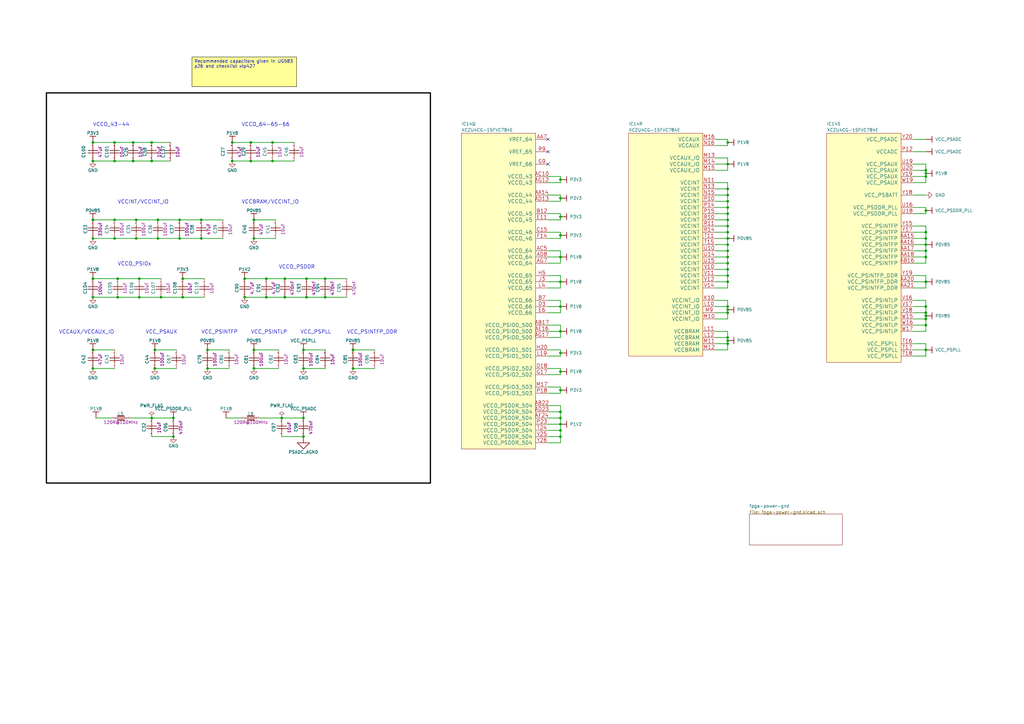
<source format=kicad_sch>
(kicad_sch (version 20250114) (generator "eeschema") (generator_version "9.0")
  (paper "A3")
  (title_block (title "FPGA Power Pins") (rev "-"))
  (lib_symbols
    (symbol "Capacitors SMD:CC0402_10UF_6.3V_20%_X5R" (pin_names (offset 1.27))
      (property "Reference" "C" (at 3.81 3.048 0))
      (property "Val" "10uF" (at 3.81 -3.048 0))
      (symbol "CC0402_10UF_6.3V_20%_X5R_0_1"
        (pin passive line (at 0 0 0) (length 2.54) (name "1") (number "1"))
        (pin passive line (at 7.62 0 180) (length 2.54) (name "2") (number "2"))
      )
    )
    (symbol "Capacitors SMD:CC0402_4.7UF_6.3V_20%_X5R" (pin_names (offset 1.27))
      (property "Reference" "C" (at 3.81 3.048 0))
      (property "Val" "4.7uF" (at 3.81 -3.048 0))
      (symbol "CC0402_4.7UF_6.3V_20%_X5R_0_1"
        (pin passive line (at 0 0 0) (length 2.54) (name "1") (number "1"))
        (pin passive line (at 7.62 0 180) (length 2.54) (name "2") (number "2"))
      )
    )
    (symbol "Capacitors SMD:CC0402_470NF_6.3V_10%_X5R" (pin_names (offset 1.27))
      (property "Reference" "C" (at 3.81 3.048 0))
      (property "Val" "470nF" (at 3.81 -3.048 0))
      (symbol "CC0402_470NF_6.3V_10%_X5R_0_1"
        (pin passive line (at 0 0 0) (length 2.54) (name "1") (number "1"))
        (pin passive line (at 7.62 0 180) (length 2.54) (name "2") (number "2"))
      )
    )
    (symbol "Capacitors SMD:CC0603_47UF_6.3V_20%_X5R" (pin_names (offset 1.27))
      (property "Reference" "C" (at 3.81 3.048 0))
      (property "Val" "47uF" (at 3.81 -3.048 0))
      (symbol "CC0603_47UF_6.3V_20%_X5R_0_1"
        (pin passive line (at 0 0 0) (length 2.54) (name "1") (number "1"))
        (pin passive line (at 7.62 0 180) (length 2.54) (name "2") (number "2"))
      )
    )
    (symbol "Capacitors SMD:CC0805_100UF_4V_20%_X6S_MURATA_GRM21BC80G107ME15" (pin_names (offset 1.27))
      (property "Reference" "C" (at 3.81 3.048 0))
      (property "Val" "100uF" (at 3.81 -3.048 0))
      (symbol "CC0805_100UF_4V_20%_X6S_MURATA_GRM21BC80G107ME15_0_1"
        (pin passive line (at 0 0 0) (length 2.54) (name "1") (number "1"))
        (pin passive line (at 7.62 0 180) (length 2.54) (name "2") (number "2"))
      )
    )
    (symbol "Capacitors SMD:CC1210_330UF_4V_20%_X5R" (pin_names (offset 1.27))
      (property "Reference" "C" (at 3.81 3.048 0))
      (property "Val" "330uF" (at 3.81 -3.048 0))
      (symbol "CC1210_330UF_4V_20%_X5R_0_1"
        (pin passive line (at 0 0 0) (length 2.54) (name "1") (number "1"))
        (pin passive line (at 7.62 0 180) (length 2.54) (name "2") (number "2"))
      )
    )
    (symbol "Inductors SMD:IND0603_MURATA_BLM18PG121SN1D" (pin_names (offset 1.27))
      (property "Reference" "L" (at 3.81 1.778 0))
      (property "Val" "120R@100MHz" (at 3.81 -1.778 0))
      (symbol "IND0603_MURATA_BLM18PG121SN1D_0_1"
        (pin passive line (at 0 0 0) (length 1.27) (name "1") (number "1"))
        (pin passive line (at 7.62 0 180) (length 1.27) (name "2") (number "2"))
      )
      (symbol "IND0603_MURATA_BLM18PG121SN1D_0_2"
        (pin passive line (at 0 0 0) (length 1.524) (name "1") (number "1"))
        (pin passive line (at 7.62 0 180) (length 1.524) (name "2") (number "2"))
      )
    )
    (symbol "Logic:XCZU4CG-1SFVC784E" (pin_names (offset 1.27))
      (property "Reference" "IC14" (at 0 3.81 0))
      (property "Value" "XCZU4CG-1SFVC784E" (at 0 1.27 0))
      (symbol "XCZU4CG-1SFVC784E_1_1"
        (text "BANK 43" (at 5.08 -15.24 900) (effects (font (size 1.778 1.778) (bold yes)) (justify left bottom)))
        (pin bidirectional line (at 43.18 -2.54 180) (length 5.08) (name "IO_L1P_AD11P_43") (number "AG10"))
        (pin bidirectional line (at 43.18 -5.08 180) (length 5.08) (name "IO_L1N_AD11N_43") (number "AH10"))
        (pin bidirectional line (at 43.18 -7.62 180) (length 5.08) (name "IO_L2P_AD10P_43") (number "AF11"))
        (pin bidirectional line (at 43.18 -10.16 180) (length 5.08) (name "IO_L2N_AD10N_43") (number "AG11"))
        (pin bidirectional line (at 43.18 -12.7 180) (length 5.08) (name "IO_L3P_AD9P_43") (number "AH12"))
        (pin bidirectional line (at 43.18 -15.24 180) (length 5.08) (name "IO_L3N_AD9N_43") (number "AH11"))
        (pin bidirectional line (at 43.18 -17.78 180) (length 5.08) (name "IO_L4P_AD8P_43") (number "AE10"))
        (pin bidirectional line (at 43.18 -20.32 180) (length 5.08) (name "IO_L4N_AD8N_43") (number "AF10"))
        (pin bidirectional line (at 43.18 -22.86 180) (length 5.08) (name "IO_L5P_HDGC_AD7P_43") (number "AE12"))
        (pin bidirectional line (at 43.18 -25.4 180) (length 5.08) (name "IO_L5N_HDGC_AD7N_43") (number "AF12"))
        (pin bidirectional line (at 43.18 -27.94 180) (length 5.08) (name "IO_L6P_HDGC_AD6P_43") (number "AC12"))
        (pin bidirectional line (at 43.18 -30.48 180) (length 5.08) (name "IO_L6N_HDGC_AD6N_43") (number "AD12"))
        (pin bidirectional line (at 43.18 -33.02 180) (length 5.08) (name "IO_L7P_HDGC_AD5P_43") (number "AD11"))
        (pin bidirectional line (at 43.18 -35.56 180) (length 5.08) (name "IO_L7N_HDGC_AD5N_43") (number "AD10"))
        (pin bidirectional line (at 43.18 -38.1 180) (length 5.08) (name "IO_L8P_HDGC_AD4P_43") (number "AB11"))
        (pin bidirectional line (at 43.18 -40.64 180) (length 5.08) (name "IO_L8N_HDGC_AD4N_43") (number "AC11"))
        (pin bidirectional line (at 43.18 -43.18 180) (length 5.08) (name "IO_L9P_AD3P_43") (number "AA11"))
        (pin bidirectional line (at 43.18 -45.72 180) (length 5.08) (name "IO_L9N_AD3N_43") (number "AA10"))
        (pin bidirectional line (at 43.18 -48.26 180) (length 5.08) (name "IO_L10P_AD2P_43") (number "W10"))
        (pin bidirectional line (at 43.18 -50.8 180) (length 5.08) (name "IO_L10N_AD2N_43") (number "Y10"))
        (pin bidirectional line (at 43.18 -53.34 180) (length 5.08) (name "IO_L11P_AD1P_43") (number "Y9"))
        (pin bidirectional line (at 43.18 -55.88 180) (length 5.08) (name "IO_L11N_AD1N_43") (number "AA8"))
        (pin bidirectional line (at 43.18 -58.42 180) (length 5.08) (name "IO_L12P_AD0P_43") (number "AB10"))
        (pin bidirectional line (at 43.18 -60.96 180) (length 5.08) (name "IO_L12N_AD0N_43") (number "AB9"))
      )
      (symbol "XCZU4CG-1SFVC784E_2_1"
        (text "BANK 44" (at 5.08 -15.24 900) (effects (font (size 1.778 1.778) (bold yes)) (justify left bottom)))
        (pin bidirectional line (at 43.18 -2.54 180) (length 5.08) (name "IO_L1P_AD15P_44") (number "AE15"))
        (pin bidirectional line (at 43.18 -5.08 180) (length 5.08) (name "IO_L1N_AD15N_44") (number "AE14"))
        (pin bidirectional line (at 43.18 -7.62 180) (length 5.08) (name "IO_L2P_AD14P_44") (number "AG14"))
        (pin bidirectional line (at 43.18 -10.16 180) (length 5.08) (name "IO_L2N_AD14N_44") (number "AH14"))
        (pin bidirectional line (at 43.18 -12.7 180) (length 5.08) (name "IO_L3P_AD13P_44") (number "AG13"))
        (pin bidirectional line (at 43.18 -15.24 180) (length 5.08) (name "IO_L3N_AD13N_44") (number "AH13"))
        (pin bidirectional line (at 43.18 -17.78 180) (length 5.08) (name "IO_L4P_AD12P_44") (number "AE13"))
        (pin bidirectional line (at 43.18 -20.32 180) (length 5.08) (name "IO_L4N_AD12N_44") (number "AF13"))
        (pin bidirectional line (at 43.18 -22.86 180) (length 5.08) (name "IO_L5P_HDGC_44") (number "AD15"))
        (pin bidirectional line (at 43.18 -25.4 180) (length 5.08) (name "IO_L5N_HDGC_44") (number "AD14"))
        (pin bidirectional line (at 43.18 -27.94 180) (length 5.08) (name "IO_L6P_HDGC_44") (number "AC14"))
        (pin bidirectional line (at 43.18 -30.48 180) (length 5.08) (name "IO_L6N_HDGC_44") (number "AC13"))
        (pin bidirectional line (at 43.18 -33.02 180) (length 5.08) (name "IO_L7P_HDGC_44") (number "AA13"))
        (pin bidirectional line (at 43.18 -35.56 180) (length 5.08) (name "IO_L7N_HDGC_44") (number "AB13"))
        (pin bidirectional line (at 43.18 -38.1 180) (length 5.08) (name "IO_L8P_HDGC_44") (number "AB15"))
        (pin bidirectional line (at 43.18 -40.64 180) (length 5.08) (name "IO_L8N_HDGC_44") (number "AB14"))
        (pin bidirectional line (at 43.18 -43.18 180) (length 5.08) (name "IO_L9P_AD11P_44") (number "W14"))
        (pin bidirectional line (at 43.18 -45.72 180) (length 5.08) (name "IO_L9N_AD11N_44") (number "W13"))
        (pin bidirectional line (at 43.18 -48.26 180) (length 5.08) (name "IO_L10P_AD10P_44") (number "Y14"))
        (pin bidirectional line (at 43.18 -50.8 180) (length 5.08) (name "IO_L10N_AD10N_44") (number "Y13"))
        (pin bidirectional line (at 43.18 -53.34 180) (length 5.08) (name "IO_L11P_AD9P_44") (number "W12"))
        (pin bidirectional line (at 43.18 -55.88 180) (length 5.08) (name "IO_L11N_AD9N_44") (number "W11"))
        (pin bidirectional line (at 43.18 -58.42 180) (length 5.08) (name "IO_L12P_AD8P_44") (number "Y12"))
        (pin bidirectional line (at 43.18 -60.96 180) (length 5.08) (name "IO_L12N_AD8N_44") (number "AA12"))
      )
      (symbol "XCZU4CG-1SFVC784E_3_1"
        (text "BANK 45" (at 5.08 -15.24 900) (effects (font (size 1.778 1.778) (bold yes)) (justify left bottom)))
        (pin bidirectional line (at 43.18 -2.54 180) (length 5.08) (name "IO_L1P_AD15P_45") (number "J11"))
        (pin bidirectional line (at 43.18 -5.08 180) (length 5.08) (name "IO_L1N_AD15N_45") (number "J10"))
        (pin bidirectional line (at 43.18 -7.62 180) (length 5.08) (name "IO_L2P_AD14P_45") (number "K13"))
        (pin bidirectional line (at 43.18 -10.16 180) (length 5.08) (name "IO_L2N_AD14N_45") (number "K12"))
        (pin bidirectional line (at 43.18 -12.7 180) (length 5.08) (name "IO_L3P_AD13P_45") (number "H11"))
        (pin bidirectional line (at 43.18 -15.24 180) (length 5.08) (name "IO_L3N_AD13N_45") (number "G10"))
        (pin bidirectional line (at 43.18 -17.78 180) (length 5.08) (name "IO_L4P_AD12P_45") (number "J12"))
        (pin bidirectional line (at 43.18 -20.32 180) (length 5.08) (name "IO_L4N_AD12N_45") (number "H12"))
        (pin bidirectional line (at 43.18 -22.86 180) (length 5.08) (name "IO_L5P_HDGC_45") (number "G11"))
        (pin bidirectional line (at 43.18 -25.4 180) (length 5.08) (name "IO_L5N_HDGC_45") (number "F10"))
        (pin bidirectional line (at 43.18 -27.94 180) (length 5.08) (name "IO_L6P_HDGC_45") (number "F12"))
        (pin bidirectional line (at 43.18 -30.48 180) (length 5.08) (name "IO_L6N_HDGC_45") (number "F11"))
        (pin bidirectional line (at 43.18 -33.02 180) (length 5.08) (name "IO_L7P_HDGC_45") (number "E10"))
        (pin bidirectional line (at 43.18 -35.56 180) (length 5.08) (name "IO_L7N_HDGC_45") (number "D10"))
        (pin bidirectional line (at 43.18 -38.1 180) (length 5.08) (name "IO_L8P_HDGC_45") (number "E12"))
        (pin bidirectional line (at 43.18 -40.64 180) (length 5.08) (name "IO_L8N_HDGC_45") (number "D11"))
        (pin bidirectional line (at 43.18 -43.18 180) (length 5.08) (name "IO_L9P_AD11P_45") (number "C11"))
        (pin bidirectional line (at 43.18 -45.72 180) (length 5.08) (name "IO_L9N_AD11N_45") (number "B10"))
        (pin bidirectional line (at 43.18 -48.26 180) (length 5.08) (name "IO_L10P_AD10P_45") (number "B11"))
        (pin bidirectional line (at 43.18 -50.8 180) (length 5.08) (name "IO_L10N_AD10N_45") (number "A10"))
        (pin bidirectional line (at 43.18 -53.34 180) (length 5.08) (name "IO_L11P_AD9P_45") (number "A12"))
        (pin bidirectional line (at 43.18 -55.88 180) (length 5.08) (name "IO_L11N_AD9N_45") (number "A11"))
        (pin bidirectional line (at 43.18 -58.42 180) (length 5.08) (name "IO_L12P_AD8P_45") (number "D12"))
        (pin bidirectional line (at 43.18 -60.96 180) (length 5.08) (name "IO_L12N_AD8N_45") (number "C12"))
      )
      (symbol "XCZU4CG-1SFVC784E_4_1"
        (text "BANK 46" (at 5.08 -15.24 900) (effects (font (size 1.778 1.778) (bold yes)) (justify left bottom)))
        (pin bidirectional line (at 43.18 -2.54 180) (length 5.08) (name "IO_L1P_AD11P_46") (number "B15"))
        (pin bidirectional line (at 43.18 -5.08 180) (length 5.08) (name "IO_L1N_AD11N_46") (number "A15"))
        (pin bidirectional line (at 43.18 -7.62 180) (length 5.08) (name "IO_L2P_AD10P_46") (number "B14"))
        (pin bidirectional line (at 43.18 -10.16 180) (length 5.08) (name "IO_L2N_AD10N_46") (number "A14"))
        (pin bidirectional line (at 43.18 -12.7 180) (length 5.08) (name "IO_L3P_AD9P_46") (number "B13"))
        (pin bidirectional line (at 43.18 -15.24 180) (length 5.08) (name "IO_L3N_AD9N_46") (number "A13"))
        (pin bidirectional line (at 43.18 -17.78 180) (length 5.08) (name "IO_L4P_AD8P_46") (number "C14"))
        (pin bidirectional line (at 43.18 -20.32 180) (length 5.08) (name "IO_L4N_AD8N_46") (number "C13"))
        (pin bidirectional line (at 43.18 -22.86 180) (length 5.08) (name "IO_L5P_HDGC_AD7P_46") (number "D15"))
        (pin bidirectional line (at 43.18 -25.4 180) (length 5.08) (name "IO_L5N_HDGC_AD7N_46") (number "D14"))
        (pin bidirectional line (at 43.18 -27.94 180) (length 5.08) (name "IO_L6P_HDGC_AD6P_46") (number "E14"))
        (pin bidirectional line (at 43.18 -30.48 180) (length 5.08) (name "IO_L6N_HDGC_AD6N_46") (number "E13"))
        (pin bidirectional line (at 43.18 -33.02 180) (length 5.08) (name "IO_L7P_HDGC_AD5P_46") (number "G13"))
        (pin bidirectional line (at 43.18 -35.56 180) (length 5.08) (name "IO_L7N_HDGC_AD5N_46") (number "F13"))
        (pin bidirectional line (at 43.18 -38.1 180) (length 5.08) (name "IO_L8P_HDGC_AD4P_46") (number "F15"))
        (pin bidirectional line (at 43.18 -40.64 180) (length 5.08) (name "IO_L8N_HDGC_AD4N_46") (number "E15"))
        (pin bidirectional line (at 43.18 -43.18 180) (length 5.08) (name "IO_L9P_AD3P_46") (number "G15"))
        (pin bidirectional line (at 43.18 -45.72 180) (length 5.08) (name "IO_L9N_AD3N_46") (number "G14"))
        (pin bidirectional line (at 43.18 -48.26 180) (length 5.08) (name "IO_L10P_AD2P_46") (number "H14"))
        (pin bidirectional line (at 43.18 -50.8 180) (length 5.08) (name "IO_L10N_AD2N_46") (number "H13"))
        (pin bidirectional line (at 43.18 -53.34 180) (length 5.08) (name "IO_L11P_AD1P_46") (number "K14"))
        (pin bidirectional line (at 43.18 -55.88 180) (length 5.08) (name "IO_L11N_AD1N_46") (number "J14"))
        (pin bidirectional line (at 43.18 -58.42 180) (length 5.08) (name "IO_L12P_AD0P_46") (number "L14"))
        (pin bidirectional line (at 43.18 -60.96 180) (length 5.08) (name "IO_L12N_AD0N_46") (number "L13"))
      )
      (symbol "XCZU4CG-1SFVC784E_5_1"
        (text "BANK 64" (at 5.08 -15.24 900) (effects (font (size 1.778 1.778) (bold yes)) (justify left bottom)))
        (pin bidirectional line (at 58.42 -2.54 180) (length 5.08) (name "IO_L1P_T0L_N0_DBC_64") (number "AC9"))
        (pin bidirectional line (at 58.42 -5.08 180) (length 5.08) (name "IO_L1N_T0L_N1_DBC_64") (number "AD9"))
        (pin bidirectional line (at 58.42 -7.62 180) (length 5.08) (name "IO_L2P_T0L_N2_64") (number "AE9"))
        (pin bidirectional line (at 58.42 -10.16 180) (length 5.08) (name "IO_L2N_T0L_N3_64") (number "AE8"))
        (pin bidirectional line (at 58.42 -12.7 180) (length 5.08) (name "IO_L3P_T0L_N4_AD15P_64") (number "AB8"))
        (pin bidirectional line (at 58.42 -15.24 180) (length 5.08) (name "IO_L3N_T0L_N5_AD15N_64") (number "AC8"))
        (pin bidirectional line (at 58.42 -17.78 180) (length 5.08) (name "IO_L4P_T0U_N6_DBC_AD7P_64") (number "AD7"))
        (pin bidirectional line (at 58.42 -20.32 180) (length 5.08) (name "IO_L4N_T0U_N7_DBC_AD7N_64") (number "AE7"))
        (pin bidirectional line (at 58.42 -22.86 180) (length 5.08) (name "IO_L5P_T0U_N8_AD14P_64") (number "AB7"))
        (pin bidirectional line (at 58.42 -25.4 180) (length 5.08) (name "IO_L5N_T0U_N9_AD14N_64") (number "AC7"))
        (pin bidirectional line (at 58.42 -27.94 180) (length 5.08) (name "IO_L6P_T0U_N10_AD6P_64") (number "AB6"))
        (pin bidirectional line (at 58.42 -30.48 180) (length 5.08) (name "IO_L6N_T0U_N11_AD6N_64") (number "AC6"))
        (pin bidirectional line (at 58.42 -33.02 180) (length 5.08) (name "IO_L7P_T1L_N0_QBC_AD13P_64") (number "AG9"))
        (pin bidirectional line (at 58.42 -35.56 180) (length 5.08) (name "IO_L7N_T1L_N1_QBC_AD13N_64") (number "AH9"))
        (pin bidirectional line (at 58.42 -38.1 180) (length 5.08) (name "IO_L8P_T1L_N2_AD5P_64") (number "AF8"))
        (pin bidirectional line (at 58.42 -40.64 180) (length 5.08) (name "IO_L8N_T1L_N3_AD5N_64") (number "AG8"))
        (pin bidirectional line (at 58.42 -43.18 180) (length 5.08) (name "IO_L9P_T1L_N4_AD12P_64") (number "AH8"))
        (pin bidirectional line (at 58.42 -45.72 180) (length 5.08) (name "IO_L9N_T1L_N5_AD12N_64") (number "AH7"))
        (pin bidirectional line (at 58.42 -48.26 180) (length 5.08) (name "IO_L10P_T1U_N6_QBC_AD4P_64") (number "AG6"))
        (pin bidirectional line (at 58.42 -50.8 180) (length 5.08) (name "IO_L10N_T1U_N7_QBC_AD4N_64") (number "AG5"))
        (pin bidirectional line (at 58.42 -53.34 180) (length 5.08) (name "IO_L11P_T1U_N8_GC_64") (number "AF7"))
        (pin bidirectional line (at 58.42 -55.88 180) (length 5.08) (name "IO_L11N_T1U_N9_GC_64") (number "AF6"))
        (pin bidirectional line (at 58.42 -58.42 180) (length 5.08) (name "IO_L12P_T1U_N10_GC_64") (number "AE5"))
        (pin bidirectional line (at 58.42 -60.96 180) (length 5.08) (name "IO_L12N_T1U_N11_GC_64") (number "AF5"))
        (pin bidirectional line (at 58.42 -63.5 180) (length 5.08) (name "IO_L13P_T2L_N0_GC_QBC_64") (number "AD5"))
        (pin bidirectional line (at 58.42 -66.04 180) (length 5.08) (name "IO_L13N_T2L_N1_GC_QBC_64") (number "AD4"))
        (pin bidirectional line (at 58.42 -68.58 180) (length 5.08) (name "IO_L14P_T2L_N2_GC_64") (number "AC4"))
        (pin bidirectional line (at 58.42 -71.12 180) (length 5.08) (name "IO_L14N_T2L_N3_GC_64") (number "AC3"))
        (pin bidirectional line (at 58.42 -73.66 180) (length 5.08) (name "IO_L15P_T2L_N4_AD11P_64") (number "AB4"))
        (pin bidirectional line (at 58.42 -76.2 180) (length 5.08) (name "IO_L15N_T2L_N5_AD11N_64") (number "AB3"))
        (pin bidirectional line (at 58.42 -78.74 180) (length 5.08) (name "IO_L16P_T2U_N6_QBC_AD3P_64") (number "AD2"))
        (pin bidirectional line (at 58.42 -81.28 180) (length 5.08) (name "IO_L16N_T2U_N7_QBC_AD3N_64") (number "AD1"))
        (pin bidirectional line (at 58.42 -83.82 180) (length 5.08) (name "IO_L17P_T2U_N8_AD10P_64") (number "AB2"))
        (pin bidirectional line (at 58.42 -86.36 180) (length 5.08) (name "IO_L17N_T2U_N9_AD10N_64") (number "AC2"))
        (pin bidirectional line (at 58.42 -88.9 180) (length 5.08) (name "IO_L18P_T2U_N10_AD2P_64") (number "AB1"))
        (pin bidirectional line (at 58.42 -91.44 180) (length 5.08) (name "IO_L18N_T2U_N11_AD2N_64") (number "AC1"))
        (pin bidirectional line (at 58.42 -93.98 180) (length 5.08) (name "IO_L19P_T3L_N0_DBC_AD9P_64") (number "AG4"))
        (pin bidirectional line (at 58.42 -96.52 180) (length 5.08) (name "IO_L19N_T3L_N1_DBC_AD9N_64") (number "AH4"))
        (pin bidirectional line (at 58.42 -99.06 180) (length 5.08) (name "IO_L20P_T3L_N2_AD1P_64") (number "AG3"))
        (pin bidirectional line (at 58.42 -101.6 180) (length 5.08) (name "IO_L20N_T3L_N3_AD1N_64") (number "AH3"))
        (pin bidirectional line (at 58.42 -104.14 180) (length 5.08) (name "IO_L21P_T3L_N4_AD8P_64") (number "AE3"))
        (pin bidirectional line (at 58.42 -106.68 180) (length 5.08) (name "IO_L21N_T3L_N5_AD8N_64") (number "AF3"))
        (pin bidirectional line (at 58.42 -109.22 180) (length 5.08) (name "IO_L22P_T3U_N6_DBC_AD0P_64") (number "AE2"))
        (pin bidirectional line (at 58.42 -111.76 180) (length 5.08) (name "IO_L22N_T3U_N7_DBC_AD0N_64") (number "AF2"))
        (pin bidirectional line (at 58.42 -114.3 180) (length 5.08) (name "IO_L23P_T3U_N8_64") (number "AH2"))
        (pin bidirectional line (at 58.42 -116.84 180) (length 5.08) (name "IO_L23N_T3U_N9_64") (number "AH1"))
        (pin bidirectional line (at 58.42 -119.38 180) (length 5.08) (name "IO_L24P_T3U_N10_64") (number "AF1"))
        (pin bidirectional line (at 58.42 -121.92 180) (length 5.08) (name "IO_L24N_T3U_N11_64") (number "AG1"))
        (pin bidirectional line (at 58.42 -127 180) (length 5.08) (name "IO_T0U_N12_VRP_64") (number "AD6"))
        (pin bidirectional line (at 58.42 -129.54 180) (length 5.08) (name "IO_T1U_N12_64") (number "AH6"))
        (pin bidirectional line (at 58.42 -132.08 180) (length 5.08) (name "IO_T2U_N12_64") (number "AB5"))
        (pin bidirectional line (at 58.42 -134.62 180) (length 5.08) (name "IO_T3U_N12_64") (number "AE4"))
      )
      (symbol "XCZU4CG-1SFVC784E_6_1"
        (text "BANK 65" (at 5.08 -15.24 900) (effects (font (size 1.778 1.778) (bold yes)) (justify left bottom)))
        (pin bidirectional line (at 58.42 -2.54 180) (length 5.08) (name "IO_L1P_T0L_N0_DBC_65") (number "W8"))
        (pin bidirectional line (at 58.42 -5.08 180) (length 5.08) (name "IO_L1N_T0L_N1_DBC_65") (number "Y8"))
        (pin bidirectional line (at 58.42 -7.62 180) (length 5.08) (name "IO_L2P_T0L_N2_65") (number "U9"))
        (pin bidirectional line (at 58.42 -10.16 180) (length 5.08) (name "IO_L2N_T0L_N3_65") (number "V9"))
        (pin bidirectional line (at 58.42 -12.7 180) (length 5.08) (name "IO_L3P_T0L_N4_AD15P_65") (number "U8"))
        (pin bidirectional line (at 58.42 -15.24 180) (length 5.08) (name "IO_L3N_T0L_N5_AD15N_65") (number "V8"))
        (pin bidirectional line (at 58.42 -17.78 180) (length 5.08) (name "IO_L4P_T0U_N6_DBC_AD7P_SMBALERT_65") (number "R8"))
        (pin bidirectional line (at 58.42 -20.32 180) (length 5.08) (name "IO_L4N_T0U_N7_DBC_AD7N_65") (number "T8"))
        (pin bidirectional line (at 58.42 -22.86 180) (length 5.08) (name "IO_L5P_T0U_N8_AD14P_65") (number "R7"))
        (pin bidirectional line (at 58.42 -25.4 180) (length 5.08) (name "IO_L5N_T0U_N9_AD14N_65") (number "T7"))
        (pin bidirectional line (at 58.42 -27.94 180) (length 5.08) (name "IO_L6P_T0U_N10_AD6P_65") (number "R6"))
        (pin bidirectional line (at 58.42 -30.48 180) (length 5.08) (name "IO_L6N_T0U_N11_AD6N_65") (number "T6"))
        (pin bidirectional line (at 58.42 -33.02 180) (length 5.08) (name "IO_L7P_T1L_N0_QBC_AD13P_65") (number "L1"))
        (pin bidirectional line (at 58.42 -35.56 180) (length 5.08) (name "IO_L7N_T1L_N1_QBC_AD13N_65") (number "K1"))
        (pin bidirectional line (at 58.42 -38.1 180) (length 5.08) (name "IO_L8P_T1L_N2_AD5P_65") (number "J1"))
        (pin bidirectional line (at 58.42 -40.64 180) (length 5.08) (name "IO_L8N_T1L_N3_AD5N_65") (number "H1"))
        (pin bidirectional line (at 58.42 -43.18 180) (length 5.08) (name "IO_L9P_T1L_N4_AD12P_65") (number "K2"))
        (pin bidirectional line (at 58.42 -45.72 180) (length 5.08) (name "IO_L9N_T1L_N5_AD12N_65") (number "J2"))
        (pin bidirectional line (at 58.42 -48.26 180) (length 5.08) (name "IO_L10P_T1U_N6_QBC_AD4P_65") (number "H4"))
        (pin bidirectional line (at 58.42 -50.8 180) (length 5.08) (name "IO_L10N_T1U_N7_QBC_AD4N_65") (number "H3"))
        (pin bidirectional line (at 58.42 -53.34 180) (length 5.08) (name "IO_L11P_T1U_N8_GC_65") (number "K4"))
        (pin bidirectional line (at 58.42 -55.88 180) (length 5.08) (name "IO_L11N_T1U_N9_GC_65") (number "K3"))
        (pin bidirectional line (at 58.42 -58.42 180) (length 5.08) (name "IO_L12P_T1U_N10_GC_65") (number "L3"))
        (pin bidirectional line (at 58.42 -60.96 180) (length 5.08) (name "IO_L12N_T1U_N11_GC_65") (number "L2"))
        (pin bidirectional line (at 58.42 -63.5 180) (length 5.08) (name "IO_L13P_T2L_N0_GC_QBC_65") (number "L7"))
        (pin bidirectional line (at 58.42 -66.04 180) (length 5.08) (name "IO_L13N_T2L_N1_GC_QBC_65") (number "L6"))
        (pin bidirectional line (at 58.42 -68.58 180) (length 5.08) (name "IO_L14P_T2L_N2_GC_65") (number "M6"))
        (pin bidirectional line (at 58.42 -71.12 180) (length 5.08) (name "IO_L14N_T2L_N3_GC_65") (number "L5"))
        (pin bidirectional line (at 58.42 -73.66 180) (length 5.08) (name "IO_L15P_T2L_N4_AD11P_65") (number "N7"))
        (pin bidirectional line (at 58.42 -76.2 180) (length 5.08) (name "IO_L15N_T2L_N5_AD11N_65") (number "N6"))
        (pin bidirectional line (at 58.42 -78.74 180) (length 5.08) (name "IO_L16P_T2U_N6_QBC_AD3P_65") (number "P7"))
        (pin bidirectional line (at 58.42 -81.28 180) (length 5.08) (name "IO_L16N_T2U_N7_QBC_AD3N_65") (number "P6"))
        (pin bidirectional line (at 58.42 -83.82 180) (length 5.08) (name "IO_L17P_T2U_N8_AD10P_65") (number "N9"))
        (pin bidirectional line (at 58.42 -86.36 180) (length 5.08) (name "IO_L17N_T2U_N9_AD10N_65") (number "N8"))
        (pin bidirectional line (at 58.42 -88.9 180) (length 5.08) (name "IO_L18P_T2U_N10_AD2P_65") (number "M8"))
        (pin bidirectional line (at 58.42 -91.44 180) (length 5.08) (name "IO_L18N_T2U_N11_AD2N_65") (number "L8"))
        (pin bidirectional line (at 58.42 -93.98 180) (length 5.08) (name "IO_L19P_T3L_N0_DBC_AD9P_65") (number "J5"))
        (pin bidirectional line (at 58.42 -96.52 180) (length 5.08) (name "IO_L19N_T3L_N1_DBC_AD9N_65") (number "J4"))
        (pin bidirectional line (at 58.42 -99.06 180) (length 5.08) (name "IO_L20P_T3L_N2_AD1P_65") (number "J6"))
        (pin bidirectional line (at 58.42 -101.6 180) (length 5.08) (name "IO_L20N_T3L_N3_AD1N_65") (number "H6"))
        (pin bidirectional line (at 58.42 -104.14 180) (length 5.08) (name "IO_L21P_T3L_N4_AD8P_65") (number "J7"))
        (pin bidirectional line (at 58.42 -106.68 180) (length 5.08) (name "IO_L21N_T3L_N5_AD8N_65") (number "H7"))
        (pin bidirectional line (at 58.42 -109.22 180) (length 5.08) (name "IO_L22P_T3U_N6_DBC_AD0P_65") (number "K8"))
        (pin bidirectional line (at 58.42 -111.76 180) (length 5.08) (name "IO_L22N_T3U_N7_DBC_AD0N_65") (number "K7"))
        (pin bidirectional line (at 58.42 -114.3 180) (length 5.08) (name "IO_L23P_T3U_N8_I2C_SCLK_65") (number "K9"))
        (pin bidirectional line (at 58.42 -116.84 180) (length 5.08) (name "IO_L23N_T3U_N9_65") (number "J9"))
        (pin bidirectional line (at 58.42 -119.38 180) (length 5.08) (name "IO_L24P_T3U_N10_PERSTN1_I2C_SDA_65") (number "H9"))
        (pin bidirectional line (at 58.42 -121.92 180) (length 5.08) (name "IO_L24N_T3U_N11_PERSTN0_65") (number "H8"))
        (pin bidirectional line (at 58.42 -127 180) (length 5.08) (name "IO_T0U_N12_VRP_65") (number "W9"))
        (pin bidirectional line (at 58.42 -129.54 180) (length 5.08) (name "IO_T1U_N12_65") (number "H2"))
        (pin bidirectional line (at 58.42 -132.08 180) (length 5.08) (name "IO_T2U_N12_65") (number "P9"))
        (pin bidirectional line (at 58.42 -134.62 180) (length 5.08) (name "IO_T3U_N12_65") (number "K5"))
      )
      (symbol "XCZU4CG-1SFVC784E_7_1"
        (text "BANK 66" (at 5.08 -15.24 900) (effects (font (size 1.778 1.778) (bold yes)) (justify left bottom)))
        (pin bidirectional line (at 58.42 -2.54 180) (length 5.08) (name "IO_L1P_T0L_N0_DBC_66") (number "G1"))
        (pin bidirectional line (at 58.42 -5.08 180) (length 5.08) (name "IO_L1N_T0L_N1_DBC_66") (number "F1"))
        (pin bidirectional line (at 58.42 -7.62 180) (length 5.08) (name "IO_L2P_T0L_N2_66") (number "E1"))
        (pin bidirectional line (at 58.42 -10.16 180) (length 5.08) (name "IO_L2N_T0L_N3_66") (number "D1"))
        (pin bidirectional line (at 58.42 -12.7 180) (length 5.08) (name "IO_L3P_T0L_N4_AD15P_66") (number "F2"))
        (pin bidirectional line (at 58.42 -15.24 180) (length 5.08) (name "IO_L3N_T0L_N5_AD15N_66") (number "E2"))
        (pin bidirectional line (at 58.42 -17.78 180) (length 5.08) (name "IO_L4P_T0U_N6_DBC_AD7P_66") (number "G3"))
        (pin bidirectional line (at 58.42 -20.32 180) (length 5.08) (name "IO_L4N_T0U_N7_DBC_AD7N_66") (number "F3"))
        (pin bidirectional line (at 58.42 -22.86 180) (length 5.08) (name "IO_L5P_T0U_N8_AD14P_66") (number "E4"))
        (pin bidirectional line (at 58.42 -25.4 180) (length 5.08) (name "IO_L5N_T0U_N9_AD14N_66") (number "E3"))
        (pin bidirectional line (at 58.42 -27.94 180) (length 5.08) (name "IO_L6P_T0U_N10_AD6P_66") (number "G5"))
        (pin bidirectional line (at 58.42 -30.48 180) (length 5.08) (name "IO_L6N_T0U_N11_AD6N_66") (number "F5"))
        (pin bidirectional line (at 58.42 -33.02 180) (length 5.08) (name "IO_L7P_T1L_N0_QBC_AD13P_66") (number "C1"))
        (pin bidirectional line (at 58.42 -35.56 180) (length 5.08) (name "IO_L7N_T1L_N1_QBC_AD13N_66") (number "B1"))
        (pin bidirectional line (at 58.42 -38.1 180) (length 5.08) (name "IO_L8P_T1L_N2_AD5P_66") (number "A2"))
        (pin bidirectional line (at 58.42 -40.64 180) (length 5.08) (name "IO_L8N_T1L_N3_AD5N_66") (number "A1"))
        (pin bidirectional line (at 58.42 -43.18 180) (length 5.08) (name "IO_L9P_T1L_N4_AD12P_66") (number "B3"))
        (pin bidirectional line (at 58.42 -45.72 180) (length 5.08) (name "IO_L9N_T1L_N5_AD12N_66") (number "A3"))
        (pin bidirectional line (at 58.42 -48.26 180) (length 5.08) (name "IO_L10P_T1U_N6_QBC_AD4P_66") (number "B4"))
        (pin bidirectional line (at 58.42 -50.8 180) (length 5.08) (name "IO_L10N_T1U_N7_QBC_AD4N_66") (number "A4"))
        (pin bidirectional line (at 58.42 -53.34 180) (length 5.08) (name "IO_L11P_T1U_N8_GC_66") (number "D4"))
        (pin bidirectional line (at 58.42 -55.88 180) (length 5.08) (name "IO_L11N_T1U_N9_GC_66") (number "C4"))
        (pin bidirectional line (at 58.42 -58.42 180) (length 5.08) (name "IO_L12P_T1U_N10_GC_66") (number "C3"))
        (pin bidirectional line (at 58.42 -60.96 180) (length 5.08) (name "IO_L12N_T1U_N11_GC_66") (number "C2"))
        (pin bidirectional line (at 58.42 -63.5 180) (length 5.08) (name "IO_L13P_T2L_N0_GC_QBC_66") (number "D7"))
        (pin bidirectional line (at 58.42 -66.04 180) (length 5.08) (name "IO_L13N_T2L_N1_GC_QBC_66") (number "D6"))
        (pin bidirectional line (at 58.42 -68.58 180) (length 5.08) (name "IO_L14P_T2L_N2_GC_66") (number "E5"))
        (pin bidirectional line (at 58.42 -71.12 180) (length 5.08) (name "IO_L14N_T2L_N3_GC_66") (number "D5"))
        (pin bidirectional line (at 58.42 -73.66 180) (length 5.08) (name "IO_L15P_T2L_N4_AD11P_66") (number "G6"))
        (pin bidirectional line (at 58.42 -76.2 180) (length 5.08) (name "IO_L15N_T2L_N5_AD11N_66") (number "F6"))
        (pin bidirectional line (at 58.42 -78.74 180) (length 5.08) (name "IO_L16P_T2U_N6_QBC_AD3P_66") (number "G8"))
        (pin bidirectional line (at 58.42 -81.28 180) (length 5.08) (name "IO_L16N_T2U_N7_QBC_AD3N_66") (number "F7"))
        (pin bidirectional line (at 58.42 -83.82 180) (length 5.08) (name "IO_L17P_T2U_N8_AD10P_66") (number "F8"))
        (pin bidirectional line (at 58.42 -86.36 180) (length 5.08) (name "IO_L17N_T2U_N9_AD10N_66") (number "E8"))
        (pin bidirectional line (at 58.42 -88.9 180) (length 5.08) (name "IO_L18P_T2U_N10_AD2P_66") (number "E9"))
        (pin bidirectional line (at 58.42 -91.44 180) (length 5.08) (name "IO_L18N_T2U_N11_AD2N_66") (number "D9"))
        (pin bidirectional line (at 58.42 -93.98 180) (length 5.08) (name "IO_L19P_T3L_N0_DBC_AD9P_66") (number "B5"))
        (pin bidirectional line (at 58.42 -96.52 180) (length 5.08) (name "IO_L19N_T3L_N1_DBC_AD9N_66") (number "A5"))
        (pin bidirectional line (at 58.42 -99.06 180) (length 5.08) (name "IO_L20P_T3L_N2_AD1P_66") (number "C6"))
        (pin bidirectional line (at 58.42 -101.6 180) (length 5.08) (name "IO_L20N_T3L_N3_AD1N_66") (number "B6"))
        (pin bidirectional line (at 58.42 -104.14 180) (length 5.08) (name "IO_L21P_T3L_N4_AD8P_66") (number "A7"))
        (pin bidirectional line (at 58.42 -106.68 180) (length 5.08) (name "IO_L21N_T3L_N5_AD8N_66") (number "A6"))
        (pin bidirectional line (at 58.42 -109.22 180) (length 5.08) (name "IO_L22P_T3U_N6_DBC_AD0P_66") (number "C8"))
        (pin bidirectional line (at 58.42 -111.76 180) (length 5.08) (name "IO_L22N_T3U_N7_DBC_AD0N_66") (number "B8"))
        (pin bidirectional line (at 58.42 -114.3 180) (length 5.08) (name "IO_L23P_T3U_N8_66") (number "A9"))
        (pin bidirectional line (at 58.42 -116.84 180) (length 5.08) (name "IO_L23N_T3U_N9_66") (number "A8"))
        (pin bidirectional line (at 58.42 -119.38 180) (length 5.08) (name "IO_L24P_T3U_N10_66") (number "C9"))
        (pin bidirectional line (at 58.42 -121.92 180) (length 5.08) (name "IO_L24N_T3U_N11_66") (number "B9"))
        (pin bidirectional line (at 58.42 -127 180) (length 5.08) (name "IO_T0U_N12_VRP_66") (number "G4"))
        (pin bidirectional line (at 58.42 -129.54 180) (length 5.08) (name "IO_T1U_N12_66") (number "D2"))
        (pin bidirectional line (at 58.42 -132.08 180) (length 5.08) (name "IO_T2U_N12_66") (number "E7"))
        (pin bidirectional line (at 58.42 -134.62 180) (length 5.08) (name "IO_T3U_N12_66") (number "C7"))
      )
      (symbol "XCZU4CG-1SFVC784E_8_1"
        (text "BANK 224" (at 5.08 -17.78 900) (effects (font (size 1.778 1.778) (bold yes)) (justify left bottom)))
        (pin output line (at 40.64 -2.54 180) (length 5.08) (name "MGTHTXP0_224") (number "W4"))
        (pin output line (at 40.64 -5.08 180) (length 5.08) (name "MGTHTXN0_224") (number "W3"))
        (pin input line (at 40.64 -7.62 180) (length 5.08) (name "MGTHRXP0_224") (number "Y2"))
        (pin input line (at 40.64 -10.16 180) (length 5.08) (name "MGTHRXN0_224") (number "Y1"))
        (pin bidirectional line (at 40.64 -15.24 180) (length 5.08) (name "MGTREFCLK0P_224") (number "Y6"))
        (pin bidirectional line (at 40.64 -17.78 180) (length 5.08) (name "MGTREFCLK0N_224") (number "Y5"))
        (pin output line (at 40.64 -22.86 180) (length 5.08) (name "MGTHTXP1_224") (number "U4"))
        (pin output line (at 40.64 -25.4 180) (length 5.08) (name "MGTHTXN1_224") (number "U3"))
        (pin input line (at 40.64 -27.94 180) (length 5.08) (name "MGTHRXP1_224") (number "V2"))
        (pin input line (at 40.64 -30.48 180) (length 5.08) (name "MGTHRXN1_224") (number "V1"))
        (pin bidirectional line (at 40.64 -35.56 180) (length 5.08) (name "MGTREFCLK1P_224") (number "V6"))
        (pin bidirectional line (at 40.64 -38.1 180) (length 5.08) (name "MGTREFCLK1N_224") (number "V5"))
        (pin output line (at 40.64 -43.18 180) (length 5.08) (name "MGTHTXP2_224") (number "R4"))
        (pin output line (at 40.64 -45.72 180) (length 5.08) (name "MGTHTXN2_224") (number "R3"))
        (pin input line (at 40.64 -48.26 180) (length 5.08) (name "MGTHRXP2_224") (number "T2"))
        (pin input line (at 40.64 -50.8 180) (length 5.08) (name "MGTHRXN2_224") (number "T1"))
        (pin output line (at 40.64 -55.88 180) (length 5.08) (name "MGTHTXP3_224") (number "N4"))
        (pin output line (at 40.64 -58.42 180) (length 5.08) (name "MGTHTXN3_224") (number "N3"))
        (pin input line (at 40.64 -60.96 180) (length 5.08) (name "MGTHRXP3_224") (number "P2"))
        (pin input line (at 40.64 -63.5 180) (length 5.08) (name "MGTHRXN3_224") (number "P1"))
      )
      (symbol "XCZU4CG-1SFVC784E_9_1"
        (text "BANK 500" (at 5.08 -17.78 900) (effects (font (size 1.778 1.778) (bold yes)) (justify left bottom)))
        (pin bidirectional line (at 35.56 -2.54 180) (length 5.08) (name "PS_MIO0") (number "AG15"))
        (pin bidirectional line (at 35.56 -5.08 180) (length 5.08) (name "PS_MIO1") (number "AG16"))
        (pin bidirectional line (at 35.56 -7.62 180) (length 5.08) (name "PS_MIO2") (number "AF15"))
        (pin bidirectional line (at 35.56 -10.16 180) (length 5.08) (name "PS_MIO3") (number "AH15"))
        (pin bidirectional line (at 35.56 -12.7 180) (length 5.08) (name "PS_MIO4") (number "AH16"))
        (pin bidirectional line (at 35.56 -15.24 180) (length 5.08) (name "PS_MIO5") (number "AD16"))
        (pin bidirectional line (at 35.56 -17.78 180) (length 5.08) (name "PS_MIO6") (number "AF16"))
        (pin bidirectional line (at 35.56 -20.32 180) (length 5.08) (name "PS_MIO7") (number "AH17"))
        (pin bidirectional line (at 35.56 -22.86 180) (length 5.08) (name "PS_MIO8") (number "AF17"))
        (pin bidirectional line (at 35.56 -25.4 180) (length 5.08) (name "PS_MIO9") (number "AC16"))
        (pin bidirectional line (at 35.56 -27.94 180) (length 5.08) (name "PS_MIO10") (number "AD17"))
        (pin bidirectional line (at 35.56 -30.48 180) (length 5.08) (name "PS_MIO11") (number "AE17"))
        (pin bidirectional line (at 35.56 -33.02 180) (length 5.08) (name "PS_MIO12") (number "AC17"))
        (pin bidirectional line (at 35.56 -35.56 180) (length 5.08) (name "PS_MIO13") (number "AH18"))
        (pin bidirectional line (at 35.56 -38.1 180) (length 5.08) (name "PS_MIO14") (number "AG18"))
        (pin bidirectional line (at 35.56 -40.64 180) (length 5.08) (name "PS_MIO15") (number "AE18"))
        (pin bidirectional line (at 35.56 -43.18 180) (length 5.08) (name "PS_MIO16") (number "AF18"))
        (pin bidirectional line (at 35.56 -45.72 180) (length 5.08) (name "PS_MIO17") (number "AC18"))
        (pin bidirectional line (at 35.56 -48.26 180) (length 5.08) (name "PS_MIO18") (number "AC19"))
        (pin bidirectional line (at 35.56 -50.8 180) (length 5.08) (name "PS_MIO19") (number "AE19"))
        (pin bidirectional line (at 35.56 -53.34 180) (length 5.08) (name "PS_MIO20") (number "AD19"))
        (pin bidirectional line (at 35.56 -55.88 180) (length 5.08) (name "PS_MIO21") (number "AC21"))
        (pin bidirectional line (at 35.56 -58.42 180) (length 5.08) (name "PS_MIO22") (number "AB20"))
        (pin bidirectional line (at 35.56 -60.96 180) (length 5.08) (name "PS_MIO23") (number "AB18"))
        (pin bidirectional line (at 35.56 -63.5 180) (length 5.08) (name "PS_MIO24") (number "AB19"))
        (pin bidirectional line (at 35.56 -66.04 180) (length 5.08) (name "PS_MIO25") (number "AB21"))
      )
      (symbol "XCZU4CG-1SFVC784E_10_1"
        (text "BANK 501" (at 5.08 -17.78 900) (effects (font (size 1.778 1.778) (bold yes)) (justify left bottom)))
        (pin bidirectional line (at 35.56 -2.54 180) (length 5.08) (name "PS_MIO26") (number "L15"))
        (pin bidirectional line (at 35.56 -5.08 180) (length 5.08) (name "PS_MIO27") (number "J15"))
        (pin bidirectional line (at 35.56 -7.62 180) (length 5.08) (name "PS_MIO28") (number "K15"))
        (pin bidirectional line (at 35.56 -10.16 180) (length 5.08) (name "PS_MIO29") (number "G16"))
        (pin bidirectional line (at 35.56 -12.7 180) (length 5.08) (name "PS_MIO30") (number "F16"))
        (pin bidirectional line (at 35.56 -15.24 180) (length 5.08) (name "PS_MIO31") (number "H16"))
        (pin bidirectional line (at 35.56 -17.78 180) (length 5.08) (name "PS_MIO32") (number "J16"))
        (pin bidirectional line (at 35.56 -20.32 180) (length 5.08) (name "PS_MIO33") (number "L16"))
        (pin bidirectional line (at 35.56 -22.86 180) (length 5.08) (name "PS_MIO34") (number "L17"))
        (pin bidirectional line (at 35.56 -25.4 180) (length 5.08) (name "PS_MIO35") (number "H17"))
        (pin bidirectional line (at 35.56 -27.94 180) (length 5.08) (name "PS_MIO36") (number "K17"))
        (pin bidirectional line (at 35.56 -30.48 180) (length 5.08) (name "PS_MIO37") (number "J17"))
        (pin bidirectional line (at 35.56 -33.02 180) (length 5.08) (name "PS_MIO38") (number "H18"))
        (pin bidirectional line (at 35.56 -35.56 180) (length 5.08) (name "PS_MIO39") (number "H19"))
        (pin bidirectional line (at 35.56 -38.1 180) (length 5.08) (name "PS_MIO40") (number "K18"))
        (pin bidirectional line (at 35.56 -40.64 180) (length 5.08) (name "PS_MIO41") (number "J19"))
        (pin bidirectional line (at 35.56 -43.18 180) (length 5.08) (name "PS_MIO42") (number "L18"))
        (pin bidirectional line (at 35.56 -45.72 180) (length 5.08) (name "PS_MIO43") (number "K19"))
        (pin bidirectional line (at 35.56 -48.26 180) (length 5.08) (name "PS_MIO44") (number "J20"))
        (pin bidirectional line (at 35.56 -50.8 180) (length 5.08) (name "PS_MIO45") (number "K20"))
        (pin bidirectional line (at 35.56 -53.34 180) (length 5.08) (name "PS_MIO46") (number "L20"))
        (pin bidirectional line (at 35.56 -55.88 180) (length 5.08) (name "PS_MIO47") (number "H21"))
        (pin bidirectional line (at 35.56 -58.42 180) (length 5.08) (name "PS_MIO48") (number "J21"))
        (pin bidirectional line (at 35.56 -60.96 180) (length 5.08) (name "PS_MIO49") (number "M18"))
        (pin bidirectional line (at 35.56 -63.5 180) (length 5.08) (name "PS_MIO50") (number "M19"))
        (pin bidirectional line (at 35.56 -66.04 180) (length 5.08) (name "PS_MIO51") (number "L21"))
      )
      (symbol "XCZU4CG-1SFVC784E_11_1"
        (text "BANK 502" (at 5.08 -17.78 900) (effects (font (size 1.778 1.778) (bold yes)) (justify left bottom)))
        (pin bidirectional line (at 35.56 -2.54 180) (length 5.08) (name "PS_MIO52") (number "G18"))
        (pin bidirectional line (at 35.56 -5.08 180) (length 5.08) (name "PS_MIO53") (number "D16"))
        (pin bidirectional line (at 35.56 -7.62 180) (length 5.08) (name "PS_MIO54") (number "F17"))
        (pin bidirectional line (at 35.56 -10.16 180) (length 5.08) (name "PS_MIO55") (number "B16"))
        (pin bidirectional line (at 35.56 -12.7 180) (length 5.08) (name "PS_MIO56") (number "C16"))
        (pin bidirectional line (at 35.56 -15.24 180) (length 5.08) (name "PS_MIO57") (number "A16"))
        (pin bidirectional line (at 35.56 -17.78 180) (length 5.08) (name "PS_MIO58") (number "F18"))
        (pin bidirectional line (at 35.56 -20.32 180) (length 5.08) (name "PS_MIO59") (number "E17"))
        (pin bidirectional line (at 35.56 -22.86 180) (length 5.08) (name "PS_MIO60") (number "C17"))
        (pin bidirectional line (at 35.56 -25.4 180) (length 5.08) (name "PS_MIO61") (number "D17"))
        (pin bidirectional line (at 35.56 -27.94 180) (length 5.08) (name "PS_MIO62") (number "A17"))
        (pin bidirectional line (at 35.56 -30.48 180) (length 5.08) (name "PS_MIO63") (number "E18"))
        (pin bidirectional line (at 35.56 -33.02 180) (length 5.08) (name "PS_MIO64") (number "E19"))
        (pin bidirectional line (at 35.56 -35.56 180) (length 5.08) (name "PS_MIO65") (number "A18"))
        (pin bidirectional line (at 35.56 -38.1 180) (length 5.08) (name "PS_MIO66") (number "G19"))
        (pin bidirectional line (at 35.56 -40.64 180) (length 5.08) (name "PS_MIO67") (number "B18"))
        (pin bidirectional line (at 35.56 -43.18 180) (length 5.08) (name "PS_MIO68") (number "C18"))
        (pin bidirectional line (at 35.56 -45.72 180) (length 5.08) (name "PS_MIO69") (number "D19"))
        (pin bidirectional line (at 35.56 -48.26 180) (length 5.08) (name "PS_MIO70") (number "C19"))
        (pin bidirectional line (at 35.56 -50.8 180) (length 5.08) (name "PS_MIO71") (number "B19"))
        (pin bidirectional line (at 35.56 -53.34 180) (length 5.08) (name "PS_MIO72") (number "G20"))
        (pin bidirectional line (at 35.56 -55.88 180) (length 5.08) (name "PS_MIO73") (number "G21"))
        (pin bidirectional line (at 35.56 -58.42 180) (length 5.08) (name "PS_MIO74") (number "D20"))
        (pin bidirectional line (at 35.56 -60.96 180) (length 5.08) (name "PS_MIO75") (number "A19"))
        (pin bidirectional line (at 35.56 -63.5 180) (length 5.08) (name "PS_MIO76") (number "B20"))
        (pin bidirectional line (at 35.56 -66.04 180) (length 5.08) (name "PS_MIO77") (number "F20"))
      )
      (symbol "XCZU4CG-1SFVC784E_12_1"
        (text "BANK 505" (at 5.08 -17.78 900) (effects (font (size 1.778 1.778) (bold yes)) (justify left bottom)))
        (pin output line (at 40.64 -2.54 180) (length 5.08) (name "PS_MGTRTXP0_505") (number "E25"))
        (pin output line (at 40.64 -5.08 180) (length 5.08) (name "PS_MGTRTXN0_505") (number "E26"))
        (pin input line (at 40.64 -7.62 180) (length 5.08) (name "PS_MGTRRXP0_505") (number "F27"))
        (pin input line (at 40.64 -10.16 180) (length 5.08) (name "PS_MGTRRXN0_505") (number "F28"))
        (pin input line (at 40.64 -15.24 180) (length 5.08) (name "PS_MGTREFCLK0P_505") (number "F23"))
        (pin input line (at 40.64 -17.78 180) (length 5.08) (name "PS_MGTREFCLK0N_505") (number "F24"))
        (pin output line (at 40.64 -22.86 180) (length 5.08) (name "PS_MGTRTXP1_505") (number "D23"))
        (pin output line (at 40.64 -25.4 180) (length 5.08) (name "PS_MGTRTXN1_505") (number "D24"))
        (pin input line (at 40.64 -27.94 180) (length 5.08) (name "PS_MGTRRXP1_505") (number "D27"))
        (pin input line (at 40.64 -30.48 180) (length 5.08) (name "PS_MGTRRXN1_505") (number "D28"))
        (pin input line (at 40.64 -35.56 180) (length 5.08) (name "PS_MGTREFCLK1P_505") (number "E21"))
        (pin input line (at 40.64 -38.1 180) (length 5.08) (name "PS_MGTREFCLK1N_505") (number "E22"))
        (pin output line (at 40.64 -43.18 180) (length 5.08) (name "PS_MGTRTXP2_505") (number "C25"))
        (pin output line (at 40.64 -45.72 180) (length 5.08) (name "PS_MGTRTXN2_505") (number "C26"))
        (pin input line (at 40.64 -48.26 180) (length 5.08) (name "PS_MGTRRXP2_505") (number "B27"))
        (pin input line (at 40.64 -50.8 180) (length 5.08) (name "PS_MGTRRXN2_505") (number "B28"))
        (pin input line (at 40.64 -55.88 180) (length 5.08) (name "PS_MGTREFCLK2P_505") (number "C21"))
        (pin input line (at 40.64 -58.42 180) (length 5.08) (name "PS_MGTREFCLK2N_505") (number "C22"))
        (pin output line (at 40.64 -63.5 180) (length 5.08) (name "PS_MGTRTXP3_505") (number "B23"))
        (pin output line (at 40.64 -66.04 180) (length 5.08) (name "PS_MGTRTXN3_505") (number "B24"))
        (pin input line (at 40.64 -68.58 180) (length 5.08) (name "PS_MGTRRXP3_505") (number "A25"))
        (pin input line (at 40.64 -71.12 180) (length 5.08) (name "PS_MGTRRXN3_505") (number "A26"))
        (pin input line (at 40.64 -76.2 180) (length 5.08) (name "PS_MGTREFCLK3P_505") (number "A21"))
        (pin input line (at 40.64 -78.74 180) (length 5.08) (name "PS_MGTREFCLK3N_505") (number "A22"))
        (pin input line (at 40.64 -83.82 180) (length 5.08) (name "PS_MGTRREF_505") (number "F22"))
      )
      (symbol "XCZU4CG-1SFVC784E_13_1"
        (pin bidirectional line (at -5.08 -2.54 0) (length 5.08) (name "PS_DDR_DQ0") (number "AD21"))
        (pin bidirectional line (at -5.08 -5.08 0) (length 5.08) (name "PS_DDR_DQ1") (number "AE20"))
        (pin bidirectional line (at -5.08 -7.62 0) (length 5.08) (name "PS_DDR_DQ2") (number "AD20"))
        (pin bidirectional line (at -5.08 -10.16 0) (length 5.08) (name "PS_DDR_DQ3") (number "AF20"))
        (pin bidirectional line (at -5.08 -12.7 0) (length 5.08) (name "PS_DDR_DQ4") (number "AH21"))
        (pin bidirectional line (at -5.08 -15.24 0) (length 5.08) (name "PS_DDR_DQ5") (number "AH20"))
        (pin bidirectional line (at -5.08 -17.78 0) (length 5.08) (name "PS_DDR_DQ6") (number "AH19"))
        (pin bidirectional line (at -5.08 -20.32 0) (length 5.08) (name "PS_DDR_DQ7") (number "AG19"))
        (pin bidirectional line (at -5.08 -22.86 0) (length 5.08) (name "PS_DDR_DQ8") (number "AF22"))
        (pin bidirectional line (at -5.08 -25.4 0) (length 5.08) (name "PS_DDR_DQ9") (number "AH22"))
        (pin bidirectional line (at -5.08 -27.94 0) (length 5.08) (name "PS_DDR_DQ10") (number "AE22"))
        (pin bidirectional line (at -5.08 -30.48 0) (length 5.08) (name "PS_DDR_DQ11") (number "AD22"))
        (pin bidirectional line (at -5.08 -33.02 0) (length 5.08) (name "PS_DDR_DQ12") (number "AH23"))
        (pin bidirectional line (at -5.08 -35.56 0) (length 5.08) (name "PS_DDR_DQ13") (number "AH24"))
        (pin bidirectional line (at -5.08 -38.1 0) (length 5.08) (name "PS_DDR_DQ14") (number "AE24"))
        (pin bidirectional line (at -5.08 -40.64 0) (length 5.08) (name "PS_DDR_DQ15") (number "AG24"))
        (pin bidirectional line (at -5.08 -43.18 0) (length 5.08) (name "PS_DDR_DQ16") (number "AC26"))
        (pin bidirectional line (at -5.08 -45.72 0) (length 5.08) (name "PS_DDR_DQ17") (number "AD26"))
        (pin bidirectional line (at -5.08 -48.26 0) (length 5.08) (name "PS_DDR_DQ18") (number "AD25"))
        (pin bidirectional line (at -5.08 -50.8 0) (length 5.08) (name "PS_DDR_DQ19") (number "AD24"))
        (pin bidirectional line (at -5.08 -53.34 0) (length 5.08) (name "PS_DDR_DQ20") (number "AG26"))
        (pin bidirectional line (at -5.08 -55.88 0) (length 5.08) (name "PS_DDR_DQ21") (number "AH25"))
        (pin bidirectional line (at -5.08 -58.42 0) (length 5.08) (name "PS_DDR_DQ22") (number "AH26"))
        (pin bidirectional line (at -5.08 -60.96 0) (length 5.08) (name "PS_DDR_DQ23") (number "AG25"))
        (pin bidirectional line (at -5.08 -63.5 0) (length 5.08) (name "PS_DDR_DQ24") (number "AH27"))
        (pin bidirectional line (at -5.08 -66.04 0) (length 5.08) (name "PS_DDR_DQ25") (number "AH28"))
        (pin bidirectional line (at -5.08 -68.58 0) (length 5.08) (name "PS_DDR_DQ26") (number "AF28"))
        (pin bidirectional line (at -5.08 -71.12 0) (length 5.08) (name "PS_DDR_DQ27") (number "AG28"))
        (pin bidirectional line (at -5.08 -73.66 0) (length 5.08) (name "PS_DDR_DQ28") (number "AC27"))
        (pin bidirectional line (at -5.08 -76.2 0) (length 5.08) (name "PS_DDR_DQ29") (number "AD27"))
        (pin bidirectional line (at -5.08 -78.74 0) (length 5.08) (name "PS_DDR_DQ30") (number "AD28"))
        (pin bidirectional line (at -5.08 -81.28 0) (length 5.08) (name "PS_DDR_DQ31") (number "AC28"))
        (pin bidirectional line (at -5.08 -83.82 0) (length 5.08) (name "PS_DDR_DQ32") (number "T22"))
        (pin bidirectional line (at -5.08 -86.36 0) (length 5.08) (name "PS_DDR_DQ33") (number "R22"))
        (pin bidirectional line (at -5.08 -88.9 0) (length 5.08) (name "PS_DDR_DQ34") (number "P22"))
        (pin bidirectional line (at -5.08 -91.44 0) (length 5.08) (name "PS_DDR_DQ35") (number "N22"))
        (pin bidirectional line (at -5.08 -93.98 0) (length 5.08) (name "PS_DDR_DQ36") (number "T23"))
        (pin bidirectional line (at -5.08 -96.52 0) (length 5.08) (name "PS_DDR_DQ37") (number "P24"))
        (pin bidirectional line (at -5.08 -99.06 0) (length 5.08) (name "PS_DDR_DQ38") (number "R24"))
        (pin bidirectional line (at -5.08 -101.6 0) (length 5.08) (name "PS_DDR_DQ39") (number "N24"))
        (pin bidirectional line (at -5.08 -104.14 0) (length 5.08) (name "PS_DDR_DQ40") (number "H24"))
        (pin bidirectional line (at -5.08 -106.68 0) (length 5.08) (name "PS_DDR_DQ41") (number "J24"))
        (pin bidirectional line (at -5.08 -109.22 0) (length 5.08) (name "PS_DDR_DQ42") (number "M24"))
        (pin bidirectional line (at -5.08 -111.76 0) (length 5.08) (name "PS_DDR_DQ43") (number "K24"))
        (pin bidirectional line (at -5.08 -114.3 0) (length 5.08) (name "PS_DDR_DQ44") (number "J22"))
        (pin bidirectional line (at -5.08 -116.84 0) (length 5.08) (name "PS_DDR_DQ45") (number "H22"))
        (pin bidirectional line (at -5.08 -119.38 0) (length 5.08) (name "PS_DDR_DQ46") (number "K22"))
        (pin bidirectional line (at -5.08 -121.92 0) (length 5.08) (name "PS_DDR_DQ47") (number "L22"))
        (pin bidirectional line (at -5.08 -124.46 0) (length 5.08) (name "PS_DDR_DQ48") (number "M25"))
        (pin bidirectional line (at -5.08 -127 0) (length 5.08) (name "PS_DDR_DQ49") (number "M26"))
        (pin bidirectional line (at -5.08 -129.54 0) (length 5.08) (name "PS_DDR_DQ50") (number "L25"))
        (pin bidirectional line (at -5.08 -132.08 0) (length 5.08) (name "PS_DDR_DQ51") (number "L26"))
        (pin bidirectional line (at -5.08 -134.62 0) (length 5.08) (name "PS_DDR_DQ52") (number "K28"))
        (pin bidirectional line (at -5.08 -137.16 0) (length 5.08) (name "PS_DDR_DQ53") (number "L28"))
        (pin bidirectional line (at -5.08 -139.7 0) (length 5.08) (name "PS_DDR_DQ54") (number "M28"))
        (pin bidirectional line (at -5.08 -142.24 0) (length 5.08) (name "PS_DDR_DQ55") (number "N28"))
        (pin bidirectional line (at -5.08 -144.78 0) (length 5.08) (name "PS_DDR_DQ56") (number "J28"))
        (pin bidirectional line (at -5.08 -147.32 0) (length 5.08) (name "PS_DDR_DQ57") (number "K27"))
        (pin bidirectional line (at -5.08 -149.86 0) (length 5.08) (name "PS_DDR_DQ58") (number "H28"))
        (pin bidirectional line (at -5.08 -152.4 0) (length 5.08) (name "PS_DDR_DQ59") (number "H27"))
        (pin bidirectional line (at -5.08 -154.94 0) (length 5.08) (name "PS_DDR_DQ60") (number "G26"))
        (pin bidirectional line (at -5.08 -157.48 0) (length 5.08) (name "PS_DDR_DQ61") (number "G25"))
        (pin bidirectional line (at -5.08 -160.02 0) (length 5.08) (name "PS_DDR_DQ62") (number "K25"))
        (pin bidirectional line (at -5.08 -162.56 0) (length 5.08) (name "PS_DDR_DQ63") (number "J25"))
        (pin bidirectional line (at -5.08 -165.1 0) (length 5.08) (name "PS_DDR_DQ64") (number "T28"))
        (pin bidirectional line (at -5.08 -167.64 0) (length 5.08) (name "PS_DDR_DQ65") (number "R28"))
        (pin bidirectional line (at -5.08 -170.18 0) (length 5.08) (name "PS_DDR_DQ66") (number "P28"))
        (pin bidirectional line (at -5.08 -172.72 0) (length 5.08) (name "PS_DDR_DQ67") (number "P27"))
        (pin bidirectional line (at -5.08 -175.26 0) (length 5.08) (name "PS_DDR_DQ68") (number "P26"))
        (pin bidirectional line (at -5.08 -177.8 0) (length 5.08) (name "PS_DDR_DQ69") (number "R25"))
        (pin bidirectional line (at -5.08 -180.34 0) (length 5.08) (name "PS_DDR_DQ70") (number "P25"))
        (pin bidirectional line (at -5.08 -182.88 0) (length 5.08) (name "PS_DDR_DQ71") (number "T25"))
        (pin output line (at 48.26 -2.54 180) (length 5.08) (name "PS_DDR_A0") (number "W28"))
        (pin output line (at 48.26 -5.08 180) (length 5.08) (name "PS_DDR_A1") (number "Y28"))
        (pin output line (at 48.26 -7.62 180) (length 5.08) (name "PS_DDR_A2") (number "AB28"))
        (pin output line (at 48.26 -10.16 180) (length 5.08) (name "PS_DDR_A3") (number "AA28"))
        (pin output line (at 48.26 -12.7 180) (length 5.08) (name "PS_DDR_A4") (number "Y27"))
        (pin output line (at 48.26 -15.24 180) (length 5.08) (name "PS_DDR_A5") (number "AA27"))
        (pin output line (at 48.26 -17.78 180) (length 5.08) (name "PS_DDR_A6") (number "Y22"))
        (pin output line (at 48.26 -20.32 180) (length 5.08) (name "PS_DDR_A7") (number "AA23"))
        (pin output line (at 48.26 -22.86 180) (length 5.08) (name "PS_DDR_A8") (number "AA22"))
        (pin output line (at 48.26 -25.4 180) (length 5.08) (name "PS_DDR_A9") (number "AB23"))
        (pin output line (at 48.26 -27.94 180) (length 5.08) (name "PS_DDR_A10") (number "AA25"))
        (pin output line (at 48.26 -30.48 180) (length 5.08) (name "PS_DDR_A11") (number "AA26"))
        (pin output line (at 48.26 -33.02 180) (length 5.08) (name "PS_DDR_A12") (number "AB25"))
        (pin output line (at 48.26 -35.56 180) (length 5.08) (name "PS_DDR_A13") (number "AB26"))
        (pin output line (at 48.26 -38.1 180) (length 5.08) (name "PS_DDR_A14") (number "AB24"))
        (pin output line (at 48.26 -40.64 180) (length 5.08) (name "PS_DDR_A15") (number "AC24"))
        (pin output line (at 48.26 -43.18 180) (length 5.08) (name "PS_DDR_A16") (number "AC23"))
        (pin output line (at 48.26 -45.72 180) (length 5.08) (name "PS_DDR_A17") (number "AC22"))
        (pin output line (at 48.26 -50.8 180) (length 5.08) (name "PS_DDR_DM0") (number "AG20"))
        (pin output line (at 48.26 -53.34 180) (length 5.08) (name "PS_DDR_DM1") (number "AE23"))
        (pin output line (at 48.26 -55.88 180) (length 5.08) (name "PS_DDR_DM2") (number "AE25"))
        (pin output line (at 48.26 -58.42 180) (length 5.08) (name "PS_DDR_DM3") (number "AE28"))
        (pin output line (at 48.26 -60.96 180) (length 5.08) (name "PS_DDR_DM4") (number "R23"))
        (pin output line (at 48.26 -63.5 180) (length 5.08) (name "PS_DDR_DM5") (number "H23"))
        (pin output line (at 48.26 -66.04 180) (length 5.08) (name "PS_DDR_DM6") (number "L27"))
        (pin output line (at 48.26 -68.58 180) (length 5.08) (name "PS_DDR_DM7") (number "H26"))
        (pin output line (at 48.26 -71.12 180) (length 5.08) (name "PS_DDR_DM8") (number "T26"))
        (pin output line (at 48.26 -78.74 180) (length 5.08) (name "PS_DDR_ACT_N") (number "Y23"))
        (pin input line (at 48.26 -81.28 180) (length 5.08) (name "PS_DDR_ALERT_N") (number "U25"))
        (pin output line (at 48.26 -83.82 180) (length 5.08) (name "PS_DDR_PARITY") (number "V24"))
        (pin output line (at 48.26 -86.36 180) (length 5.08) (name "PS_DDR_RAM_RST_N") (number "U23"))
        (pin bidirectional line (at 48.26 -88.9 180) (length 5.08) (name "PS_DDR_ZQ") (number "U24"))
        (pin bidirectional line (at 48.26 -96.52 180) (length 5.08) (name "PS_DDR_DQS_P0") (number "AF21"))
        (pin bidirectional line (at 48.26 -99.06 180) (length 5.08) (name "PS_DDR_DQS_N0") (number "AG21"))
        (pin bidirectional line (at 48.26 -101.6 180) (length 5.08) (name "PS_DDR_DQS_P1") (number "AF23"))
        (pin bidirectional line (at 48.26 -104.14 180) (length 5.08) (name "PS_DDR_DQS_N1") (number "AG23"))
        (pin bidirectional line (at 48.26 -106.68 180) (length 5.08) (name "PS_DDR_DQS_P2") (number "AF25"))
        (pin bidirectional line (at 48.26 -109.22 180) (length 5.08) (name "PS_DDR_DQS_N2") (number "AF26"))
        (pin bidirectional line (at 48.26 -111.76 180) (length 5.08) (name "PS_DDR_DQS_P3") (number "AE27"))
        (pin bidirectional line (at 48.26 -114.3 180) (length 5.08) (name "PS_DDR_DQS_N3") (number "AF27"))
        (pin bidirectional line (at 48.26 -116.84 180) (length 5.08) (name "PS_DDR_DQS_P4") (number "N23"))
        (pin bidirectional line (at 48.26 -119.38 180) (length 5.08) (name "PS_DDR_DQS_N4") (number "M23"))
        (pin bidirectional line (at 48.26 -121.92 180) (length 5.08) (name "PS_DDR_DQS_P5") (number "L23"))
        (pin bidirectional line (at 48.26 -124.46 180) (length 5.08) (name "PS_DDR_DQS_N5") (number "K23"))
        (pin bidirectional line (at 48.26 -127 180) (length 5.08) (name "PS_DDR_DQS_P6") (number "N26"))
        (pin bidirectional line (at 48.26 -129.54 180) (length 5.08) (name "PS_DDR_DQS_N6") (number "N27"))
        (pin bidirectional line (at 48.26 -132.08 180) (length 5.08) (name "PS_DDR_DQS_P7") (number "J26"))
        (pin bidirectional line (at 48.26 -134.62 180) (length 5.08) (name "PS_DDR_DQS_N7") (number "J27"))
        (pin bidirectional line (at 48.26 -137.16 180) (length 5.08) (name "PS_DDR_DQS_P8") (number "R27"))
        (pin bidirectional line (at 48.26 -139.7 180) (length 5.08) (name "PS_DDR_DQS_N8") (number "T27"))
        (pin output line (at 48.26 -147.32 180) (length 5.08) (name "PS_DDR_BA0") (number "V23"))
        (pin output line (at 48.26 -149.86 180) (length 5.08) (name "PS_DDR_BG0") (number "W24"))
        (pin output line (at 48.26 -152.4 180) (length 5.08) (name "PS_DDR_CK0") (number "W25"))
        (pin output line (at 48.26 -154.94 180) (length 5.08) (name "PS_DDR_CKE0") (number "V28"))
        (pin output line (at 48.26 -157.48 180) (length 5.08) (name "PS_DDR_CK_N0") (number "W26"))
        (pin output line (at 48.26 -160.02 180) (length 5.08) (name "PS_DDR_CS_N0") (number "W27"))
        (pin output line (at 48.26 -162.56 180) (length 5.08) (name "PS_DDR_ODT0") (number "U28"))
        (pin output line (at 48.26 -167.64 180) (length 5.08) (name "PS_DDR_BA1") (number "W22"))
        (pin output line (at 48.26 -170.18 180) (length 5.08) (name "PS_DDR_BG1") (number "V22"))
        (pin output line (at 48.26 -172.72 180) (length 5.08) (name "PS_DDR_CK1") (number "Y24"))
        (pin output line (at 48.26 -175.26 180) (length 5.08) (name "PS_DDR_CKE1") (number "V27"))
        (pin output line (at 48.26 -177.8 180) (length 5.08) (name "PS_DDR_CK_N1") (number "Y25"))
        (pin output line (at 48.26 -180.34 180) (length 5.08) (name "PS_DDR_CS_N1") (number "V26"))
        (pin output line (at 48.26 -182.88 180) (length 5.08) (name "PS_DDR_ODT1") (number "U26"))
      )
      (symbol "XCZU4CG-1SFVC784E_14_1"
        (pin output line (at 35.56 -2.54 180) (length 5.08) (name "PS_DONE") (number "M21"))
        (pin output line (at 35.56 -5.08 180) (length 5.08) (name "PS_ERROR_OUT") (number "P17"))
        (pin output line (at 35.56 -7.62 180) (length 5.08) (name "PS_ERROR_STATUS") (number "M20"))
        (pin bidirectional line (at 35.56 -10.16 180) (length 5.08) (name "PS_INIT_B") (number "P21"))
        (pin input line (at 35.56 -15.24 180) (length 5.08) (name "PS_JTAG_TCK") (number "R19"))
        (pin input line (at 35.56 -17.78 180) (length 5.08) (name "PS_JTAG_TDI") (number "R18"))
        (pin output line (at 35.56 -20.32 180) (length 5.08) (name "PS_JTAG_TDO") (number "T21"))
        (pin input line (at 35.56 -22.86 180) (length 5.08) (name "PS_JTAG_TMS") (number "N21"))
        (pin bidirectional line (at 35.56 -27.94 180) (length 5.08) (name "PS_MODE0") (number "P19"))
        (pin bidirectional line (at 35.56 -30.48 180) (length 5.08) (name "PS_MODE1") (number "P20"))
        (pin bidirectional line (at 35.56 -33.02 180) (length 5.08) (name "PS_MODE2") (number "R20"))
        (pin bidirectional line (at 35.56 -35.56 180) (length 5.08) (name "PS_MODE3") (number "T20"))
        (pin input line (at 35.56 -40.64 180) (length 5.08) (name "PS_PADI_") (number "N17"))
        (pin output line (at 35.56 -43.18 180) (length 5.08) (name "PS_PADO_") (number "N18"))
        (pin input line (at 35.56 -48.26 180) (length 5.08) (name "PS_POR_B") (number "P16"))
        (pin input line (at 35.56 -50.8 180) (length 5.08) (name "PS_PROG_B") (number "R17"))
        (pin input line (at 35.56 -53.34 180) (length 5.08) (name "PS_SRST_B") (number "N19"))
        (pin input line (at 35.56 -58.42 180) (length 5.08) (name "PS_REF_CLK") (number "R16"))
      )
      (symbol "XCZU4CG-1SFVC784E_15_1"
        (pin power_in line (at 35.56 -2.54 180) (length 5.08) (name "MGTAVCC_R") (number "V4"))
        (pin power_in line (at 35.56 -5.08 180) (length 5.08) (name "MGTAVCC_R") (number "Y4"))
        (pin power_in line (at 35.56 -10.16 180) (length 5.08) (name "MGTAVTT_R") (number "P4"))
        (pin power_in line (at 35.56 -12.7 180) (length 5.08) (name "MGTAVTT_R") (number "T4"))
        (pin power_in line (at 35.56 -17.78 180) (length 5.08) (name "MGTVCCAUX_R") (number "U5"))
        (pin power_in line (at 35.56 -20.32 180) (length 5.08) (name "MGTVCCAUX_R") (number "W5"))
        (pin power_in line (at 35.56 -25.4 180) (length 5.08) (name "PS_MGTRAVCC") (number "B22"))
        (pin power_in line (at 35.56 -27.94 180) (length 5.08) (name "PS_MGTRAVCC") (number "D22"))
        (pin power_in line (at 35.56 -33.02 180) (length 5.08) (name "PS_MGTRAVTT") (number "A23"))
        (pin power_in line (at 35.56 -35.56 180) (length 5.08) (name "PS_MGTRAVTT") (number "C23"))
        (pin power_in line (at 35.56 -38.1 180) (length 5.08) (name "PS_MGTRAVTT") (number "D25"))
        (pin power_in line (at 35.56 -40.64 180) (length 5.08) (name "PS_MGTRAVTT") (number "E23"))
        (pin passive line (at 35.56 -45.72 180) (length 5.08) (name "MGTAVTTRCAL_R") (number "N1"))
        (pin input line (at 35.56 -48.26 180) (length 5.08) (name "MGTRREF_R") (number "N2"))
      )
      (symbol "XCZU4CG-1SFVC784E_16_1"
        (pin input line (at 35.56 -2.54 180) (length 5.08) (name "POR_OVERRIDE") (number "W7"))
        (pin input line (at 35.56 -5.08 180) (length 5.08) (name "PUDC_B") (number "U7"))
        (pin input line (at 35.56 -10.16 180) (length 5.08) (name "DXP") (number "U13"))
        (pin input line (at 35.56 -12.7 180) (length 5.08) (name "DXN") (number "U12"))
        (pin power_in line (at 35.56 -17.78 180) (length 5.08) (name "VP") (number "R13"))
        (pin power_in line (at 35.56 -20.32 180) (length 5.08) (name "VN") (number "T12"))
        (pin input line (at 35.56 -25.4 180) (length 5.08) (name "VREFP") (number "T13"))
        (pin input line (at 35.56 -27.94 180) (length 5.08) (name "VREFN") (number "R12"))
      )
      (symbol "XCZU4CG-1SFVC784E_17_1"
        (pin input line (at 35.56 -2.54 180) (length 5.08) (name "VREF_64") (number "AA7"))
        (pin input line (at 35.56 -7.62 180) (length 5.08) (name "VREF_65") (number "R9"))
        (pin input line (at 35.56 -12.7 180) (length 5.08) (name "VREF_66") (number "G9"))
        (pin power_in line (at 35.56 -17.78 180) (length 5.08) (name "VCCO_43") (number "AC10"))
        (pin power_in line (at 35.56 -20.32 180) (length 5.08) (name "VCCO_43") (number "AG12"))
        (pin power_in line (at 35.56 -25.4 180) (length 5.08) (name "VCCO_44") (number "AA14"))
        (pin power_in line (at 35.56 -27.94 180) (length 5.08) (name "VCCO_44") (number "AD13"))
        (pin power_in line (at 35.56 -33.02 180) (length 5.08) (name "VCCO_45") (number "B12"))
        (pin power_in line (at 35.56 -35.56 180) (length 5.08) (name "VCCO_45") (number "E11"))
        (pin power_in line (at 35.56 -40.64 180) (length 5.08) (name "VCCO_46") (number "C15"))
        (pin power_in line (at 35.56 -43.18 180) (length 5.08) (name "VCCO_46") (number "F14"))
        (pin power_in line (at 35.56 -48.26 180) (length 5.08) (name "VCCO_64") (number "AC5"))
        (pin power_in line (at 35.56 -50.8 180) (length 5.08) (name "VCCO_64") (number "AD8"))
        (pin power_in line (at 35.56 -53.34 180) (length 5.08) (name "VCCO_64") (number "AG7"))
        (pin power_in line (at 35.56 -58.42 180) (length 5.08) (name "VCCO_65") (number "H5"))
        (pin power_in line (at 35.56 -60.96 180) (length 5.08) (name "VCCO_65") (number "J3"))
        (pin power_in line (at 35.56 -63.5 180) (length 5.08) (name "VCCO_65") (number "L4"))
        (pin power_in line (at 35.56 -68.58 180) (length 5.08) (name "VCCO_66") (number "B7"))
        (pin power_in line (at 35.56 -71.12 180) (length 5.08) (name "VCCO_66") (number "D3"))
        (pin power_in line (at 35.56 -73.66 180) (length 5.08) (name "VCCO_66") (number "E6"))
        (pin power_in line (at 35.56 -78.74 180) (length 5.08) (name "VCCO_PSIO0_500") (number "AB17"))
        (pin power_in line (at 35.56 -81.28 180) (length 5.08) (name "VCCO_PSIO0_500") (number "AE16"))
        (pin power_in line (at 35.56 -83.82 180) (length 5.08) (name "VCCO_PSIO0_500") (number "AG17"))
        (pin power_in line (at 35.56 -88.9 180) (length 5.08) (name "VCCO_PSIO1_501") (number "H20"))
        (pin power_in line (at 35.56 -91.44 180) (length 5.08) (name "VCCO_PSIO1_501") (number "L19"))
        (pin power_in line (at 35.56 -96.52 180) (length 5.08) (name "VCCO_PSIO2_502") (number "D18"))
        (pin power_in line (at 35.56 -99.06 180) (length 5.08) (name "VCCO_PSIO2_502") (number "G17"))
        (pin power_in line (at 35.56 -104.14 180) (length 5.08) (name "VCCO_PSIO3_503") (number "M17"))
        (pin power_in line (at 35.56 -106.68 180) (length 5.08) (name "VCCO_PSIO3_503") (number "P18"))
        (pin power_in line (at 35.56 -111.76 180) (length 5.08) (name "VCCO_PSDDR_504") (number "AB22"))
        (pin power_in line (at 35.56 -114.3 180) (length 5.08) (name "VCCO_PSDDR_504") (number "AD23"))
        (pin power_in line (at 35.56 -116.84 180) (length 5.08) (name "VCCO_PSDDR_504") (number "AF24"))
        (pin power_in line (at 35.56 -119.38 180) (length 5.08) (name "VCCO_PSDDR_504") (number "P23"))
        (pin power_in line (at 35.56 -121.92 180) (length 5.08) (name "VCCO_PSDDR_504") (number "T24"))
        (pin power_in line (at 35.56 -124.46 180) (length 5.08) (name "VCCO_PSDDR_504") (number "V25"))
        (pin power_in line (at 35.56 -127 180) (length 5.08) (name "VCCO_PSDDR_504") (number "Y26"))
      )
      (symbol "XCZU4CG-1SFVC784E_18_1"
        (pin power_in line (at 35.56 -2.54 180) (length 5.08) (name "VCCAUX") (number "M16"))
        (pin power_in line (at 35.56 -5.08 180) (length 5.08) (name "VCCAUX") (number "N16"))
        (pin power_in line (at 35.56 -10.16 180) (length 5.08) (name "VCCAUX_IO") (number "M13"))
        (pin power_in line (at 35.56 -12.7 180) (length 5.08) (name "VCCAUX_IO") (number "M14"))
        (pin power_in line (at 35.56 -15.24 180) (length 5.08) (name "VCCAUX_IO") (number "M15"))
        (pin power_in line (at 35.56 -20.32 180) (length 5.08) (name "VCCINT") (number "N11"))
        (pin power_in line (at 35.56 -22.86 180) (length 5.08) (name "VCCINT") (number "N13"))
        (pin power_in line (at 35.56 -25.4 180) (length 5.08) (name "VCCINT") (number "N15"))
        (pin power_in line (at 35.56 -27.94 180) (length 5.08) (name "VCCINT") (number "P10"))
        (pin power_in line (at 35.56 -30.48 180) (length 5.08) (name "VCCINT") (number "P14"))
        (pin power_in line (at 35.56 -33.02 180) (length 5.08) (name "VCCINT") (number "P15"))
        (pin power_in line (at 35.56 -35.56 180) (length 5.08) (name "VCCINT") (number "R10"))
        (pin power_in line (at 35.56 -38.1 180) (length 5.08) (name "VCCINT") (number "R11"))
        (pin power_in line (at 35.56 -40.64 180) (length 5.08) (name "VCCINT") (number "R14"))
        (pin power_in line (at 35.56 -43.18 180) (length 5.08) (name "VCCINT") (number "T11"))
        (pin power_in line (at 35.56 -45.72 180) (length 5.08) (name "VCCINT") (number "T15"))
        (pin power_in line (at 35.56 -48.26 180) (length 5.08) (name "VCCINT") (number "U10"))
        (pin power_in line (at 35.56 -50.8 180) (length 5.08) (name "VCCINT") (number "U14"))
        (pin power_in line (at 35.56 -53.34 180) (length 5.08) (name "VCCINT") (number "U15"))
        (pin power_in line (at 35.56 -55.88 180) (length 5.08) (name "VCCINT") (number "V10"))
        (pin power_in line (at 35.56 -58.42 180) (length 5.08) (name "VCCINT") (number "V11"))
        (pin power_in line (at 35.56 -60.96 180) (length 5.08) (name "VCCINT") (number "V12"))
        (pin power_in line (at 35.56 -63.5 180) (length 5.08) (name "VCCINT") (number "V14"))
        (pin power_in line (at 35.56 -68.58 180) (length 5.08) (name "VCCINT_IO") (number "K10"))
        (pin power_in line (at 35.56 -71.12 180) (length 5.08) (name "VCCINT_IO") (number "L10"))
        (pin power_in line (at 35.56 -73.66 180) (length 5.08) (name "VCCINT_IO") (number "M9"))
        (pin power_in line (at 35.56 -76.2 180) (length 5.08) (name "VCCINT_IO") (number "M10"))
        (pin power_in line (at 35.56 -81.28 180) (length 5.08) (name "VCCBRAM") (number "L11"))
        (pin power_in line (at 35.56 -83.82 180) (length 5.08) (name "VCCBRAM") (number "L12"))
        (pin power_in line (at 35.56 -86.36 180) (length 5.08) (name "VCCBRAM") (number "M11"))
        (pin power_in line (at 35.56 -88.9 180) (length 5.08) (name "VCCBRAM") (number "M12"))
      )
      (symbol "XCZU4CG-1SFVC784E_19_1"
        (pin power_in line (at 35.56 -2.54 180) (length 5.08) (name "VCC_PSADC") (number "Y20"))
        (pin power_in line (at 35.56 -7.62 180) (length 5.08) (name "VCCADC") (number "P12"))
        (pin power_in line (at 35.56 -12.7 180) (length 5.08) (name "VCC_PSAUX") (number "U19"))
        (pin power_in line (at 35.56 -15.24 180) (length 5.08) (name "VCC_PSAUX") (number "U20"))
        (pin power_in line (at 35.56 -17.78 180) (length 5.08) (name "VCC_PSAUX") (number "V19"))
        (pin power_in line (at 35.56 -20.32 180) (length 5.08) (name "VCC_PSAUX") (number "W19"))
        (pin power_in line (at 35.56 -25.4 180) (length 5.08) (name "VCC_PSBATT") (number "Y18"))
        (pin power_in line (at 35.56 -30.48 180) (length 5.08) (name "VCC_PSDDR_PLL") (number "U16"))
        (pin power_in line (at 35.56 -33.02 180) (length 5.08) (name "VCC_PSDDR_PLL") (number "U18"))
        (pin power_in line (at 35.56 -38.1 180) (length 5.08) (name "VCC_PSINTFP") (number "Y15"))
        (pin power_in line (at 35.56 -40.64 180) (length 5.08) (name "VCC_PSINTFP") (number "Y17"))
        (pin power_in line (at 35.56 -43.18 180) (length 5.08) (name "VCC_PSINTFP") (number "AA15"))
        (pin power_in line (at 35.56 -45.72 180) (length 5.08) (name "VCC_PSINTFP") (number "AA16"))
        (pin power_in line (at 35.56 -48.26 180) (length 5.08) (name "VCC_PSINTFP") (number "AA17"))
        (pin power_in line (at 35.56 -50.8 180) (length 5.08) (name "VCC_PSINTFP") (number "AA18"))
        (pin power_in line (at 35.56 -53.34 180) (length 5.08) (name "VCC_PSINTFP") (number "AB16"))
        (pin power_in line (at 35.56 -58.42 180) (length 5.08) (name "VCC_PSINTFP_DDR") (number "Y19"))
        (pin power_in line (at 35.56 -60.96 180) (length 5.08) (name "VCC_PSINTFP_DDR") (number "AA20"))
        (pin power_in line (at 35.56 -63.5 180) (length 5.08) (name "VCC_PSINTFP_DDR") (number "AA21"))
        (pin power_in line (at 35.56 -68.58 180) (length 5.08) (name "VCC_PSINTLP") (number "V16"))
        (pin power_in line (at 35.56 -71.12 180) (length 5.08) (name "VCC_PSINTLP") (number "V17"))
        (pin power_in line (at 35.56 -73.66 180) (length 5.08) (name "VCC_PSINTLP") (number "V18"))
        (pin power_in line (at 35.56 -76.2 180) (length 5.08) (name "VCC_PSINTLP") (number "W15"))
        (pin power_in line (at 35.56 -78.74 180) (length 5.08) (name "VCC_PSINTLP") (number "W16"))
        (pin power_in line (at 35.56 -81.28 180) (length 5.08) (name "VCC_PSINTLP") (number "W17"))
        (pin power_in line (at 35.56 -86.36 180) (length 5.08) (name "VCC_PSPLL") (number "T16"))
        (pin power_in line (at 35.56 -88.9 180) (length 5.08) (name "VCC_PSPLL") (number "T17"))
        (pin power_in line (at 35.56 -91.44 180) (length 5.08) (name "VCC_PSPLL") (number "T18"))
      )
      (symbol "XCZU4CG-1SFVC784E_20_1"
        (pin power_in line (at -5.08 -2.54 0) (length 5.08) (name "GND") (number "A20"))
        (pin power_in line (at -5.08 -5.08 0) (length 5.08) (name "GND") (number "A24"))
        (pin power_in line (at -5.08 -7.62 0) (length 5.08) (name "GND") (number "A27"))
        (pin power_in line (at -5.08 -10.16 0) (length 5.08) (name "GND") (number "A28"))
        (pin power_in line (at -5.08 -12.7 0) (length 5.08) (name "GND") (number "B2"))
        (pin power_in line (at -5.08 -15.24 0) (length 5.08) (name "GND") (number "B17"))
        (pin power_in line (at -5.08 -17.78 0) (length 5.08) (name "GND") (number "B21"))
        (pin power_in line (at -5.08 -20.32 0) (length 5.08) (name "GND") (number "B25"))
        (pin power_in line (at -5.08 -22.86 0) (length 5.08) (name "GND") (number "B26"))
        (pin power_in line (at -5.08 -25.4 0) (length 5.08) (name "GND") (number "C5"))
        (pin power_in line (at -5.08 -27.94 0) (length 5.08) (name "GND") (number "C10"))
        (pin power_in line (at -5.08 -30.48 0) (length 5.08) (name "GND") (number "C20"))
        (pin power_in line (at -5.08 -33.02 0) (length 5.08) (name "GND") (number "C24"))
        (pin power_in line (at -5.08 -35.56 0) (length 5.08) (name "GND") (number "C27"))
        (pin power_in line (at -5.08 -38.1 0) (length 5.08) (name "GND") (number "C28"))
        (pin power_in line (at -5.08 -40.64 0) (length 5.08) (name "GND") (number "D8"))
        (pin power_in line (at -5.08 -43.18 0) (length 5.08) (name "GND") (number "D13"))
        (pin power_in line (at -5.08 -45.72 0) (length 5.08) (name "GND") (number "D21"))
        (pin power_in line (at -5.08 -48.26 0) (length 5.08) (name "GND") (number "D26"))
        (pin power_in line (at -5.08 -50.8 0) (length 5.08) (name "GND") (number "E16"))
        (pin power_in line (at -5.08 -53.34 0) (length 5.08) (name "GND") (number "E20"))
        (pin power_in line (at -5.08 -55.88 0) (length 5.08) (name "GND") (number "E24"))
        (pin power_in line (at -5.08 -58.42 0) (length 5.08) (name "GND") (number "E27"))
        (pin power_in line (at -5.08 -60.96 0) (length 5.08) (name "GND") (number "E28"))
        (pin power_in line (at -5.08 -63.5 0) (length 5.08) (name "GND") (number "F4"))
        (pin power_in line (at -5.08 -66.04 0) (length 5.08) (name "GND") (number "F9"))
        (pin power_in line (at -5.08 -68.58 0) (length 5.08) (name "GND") (number "F19"))
        (pin power_in line (at -5.08 -71.12 0) (length 5.08) (name "GND") (number "F21"))
        (pin power_in line (at -5.08 -73.66 0) (length 5.08) (name "GND") (number "F25"))
        (pin power_in line (at -5.08 -76.2 0) (length 5.08) (name "GND") (number "F26"))
        (pin power_in line (at -5.08 -78.74 0) (length 5.08) (name "GND") (number "G2"))
        (pin power_in line (at -5.08 -81.28 0) (length 5.08) (name "GND") (number "G7"))
        (pin power_in line (at -5.08 -83.82 0) (length 5.08) (name "GND") (number "G12"))
        (pin power_in line (at -5.08 -86.36 0) (length 5.08) (name "GND") (number "G22"))
        (pin power_in line (at -5.08 -88.9 0) (length 5.08) (name "GND") (number "G23"))
        (pin power_in line (at -5.08 -91.44 0) (length 5.08) (name "GND") (number "G24"))
        (pin power_in line (at -5.08 -93.98 0) (length 5.08) (name "GND") (number "G27"))
        (pin power_in line (at -5.08 -96.52 0) (length 5.08) (name "GND") (number "G28"))
        (pin power_in line (at -5.08 -99.06 0) (length 5.08) (name "GND") (number "H10"))
        (pin power_in line (at -5.08 -101.6 0) (length 5.08) (name "GND") (number "H15"))
        (pin power_in line (at -5.08 -104.14 0) (length 5.08) (name "GND") (number "H25"))
        (pin power_in line (at -5.08 -106.68 0) (length 5.08) (name "GND") (number "J13"))
        (pin power_in line (at -5.08 -109.22 0) (length 5.08) (name "GND") (number "J18"))
        (pin power_in line (at -5.08 -111.76 0) (length 5.08) (name "GND") (number "J23"))
        (pin power_in line (at -5.08 -114.3 0) (length 5.08) (name "GND") (number "J8"))
        (pin power_in line (at -5.08 -116.84 0) (length 5.08) (name "GND") (number "K6"))
        (pin power_in line (at -5.08 -119.38 0) (length 5.08) (name "GND") (number "K11"))
        (pin power_in line (at -5.08 -121.92 0) (length 5.08) (name "GND") (number "K16"))
        (pin power_in line (at -5.08 -124.46 0) (length 5.08) (name "GND") (number "K21"))
        (pin power_in line (at -5.08 -127 0) (length 5.08) (name "GND") (number "K26"))
        (pin power_in line (at -5.08 -129.54 0) (length 5.08) (name "GND") (number "L9"))
        (pin power_in line (at -5.08 -132.08 0) (length 5.08) (name "GND") (number "L24"))
        (pin power_in line (at -5.08 -134.62 0) (length 5.08) (name "GND") (number "M1"))
        (pin power_in line (at -5.08 -137.16 0) (length 5.08) (name "GND") (number "M2"))
        (pin power_in line (at -5.08 -139.7 0) (length 5.08) (name "GND") (number "M3"))
        (pin power_in line (at -5.08 -142.24 0) (length 5.08) (name "GND") (number "M4"))
        (pin power_in line (at -5.08 -144.78 0) (length 5.08) (name "GND") (number "M5"))
        (pin power_in line (at -5.08 -147.32 0) (length 5.08) (name "GND") (number "M7"))
        (pin power_in line (at -5.08 -149.86 0) (length 5.08) (name "GND") (number "M22"))
        (pin power_in line (at -5.08 -152.4 0) (length 5.08) (name "GND") (number "M27"))
        (pin power_in line (at -5.08 -154.94 0) (length 5.08) (name "GND") (number "N5"))
        (pin power_in line (at -5.08 -157.48 0) (length 5.08) (name "GND") (number "N10"))
        (pin power_in line (at -5.08 -160.02 0) (length 5.08) (name "GND") (number "N12"))
        (pin power_in line (at -5.08 -162.56 0) (length 5.08) (name "GND") (number "N14"))
        (pin power_in line (at -5.08 -165.1 0) (length 5.08) (name "GND") (number "N20"))
        (pin power_in line (at -5.08 -167.64 0) (length 5.08) (name "GND") (number "N25"))
        (pin power_in line (at -5.08 -170.18 0) (length 5.08) (name "GND") (number "P3"))
        (pin power_in line (at -5.08 -172.72 0) (length 5.08) (name "GND") (number "P5"))
        (pin power_in line (at -5.08 -175.26 0) (length 5.08) (name "GND") (number "P8"))
        (pin power_in line (at -5.08 -177.8 0) (length 5.08) (name "GND") (number "P11"))
        (pin power_in line (at -5.08 -180.34 0) (length 5.08) (name "GND") (number "R1"))
        (pin power_in line (at 35.56 -2.54 180) (length 5.08) (name "GND") (number "R2"))
        (pin power_in line (at 35.56 -5.08 180) (length 5.08) (name "GND") (number "R5"))
        (pin power_in line (at 35.56 -7.62 180) (length 5.08) (name "GND") (number "R15"))
        (pin power_in line (at 35.56 -10.16 180) (length 5.08) (name "GND") (number "R21"))
        (pin power_in line (at 35.56 -12.7 180) (length 5.08) (name "GND") (number "R26"))
        (pin power_in line (at 35.56 -15.24 180) (length 5.08) (name "GND") (number "T3"))
        (pin power_in line (at 35.56 -17.78 180) (length 5.08) (name "GND") (number "T5"))
        (pin power_in line (at 35.56 -20.32 180) (length 5.08) (name "GND") (number "T9"))
        (pin power_in line (at 35.56 -22.86 180) (length 5.08) (name "GND") (number "T10"))
        (pin power_in line (at 35.56 -25.4 180) (length 5.08) (name "GND") (number "T14"))
        (pin power_in line (at 35.56 -27.94 180) (length 5.08) (name "GND") (number "T19"))
        (pin power_in line (at 35.56 -30.48 180) (length 5.08) (name "GND") (number "U1"))
        (pin power_in line (at 35.56 -33.02 180) (length 5.08) (name "GND") (number "U2"))
        (pin power_in line (at 35.56 -35.56 180) (length 5.08) (name "GND") (number "U6"))
        (pin power_in line (at 35.56 -38.1 180) (length 5.08) (name "GND") (number "U11"))
        (pin power_in line (at 35.56 -40.64 180) (length 5.08) (name "GND") (number "U17"))
        (pin power_in line (at 35.56 -43.18 180) (length 5.08) (name "GND") (number "U22"))
        (pin power_in line (at 35.56 -45.72 180) (length 5.08) (name "GND") (number "U27"))
        (pin power_in line (at 35.56 -48.26 180) (length 5.08) (name "GND") (number "V3"))
        (pin power_in line (at 35.56 -50.8 180) (length 5.08) (name "GND") (number "V7"))
        (pin power_in line (at 35.56 -53.34 180) (length 5.08) (name "GND") (number "V13"))
        (pin power_in line (at 35.56 -55.88 180) (length 5.08) (name "GND") (number "V15"))
        (pin power_in line (at 35.56 -58.42 180) (length 5.08) (name "GND") (number "W1"))
        (pin power_in line (at 35.56 -60.96 180) (length 5.08) (name "GND") (number "W2"))
        (pin power_in line (at 35.56 -63.5 180) (length 5.08) (name "GND") (number "W6"))
        (pin power_in line (at 35.56 -66.04 180) (length 5.08) (name "GND") (number "W18"))
        (pin power_in line (at 35.56 -68.58 180) (length 5.08) (name "GND") (number "W23"))
        (pin power_in line (at 35.56 -71.12 180) (length 5.08) (name "GND") (number "Y3"))
        (pin power_in line (at 35.56 -73.66 180) (length 5.08) (name "GND") (number "Y7"))
        (pin power_in line (at 35.56 -76.2 180) (length 5.08) (name "GND") (number "Y11"))
        (pin power_in line (at 35.56 -78.74 180) (length 5.08) (name "GND") (number "Y16"))
        (pin power_in line (at 35.56 -81.28 180) (length 5.08) (name "GND") (number "AA1"))
        (pin power_in line (at 35.56 -83.82 180) (length 5.08) (name "GND") (number "AA2"))
        (pin power_in line (at 35.56 -86.36 180) (length 5.08) (name "GND") (number "AA3"))
        (pin power_in line (at 35.56 -88.9 180) (length 5.08) (name "GND") (number "AA4"))
        (pin power_in line (at 35.56 -91.44 180) (length 5.08) (name "GND") (number "AA5"))
        (pin power_in line (at 35.56 -93.98 180) (length 5.08) (name "GND") (number "AA6"))
        (pin power_in line (at 35.56 -96.52 180) (length 5.08) (name "GND") (number "AA9"))
        (pin power_in line (at 35.56 -99.06 180) (length 5.08) (name "GND") (number "AA19"))
        (pin power_in line (at 35.56 -101.6 180) (length 5.08) (name "GND") (number "AA24"))
        (pin power_in line (at 35.56 -104.14 180) (length 5.08) (name "GND") (number "AB12"))
        (pin power_in line (at 35.56 -106.68 180) (length 5.08) (name "GND") (number "AB27"))
        (pin power_in line (at 35.56 -109.22 180) (length 5.08) (name "GND") (number "AC15"))
        (pin power_in line (at 35.56 -111.76 180) (length 5.08) (name "GND") (number "AC20"))
        (pin power_in line (at 35.56 -114.3 180) (length 5.08) (name "GND") (number "AC25"))
        (pin power_in line (at 35.56 -116.84 180) (length 5.08) (name "GND") (number "AD3"))
        (pin power_in line (at 35.56 -119.38 180) (length 5.08) (name "GND") (number "AD18"))
        (pin power_in line (at 35.56 -121.92 180) (length 5.08) (name "GND") (number "AE1"))
        (pin power_in line (at 35.56 -124.46 180) (length 5.08) (name "GND") (number "AE6"))
        (pin power_in line (at 35.56 -127 180) (length 5.08) (name "GND") (number "AE11"))
        (pin power_in line (at 35.56 -129.54 180) (length 5.08) (name "GND") (number "AE21"))
        (pin power_in line (at 35.56 -132.08 180) (length 5.08) (name "GND") (number "AE26"))
        (pin power_in line (at 35.56 -134.62 180) (length 5.08) (name "GND") (number "AF4"))
        (pin power_in line (at 35.56 -137.16 180) (length 5.08) (name "GND") (number "AF9"))
        (pin power_in line (at 35.56 -139.7 180) (length 5.08) (name "GND") (number "AF14"))
        (pin power_in line (at 35.56 -142.24 180) (length 5.08) (name "GND") (number "AF19"))
        (pin power_in line (at 35.56 -144.78 180) (length 5.08) (name "GND") (number "AG2"))
        (pin power_in line (at 35.56 -147.32 180) (length 5.08) (name "GND") (number "AG22"))
        (pin power_in line (at 35.56 -149.86 180) (length 5.08) (name "GND") (number "AG27"))
        (pin power_in line (at 35.56 -152.4 180) (length 5.08) (name "GND") (number "AH5"))
        (pin power_in line (at 35.56 -160.02 180) (length 5.08) (name "RSVDGND") (number "U21"))
        (pin power_in line (at 35.56 -162.56 180) (length 5.08) (name "RSVDGND") (number "V20"))
        (pin power_in line (at 35.56 -165.1 180) (length 5.08) (name "RSVDGND") (number "V21"))
        (pin power_in line (at 35.56 -167.64 180) (length 5.08) (name "RSVDGND") (number "W21"))
        (pin power_in line (at 35.56 -170.18 180) (length 5.08) (name "RSVDGND") (number "Y21"))
        (pin power_in line (at 35.56 -175.26 180) (length 5.08) (name "GNDADC") (number "P13"))
        (pin power_in line (at 35.56 -180.34 180) (length 5.08) (name "GND_PSADC") (number "W20"))
      )
    )
    (symbol "XCZU4CG-1SFVC784E_1" (pin_names (offset 1.27))
      (property "Reference" "IC14" (at 0 3.81 0))
      (property "Value" "XCZU4CG-1SFVC784E" (at 0 1.27 0))
      (symbol "XCZU4CG-1SFVC784E_1_1_1"
        (text "BANK 43" (at 5.08 -15.24 900) (effects (font (size 1.778 1.778) (bold yes)) (justify left bottom)))
        (pin bidirectional line (at 43.18 -2.54 180) (length 5.08) (name "IO_L1P_AD11P_43") (number "AG10"))
        (pin bidirectional line (at 43.18 -5.08 180) (length 5.08) (name "IO_L1N_AD11N_43") (number "AH10"))
        (pin bidirectional line (at 43.18 -7.62 180) (length 5.08) (name "IO_L2P_AD10P_43") (number "AF11"))
        (pin bidirectional line (at 43.18 -10.16 180) (length 5.08) (name "IO_L2N_AD10N_43") (number "AG11"))
        (pin bidirectional line (at 43.18 -12.7 180) (length 5.08) (name "IO_L3P_AD9P_43") (number "AH12"))
        (pin bidirectional line (at 43.18 -15.24 180) (length 5.08) (name "IO_L3N_AD9N_43") (number "AH11"))
        (pin bidirectional line (at 43.18 -17.78 180) (length 5.08) (name "IO_L4P_AD8P_43") (number "AE10"))
        (pin bidirectional line (at 43.18 -20.32 180) (length 5.08) (name "IO_L4N_AD8N_43") (number "AF10"))
        (pin bidirectional line (at 43.18 -22.86 180) (length 5.08) (name "IO_L5P_HDGC_AD7P_43") (number "AE12"))
        (pin bidirectional line (at 43.18 -25.4 180) (length 5.08) (name "IO_L5N_HDGC_AD7N_43") (number "AF12"))
        (pin bidirectional line (at 43.18 -27.94 180) (length 5.08) (name "IO_L6P_HDGC_AD6P_43") (number "AC12"))
        (pin bidirectional line (at 43.18 -30.48 180) (length 5.08) (name "IO_L6N_HDGC_AD6N_43") (number "AD12"))
        (pin bidirectional line (at 43.18 -33.02 180) (length 5.08) (name "IO_L7P_HDGC_AD5P_43") (number "AD11"))
        (pin bidirectional line (at 43.18 -35.56 180) (length 5.08) (name "IO_L7N_HDGC_AD5N_43") (number "AD10"))
        (pin bidirectional line (at 43.18 -38.1 180) (length 5.08) (name "IO_L8P_HDGC_AD4P_43") (number "AB11"))
        (pin bidirectional line (at 43.18 -40.64 180) (length 5.08) (name "IO_L8N_HDGC_AD4N_43") (number "AC11"))
        (pin bidirectional line (at 43.18 -43.18 180) (length 5.08) (name "IO_L9P_AD3P_43") (number "AA11"))
        (pin bidirectional line (at 43.18 -45.72 180) (length 5.08) (name "IO_L9N_AD3N_43") (number "AA10"))
        (pin bidirectional line (at 43.18 -48.26 180) (length 5.08) (name "IO_L10P_AD2P_43") (number "W10"))
        (pin bidirectional line (at 43.18 -50.8 180) (length 5.08) (name "IO_L10N_AD2N_43") (number "Y10"))
        (pin bidirectional line (at 43.18 -53.34 180) (length 5.08) (name "IO_L11P_AD1P_43") (number "Y9"))
        (pin bidirectional line (at 43.18 -55.88 180) (length 5.08) (name "IO_L11N_AD1N_43") (number "AA8"))
        (pin bidirectional line (at 43.18 -58.42 180) (length 5.08) (name "IO_L12P_AD0P_43") (number "AB10"))
        (pin bidirectional line (at 43.18 -60.96 180) (length 5.08) (name "IO_L12N_AD0N_43") (number "AB9"))
      )
      (symbol "XCZU4CG-1SFVC784E_1_2_1"
        (text "BANK 44" (at 5.08 -15.24 900) (effects (font (size 1.778 1.778) (bold yes)) (justify left bottom)))
        (pin bidirectional line (at 43.18 -2.54 180) (length 5.08) (name "IO_L1P_AD15P_44") (number "AE15"))
        (pin bidirectional line (at 43.18 -5.08 180) (length 5.08) (name "IO_L1N_AD15N_44") (number "AE14"))
        (pin bidirectional line (at 43.18 -7.62 180) (length 5.08) (name "IO_L2P_AD14P_44") (number "AG14"))
        (pin bidirectional line (at 43.18 -10.16 180) (length 5.08) (name "IO_L2N_AD14N_44") (number "AH14"))
        (pin bidirectional line (at 43.18 -12.7 180) (length 5.08) (name "IO_L3P_AD13P_44") (number "AG13"))
        (pin bidirectional line (at 43.18 -15.24 180) (length 5.08) (name "IO_L3N_AD13N_44") (number "AH13"))
        (pin bidirectional line (at 43.18 -17.78 180) (length 5.08) (name "IO_L4P_AD12P_44") (number "AE13"))
        (pin bidirectional line (at 43.18 -20.32 180) (length 5.08) (name "IO_L4N_AD12N_44") (number "AF13"))
        (pin bidirectional line (at 43.18 -22.86 180) (length 5.08) (name "IO_L5P_HDGC_44") (number "AD15"))
        (pin bidirectional line (at 43.18 -25.4 180) (length 5.08) (name "IO_L5N_HDGC_44") (number "AD14"))
        (pin bidirectional line (at 43.18 -27.94 180) (length 5.08) (name "IO_L6P_HDGC_44") (number "AC14"))
        (pin bidirectional line (at 43.18 -30.48 180) (length 5.08) (name "IO_L6N_HDGC_44") (number "AC13"))
        (pin bidirectional line (at 43.18 -33.02 180) (length 5.08) (name "IO_L7P_HDGC_44") (number "AA13"))
        (pin bidirectional line (at 43.18 -35.56 180) (length 5.08) (name "IO_L7N_HDGC_44") (number "AB13"))
        (pin bidirectional line (at 43.18 -38.1 180) (length 5.08) (name "IO_L8P_HDGC_44") (number "AB15"))
        (pin bidirectional line (at 43.18 -40.64 180) (length 5.08) (name "IO_L8N_HDGC_44") (number "AB14"))
        (pin bidirectional line (at 43.18 -43.18 180) (length 5.08) (name "IO_L9P_AD11P_44") (number "W14"))
        (pin bidirectional line (at 43.18 -45.72 180) (length 5.08) (name "IO_L9N_AD11N_44") (number "W13"))
        (pin bidirectional line (at 43.18 -48.26 180) (length 5.08) (name "IO_L10P_AD10P_44") (number "Y14"))
        (pin bidirectional line (at 43.18 -50.8 180) (length 5.08) (name "IO_L10N_AD10N_44") (number "Y13"))
        (pin bidirectional line (at 43.18 -53.34 180) (length 5.08) (name "IO_L11P_AD9P_44") (number "W12"))
        (pin bidirectional line (at 43.18 -55.88 180) (length 5.08) (name "IO_L11N_AD9N_44") (number "W11"))
        (pin bidirectional line (at 43.18 -58.42 180) (length 5.08) (name "IO_L12P_AD8P_44") (number "Y12"))
        (pin bidirectional line (at 43.18 -60.96 180) (length 5.08) (name "IO_L12N_AD8N_44") (number "AA12"))
      )
      (symbol "XCZU4CG-1SFVC784E_1_3_1"
        (text "BANK 45" (at 5.08 -15.24 900) (effects (font (size 1.778 1.778) (bold yes)) (justify left bottom)))
        (pin bidirectional line (at 43.18 -2.54 180) (length 5.08) (name "IO_L1P_AD15P_45") (number "J11"))
        (pin bidirectional line (at 43.18 -5.08 180) (length 5.08) (name "IO_L1N_AD15N_45") (number "J10"))
        (pin bidirectional line (at 43.18 -7.62 180) (length 5.08) (name "IO_L2P_AD14P_45") (number "K13"))
        (pin bidirectional line (at 43.18 -10.16 180) (length 5.08) (name "IO_L2N_AD14N_45") (number "K12"))
        (pin bidirectional line (at 43.18 -12.7 180) (length 5.08) (name "IO_L3P_AD13P_45") (number "H11"))
        (pin bidirectional line (at 43.18 -15.24 180) (length 5.08) (name "IO_L3N_AD13N_45") (number "G10"))
        (pin bidirectional line (at 43.18 -17.78 180) (length 5.08) (name "IO_L4P_AD12P_45") (number "J12"))
        (pin bidirectional line (at 43.18 -20.32 180) (length 5.08) (name "IO_L4N_AD12N_45") (number "H12"))
        (pin bidirectional line (at 43.18 -22.86 180) (length 5.08) (name "IO_L5P_HDGC_45") (number "G11"))
        (pin bidirectional line (at 43.18 -25.4 180) (length 5.08) (name "IO_L5N_HDGC_45") (number "F10"))
        (pin bidirectional line (at 43.18 -27.94 180) (length 5.08) (name "IO_L6P_HDGC_45") (number "F12"))
        (pin bidirectional line (at 43.18 -30.48 180) (length 5.08) (name "IO_L6N_HDGC_45") (number "F11"))
        (pin bidirectional line (at 43.18 -33.02 180) (length 5.08) (name "IO_L7P_HDGC_45") (number "E10"))
        (pin bidirectional line (at 43.18 -35.56 180) (length 5.08) (name "IO_L7N_HDGC_45") (number "D10"))
        (pin bidirectional line (at 43.18 -38.1 180) (length 5.08) (name "IO_L8P_HDGC_45") (number "E12"))
        (pin bidirectional line (at 43.18 -40.64 180) (length 5.08) (name "IO_L8N_HDGC_45") (number "D11"))
        (pin bidirectional line (at 43.18 -43.18 180) (length 5.08) (name "IO_L9P_AD11P_45") (number "C11"))
        (pin bidirectional line (at 43.18 -45.72 180) (length 5.08) (name "IO_L9N_AD11N_45") (number "B10"))
        (pin bidirectional line (at 43.18 -48.26 180) (length 5.08) (name "IO_L10P_AD10P_45") (number "B11"))
        (pin bidirectional line (at 43.18 -50.8 180) (length 5.08) (name "IO_L10N_AD10N_45") (number "A10"))
        (pin bidirectional line (at 43.18 -53.34 180) (length 5.08) (name "IO_L11P_AD9P_45") (number "A12"))
        (pin bidirectional line (at 43.18 -55.88 180) (length 5.08) (name "IO_L11N_AD9N_45") (number "A11"))
        (pin bidirectional line (at 43.18 -58.42 180) (length 5.08) (name "IO_L12P_AD8P_45") (number "D12"))
        (pin bidirectional line (at 43.18 -60.96 180) (length 5.08) (name "IO_L12N_AD8N_45") (number "C12"))
      )
      (symbol "XCZU4CG-1SFVC784E_1_4_1"
        (text "BANK 46" (at 5.08 -15.24 900) (effects (font (size 1.778 1.778) (bold yes)) (justify left bottom)))
        (pin bidirectional line (at 43.18 -2.54 180) (length 5.08) (name "IO_L1P_AD11P_46") (number "B15"))
        (pin bidirectional line (at 43.18 -5.08 180) (length 5.08) (name "IO_L1N_AD11N_46") (number "A15"))
        (pin bidirectional line (at 43.18 -7.62 180) (length 5.08) (name "IO_L2P_AD10P_46") (number "B14"))
        (pin bidirectional line (at 43.18 -10.16 180) (length 5.08) (name "IO_L2N_AD10N_46") (number "A14"))
        (pin bidirectional line (at 43.18 -12.7 180) (length 5.08) (name "IO_L3P_AD9P_46") (number "B13"))
        (pin bidirectional line (at 43.18 -15.24 180) (length 5.08) (name "IO_L3N_AD9N_46") (number "A13"))
        (pin bidirectional line (at 43.18 -17.78 180) (length 5.08) (name "IO_L4P_AD8P_46") (number "C14"))
        (pin bidirectional line (at 43.18 -20.32 180) (length 5.08) (name "IO_L4N_AD8N_46") (number "C13"))
        (pin bidirectional line (at 43.18 -22.86 180) (length 5.08) (name "IO_L5P_HDGC_AD7P_46") (number "D15"))
        (pin bidirectional line (at 43.18 -25.4 180) (length 5.08) (name "IO_L5N_HDGC_AD7N_46") (number "D14"))
        (pin bidirectional line (at 43.18 -27.94 180) (length 5.08) (name "IO_L6P_HDGC_AD6P_46") (number "E14"))
        (pin bidirectional line (at 43.18 -30.48 180) (length 5.08) (name "IO_L6N_HDGC_AD6N_46") (number "E13"))
        (pin bidirectional line (at 43.18 -33.02 180) (length 5.08) (name "IO_L7P_HDGC_AD5P_46") (number "G13"))
        (pin bidirectional line (at 43.18 -35.56 180) (length 5.08) (name "IO_L7N_HDGC_AD5N_46") (number "F13"))
        (pin bidirectional line (at 43.18 -38.1 180) (length 5.08) (name "IO_L8P_HDGC_AD4P_46") (number "F15"))
        (pin bidirectional line (at 43.18 -40.64 180) (length 5.08) (name "IO_L8N_HDGC_AD4N_46") (number "E15"))
        (pin bidirectional line (at 43.18 -43.18 180) (length 5.08) (name "IO_L9P_AD3P_46") (number "G15"))
        (pin bidirectional line (at 43.18 -45.72 180) (length 5.08) (name "IO_L9N_AD3N_46") (number "G14"))
        (pin bidirectional line (at 43.18 -48.26 180) (length 5.08) (name "IO_L10P_AD2P_46") (number "H14"))
        (pin bidirectional line (at 43.18 -50.8 180) (length 5.08) (name "IO_L10N_AD2N_46") (number "H13"))
        (pin bidirectional line (at 43.18 -53.34 180) (length 5.08) (name "IO_L11P_AD1P_46") (number "K14"))
        (pin bidirectional line (at 43.18 -55.88 180) (length 5.08) (name "IO_L11N_AD1N_46") (number "J14"))
        (pin bidirectional line (at 43.18 -58.42 180) (length 5.08) (name "IO_L12P_AD0P_46") (number "L14"))
        (pin bidirectional line (at 43.18 -60.96 180) (length 5.08) (name "IO_L12N_AD0N_46") (number "L13"))
      )
      (symbol "XCZU4CG-1SFVC784E_1_5_1"
        (text "BANK 64" (at 5.08 -15.24 900) (effects (font (size 1.778 1.778) (bold yes)) (justify left bottom)))
        (pin bidirectional line (at 58.42 -2.54 180) (length 5.08) (name "IO_L1P_T0L_N0_DBC_64") (number "AC9"))
        (pin bidirectional line (at 58.42 -5.08 180) (length 5.08) (name "IO_L1N_T0L_N1_DBC_64") (number "AD9"))
        (pin bidirectional line (at 58.42 -7.62 180) (length 5.08) (name "IO_L2P_T0L_N2_64") (number "AE9"))
        (pin bidirectional line (at 58.42 -10.16 180) (length 5.08) (name "IO_L2N_T0L_N3_64") (number "AE8"))
        (pin bidirectional line (at 58.42 -12.7 180) (length 5.08) (name "IO_L3P_T0L_N4_AD15P_64") (number "AB8"))
        (pin bidirectional line (at 58.42 -15.24 180) (length 5.08) (name "IO_L3N_T0L_N5_AD15N_64") (number "AC8"))
        (pin bidirectional line (at 58.42 -17.78 180) (length 5.08) (name "IO_L4P_T0U_N6_DBC_AD7P_64") (number "AD7"))
        (pin bidirectional line (at 58.42 -20.32 180) (length 5.08) (name "IO_L4N_T0U_N7_DBC_AD7N_64") (number "AE7"))
        (pin bidirectional line (at 58.42 -22.86 180) (length 5.08) (name "IO_L5P_T0U_N8_AD14P_64") (number "AB7"))
        (pin bidirectional line (at 58.42 -25.4 180) (length 5.08) (name "IO_L5N_T0U_N9_AD14N_64") (number "AC7"))
        (pin bidirectional line (at 58.42 -27.94 180) (length 5.08) (name "IO_L6P_T0U_N10_AD6P_64") (number "AB6"))
        (pin bidirectional line (at 58.42 -30.48 180) (length 5.08) (name "IO_L6N_T0U_N11_AD6N_64") (number "AC6"))
        (pin bidirectional line (at 58.42 -33.02 180) (length 5.08) (name "IO_L7P_T1L_N0_QBC_AD13P_64") (number "AG9"))
        (pin bidirectional line (at 58.42 -35.56 180) (length 5.08) (name "IO_L7N_T1L_N1_QBC_AD13N_64") (number "AH9"))
        (pin bidirectional line (at 58.42 -38.1 180) (length 5.08) (name "IO_L8P_T1L_N2_AD5P_64") (number "AF8"))
        (pin bidirectional line (at 58.42 -40.64 180) (length 5.08) (name "IO_L8N_T1L_N3_AD5N_64") (number "AG8"))
        (pin bidirectional line (at 58.42 -43.18 180) (length 5.08) (name "IO_L9P_T1L_N4_AD12P_64") (number "AH8"))
        (pin bidirectional line (at 58.42 -45.72 180) (length 5.08) (name "IO_L9N_T1L_N5_AD12N_64") (number "AH7"))
        (pin bidirectional line (at 58.42 -48.26 180) (length 5.08) (name "IO_L10P_T1U_N6_QBC_AD4P_64") (number "AG6"))
        (pin bidirectional line (at 58.42 -50.8 180) (length 5.08) (name "IO_L10N_T1U_N7_QBC_AD4N_64") (number "AG5"))
        (pin bidirectional line (at 58.42 -53.34 180) (length 5.08) (name "IO_L11P_T1U_N8_GC_64") (number "AF7"))
        (pin bidirectional line (at 58.42 -55.88 180) (length 5.08) (name "IO_L11N_T1U_N9_GC_64") (number "AF6"))
        (pin bidirectional line (at 58.42 -58.42 180) (length 5.08) (name "IO_L12P_T1U_N10_GC_64") (number "AE5"))
        (pin bidirectional line (at 58.42 -60.96 180) (length 5.08) (name "IO_L12N_T1U_N11_GC_64") (number "AF5"))
        (pin bidirectional line (at 58.42 -63.5 180) (length 5.08) (name "IO_L13P_T2L_N0_GC_QBC_64") (number "AD5"))
        (pin bidirectional line (at 58.42 -66.04 180) (length 5.08) (name "IO_L13N_T2L_N1_GC_QBC_64") (number "AD4"))
        (pin bidirectional line (at 58.42 -68.58 180) (length 5.08) (name "IO_L14P_T2L_N2_GC_64") (number "AC4"))
        (pin bidirectional line (at 58.42 -71.12 180) (length 5.08) (name "IO_L14N_T2L_N3_GC_64") (number "AC3"))
        (pin bidirectional line (at 58.42 -73.66 180) (length 5.08) (name "IO_L15P_T2L_N4_AD11P_64") (number "AB4"))
        (pin bidirectional line (at 58.42 -76.2 180) (length 5.08) (name "IO_L15N_T2L_N5_AD11N_64") (number "AB3"))
        (pin bidirectional line (at 58.42 -78.74 180) (length 5.08) (name "IO_L16P_T2U_N6_QBC_AD3P_64") (number "AD2"))
        (pin bidirectional line (at 58.42 -81.28 180) (length 5.08) (name "IO_L16N_T2U_N7_QBC_AD3N_64") (number "AD1"))
        (pin bidirectional line (at 58.42 -83.82 180) (length 5.08) (name "IO_L17P_T2U_N8_AD10P_64") (number "AB2"))
        (pin bidirectional line (at 58.42 -86.36 180) (length 5.08) (name "IO_L17N_T2U_N9_AD10N_64") (number "AC2"))
        (pin bidirectional line (at 58.42 -88.9 180) (length 5.08) (name "IO_L18P_T2U_N10_AD2P_64") (number "AB1"))
        (pin bidirectional line (at 58.42 -91.44 180) (length 5.08) (name "IO_L18N_T2U_N11_AD2N_64") (number "AC1"))
        (pin bidirectional line (at 58.42 -93.98 180) (length 5.08) (name "IO_L19P_T3L_N0_DBC_AD9P_64") (number "AG4"))
        (pin bidirectional line (at 58.42 -96.52 180) (length 5.08) (name "IO_L19N_T3L_N1_DBC_AD9N_64") (number "AH4"))
        (pin bidirectional line (at 58.42 -99.06 180) (length 5.08) (name "IO_L20P_T3L_N2_AD1P_64") (number "AG3"))
        (pin bidirectional line (at 58.42 -101.6 180) (length 5.08) (name "IO_L20N_T3L_N3_AD1N_64") (number "AH3"))
        (pin bidirectional line (at 58.42 -104.14 180) (length 5.08) (name "IO_L21P_T3L_N4_AD8P_64") (number "AE3"))
        (pin bidirectional line (at 58.42 -106.68 180) (length 5.08) (name "IO_L21N_T3L_N5_AD8N_64") (number "AF3"))
        (pin bidirectional line (at 58.42 -109.22 180) (length 5.08) (name "IO_L22P_T3U_N6_DBC_AD0P_64") (number "AE2"))
        (pin bidirectional line (at 58.42 -111.76 180) (length 5.08) (name "IO_L22N_T3U_N7_DBC_AD0N_64") (number "AF2"))
        (pin bidirectional line (at 58.42 -114.3 180) (length 5.08) (name "IO_L23P_T3U_N8_64") (number "AH2"))
        (pin bidirectional line (at 58.42 -116.84 180) (length 5.08) (name "IO_L23N_T3U_N9_64") (number "AH1"))
        (pin bidirectional line (at 58.42 -119.38 180) (length 5.08) (name "IO_L24P_T3U_N10_64") (number "AF1"))
        (pin bidirectional line (at 58.42 -121.92 180) (length 5.08) (name "IO_L24N_T3U_N11_64") (number "AG1"))
        (pin bidirectional line (at 58.42 -127 180) (length 5.08) (name "IO_T0U_N12_VRP_64") (number "AD6"))
        (pin bidirectional line (at 58.42 -129.54 180) (length 5.08) (name "IO_T1U_N12_64") (number "AH6"))
        (pin bidirectional line (at 58.42 -132.08 180) (length 5.08) (name "IO_T2U_N12_64") (number "AB5"))
        (pin bidirectional line (at 58.42 -134.62 180) (length 5.08) (name "IO_T3U_N12_64") (number "AE4"))
      )
      (symbol "XCZU4CG-1SFVC784E_1_6_1"
        (text "BANK 65" (at 5.08 -15.24 900) (effects (font (size 1.778 1.778) (bold yes)) (justify left bottom)))
        (pin bidirectional line (at 58.42 -2.54 180) (length 5.08) (name "IO_L1P_T0L_N0_DBC_65") (number "W8"))
        (pin bidirectional line (at 58.42 -5.08 180) (length 5.08) (name "IO_L1N_T0L_N1_DBC_65") (number "Y8"))
        (pin bidirectional line (at 58.42 -7.62 180) (length 5.08) (name "IO_L2P_T0L_N2_65") (number "U9"))
        (pin bidirectional line (at 58.42 -10.16 180) (length 5.08) (name "IO_L2N_T0L_N3_65") (number "V9"))
        (pin bidirectional line (at 58.42 -12.7 180) (length 5.08) (name "IO_L3P_T0L_N4_AD15P_65") (number "U8"))
        (pin bidirectional line (at 58.42 -15.24 180) (length 5.08) (name "IO_L3N_T0L_N5_AD15N_65") (number "V8"))
        (pin bidirectional line (at 58.42 -17.78 180) (length 5.08) (name "IO_L4P_T0U_N6_DBC_AD7P_SMBALERT_65") (number "R8"))
        (pin bidirectional line (at 58.42 -20.32 180) (length 5.08) (name "IO_L4N_T0U_N7_DBC_AD7N_65") (number "T8"))
        (pin bidirectional line (at 58.42 -22.86 180) (length 5.08) (name "IO_L5P_T0U_N8_AD14P_65") (number "R7"))
        (pin bidirectional line (at 58.42 -25.4 180) (length 5.08) (name "IO_L5N_T0U_N9_AD14N_65") (number "T7"))
        (pin bidirectional line (at 58.42 -27.94 180) (length 5.08) (name "IO_L6P_T0U_N10_AD6P_65") (number "R6"))
        (pin bidirectional line (at 58.42 -30.48 180) (length 5.08) (name "IO_L6N_T0U_N11_AD6N_65") (number "T6"))
        (pin bidirectional line (at 58.42 -33.02 180) (length 5.08) (name "IO_L7P_T1L_N0_QBC_AD13P_65") (number "L1"))
        (pin bidirectional line (at 58.42 -35.56 180) (length 5.08) (name "IO_L7N_T1L_N1_QBC_AD13N_65") (number "K1"))
        (pin bidirectional line (at 58.42 -38.1 180) (length 5.08) (name "IO_L8P_T1L_N2_AD5P_65") (number "J1"))
        (pin bidirectional line (at 58.42 -40.64 180) (length 5.08) (name "IO_L8N_T1L_N3_AD5N_65") (number "H1"))
        (pin bidirectional line (at 58.42 -43.18 180) (length 5.08) (name "IO_L9P_T1L_N4_AD12P_65") (number "K2"))
        (pin bidirectional line (at 58.42 -45.72 180) (length 5.08) (name "IO_L9N_T1L_N5_AD12N_65") (number "J2"))
        (pin bidirectional line (at 58.42 -48.26 180) (length 5.08) (name "IO_L10P_T1U_N6_QBC_AD4P_65") (number "H4"))
        (pin bidirectional line (at 58.42 -50.8 180) (length 5.08) (name "IO_L10N_T1U_N7_QBC_AD4N_65") (number "H3"))
        (pin bidirectional line (at 58.42 -53.34 180) (length 5.08) (name "IO_L11P_T1U_N8_GC_65") (number "K4"))
        (pin bidirectional line (at 58.42 -55.88 180) (length 5.08) (name "IO_L11N_T1U_N9_GC_65") (number "K3"))
        (pin bidirectional line (at 58.42 -58.42 180) (length 5.08) (name "IO_L12P_T1U_N10_GC_65") (number "L3"))
        (pin bidirectional line (at 58.42 -60.96 180) (length 5.08) (name "IO_L12N_T1U_N11_GC_65") (number "L2"))
        (pin bidirectional line (at 58.42 -63.5 180) (length 5.08) (name "IO_L13P_T2L_N0_GC_QBC_65") (number "L7"))
        (pin bidirectional line (at 58.42 -66.04 180) (length 5.08) (name "IO_L13N_T2L_N1_GC_QBC_65") (number "L6"))
        (pin bidirectional line (at 58.42 -68.58 180) (length 5.08) (name "IO_L14P_T2L_N2_GC_65") (number "M6"))
        (pin bidirectional line (at 58.42 -71.12 180) (length 5.08) (name "IO_L14N_T2L_N3_GC_65") (number "L5"))
        (pin bidirectional line (at 58.42 -73.66 180) (length 5.08) (name "IO_L15P_T2L_N4_AD11P_65") (number "N7"))
        (pin bidirectional line (at 58.42 -76.2 180) (length 5.08) (name "IO_L15N_T2L_N5_AD11N_65") (number "N6"))
        (pin bidirectional line (at 58.42 -78.74 180) (length 5.08) (name "IO_L16P_T2U_N6_QBC_AD3P_65") (number "P7"))
        (pin bidirectional line (at 58.42 -81.28 180) (length 5.08) (name "IO_L16N_T2U_N7_QBC_AD3N_65") (number "P6"))
        (pin bidirectional line (at 58.42 -83.82 180) (length 5.08) (name "IO_L17P_T2U_N8_AD10P_65") (number "N9"))
        (pin bidirectional line (at 58.42 -86.36 180) (length 5.08) (name "IO_L17N_T2U_N9_AD10N_65") (number "N8"))
        (pin bidirectional line (at 58.42 -88.9 180) (length 5.08) (name "IO_L18P_T2U_N10_AD2P_65") (number "M8"))
        (pin bidirectional line (at 58.42 -91.44 180) (length 5.08) (name "IO_L18N_T2U_N11_AD2N_65") (number "L8"))
        (pin bidirectional line (at 58.42 -93.98 180) (length 5.08) (name "IO_L19P_T3L_N0_DBC_AD9P_65") (number "J5"))
        (pin bidirectional line (at 58.42 -96.52 180) (length 5.08) (name "IO_L19N_T3L_N1_DBC_AD9N_65") (number "J4"))
        (pin bidirectional line (at 58.42 -99.06 180) (length 5.08) (name "IO_L20P_T3L_N2_AD1P_65") (number "J6"))
        (pin bidirectional line (at 58.42 -101.6 180) (length 5.08) (name "IO_L20N_T3L_N3_AD1N_65") (number "H6"))
        (pin bidirectional line (at 58.42 -104.14 180) (length 5.08) (name "IO_L21P_T3L_N4_AD8P_65") (number "J7"))
        (pin bidirectional line (at 58.42 -106.68 180) (length 5.08) (name "IO_L21N_T3L_N5_AD8N_65") (number "H7"))
        (pin bidirectional line (at 58.42 -109.22 180) (length 5.08) (name "IO_L22P_T3U_N6_DBC_AD0P_65") (number "K8"))
        (pin bidirectional line (at 58.42 -111.76 180) (length 5.08) (name "IO_L22N_T3U_N7_DBC_AD0N_65") (number "K7"))
        (pin bidirectional line (at 58.42 -114.3 180) (length 5.08) (name "IO_L23P_T3U_N8_I2C_SCLK_65") (number "K9"))
        (pin bidirectional line (at 58.42 -116.84 180) (length 5.08) (name "IO_L23N_T3U_N9_65") (number "J9"))
        (pin bidirectional line (at 58.42 -119.38 180) (length 5.08) (name "IO_L24P_T3U_N10_PERSTN1_I2C_SDA_65") (number "H9"))
        (pin bidirectional line (at 58.42 -121.92 180) (length 5.08) (name "IO_L24N_T3U_N11_PERSTN0_65") (number "H8"))
        (pin bidirectional line (at 58.42 -127 180) (length 5.08) (name "IO_T0U_N12_VRP_65") (number "W9"))
        (pin bidirectional line (at 58.42 -129.54 180) (length 5.08) (name "IO_T1U_N12_65") (number "H2"))
        (pin bidirectional line (at 58.42 -132.08 180) (length 5.08) (name "IO_T2U_N12_65") (number "P9"))
        (pin bidirectional line (at 58.42 -134.62 180) (length 5.08) (name "IO_T3U_N12_65") (number "K5"))
      )
      (symbol "XCZU4CG-1SFVC784E_1_7_1"
        (text "BANK 66" (at 5.08 -15.24 900) (effects (font (size 1.778 1.778) (bold yes)) (justify left bottom)))
        (pin bidirectional line (at 58.42 -2.54 180) (length 5.08) (name "IO_L1P_T0L_N0_DBC_66") (number "G1"))
        (pin bidirectional line (at 58.42 -5.08 180) (length 5.08) (name "IO_L1N_T0L_N1_DBC_66") (number "F1"))
        (pin bidirectional line (at 58.42 -7.62 180) (length 5.08) (name "IO_L2P_T0L_N2_66") (number "E1"))
        (pin bidirectional line (at 58.42 -10.16 180) (length 5.08) (name "IO_L2N_T0L_N3_66") (number "D1"))
        (pin bidirectional line (at 58.42 -12.7 180) (length 5.08) (name "IO_L3P_T0L_N4_AD15P_66") (number "F2"))
        (pin bidirectional line (at 58.42 -15.24 180) (length 5.08) (name "IO_L3N_T0L_N5_AD15N_66") (number "E2"))
        (pin bidirectional line (at 58.42 -17.78 180) (length 5.08) (name "IO_L4P_T0U_N6_DBC_AD7P_66") (number "G3"))
        (pin bidirectional line (at 58.42 -20.32 180) (length 5.08) (name "IO_L4N_T0U_N7_DBC_AD7N_66") (number "F3"))
        (pin bidirectional line (at 58.42 -22.86 180) (length 5.08) (name "IO_L5P_T0U_N8_AD14P_66") (number "E4"))
        (pin bidirectional line (at 58.42 -25.4 180) (length 5.08) (name "IO_L5N_T0U_N9_AD14N_66") (number "E3"))
        (pin bidirectional line (at 58.42 -27.94 180) (length 5.08) (name "IO_L6P_T0U_N10_AD6P_66") (number "G5"))
        (pin bidirectional line (at 58.42 -30.48 180) (length 5.08) (name "IO_L6N_T0U_N11_AD6N_66") (number "F5"))
        (pin bidirectional line (at 58.42 -33.02 180) (length 5.08) (name "IO_L7P_T1L_N0_QBC_AD13P_66") (number "C1"))
        (pin bidirectional line (at 58.42 -35.56 180) (length 5.08) (name "IO_L7N_T1L_N1_QBC_AD13N_66") (number "B1"))
        (pin bidirectional line (at 58.42 -38.1 180) (length 5.08) (name "IO_L8P_T1L_N2_AD5P_66") (number "A2"))
        (pin bidirectional line (at 58.42 -40.64 180) (length 5.08) (name "IO_L8N_T1L_N3_AD5N_66") (number "A1"))
        (pin bidirectional line (at 58.42 -43.18 180) (length 5.08) (name "IO_L9P_T1L_N4_AD12P_66") (number "B3"))
        (pin bidirectional line (at 58.42 -45.72 180) (length 5.08) (name "IO_L9N_T1L_N5_AD12N_66") (number "A3"))
        (pin bidirectional line (at 58.42 -48.26 180) (length 5.08) (name "IO_L10P_T1U_N6_QBC_AD4P_66") (number "B4"))
        (pin bidirectional line (at 58.42 -50.8 180) (length 5.08) (name "IO_L10N_T1U_N7_QBC_AD4N_66") (number "A4"))
        (pin bidirectional line (at 58.42 -53.34 180) (length 5.08) (name "IO_L11P_T1U_N8_GC_66") (number "D4"))
        (pin bidirectional line (at 58.42 -55.88 180) (length 5.08) (name "IO_L11N_T1U_N9_GC_66") (number "C4"))
        (pin bidirectional line (at 58.42 -58.42 180) (length 5.08) (name "IO_L12P_T1U_N10_GC_66") (number "C3"))
        (pin bidirectional line (at 58.42 -60.96 180) (length 5.08) (name "IO_L12N_T1U_N11_GC_66") (number "C2"))
        (pin bidirectional line (at 58.42 -63.5 180) (length 5.08) (name "IO_L13P_T2L_N0_GC_QBC_66") (number "D7"))
        (pin bidirectional line (at 58.42 -66.04 180) (length 5.08) (name "IO_L13N_T2L_N1_GC_QBC_66") (number "D6"))
        (pin bidirectional line (at 58.42 -68.58 180) (length 5.08) (name "IO_L14P_T2L_N2_GC_66") (number "E5"))
        (pin bidirectional line (at 58.42 -71.12 180) (length 5.08) (name "IO_L14N_T2L_N3_GC_66") (number "D5"))
        (pin bidirectional line (at 58.42 -73.66 180) (length 5.08) (name "IO_L15P_T2L_N4_AD11P_66") (number "G6"))
        (pin bidirectional line (at 58.42 -76.2 180) (length 5.08) (name "IO_L15N_T2L_N5_AD11N_66") (number "F6"))
        (pin bidirectional line (at 58.42 -78.74 180) (length 5.08) (name "IO_L16P_T2U_N6_QBC_AD3P_66") (number "G8"))
        (pin bidirectional line (at 58.42 -81.28 180) (length 5.08) (name "IO_L16N_T2U_N7_QBC_AD3N_66") (number "F7"))
        (pin bidirectional line (at 58.42 -83.82 180) (length 5.08) (name "IO_L17P_T2U_N8_AD10P_66") (number "F8"))
        (pin bidirectional line (at 58.42 -86.36 180) (length 5.08) (name "IO_L17N_T2U_N9_AD10N_66") (number "E8"))
        (pin bidirectional line (at 58.42 -88.9 180) (length 5.08) (name "IO_L18P_T2U_N10_AD2P_66") (number "E9"))
        (pin bidirectional line (at 58.42 -91.44 180) (length 5.08) (name "IO_L18N_T2U_N11_AD2N_66") (number "D9"))
        (pin bidirectional line (at 58.42 -93.98 180) (length 5.08) (name "IO_L19P_T3L_N0_DBC_AD9P_66") (number "B5"))
        (pin bidirectional line (at 58.42 -96.52 180) (length 5.08) (name "IO_L19N_T3L_N1_DBC_AD9N_66") (number "A5"))
        (pin bidirectional line (at 58.42 -99.06 180) (length 5.08) (name "IO_L20P_T3L_N2_AD1P_66") (number "C6"))
        (pin bidirectional line (at 58.42 -101.6 180) (length 5.08) (name "IO_L20N_T3L_N3_AD1N_66") (number "B6"))
        (pin bidirectional line (at 58.42 -104.14 180) (length 5.08) (name "IO_L21P_T3L_N4_AD8P_66") (number "A7"))
        (pin bidirectional line (at 58.42 -106.68 180) (length 5.08) (name "IO_L21N_T3L_N5_AD8N_66") (number "A6"))
        (pin bidirectional line (at 58.42 -109.22 180) (length 5.08) (name "IO_L22P_T3U_N6_DBC_AD0P_66") (number "C8"))
        (pin bidirectional line (at 58.42 -111.76 180) (length 5.08) (name "IO_L22N_T3U_N7_DBC_AD0N_66") (number "B8"))
        (pin bidirectional line (at 58.42 -114.3 180) (length 5.08) (name "IO_L23P_T3U_N8_66") (number "A9"))
        (pin bidirectional line (at 58.42 -116.84 180) (length 5.08) (name "IO_L23N_T3U_N9_66") (number "A8"))
        (pin bidirectional line (at 58.42 -119.38 180) (length 5.08) (name "IO_L24P_T3U_N10_66") (number "C9"))
        (pin bidirectional line (at 58.42 -121.92 180) (length 5.08) (name "IO_L24N_T3U_N11_66") (number "B9"))
        (pin bidirectional line (at 58.42 -127 180) (length 5.08) (name "IO_T0U_N12_VRP_66") (number "G4"))
        (pin bidirectional line (at 58.42 -129.54 180) (length 5.08) (name "IO_T1U_N12_66") (number "D2"))
        (pin bidirectional line (at 58.42 -132.08 180) (length 5.08) (name "IO_T2U_N12_66") (number "E7"))
        (pin bidirectional line (at 58.42 -134.62 180) (length 5.08) (name "IO_T3U_N12_66") (number "C7"))
      )
      (symbol "XCZU4CG-1SFVC784E_1_8_1"
        (text "BANK 224" (at 5.08 -17.78 900) (effects (font (size 1.778 1.778) (bold yes)) (justify left bottom)))
        (pin output line (at 40.64 -2.54 180) (length 5.08) (name "MGTHTXP0_224") (number "W4"))
        (pin output line (at 40.64 -5.08 180) (length 5.08) (name "MGTHTXN0_224") (number "W3"))
        (pin input line (at 40.64 -7.62 180) (length 5.08) (name "MGTHRXP0_224") (number "Y2"))
        (pin input line (at 40.64 -10.16 180) (length 5.08) (name "MGTHRXN0_224") (number "Y1"))
        (pin bidirectional line (at 40.64 -15.24 180) (length 5.08) (name "MGTREFCLK0P_224") (number "Y6"))
        (pin bidirectional line (at 40.64 -17.78 180) (length 5.08) (name "MGTREFCLK0N_224") (number "Y5"))
        (pin output line (at 40.64 -22.86 180) (length 5.08) (name "MGTHTXP1_224") (number "U4"))
        (pin output line (at 40.64 -25.4 180) (length 5.08) (name "MGTHTXN1_224") (number "U3"))
        (pin input line (at 40.64 -27.94 180) (length 5.08) (name "MGTHRXP1_224") (number "V2"))
        (pin input line (at 40.64 -30.48 180) (length 5.08) (name "MGTHRXN1_224") (number "V1"))
        (pin bidirectional line (at 40.64 -35.56 180) (length 5.08) (name "MGTREFCLK1P_224") (number "V6"))
        (pin bidirectional line (at 40.64 -38.1 180) (length 5.08) (name "MGTREFCLK1N_224") (number "V5"))
        (pin output line (at 40.64 -43.18 180) (length 5.08) (name "MGTHTXP2_224") (number "R4"))
        (pin output line (at 40.64 -45.72 180) (length 5.08) (name "MGTHTXN2_224") (number "R3"))
        (pin input line (at 40.64 -48.26 180) (length 5.08) (name "MGTHRXP2_224") (number "T2"))
        (pin input line (at 40.64 -50.8 180) (length 5.08) (name "MGTHRXN2_224") (number "T1"))
        (pin output line (at 40.64 -55.88 180) (length 5.08) (name "MGTHTXP3_224") (number "N4"))
        (pin output line (at 40.64 -58.42 180) (length 5.08) (name "MGTHTXN3_224") (number "N3"))
        (pin input line (at 40.64 -60.96 180) (length 5.08) (name "MGTHRXP3_224") (number "P2"))
        (pin input line (at 40.64 -63.5 180) (length 5.08) (name "MGTHRXN3_224") (number "P1"))
      )
      (symbol "XCZU4CG-1SFVC784E_1_9_1"
        (text "BANK 500" (at 5.08 -17.78 900) (effects (font (size 1.778 1.778) (bold yes)) (justify left bottom)))
        (pin bidirectional line (at 35.56 -2.54 180) (length 5.08) (name "PS_MIO0") (number "AG15"))
        (pin bidirectional line (at 35.56 -5.08 180) (length 5.08) (name "PS_MIO1") (number "AG16"))
        (pin bidirectional line (at 35.56 -7.62 180) (length 5.08) (name "PS_MIO2") (number "AF15"))
        (pin bidirectional line (at 35.56 -10.16 180) (length 5.08) (name "PS_MIO3") (number "AH15"))
        (pin bidirectional line (at 35.56 -12.7 180) (length 5.08) (name "PS_MIO4") (number "AH16"))
        (pin bidirectional line (at 35.56 -15.24 180) (length 5.08) (name "PS_MIO5") (number "AD16"))
        (pin bidirectional line (at 35.56 -17.78 180) (length 5.08) (name "PS_MIO6") (number "AF16"))
        (pin bidirectional line (at 35.56 -20.32 180) (length 5.08) (name "PS_MIO7") (number "AH17"))
        (pin bidirectional line (at 35.56 -22.86 180) (length 5.08) (name "PS_MIO8") (number "AF17"))
        (pin bidirectional line (at 35.56 -25.4 180) (length 5.08) (name "PS_MIO9") (number "AC16"))
        (pin bidirectional line (at 35.56 -27.94 180) (length 5.08) (name "PS_MIO10") (number "AD17"))
        (pin bidirectional line (at 35.56 -30.48 180) (length 5.08) (name "PS_MIO11") (number "AE17"))
        (pin bidirectional line (at 35.56 -33.02 180) (length 5.08) (name "PS_MIO12") (number "AC17"))
        (pin bidirectional line (at 35.56 -35.56 180) (length 5.08) (name "PS_MIO13") (number "AH18"))
        (pin bidirectional line (at 35.56 -38.1 180) (length 5.08) (name "PS_MIO14") (number "AG18"))
        (pin bidirectional line (at 35.56 -40.64 180) (length 5.08) (name "PS_MIO15") (number "AE18"))
        (pin bidirectional line (at 35.56 -43.18 180) (length 5.08) (name "PS_MIO16") (number "AF18"))
        (pin bidirectional line (at 35.56 -45.72 180) (length 5.08) (name "PS_MIO17") (number "AC18"))
        (pin bidirectional line (at 35.56 -48.26 180) (length 5.08) (name "PS_MIO18") (number "AC19"))
        (pin bidirectional line (at 35.56 -50.8 180) (length 5.08) (name "PS_MIO19") (number "AE19"))
        (pin bidirectional line (at 35.56 -53.34 180) (length 5.08) (name "PS_MIO20") (number "AD19"))
        (pin bidirectional line (at 35.56 -55.88 180) (length 5.08) (name "PS_MIO21") (number "AC21"))
        (pin bidirectional line (at 35.56 -58.42 180) (length 5.08) (name "PS_MIO22") (number "AB20"))
        (pin bidirectional line (at 35.56 -60.96 180) (length 5.08) (name "PS_MIO23") (number "AB18"))
        (pin bidirectional line (at 35.56 -63.5 180) (length 5.08) (name "PS_MIO24") (number "AB19"))
        (pin bidirectional line (at 35.56 -66.04 180) (length 5.08) (name "PS_MIO25") (number "AB21"))
      )
      (symbol "XCZU4CG-1SFVC784E_1_10_1"
        (text "BANK 501" (at 5.08 -17.78 900) (effects (font (size 1.778 1.778) (bold yes)) (justify left bottom)))
        (pin bidirectional line (at 35.56 -2.54 180) (length 5.08) (name "PS_MIO26") (number "L15"))
        (pin bidirectional line (at 35.56 -5.08 180) (length 5.08) (name "PS_MIO27") (number "J15"))
        (pin bidirectional line (at 35.56 -7.62 180) (length 5.08) (name "PS_MIO28") (number "K15"))
        (pin bidirectional line (at 35.56 -10.16 180) (length 5.08) (name "PS_MIO29") (number "G16"))
        (pin bidirectional line (at 35.56 -12.7 180) (length 5.08) (name "PS_MIO30") (number "F16"))
        (pin bidirectional line (at 35.56 -15.24 180) (length 5.08) (name "PS_MIO31") (number "H16"))
        (pin bidirectional line (at 35.56 -17.78 180) (length 5.08) (name "PS_MIO32") (number "J16"))
        (pin bidirectional line (at 35.56 -20.32 180) (length 5.08) (name "PS_MIO33") (number "L16"))
        (pin bidirectional line (at 35.56 -22.86 180) (length 5.08) (name "PS_MIO34") (number "L17"))
        (pin bidirectional line (at 35.56 -25.4 180) (length 5.08) (name "PS_MIO35") (number "H17"))
        (pin bidirectional line (at 35.56 -27.94 180) (length 5.08) (name "PS_MIO36") (number "K17"))
        (pin bidirectional line (at 35.56 -30.48 180) (length 5.08) (name "PS_MIO37") (number "J17"))
        (pin bidirectional line (at 35.56 -33.02 180) (length 5.08) (name "PS_MIO38") (number "H18"))
        (pin bidirectional line (at 35.56 -35.56 180) (length 5.08) (name "PS_MIO39") (number "H19"))
        (pin bidirectional line (at 35.56 -38.1 180) (length 5.08) (name "PS_MIO40") (number "K18"))
        (pin bidirectional line (at 35.56 -40.64 180) (length 5.08) (name "PS_MIO41") (number "J19"))
        (pin bidirectional line (at 35.56 -43.18 180) (length 5.08) (name "PS_MIO42") (number "L18"))
        (pin bidirectional line (at 35.56 -45.72 180) (length 5.08) (name "PS_MIO43") (number "K19"))
        (pin bidirectional line (at 35.56 -48.26 180) (length 5.08) (name "PS_MIO44") (number "J20"))
        (pin bidirectional line (at 35.56 -50.8 180) (length 5.08) (name "PS_MIO45") (number "K20"))
        (pin bidirectional line (at 35.56 -53.34 180) (length 5.08) (name "PS_MIO46") (number "L20"))
        (pin bidirectional line (at 35.56 -55.88 180) (length 5.08) (name "PS_MIO47") (number "H21"))
        (pin bidirectional line (at 35.56 -58.42 180) (length 5.08) (name "PS_MIO48") (number "J21"))
        (pin bidirectional line (at 35.56 -60.96 180) (length 5.08) (name "PS_MIO49") (number "M18"))
        (pin bidirectional line (at 35.56 -63.5 180) (length 5.08) (name "PS_MIO50") (number "M19"))
        (pin bidirectional line (at 35.56 -66.04 180) (length 5.08) (name "PS_MIO51") (number "L21"))
      )
      (symbol "XCZU4CG-1SFVC784E_1_11_1"
        (text "BANK 502" (at 5.08 -17.78 900) (effects (font (size 1.778 1.778) (bold yes)) (justify left bottom)))
        (pin bidirectional line (at 35.56 -2.54 180) (length 5.08) (name "PS_MIO52") (number "G18"))
        (pin bidirectional line (at 35.56 -5.08 180) (length 5.08) (name "PS_MIO53") (number "D16"))
        (pin bidirectional line (at 35.56 -7.62 180) (length 5.08) (name "PS_MIO54") (number "F17"))
        (pin bidirectional line (at 35.56 -10.16 180) (length 5.08) (name "PS_MIO55") (number "B16"))
        (pin bidirectional line (at 35.56 -12.7 180) (length 5.08) (name "PS_MIO56") (number "C16"))
        (pin bidirectional line (at 35.56 -15.24 180) (length 5.08) (name "PS_MIO57") (number "A16"))
        (pin bidirectional line (at 35.56 -17.78 180) (length 5.08) (name "PS_MIO58") (number "F18"))
        (pin bidirectional line (at 35.56 -20.32 180) (length 5.08) (name "PS_MIO59") (number "E17"))
        (pin bidirectional line (at 35.56 -22.86 180) (length 5.08) (name "PS_MIO60") (number "C17"))
        (pin bidirectional line (at 35.56 -25.4 180) (length 5.08) (name "PS_MIO61") (number "D17"))
        (pin bidirectional line (at 35.56 -27.94 180) (length 5.08) (name "PS_MIO62") (number "A17"))
        (pin bidirectional line (at 35.56 -30.48 180) (length 5.08) (name "PS_MIO63") (number "E18"))
        (pin bidirectional line (at 35.56 -33.02 180) (length 5.08) (name "PS_MIO64") (number "E19"))
        (pin bidirectional line (at 35.56 -35.56 180) (length 5.08) (name "PS_MIO65") (number "A18"))
        (pin bidirectional line (at 35.56 -38.1 180) (length 5.08) (name "PS_MIO66") (number "G19"))
        (pin bidirectional line (at 35.56 -40.64 180) (length 5.08) (name "PS_MIO67") (number "B18"))
        (pin bidirectional line (at 35.56 -43.18 180) (length 5.08) (name "PS_MIO68") (number "C18"))
        (pin bidirectional line (at 35.56 -45.72 180) (length 5.08) (name "PS_MIO69") (number "D19"))
        (pin bidirectional line (at 35.56 -48.26 180) (length 5.08) (name "PS_MIO70") (number "C19"))
        (pin bidirectional line (at 35.56 -50.8 180) (length 5.08) (name "PS_MIO71") (number "B19"))
        (pin bidirectional line (at 35.56 -53.34 180) (length 5.08) (name "PS_MIO72") (number "G20"))
        (pin bidirectional line (at 35.56 -55.88 180) (length 5.08) (name "PS_MIO73") (number "G21"))
        (pin bidirectional line (at 35.56 -58.42 180) (length 5.08) (name "PS_MIO74") (number "D20"))
        (pin bidirectional line (at 35.56 -60.96 180) (length 5.08) (name "PS_MIO75") (number "A19"))
        (pin bidirectional line (at 35.56 -63.5 180) (length 5.08) (name "PS_MIO76") (number "B20"))
        (pin bidirectional line (at 35.56 -66.04 180) (length 5.08) (name "PS_MIO77") (number "F20"))
      )
      (symbol "XCZU4CG-1SFVC784E_1_12_1"
        (text "BANK 505" (at 5.08 -17.78 900) (effects (font (size 1.778 1.778) (bold yes)) (justify left bottom)))
        (pin output line (at 40.64 -2.54 180) (length 5.08) (name "PS_MGTRTXP0_505") (number "E25"))
        (pin output line (at 40.64 -5.08 180) (length 5.08) (name "PS_MGTRTXN0_505") (number "E26"))
        (pin input line (at 40.64 -7.62 180) (length 5.08) (name "PS_MGTRRXP0_505") (number "F27"))
        (pin input line (at 40.64 -10.16 180) (length 5.08) (name "PS_MGTRRXN0_505") (number "F28"))
        (pin input line (at 40.64 -15.24 180) (length 5.08) (name "PS_MGTREFCLK0P_505") (number "F23"))
        (pin input line (at 40.64 -17.78 180) (length 5.08) (name "PS_MGTREFCLK0N_505") (number "F24"))
        (pin output line (at 40.64 -22.86 180) (length 5.08) (name "PS_MGTRTXP1_505") (number "D23"))
        (pin output line (at 40.64 -25.4 180) (length 5.08) (name "PS_MGTRTXN1_505") (number "D24"))
        (pin input line (at 40.64 -27.94 180) (length 5.08) (name "PS_MGTRRXP1_505") (number "D27"))
        (pin input line (at 40.64 -30.48 180) (length 5.08) (name "PS_MGTRRXN1_505") (number "D28"))
        (pin input line (at 40.64 -35.56 180) (length 5.08) (name "PS_MGTREFCLK1P_505") (number "E21"))
        (pin input line (at 40.64 -38.1 180) (length 5.08) (name "PS_MGTREFCLK1N_505") (number "E22"))
        (pin output line (at 40.64 -43.18 180) (length 5.08) (name "PS_MGTRTXP2_505") (number "C25"))
        (pin output line (at 40.64 -45.72 180) (length 5.08) (name "PS_MGTRTXN2_505") (number "C26"))
        (pin input line (at 40.64 -48.26 180) (length 5.08) (name "PS_MGTRRXP2_505") (number "B27"))
        (pin input line (at 40.64 -50.8 180) (length 5.08) (name "PS_MGTRRXN2_505") (number "B28"))
        (pin input line (at 40.64 -55.88 180) (length 5.08) (name "PS_MGTREFCLK2P_505") (number "C21"))
        (pin input line (at 40.64 -58.42 180) (length 5.08) (name "PS_MGTREFCLK2N_505") (number "C22"))
        (pin output line (at 40.64 -63.5 180) (length 5.08) (name "PS_MGTRTXP3_505") (number "B23"))
        (pin output line (at 40.64 -66.04 180) (length 5.08) (name "PS_MGTRTXN3_505") (number "B24"))
        (pin input line (at 40.64 -68.58 180) (length 5.08) (name "PS_MGTRRXP3_505") (number "A25"))
        (pin input line (at 40.64 -71.12 180) (length 5.08) (name "PS_MGTRRXN3_505") (number "A26"))
        (pin input line (at 40.64 -76.2 180) (length 5.08) (name "PS_MGTREFCLK3P_505") (number "A21"))
        (pin input line (at 40.64 -78.74 180) (length 5.08) (name "PS_MGTREFCLK3N_505") (number "A22"))
        (pin input line (at 40.64 -83.82 180) (length 5.08) (name "PS_MGTRREF_505") (number "F22"))
      )
      (symbol "XCZU4CG-1SFVC784E_1_13_1"
        (pin bidirectional line (at -5.08 -2.54 0) (length 5.08) (name "PS_DDR_DQ0") (number "AD21"))
        (pin bidirectional line (at -5.08 -5.08 0) (length 5.08) (name "PS_DDR_DQ1") (number "AE20"))
        (pin bidirectional line (at -5.08 -7.62 0) (length 5.08) (name "PS_DDR_DQ2") (number "AD20"))
        (pin bidirectional line (at -5.08 -10.16 0) (length 5.08) (name "PS_DDR_DQ3") (number "AF20"))
        (pin bidirectional line (at -5.08 -12.7 0) (length 5.08) (name "PS_DDR_DQ4") (number "AH21"))
        (pin bidirectional line (at -5.08 -15.24 0) (length 5.08) (name "PS_DDR_DQ5") (number "AH20"))
        (pin bidirectional line (at -5.08 -17.78 0) (length 5.08) (name "PS_DDR_DQ6") (number "AH19"))
        (pin bidirectional line (at -5.08 -20.32 0) (length 5.08) (name "PS_DDR_DQ7") (number "AG19"))
        (pin bidirectional line (at -5.08 -22.86 0) (length 5.08) (name "PS_DDR_DQ8") (number "AF22"))
        (pin bidirectional line (at -5.08 -25.4 0) (length 5.08) (name "PS_DDR_DQ9") (number "AH22"))
        (pin bidirectional line (at -5.08 -27.94 0) (length 5.08) (name "PS_DDR_DQ10") (number "AE22"))
        (pin bidirectional line (at -5.08 -30.48 0) (length 5.08) (name "PS_DDR_DQ11") (number "AD22"))
        (pin bidirectional line (at -5.08 -33.02 0) (length 5.08) (name "PS_DDR_DQ12") (number "AH23"))
        (pin bidirectional line (at -5.08 -35.56 0) (length 5.08) (name "PS_DDR_DQ13") (number "AH24"))
        (pin bidirectional line (at -5.08 -38.1 0) (length 5.08) (name "PS_DDR_DQ14") (number "AE24"))
        (pin bidirectional line (at -5.08 -40.64 0) (length 5.08) (name "PS_DDR_DQ15") (number "AG24"))
        (pin bidirectional line (at -5.08 -43.18 0) (length 5.08) (name "PS_DDR_DQ16") (number "AC26"))
        (pin bidirectional line (at -5.08 -45.72 0) (length 5.08) (name "PS_DDR_DQ17") (number "AD26"))
        (pin bidirectional line (at -5.08 -48.26 0) (length 5.08) (name "PS_DDR_DQ18") (number "AD25"))
        (pin bidirectional line (at -5.08 -50.8 0) (length 5.08) (name "PS_DDR_DQ19") (number "AD24"))
        (pin bidirectional line (at -5.08 -53.34 0) (length 5.08) (name "PS_DDR_DQ20") (number "AG26"))
        (pin bidirectional line (at -5.08 -55.88 0) (length 5.08) (name "PS_DDR_DQ21") (number "AH25"))
        (pin bidirectional line (at -5.08 -58.42 0) (length 5.08) (name "PS_DDR_DQ22") (number "AH26"))
        (pin bidirectional line (at -5.08 -60.96 0) (length 5.08) (name "PS_DDR_DQ23") (number "AG25"))
        (pin bidirectional line (at -5.08 -63.5 0) (length 5.08) (name "PS_DDR_DQ24") (number "AH27"))
        (pin bidirectional line (at -5.08 -66.04 0) (length 5.08) (name "PS_DDR_DQ25") (number "AH28"))
        (pin bidirectional line (at -5.08 -68.58 0) (length 5.08) (name "PS_DDR_DQ26") (number "AF28"))
        (pin bidirectional line (at -5.08 -71.12 0) (length 5.08) (name "PS_DDR_DQ27") (number "AG28"))
        (pin bidirectional line (at -5.08 -73.66 0) (length 5.08) (name "PS_DDR_DQ28") (number "AC27"))
        (pin bidirectional line (at -5.08 -76.2 0) (length 5.08) (name "PS_DDR_DQ29") (number "AD27"))
        (pin bidirectional line (at -5.08 -78.74 0) (length 5.08) (name "PS_DDR_DQ30") (number "AD28"))
        (pin bidirectional line (at -5.08 -81.28 0) (length 5.08) (name "PS_DDR_DQ31") (number "AC28"))
        (pin bidirectional line (at -5.08 -83.82 0) (length 5.08) (name "PS_DDR_DQ32") (number "T22"))
        (pin bidirectional line (at -5.08 -86.36 0) (length 5.08) (name "PS_DDR_DQ33") (number "R22"))
        (pin bidirectional line (at -5.08 -88.9 0) (length 5.08) (name "PS_DDR_DQ34") (number "P22"))
        (pin bidirectional line (at -5.08 -91.44 0) (length 5.08) (name "PS_DDR_DQ35") (number "N22"))
        (pin bidirectional line (at -5.08 -93.98 0) (length 5.08) (name "PS_DDR_DQ36") (number "T23"))
        (pin bidirectional line (at -5.08 -96.52 0) (length 5.08) (name "PS_DDR_DQ37") (number "P24"))
        (pin bidirectional line (at -5.08 -99.06 0) (length 5.08) (name "PS_DDR_DQ38") (number "R24"))
        (pin bidirectional line (at -5.08 -101.6 0) (length 5.08) (name "PS_DDR_DQ39") (number "N24"))
        (pin bidirectional line (at -5.08 -104.14 0) (length 5.08) (name "PS_DDR_DQ40") (number "H24"))
        (pin bidirectional line (at -5.08 -106.68 0) (length 5.08) (name "PS_DDR_DQ41") (number "J24"))
        (pin bidirectional line (at -5.08 -109.22 0) (length 5.08) (name "PS_DDR_DQ42") (number "M24"))
        (pin bidirectional line (at -5.08 -111.76 0) (length 5.08) (name "PS_DDR_DQ43") (number "K24"))
        (pin bidirectional line (at -5.08 -114.3 0) (length 5.08) (name "PS_DDR_DQ44") (number "J22"))
        (pin bidirectional line (at -5.08 -116.84 0) (length 5.08) (name "PS_DDR_DQ45") (number "H22"))
        (pin bidirectional line (at -5.08 -119.38 0) (length 5.08) (name "PS_DDR_DQ46") (number "K22"))
        (pin bidirectional line (at -5.08 -121.92 0) (length 5.08) (name "PS_DDR_DQ47") (number "L22"))
        (pin bidirectional line (at -5.08 -124.46 0) (length 5.08) (name "PS_DDR_DQ48") (number "M25"))
        (pin bidirectional line (at -5.08 -127 0) (length 5.08) (name "PS_DDR_DQ49") (number "M26"))
        (pin bidirectional line (at -5.08 -129.54 0) (length 5.08) (name "PS_DDR_DQ50") (number "L25"))
        (pin bidirectional line (at -5.08 -132.08 0) (length 5.08) (name "PS_DDR_DQ51") (number "L26"))
        (pin bidirectional line (at -5.08 -134.62 0) (length 5.08) (name "PS_DDR_DQ52") (number "K28"))
        (pin bidirectional line (at -5.08 -137.16 0) (length 5.08) (name "PS_DDR_DQ53") (number "L28"))
        (pin bidirectional line (at -5.08 -139.7 0) (length 5.08) (name "PS_DDR_DQ54") (number "M28"))
        (pin bidirectional line (at -5.08 -142.24 0) (length 5.08) (name "PS_DDR_DQ55") (number "N28"))
        (pin bidirectional line (at -5.08 -144.78 0) (length 5.08) (name "PS_DDR_DQ56") (number "J28"))
        (pin bidirectional line (at -5.08 -147.32 0) (length 5.08) (name "PS_DDR_DQ57") (number "K27"))
        (pin bidirectional line (at -5.08 -149.86 0) (length 5.08) (name "PS_DDR_DQ58") (number "H28"))
        (pin bidirectional line (at -5.08 -152.4 0) (length 5.08) (name "PS_DDR_DQ59") (number "H27"))
        (pin bidirectional line (at -5.08 -154.94 0) (length 5.08) (name "PS_DDR_DQ60") (number "G26"))
        (pin bidirectional line (at -5.08 -157.48 0) (length 5.08) (name "PS_DDR_DQ61") (number "G25"))
        (pin bidirectional line (at -5.08 -160.02 0) (length 5.08) (name "PS_DDR_DQ62") (number "K25"))
        (pin bidirectional line (at -5.08 -162.56 0) (length 5.08) (name "PS_DDR_DQ63") (number "J25"))
        (pin bidirectional line (at -5.08 -165.1 0) (length 5.08) (name "PS_DDR_DQ64") (number "T28"))
        (pin bidirectional line (at -5.08 -167.64 0) (length 5.08) (name "PS_DDR_DQ65") (number "R28"))
        (pin bidirectional line (at -5.08 -170.18 0) (length 5.08) (name "PS_DDR_DQ66") (number "P28"))
        (pin bidirectional line (at -5.08 -172.72 0) (length 5.08) (name "PS_DDR_DQ67") (number "P27"))
        (pin bidirectional line (at -5.08 -175.26 0) (length 5.08) (name "PS_DDR_DQ68") (number "P26"))
        (pin bidirectional line (at -5.08 -177.8 0) (length 5.08) (name "PS_DDR_DQ69") (number "R25"))
        (pin bidirectional line (at -5.08 -180.34 0) (length 5.08) (name "PS_DDR_DQ70") (number "P25"))
        (pin bidirectional line (at -5.08 -182.88 0) (length 5.08) (name "PS_DDR_DQ71") (number "T25"))
        (pin output line (at 48.26 -2.54 180) (length 5.08) (name "PS_DDR_A0") (number "W28"))
        (pin output line (at 48.26 -5.08 180) (length 5.08) (name "PS_DDR_A1") (number "Y28"))
        (pin output line (at 48.26 -7.62 180) (length 5.08) (name "PS_DDR_A2") (number "AB28"))
        (pin output line (at 48.26 -10.16 180) (length 5.08) (name "PS_DDR_A3") (number "AA28"))
        (pin output line (at 48.26 -12.7 180) (length 5.08) (name "PS_DDR_A4") (number "Y27"))
        (pin output line (at 48.26 -15.24 180) (length 5.08) (name "PS_DDR_A5") (number "AA27"))
        (pin output line (at 48.26 -17.78 180) (length 5.08) (name "PS_DDR_A6") (number "Y22"))
        (pin output line (at 48.26 -20.32 180) (length 5.08) (name "PS_DDR_A7") (number "AA23"))
        (pin output line (at 48.26 -22.86 180) (length 5.08) (name "PS_DDR_A8") (number "AA22"))
        (pin output line (at 48.26 -25.4 180) (length 5.08) (name "PS_DDR_A9") (number "AB23"))
        (pin output line (at 48.26 -27.94 180) (length 5.08) (name "PS_DDR_A10") (number "AA25"))
        (pin output line (at 48.26 -30.48 180) (length 5.08) (name "PS_DDR_A11") (number "AA26"))
        (pin output line (at 48.26 -33.02 180) (length 5.08) (name "PS_DDR_A12") (number "AB25"))
        (pin output line (at 48.26 -35.56 180) (length 5.08) (name "PS_DDR_A13") (number "AB26"))
        (pin output line (at 48.26 -38.1 180) (length 5.08) (name "PS_DDR_A14") (number "AB24"))
        (pin output line (at 48.26 -40.64 180) (length 5.08) (name "PS_DDR_A15") (number "AC24"))
        (pin output line (at 48.26 -43.18 180) (length 5.08) (name "PS_DDR_A16") (number "AC23"))
        (pin output line (at 48.26 -45.72 180) (length 5.08) (name "PS_DDR_A17") (number "AC22"))
        (pin output line (at 48.26 -50.8 180) (length 5.08) (name "PS_DDR_DM0") (number "AG20"))
        (pin output line (at 48.26 -53.34 180) (length 5.08) (name "PS_DDR_DM1") (number "AE23"))
        (pin output line (at 48.26 -55.88 180) (length 5.08) (name "PS_DDR_DM2") (number "AE25"))
        (pin output line (at 48.26 -58.42 180) (length 5.08) (name "PS_DDR_DM3") (number "AE28"))
        (pin output line (at 48.26 -60.96 180) (length 5.08) (name "PS_DDR_DM4") (number "R23"))
        (pin output line (at 48.26 -63.5 180) (length 5.08) (name "PS_DDR_DM5") (number "H23"))
        (pin output line (at 48.26 -66.04 180) (length 5.08) (name "PS_DDR_DM6") (number "L27"))
        (pin output line (at 48.26 -68.58 180) (length 5.08) (name "PS_DDR_DM7") (number "H26"))
        (pin output line (at 48.26 -71.12 180) (length 5.08) (name "PS_DDR_DM8") (number "T26"))
        (pin output line (at 48.26 -78.74 180) (length 5.08) (name "PS_DDR_ACT_N") (number "Y23"))
        (pin input line (at 48.26 -81.28 180) (length 5.08) (name "PS_DDR_ALERT_N") (number "U25"))
        (pin output line (at 48.26 -83.82 180) (length 5.08) (name "PS_DDR_PARITY") (number "V24"))
        (pin output line (at 48.26 -86.36 180) (length 5.08) (name "PS_DDR_RAM_RST_N") (number "U23"))
        (pin bidirectional line (at 48.26 -88.9 180) (length 5.08) (name "PS_DDR_ZQ") (number "U24"))
        (pin bidirectional line (at 48.26 -96.52 180) (length 5.08) (name "PS_DDR_DQS_P0") (number "AF21"))
        (pin bidirectional line (at 48.26 -99.06 180) (length 5.08) (name "PS_DDR_DQS_N0") (number "AG21"))
        (pin bidirectional line (at 48.26 -101.6 180) (length 5.08) (name "PS_DDR_DQS_P1") (number "AF23"))
        (pin bidirectional line (at 48.26 -104.14 180) (length 5.08) (name "PS_DDR_DQS_N1") (number "AG23"))
        (pin bidirectional line (at 48.26 -106.68 180) (length 5.08) (name "PS_DDR_DQS_P2") (number "AF25"))
        (pin bidirectional line (at 48.26 -109.22 180) (length 5.08) (name "PS_DDR_DQS_N2") (number "AF26"))
        (pin bidirectional line (at 48.26 -111.76 180) (length 5.08) (name "PS_DDR_DQS_P3") (number "AE27"))
        (pin bidirectional line (at 48.26 -114.3 180) (length 5.08) (name "PS_DDR_DQS_N3") (number "AF27"))
        (pin bidirectional line (at 48.26 -116.84 180) (length 5.08) (name "PS_DDR_DQS_P4") (number "N23"))
        (pin bidirectional line (at 48.26 -119.38 180) (length 5.08) (name "PS_DDR_DQS_N4") (number "M23"))
        (pin bidirectional line (at 48.26 -121.92 180) (length 5.08) (name "PS_DDR_DQS_P5") (number "L23"))
        (pin bidirectional line (at 48.26 -124.46 180) (length 5.08) (name "PS_DDR_DQS_N5") (number "K23"))
        (pin bidirectional line (at 48.26 -127 180) (length 5.08) (name "PS_DDR_DQS_P6") (number "N26"))
        (pin bidirectional line (at 48.26 -129.54 180) (length 5.08) (name "PS_DDR_DQS_N6") (number "N27"))
        (pin bidirectional line (at 48.26 -132.08 180) (length 5.08) (name "PS_DDR_DQS_P7") (number "J26"))
        (pin bidirectional line (at 48.26 -134.62 180) (length 5.08) (name "PS_DDR_DQS_N7") (number "J27"))
        (pin bidirectional line (at 48.26 -137.16 180) (length 5.08) (name "PS_DDR_DQS_P8") (number "R27"))
        (pin bidirectional line (at 48.26 -139.7 180) (length 5.08) (name "PS_DDR_DQS_N8") (number "T27"))
        (pin output line (at 48.26 -147.32 180) (length 5.08) (name "PS_DDR_BA0") (number "V23"))
        (pin output line (at 48.26 -149.86 180) (length 5.08) (name "PS_DDR_BG0") (number "W24"))
        (pin output line (at 48.26 -152.4 180) (length 5.08) (name "PS_DDR_CK0") (number "W25"))
        (pin output line (at 48.26 -154.94 180) (length 5.08) (name "PS_DDR_CKE0") (number "V28"))
        (pin output line (at 48.26 -157.48 180) (length 5.08) (name "PS_DDR_CK_N0") (number "W26"))
        (pin output line (at 48.26 -160.02 180) (length 5.08) (name "PS_DDR_CS_N0") (number "W27"))
        (pin output line (at 48.26 -162.56 180) (length 5.08) (name "PS_DDR_ODT0") (number "U28"))
        (pin output line (at 48.26 -167.64 180) (length 5.08) (name "PS_DDR_BA1") (number "W22"))
        (pin output line (at 48.26 -170.18 180) (length 5.08) (name "PS_DDR_BG1") (number "V22"))
        (pin output line (at 48.26 -172.72 180) (length 5.08) (name "PS_DDR_CK1") (number "Y24"))
        (pin output line (at 48.26 -175.26 180) (length 5.08) (name "PS_DDR_CKE1") (number "V27"))
        (pin output line (at 48.26 -177.8 180) (length 5.08) (name "PS_DDR_CK_N1") (number "Y25"))
        (pin output line (at 48.26 -180.34 180) (length 5.08) (name "PS_DDR_CS_N1") (number "V26"))
        (pin output line (at 48.26 -182.88 180) (length 5.08) (name "PS_DDR_ODT1") (number "U26"))
      )
      (symbol "XCZU4CG-1SFVC784E_1_14_1"
        (pin output line (at 35.56 -2.54 180) (length 5.08) (name "PS_DONE") (number "M21"))
        (pin output line (at 35.56 -5.08 180) (length 5.08) (name "PS_ERROR_OUT") (number "P17"))
        (pin output line (at 35.56 -7.62 180) (length 5.08) (name "PS_ERROR_STATUS") (number "M20"))
        (pin bidirectional line (at 35.56 -10.16 180) (length 5.08) (name "PS_INIT_B") (number "P21"))
        (pin input line (at 35.56 -15.24 180) (length 5.08) (name "PS_JTAG_TCK") (number "R19"))
        (pin input line (at 35.56 -17.78 180) (length 5.08) (name "PS_JTAG_TDI") (number "R18"))
        (pin output line (at 35.56 -20.32 180) (length 5.08) (name "PS_JTAG_TDO") (number "T21"))
        (pin input line (at 35.56 -22.86 180) (length 5.08) (name "PS_JTAG_TMS") (number "N21"))
        (pin bidirectional line (at 35.56 -27.94 180) (length 5.08) (name "PS_MODE0") (number "P19"))
        (pin bidirectional line (at 35.56 -30.48 180) (length 5.08) (name "PS_MODE1") (number "P20"))
        (pin bidirectional line (at 35.56 -33.02 180) (length 5.08) (name "PS_MODE2") (number "R20"))
        (pin bidirectional line (at 35.56 -35.56 180) (length 5.08) (name "PS_MODE3") (number "T20"))
        (pin input line (at 35.56 -40.64 180) (length 5.08) (name "PS_PADI_") (number "N17"))
        (pin output line (at 35.56 -43.18 180) (length 5.08) (name "PS_PADO_") (number "N18"))
        (pin input line (at 35.56 -48.26 180) (length 5.08) (name "PS_POR_B") (number "P16"))
        (pin input line (at 35.56 -50.8 180) (length 5.08) (name "PS_PROG_B") (number "R17"))
        (pin input line (at 35.56 -53.34 180) (length 5.08) (name "PS_SRST_B") (number "N19"))
        (pin input line (at 35.56 -58.42 180) (length 5.08) (name "PS_REF_CLK") (number "R16"))
      )
      (symbol "XCZU4CG-1SFVC784E_1_15_1"
        (pin power_in line (at 35.56 -2.54 180) (length 5.08) (name "MGTAVCC_R") (number "V4"))
        (pin power_in line (at 35.56 -5.08 180) (length 5.08) (name "MGTAVCC_R") (number "Y4"))
        (pin power_in line (at 35.56 -10.16 180) (length 5.08) (name "MGTAVTT_R") (number "P4"))
        (pin power_in line (at 35.56 -12.7 180) (length 5.08) (name "MGTAVTT_R") (number "T4"))
        (pin power_in line (at 35.56 -17.78 180) (length 5.08) (name "MGTVCCAUX_R") (number "U5"))
        (pin power_in line (at 35.56 -20.32 180) (length 5.08) (name "MGTVCCAUX_R") (number "W5"))
        (pin power_in line (at 35.56 -25.4 180) (length 5.08) (name "PS_MGTRAVCC") (number "B22"))
        (pin power_in line (at 35.56 -27.94 180) (length 5.08) (name "PS_MGTRAVCC") (number "D22"))
        (pin power_in line (at 35.56 -33.02 180) (length 5.08) (name "PS_MGTRAVTT") (number "A23"))
        (pin power_in line (at 35.56 -35.56 180) (length 5.08) (name "PS_MGTRAVTT") (number "C23"))
        (pin power_in line (at 35.56 -38.1 180) (length 5.08) (name "PS_MGTRAVTT") (number "D25"))
        (pin power_in line (at 35.56 -40.64 180) (length 5.08) (name "PS_MGTRAVTT") (number "E23"))
        (pin passive line (at 35.56 -45.72 180) (length 5.08) (name "MGTAVTTRCAL_R") (number "N1"))
        (pin input line (at 35.56 -48.26 180) (length 5.08) (name "MGTRREF_R") (number "N2"))
      )
      (symbol "XCZU4CG-1SFVC784E_1_16_1"
        (pin input line (at 35.56 -2.54 180) (length 5.08) (name "POR_OVERRIDE") (number "W7"))
        (pin input line (at 35.56 -5.08 180) (length 5.08) (name "PUDC_B") (number "U7"))
        (pin input line (at 35.56 -10.16 180) (length 5.08) (name "DXP") (number "U13"))
        (pin input line (at 35.56 -12.7 180) (length 5.08) (name "DXN") (number "U12"))
        (pin power_in line (at 35.56 -17.78 180) (length 5.08) (name "VP") (number "R13"))
        (pin power_in line (at 35.56 -20.32 180) (length 5.08) (name "VN") (number "T12"))
        (pin input line (at 35.56 -25.4 180) (length 5.08) (name "VREFP") (number "T13"))
        (pin input line (at 35.56 -27.94 180) (length 5.08) (name "VREFN") (number "R12"))
      )
      (symbol "XCZU4CG-1SFVC784E_1_17_1"
        (pin input line (at 35.56 -2.54 180) (length 5.08) (name "VREF_64") (number "AA7"))
        (pin input line (at 35.56 -7.62 180) (length 5.08) (name "VREF_65") (number "R9"))
        (pin input line (at 35.56 -12.7 180) (length 5.08) (name "VREF_66") (number "G9"))
        (pin power_in line (at 35.56 -17.78 180) (length 5.08) (name "VCCO_43") (number "AC10"))
        (pin power_in line (at 35.56 -20.32 180) (length 5.08) (name "VCCO_43") (number "AG12"))
        (pin power_in line (at 35.56 -25.4 180) (length 5.08) (name "VCCO_44") (number "AA14"))
        (pin power_in line (at 35.56 -27.94 180) (length 5.08) (name "VCCO_44") (number "AD13"))
        (pin power_in line (at 35.56 -33.02 180) (length 5.08) (name "VCCO_45") (number "B12"))
        (pin power_in line (at 35.56 -35.56 180) (length 5.08) (name "VCCO_45") (number "E11"))
        (pin power_in line (at 35.56 -40.64 180) (length 5.08) (name "VCCO_46") (number "C15"))
        (pin power_in line (at 35.56 -43.18 180) (length 5.08) (name "VCCO_46") (number "F14"))
        (pin power_in line (at 35.56 -48.26 180) (length 5.08) (name "VCCO_64") (number "AC5"))
        (pin power_in line (at 35.56 -50.8 180) (length 5.08) (name "VCCO_64") (number "AD8"))
        (pin power_in line (at 35.56 -53.34 180) (length 5.08) (name "VCCO_64") (number "AG7"))
        (pin power_in line (at 35.56 -58.42 180) (length 5.08) (name "VCCO_65") (number "H5"))
        (pin power_in line (at 35.56 -60.96 180) (length 5.08) (name "VCCO_65") (number "J3"))
        (pin power_in line (at 35.56 -63.5 180) (length 5.08) (name "VCCO_65") (number "L4"))
        (pin power_in line (at 35.56 -68.58 180) (length 5.08) (name "VCCO_66") (number "B7"))
        (pin power_in line (at 35.56 -71.12 180) (length 5.08) (name "VCCO_66") (number "D3"))
        (pin power_in line (at 35.56 -73.66 180) (length 5.08) (name "VCCO_66") (number "E6"))
        (pin power_in line (at 35.56 -78.74 180) (length 5.08) (name "VCCO_PSIO0_500") (number "AB17"))
        (pin power_in line (at 35.56 -81.28 180) (length 5.08) (name "VCCO_PSIO0_500") (number "AE16"))
        (pin power_in line (at 35.56 -83.82 180) (length 5.08) (name "VCCO_PSIO0_500") (number "AG17"))
        (pin power_in line (at 35.56 -88.9 180) (length 5.08) (name "VCCO_PSIO1_501") (number "H20"))
        (pin power_in line (at 35.56 -91.44 180) (length 5.08) (name "VCCO_PSIO1_501") (number "L19"))
        (pin power_in line (at 35.56 -96.52 180) (length 5.08) (name "VCCO_PSIO2_502") (number "D18"))
        (pin power_in line (at 35.56 -99.06 180) (length 5.08) (name "VCCO_PSIO2_502") (number "G17"))
        (pin power_in line (at 35.56 -104.14 180) (length 5.08) (name "VCCO_PSIO3_503") (number "M17"))
        (pin power_in line (at 35.56 -106.68 180) (length 5.08) (name "VCCO_PSIO3_503") (number "P18"))
        (pin power_in line (at 35.56 -111.76 180) (length 5.08) (name "VCCO_PSDDR_504") (number "AB22"))
        (pin power_in line (at 35.56 -114.3 180) (length 5.08) (name "VCCO_PSDDR_504") (number "AD23"))
        (pin power_in line (at 35.56 -116.84 180) (length 5.08) (name "VCCO_PSDDR_504") (number "AF24"))
        (pin power_in line (at 35.56 -119.38 180) (length 5.08) (name "VCCO_PSDDR_504") (number "P23"))
        (pin power_in line (at 35.56 -121.92 180) (length 5.08) (name "VCCO_PSDDR_504") (number "T24"))
        (pin power_in line (at 35.56 -124.46 180) (length 5.08) (name "VCCO_PSDDR_504") (number "V25"))
        (pin power_in line (at 35.56 -127 180) (length 5.08) (name "VCCO_PSDDR_504") (number "Y26"))
      )
      (symbol "XCZU4CG-1SFVC784E_1_18_1"
        (pin power_in line (at 35.56 -2.54 180) (length 5.08) (name "VCCAUX") (number "M16"))
        (pin power_in line (at 35.56 -5.08 180) (length 5.08) (name "VCCAUX") (number "N16"))
        (pin power_in line (at 35.56 -10.16 180) (length 5.08) (name "VCCAUX_IO") (number "M13"))
        (pin power_in line (at 35.56 -12.7 180) (length 5.08) (name "VCCAUX_IO") (number "M14"))
        (pin power_in line (at 35.56 -15.24 180) (length 5.08) (name "VCCAUX_IO") (number "M15"))
        (pin power_in line (at 35.56 -20.32 180) (length 5.08) (name "VCCINT") (number "N11"))
        (pin power_in line (at 35.56 -22.86 180) (length 5.08) (name "VCCINT") (number "N13"))
        (pin power_in line (at 35.56 -25.4 180) (length 5.08) (name "VCCINT") (number "N15"))
        (pin power_in line (at 35.56 -27.94 180) (length 5.08) (name "VCCINT") (number "P10"))
        (pin power_in line (at 35.56 -30.48 180) (length 5.08) (name "VCCINT") (number "P14"))
        (pin power_in line (at 35.56 -33.02 180) (length 5.08) (name "VCCINT") (number "P15"))
        (pin power_in line (at 35.56 -35.56 180) (length 5.08) (name "VCCINT") (number "R10"))
        (pin power_in line (at 35.56 -38.1 180) (length 5.08) (name "VCCINT") (number "R11"))
        (pin power_in line (at 35.56 -40.64 180) (length 5.08) (name "VCCINT") (number "R14"))
        (pin power_in line (at 35.56 -43.18 180) (length 5.08) (name "VCCINT") (number "T11"))
        (pin power_in line (at 35.56 -45.72 180) (length 5.08) (name "VCCINT") (number "T15"))
        (pin power_in line (at 35.56 -48.26 180) (length 5.08) (name "VCCINT") (number "U10"))
        (pin power_in line (at 35.56 -50.8 180) (length 5.08) (name "VCCINT") (number "U14"))
        (pin power_in line (at 35.56 -53.34 180) (length 5.08) (name "VCCINT") (number "U15"))
        (pin power_in line (at 35.56 -55.88 180) (length 5.08) (name "VCCINT") (number "V10"))
        (pin power_in line (at 35.56 -58.42 180) (length 5.08) (name "VCCINT") (number "V11"))
        (pin power_in line (at 35.56 -60.96 180) (length 5.08) (name "VCCINT") (number "V12"))
        (pin power_in line (at 35.56 -63.5 180) (length 5.08) (name "VCCINT") (number "V14"))
        (pin power_in line (at 35.56 -68.58 180) (length 5.08) (name "VCCINT_IO") (number "K10"))
        (pin power_in line (at 35.56 -71.12 180) (length 5.08) (name "VCCINT_IO") (number "L10"))
        (pin power_in line (at 35.56 -73.66 180) (length 5.08) (name "VCCINT_IO") (number "M9"))
        (pin power_in line (at 35.56 -76.2 180) (length 5.08) (name "VCCINT_IO") (number "M10"))
        (pin power_in line (at 35.56 -81.28 180) (length 5.08) (name "VCCBRAM") (number "L11"))
        (pin power_in line (at 35.56 -83.82 180) (length 5.08) (name "VCCBRAM") (number "L12"))
        (pin power_in line (at 35.56 -86.36 180) (length 5.08) (name "VCCBRAM") (number "M11"))
        (pin power_in line (at 35.56 -88.9 180) (length 5.08) (name "VCCBRAM") (number "M12"))
      )
      (symbol "XCZU4CG-1SFVC784E_1_19_1"
        (pin power_in line (at 35.56 -2.54 180) (length 5.08) (name "VCC_PSADC") (number "Y20"))
        (pin power_in line (at 35.56 -7.62 180) (length 5.08) (name "VCCADC") (number "P12"))
        (pin power_in line (at 35.56 -12.7 180) (length 5.08) (name "VCC_PSAUX") (number "U19"))
        (pin power_in line (at 35.56 -15.24 180) (length 5.08) (name "VCC_PSAUX") (number "U20"))
        (pin power_in line (at 35.56 -17.78 180) (length 5.08) (name "VCC_PSAUX") (number "V19"))
        (pin power_in line (at 35.56 -20.32 180) (length 5.08) (name "VCC_PSAUX") (number "W19"))
        (pin power_in line (at 35.56 -25.4 180) (length 5.08) (name "VCC_PSBATT") (number "Y18"))
        (pin power_in line (at 35.56 -30.48 180) (length 5.08) (name "VCC_PSDDR_PLL") (number "U16"))
        (pin power_in line (at 35.56 -33.02 180) (length 5.08) (name "VCC_PSDDR_PLL") (number "U18"))
        (pin power_in line (at 35.56 -38.1 180) (length 5.08) (name "VCC_PSINTFP") (number "Y15"))
        (pin power_in line (at 35.56 -40.64 180) (length 5.08) (name "VCC_PSINTFP") (number "Y17"))
        (pin power_in line (at 35.56 -43.18 180) (length 5.08) (name "VCC_PSINTFP") (number "AA15"))
        (pin power_in line (at 35.56 -45.72 180) (length 5.08) (name "VCC_PSINTFP") (number "AA16"))
        (pin power_in line (at 35.56 -48.26 180) (length 5.08) (name "VCC_PSINTFP") (number "AA17"))
        (pin power_in line (at 35.56 -50.8 180) (length 5.08) (name "VCC_PSINTFP") (number "AA18"))
        (pin power_in line (at 35.56 -53.34 180) (length 5.08) (name "VCC_PSINTFP") (number "AB16"))
        (pin power_in line (at 35.56 -58.42 180) (length 5.08) (name "VCC_PSINTFP_DDR") (number "Y19"))
        (pin power_in line (at 35.56 -60.96 180) (length 5.08) (name "VCC_PSINTFP_DDR") (number "AA20"))
        (pin power_in line (at 35.56 -63.5 180) (length 5.08) (name "VCC_PSINTFP_DDR") (number "AA21"))
        (pin power_in line (at 35.56 -68.58 180) (length 5.08) (name "VCC_PSINTLP") (number "V16"))
        (pin power_in line (at 35.56 -71.12 180) (length 5.08) (name "VCC_PSINTLP") (number "V17"))
        (pin power_in line (at 35.56 -73.66 180) (length 5.08) (name "VCC_PSINTLP") (number "V18"))
        (pin power_in line (at 35.56 -76.2 180) (length 5.08) (name "VCC_PSINTLP") (number "W15"))
        (pin power_in line (at 35.56 -78.74 180) (length 5.08) (name "VCC_PSINTLP") (number "W16"))
        (pin power_in line (at 35.56 -81.28 180) (length 5.08) (name "VCC_PSINTLP") (number "W17"))
        (pin power_in line (at 35.56 -86.36 180) (length 5.08) (name "VCC_PSPLL") (number "T16"))
        (pin power_in line (at 35.56 -88.9 180) (length 5.08) (name "VCC_PSPLL") (number "T17"))
        (pin power_in line (at 35.56 -91.44 180) (length 5.08) (name "VCC_PSPLL") (number "T18"))
      )
      (symbol "XCZU4CG-1SFVC784E_1_20_1"
        (pin power_in line (at -5.08 -2.54 0) (length 5.08) (name "GND") (number "A20"))
        (pin power_in line (at -5.08 -5.08 0) (length 5.08) (name "GND") (number "A24"))
        (pin power_in line (at -5.08 -7.62 0) (length 5.08) (name "GND") (number "A27"))
        (pin power_in line (at -5.08 -10.16 0) (length 5.08) (name "GND") (number "A28"))
        (pin power_in line (at -5.08 -12.7 0) (length 5.08) (name "GND") (number "B2"))
        (pin power_in line (at -5.08 -15.24 0) (length 5.08) (name "GND") (number "B17"))
        (pin power_in line (at -5.08 -17.78 0) (length 5.08) (name "GND") (number "B21"))
        (pin power_in line (at -5.08 -20.32 0) (length 5.08) (name "GND") (number "B25"))
        (pin power_in line (at -5.08 -22.86 0) (length 5.08) (name "GND") (number "B26"))
        (pin power_in line (at -5.08 -25.4 0) (length 5.08) (name "GND") (number "C5"))
        (pin power_in line (at -5.08 -27.94 0) (length 5.08) (name "GND") (number "C10"))
        (pin power_in line (at -5.08 -30.48 0) (length 5.08) (name "GND") (number "C20"))
        (pin power_in line (at -5.08 -33.02 0) (length 5.08) (name "GND") (number "C24"))
        (pin power_in line (at -5.08 -35.56 0) (length 5.08) (name "GND") (number "C27"))
        (pin power_in line (at -5.08 -38.1 0) (length 5.08) (name "GND") (number "C28"))
        (pin power_in line (at -5.08 -40.64 0) (length 5.08) (name "GND") (number "D8"))
        (pin power_in line (at -5.08 -43.18 0) (length 5.08) (name "GND") (number "D13"))
        (pin power_in line (at -5.08 -45.72 0) (length 5.08) (name "GND") (number "D21"))
        (pin power_in line (at -5.08 -48.26 0) (length 5.08) (name "GND") (number "D26"))
        (pin power_in line (at -5.08 -50.8 0) (length 5.08) (name "GND") (number "E16"))
        (pin power_in line (at -5.08 -53.34 0) (length 5.08) (name "GND") (number "E20"))
        (pin power_in line (at -5.08 -55.88 0) (length 5.08) (name "GND") (number "E24"))
        (pin power_in line (at -5.08 -58.42 0) (length 5.08) (name "GND") (number "E27"))
        (pin power_in line (at -5.08 -60.96 0) (length 5.08) (name "GND") (number "E28"))
        (pin power_in line (at -5.08 -63.5 0) (length 5.08) (name "GND") (number "F4"))
        (pin power_in line (at -5.08 -66.04 0) (length 5.08) (name "GND") (number "F9"))
        (pin power_in line (at -5.08 -68.58 0) (length 5.08) (name "GND") (number "F19"))
        (pin power_in line (at -5.08 -71.12 0) (length 5.08) (name "GND") (number "F21"))
        (pin power_in line (at -5.08 -73.66 0) (length 5.08) (name "GND") (number "F25"))
        (pin power_in line (at -5.08 -76.2 0) (length 5.08) (name "GND") (number "F26"))
        (pin power_in line (at -5.08 -78.74 0) (length 5.08) (name "GND") (number "G2"))
        (pin power_in line (at -5.08 -81.28 0) (length 5.08) (name "GND") (number "G7"))
        (pin power_in line (at -5.08 -83.82 0) (length 5.08) (name "GND") (number "G12"))
        (pin power_in line (at -5.08 -86.36 0) (length 5.08) (name "GND") (number "G22"))
        (pin power_in line (at -5.08 -88.9 0) (length 5.08) (name "GND") (number "G23"))
        (pin power_in line (at -5.08 -91.44 0) (length 5.08) (name "GND") (number "G24"))
        (pin power_in line (at -5.08 -93.98 0) (length 5.08) (name "GND") (number "G27"))
        (pin power_in line (at -5.08 -96.52 0) (length 5.08) (name "GND") (number "G28"))
        (pin power_in line (at -5.08 -99.06 0) (length 5.08) (name "GND") (number "H10"))
        (pin power_in line (at -5.08 -101.6 0) (length 5.08) (name "GND") (number "H15"))
        (pin power_in line (at -5.08 -104.14 0) (length 5.08) (name "GND") (number "H25"))
        (pin power_in line (at -5.08 -106.68 0) (length 5.08) (name "GND") (number "J13"))
        (pin power_in line (at -5.08 -109.22 0) (length 5.08) (name "GND") (number "J18"))
        (pin power_in line (at -5.08 -111.76 0) (length 5.08) (name "GND") (number "J23"))
        (pin power_in line (at -5.08 -114.3 0) (length 5.08) (name "GND") (number "J8"))
        (pin power_in line (at -5.08 -116.84 0) (length 5.08) (name "GND") (number "K6"))
        (pin power_in line (at -5.08 -119.38 0) (length 5.08) (name "GND") (number "K11"))
        (pin power_in line (at -5.08 -121.92 0) (length 5.08) (name "GND") (number "K16"))
        (pin power_in line (at -5.08 -124.46 0) (length 5.08) (name "GND") (number "K21"))
        (pin power_in line (at -5.08 -127 0) (length 5.08) (name "GND") (number "K26"))
        (pin power_in line (at -5.08 -129.54 0) (length 5.08) (name "GND") (number "L9"))
        (pin power_in line (at -5.08 -132.08 0) (length 5.08) (name "GND") (number "L24"))
        (pin power_in line (at -5.08 -134.62 0) (length 5.08) (name "GND") (number "M1"))
        (pin power_in line (at -5.08 -137.16 0) (length 5.08) (name "GND") (number "M2"))
        (pin power_in line (at -5.08 -139.7 0) (length 5.08) (name "GND") (number "M3"))
        (pin power_in line (at -5.08 -142.24 0) (length 5.08) (name "GND") (number "M4"))
        (pin power_in line (at -5.08 -144.78 0) (length 5.08) (name "GND") (number "M5"))
        (pin power_in line (at -5.08 -147.32 0) (length 5.08) (name "GND") (number "M7"))
        (pin power_in line (at -5.08 -149.86 0) (length 5.08) (name "GND") (number "M22"))
        (pin power_in line (at -5.08 -152.4 0) (length 5.08) (name "GND") (number "M27"))
        (pin power_in line (at -5.08 -154.94 0) (length 5.08) (name "GND") (number "N5"))
        (pin power_in line (at -5.08 -157.48 0) (length 5.08) (name "GND") (number "N10"))
        (pin power_in line (at -5.08 -160.02 0) (length 5.08) (name "GND") (number "N12"))
        (pin power_in line (at -5.08 -162.56 0) (length 5.08) (name "GND") (number "N14"))
        (pin power_in line (at -5.08 -165.1 0) (length 5.08) (name "GND") (number "N20"))
        (pin power_in line (at -5.08 -167.64 0) (length 5.08) (name "GND") (number "N25"))
        (pin power_in line (at -5.08 -170.18 0) (length 5.08) (name "GND") (number "P3"))
        (pin power_in line (at -5.08 -172.72 0) (length 5.08) (name "GND") (number "P5"))
        (pin power_in line (at -5.08 -175.26 0) (length 5.08) (name "GND") (number "P8"))
        (pin power_in line (at -5.08 -177.8 0) (length 5.08) (name "GND") (number "P11"))
        (pin power_in line (at -5.08 -180.34 0) (length 5.08) (name "GND") (number "R1"))
        (pin power_in line (at 35.56 -2.54 180) (length 5.08) (name "GND") (number "R2"))
        (pin power_in line (at 35.56 -5.08 180) (length 5.08) (name "GND") (number "R5"))
        (pin power_in line (at 35.56 -7.62 180) (length 5.08) (name "GND") (number "R15"))
        (pin power_in line (at 35.56 -10.16 180) (length 5.08) (name "GND") (number "R21"))
        (pin power_in line (at 35.56 -12.7 180) (length 5.08) (name "GND") (number "R26"))
        (pin power_in line (at 35.56 -15.24 180) (length 5.08) (name "GND") (number "T3"))
        (pin power_in line (at 35.56 -17.78 180) (length 5.08) (name "GND") (number "T5"))
        (pin power_in line (at 35.56 -20.32 180) (length 5.08) (name "GND") (number "T9"))
        (pin power_in line (at 35.56 -22.86 180) (length 5.08) (name "GND") (number "T10"))
        (pin power_in line (at 35.56 -25.4 180) (length 5.08) (name "GND") (number "T14"))
        (pin power_in line (at 35.56 -27.94 180) (length 5.08) (name "GND") (number "T19"))
        (pin power_in line (at 35.56 -30.48 180) (length 5.08) (name "GND") (number "U1"))
        (pin power_in line (at 35.56 -33.02 180) (length 5.08) (name "GND") (number "U2"))
        (pin power_in line (at 35.56 -35.56 180) (length 5.08) (name "GND") (number "U6"))
        (pin power_in line (at 35.56 -38.1 180) (length 5.08) (name "GND") (number "U11"))
        (pin power_in line (at 35.56 -40.64 180) (length 5.08) (name "GND") (number "U17"))
        (pin power_in line (at 35.56 -43.18 180) (length 5.08) (name "GND") (number "U22"))
        (pin power_in line (at 35.56 -45.72 180) (length 5.08) (name "GND") (number "U27"))
        (pin power_in line (at 35.56 -48.26 180) (length 5.08) (name "GND") (number "V3"))
        (pin power_in line (at 35.56 -50.8 180) (length 5.08) (name "GND") (number "V7"))
        (pin power_in line (at 35.56 -53.34 180) (length 5.08) (name "GND") (number "V13"))
        (pin power_in line (at 35.56 -55.88 180) (length 5.08) (name "GND") (number "V15"))
        (pin power_in line (at 35.56 -58.42 180) (length 5.08) (name "GND") (number "W1"))
        (pin power_in line (at 35.56 -60.96 180) (length 5.08) (name "GND") (number "W2"))
        (pin power_in line (at 35.56 -63.5 180) (length 5.08) (name "GND") (number "W6"))
        (pin power_in line (at 35.56 -66.04 180) (length 5.08) (name "GND") (number "W18"))
        (pin power_in line (at 35.56 -68.58 180) (length 5.08) (name "GND") (number "W23"))
        (pin power_in line (at 35.56 -71.12 180) (length 5.08) (name "GND") (number "Y3"))
        (pin power_in line (at 35.56 -73.66 180) (length 5.08) (name "GND") (number "Y7"))
        (pin power_in line (at 35.56 -76.2 180) (length 5.08) (name "GND") (number "Y11"))
        (pin power_in line (at 35.56 -78.74 180) (length 5.08) (name "GND") (number "Y16"))
        (pin power_in line (at 35.56 -81.28 180) (length 5.08) (name "GND") (number "AA1"))
        (pin power_in line (at 35.56 -83.82 180) (length 5.08) (name "GND") (number "AA2"))
        (pin power_in line (at 35.56 -86.36 180) (length 5.08) (name "GND") (number "AA3"))
        (pin power_in line (at 35.56 -88.9 180) (length 5.08) (name "GND") (number "AA4"))
        (pin power_in line (at 35.56 -91.44 180) (length 5.08) (name "GND") (number "AA5"))
        (pin power_in line (at 35.56 -93.98 180) (length 5.08) (name "GND") (number "AA6"))
        (pin power_in line (at 35.56 -96.52 180) (length 5.08) (name "GND") (number "AA9"))
        (pin power_in line (at 35.56 -99.06 180) (length 5.08) (name "GND") (number "AA19"))
        (pin power_in line (at 35.56 -101.6 180) (length 5.08) (name "GND") (number "AA24"))
        (pin power_in line (at 35.56 -104.14 180) (length 5.08) (name "GND") (number "AB12"))
        (pin power_in line (at 35.56 -106.68 180) (length 5.08) (name "GND") (number "AB27"))
        (pin power_in line (at 35.56 -109.22 180) (length 5.08) (name "GND") (number "AC15"))
        (pin power_in line (at 35.56 -111.76 180) (length 5.08) (name "GND") (number "AC20"))
        (pin power_in line (at 35.56 -114.3 180) (length 5.08) (name "GND") (number "AC25"))
        (pin power_in line (at 35.56 -116.84 180) (length 5.08) (name "GND") (number "AD3"))
        (pin power_in line (at 35.56 -119.38 180) (length 5.08) (name "GND") (number "AD18"))
        (pin power_in line (at 35.56 -121.92 180) (length 5.08) (name "GND") (number "AE1"))
        (pin power_in line (at 35.56 -124.46 180) (length 5.08) (name "GND") (number "AE6"))
        (pin power_in line (at 35.56 -127 180) (length 5.08) (name "GND") (number "AE11"))
        (pin power_in line (at 35.56 -129.54 180) (length 5.08) (name "GND") (number "AE21"))
        (pin power_in line (at 35.56 -132.08 180) (length 5.08) (name "GND") (number "AE26"))
        (pin power_in line (at 35.56 -134.62 180) (length 5.08) (name "GND") (number "AF4"))
        (pin power_in line (at 35.56 -137.16 180) (length 5.08) (name "GND") (number "AF9"))
        (pin power_in line (at 35.56 -139.7 180) (length 5.08) (name "GND") (number "AF14"))
        (pin power_in line (at 35.56 -142.24 180) (length 5.08) (name "GND") (number "AF19"))
        (pin power_in line (at 35.56 -144.78 180) (length 5.08) (name "GND") (number "AG2"))
        (pin power_in line (at 35.56 -147.32 180) (length 5.08) (name "GND") (number "AG22"))
        (pin power_in line (at 35.56 -149.86 180) (length 5.08) (name "GND") (number "AG27"))
        (pin power_in line (at 35.56 -152.4 180) (length 5.08) (name "GND") (number "AH5"))
        (pin power_in line (at 35.56 -160.02 180) (length 5.08) (name "RSVDGND") (number "U21"))
        (pin power_in line (at 35.56 -162.56 180) (length 5.08) (name "RSVDGND") (number "V20"))
        (pin power_in line (at 35.56 -165.1 180) (length 5.08) (name "RSVDGND") (number "V21"))
        (pin power_in line (at 35.56 -167.64 180) (length 5.08) (name "RSVDGND") (number "W21"))
        (pin power_in line (at 35.56 -170.18 180) (length 5.08) (name "RSVDGND") (number "Y21"))
        (pin power_in line (at 35.56 -175.26 180) (length 5.08) (name "GNDADC") (number "P13"))
        (pin power_in line (at 35.56 -180.34 180) (length 5.08) (name "GND_PSADC") (number "W20"))
      )
    )
    (symbol "XCZU4CG-1SFVC784E_2" (pin_names (offset 1.27))
      (property "Reference" "IC14" (at 0 3.81 0))
      (property "Value" "XCZU4CG-1SFVC784E" (at 0 1.27 0))
      (symbol "XCZU4CG-1SFVC784E_2_1_1"
        (text "BANK 43" (at 5.08 -15.24 900) (effects (font (size 1.778 1.778) (bold yes)) (justify left bottom)))
        (pin bidirectional line (at 43.18 -2.54 180) (length 5.08) (name "IO_L1P_AD11P_43") (number "AG10"))
        (pin bidirectional line (at 43.18 -5.08 180) (length 5.08) (name "IO_L1N_AD11N_43") (number "AH10"))
        (pin bidirectional line (at 43.18 -7.62 180) (length 5.08) (name "IO_L2P_AD10P_43") (number "AF11"))
        (pin bidirectional line (at 43.18 -10.16 180) (length 5.08) (name "IO_L2N_AD10N_43") (number "AG11"))
        (pin bidirectional line (at 43.18 -12.7 180) (length 5.08) (name "IO_L3P_AD9P_43") (number "AH12"))
        (pin bidirectional line (at 43.18 -15.24 180) (length 5.08) (name "IO_L3N_AD9N_43") (number "AH11"))
        (pin bidirectional line (at 43.18 -17.78 180) (length 5.08) (name "IO_L4P_AD8P_43") (number "AE10"))
        (pin bidirectional line (at 43.18 -20.32 180) (length 5.08) (name "IO_L4N_AD8N_43") (number "AF10"))
        (pin bidirectional line (at 43.18 -22.86 180) (length 5.08) (name "IO_L5P_HDGC_AD7P_43") (number "AE12"))
        (pin bidirectional line (at 43.18 -25.4 180) (length 5.08) (name "IO_L5N_HDGC_AD7N_43") (number "AF12"))
        (pin bidirectional line (at 43.18 -27.94 180) (length 5.08) (name "IO_L6P_HDGC_AD6P_43") (number "AC12"))
        (pin bidirectional line (at 43.18 -30.48 180) (length 5.08) (name "IO_L6N_HDGC_AD6N_43") (number "AD12"))
        (pin bidirectional line (at 43.18 -33.02 180) (length 5.08) (name "IO_L7P_HDGC_AD5P_43") (number "AD11"))
        (pin bidirectional line (at 43.18 -35.56 180) (length 5.08) (name "IO_L7N_HDGC_AD5N_43") (number "AD10"))
        (pin bidirectional line (at 43.18 -38.1 180) (length 5.08) (name "IO_L8P_HDGC_AD4P_43") (number "AB11"))
        (pin bidirectional line (at 43.18 -40.64 180) (length 5.08) (name "IO_L8N_HDGC_AD4N_43") (number "AC11"))
        (pin bidirectional line (at 43.18 -43.18 180) (length 5.08) (name "IO_L9P_AD3P_43") (number "AA11"))
        (pin bidirectional line (at 43.18 -45.72 180) (length 5.08) (name "IO_L9N_AD3N_43") (number "AA10"))
        (pin bidirectional line (at 43.18 -48.26 180) (length 5.08) (name "IO_L10P_AD2P_43") (number "W10"))
        (pin bidirectional line (at 43.18 -50.8 180) (length 5.08) (name "IO_L10N_AD2N_43") (number "Y10"))
        (pin bidirectional line (at 43.18 -53.34 180) (length 5.08) (name "IO_L11P_AD1P_43") (number "Y9"))
        (pin bidirectional line (at 43.18 -55.88 180) (length 5.08) (name "IO_L11N_AD1N_43") (number "AA8"))
        (pin bidirectional line (at 43.18 -58.42 180) (length 5.08) (name "IO_L12P_AD0P_43") (number "AB10"))
        (pin bidirectional line (at 43.18 -60.96 180) (length 5.08) (name "IO_L12N_AD0N_43") (number "AB9"))
      )
      (symbol "XCZU4CG-1SFVC784E_2_2_1"
        (text "BANK 44" (at 5.08 -15.24 900) (effects (font (size 1.778 1.778) (bold yes)) (justify left bottom)))
        (pin bidirectional line (at 43.18 -2.54 180) (length 5.08) (name "IO_L1P_AD15P_44") (number "AE15"))
        (pin bidirectional line (at 43.18 -5.08 180) (length 5.08) (name "IO_L1N_AD15N_44") (number "AE14"))
        (pin bidirectional line (at 43.18 -7.62 180) (length 5.08) (name "IO_L2P_AD14P_44") (number "AG14"))
        (pin bidirectional line (at 43.18 -10.16 180) (length 5.08) (name "IO_L2N_AD14N_44") (number "AH14"))
        (pin bidirectional line (at 43.18 -12.7 180) (length 5.08) (name "IO_L3P_AD13P_44") (number "AG13"))
        (pin bidirectional line (at 43.18 -15.24 180) (length 5.08) (name "IO_L3N_AD13N_44") (number "AH13"))
        (pin bidirectional line (at 43.18 -17.78 180) (length 5.08) (name "IO_L4P_AD12P_44") (number "AE13"))
        (pin bidirectional line (at 43.18 -20.32 180) (length 5.08) (name "IO_L4N_AD12N_44") (number "AF13"))
        (pin bidirectional line (at 43.18 -22.86 180) (length 5.08) (name "IO_L5P_HDGC_44") (number "AD15"))
        (pin bidirectional line (at 43.18 -25.4 180) (length 5.08) (name "IO_L5N_HDGC_44") (number "AD14"))
        (pin bidirectional line (at 43.18 -27.94 180) (length 5.08) (name "IO_L6P_HDGC_44") (number "AC14"))
        (pin bidirectional line (at 43.18 -30.48 180) (length 5.08) (name "IO_L6N_HDGC_44") (number "AC13"))
        (pin bidirectional line (at 43.18 -33.02 180) (length 5.08) (name "IO_L7P_HDGC_44") (number "AA13"))
        (pin bidirectional line (at 43.18 -35.56 180) (length 5.08) (name "IO_L7N_HDGC_44") (number "AB13"))
        (pin bidirectional line (at 43.18 -38.1 180) (length 5.08) (name "IO_L8P_HDGC_44") (number "AB15"))
        (pin bidirectional line (at 43.18 -40.64 180) (length 5.08) (name "IO_L8N_HDGC_44") (number "AB14"))
        (pin bidirectional line (at 43.18 -43.18 180) (length 5.08) (name "IO_L9P_AD11P_44") (number "W14"))
        (pin bidirectional line (at 43.18 -45.72 180) (length 5.08) (name "IO_L9N_AD11N_44") (number "W13"))
        (pin bidirectional line (at 43.18 -48.26 180) (length 5.08) (name "IO_L10P_AD10P_44") (number "Y14"))
        (pin bidirectional line (at 43.18 -50.8 180) (length 5.08) (name "IO_L10N_AD10N_44") (number "Y13"))
        (pin bidirectional line (at 43.18 -53.34 180) (length 5.08) (name "IO_L11P_AD9P_44") (number "W12"))
        (pin bidirectional line (at 43.18 -55.88 180) (length 5.08) (name "IO_L11N_AD9N_44") (number "W11"))
        (pin bidirectional line (at 43.18 -58.42 180) (length 5.08) (name "IO_L12P_AD8P_44") (number "Y12"))
        (pin bidirectional line (at 43.18 -60.96 180) (length 5.08) (name "IO_L12N_AD8N_44") (number "AA12"))
      )
      (symbol "XCZU4CG-1SFVC784E_2_3_1"
        (text "BANK 45" (at 5.08 -15.24 900) (effects (font (size 1.778 1.778) (bold yes)) (justify left bottom)))
        (pin bidirectional line (at 43.18 -2.54 180) (length 5.08) (name "IO_L1P_AD15P_45") (number "J11"))
        (pin bidirectional line (at 43.18 -5.08 180) (length 5.08) (name "IO_L1N_AD15N_45") (number "J10"))
        (pin bidirectional line (at 43.18 -7.62 180) (length 5.08) (name "IO_L2P_AD14P_45") (number "K13"))
        (pin bidirectional line (at 43.18 -10.16 180) (length 5.08) (name "IO_L2N_AD14N_45") (number "K12"))
        (pin bidirectional line (at 43.18 -12.7 180) (length 5.08) (name "IO_L3P_AD13P_45") (number "H11"))
        (pin bidirectional line (at 43.18 -15.24 180) (length 5.08) (name "IO_L3N_AD13N_45") (number "G10"))
        (pin bidirectional line (at 43.18 -17.78 180) (length 5.08) (name "IO_L4P_AD12P_45") (number "J12"))
        (pin bidirectional line (at 43.18 -20.32 180) (length 5.08) (name "IO_L4N_AD12N_45") (number "H12"))
        (pin bidirectional line (at 43.18 -22.86 180) (length 5.08) (name "IO_L5P_HDGC_45") (number "G11"))
        (pin bidirectional line (at 43.18 -25.4 180) (length 5.08) (name "IO_L5N_HDGC_45") (number "F10"))
        (pin bidirectional line (at 43.18 -27.94 180) (length 5.08) (name "IO_L6P_HDGC_45") (number "F12"))
        (pin bidirectional line (at 43.18 -30.48 180) (length 5.08) (name "IO_L6N_HDGC_45") (number "F11"))
        (pin bidirectional line (at 43.18 -33.02 180) (length 5.08) (name "IO_L7P_HDGC_45") (number "E10"))
        (pin bidirectional line (at 43.18 -35.56 180) (length 5.08) (name "IO_L7N_HDGC_45") (number "D10"))
        (pin bidirectional line (at 43.18 -38.1 180) (length 5.08) (name "IO_L8P_HDGC_45") (number "E12"))
        (pin bidirectional line (at 43.18 -40.64 180) (length 5.08) (name "IO_L8N_HDGC_45") (number "D11"))
        (pin bidirectional line (at 43.18 -43.18 180) (length 5.08) (name "IO_L9P_AD11P_45") (number "C11"))
        (pin bidirectional line (at 43.18 -45.72 180) (length 5.08) (name "IO_L9N_AD11N_45") (number "B10"))
        (pin bidirectional line (at 43.18 -48.26 180) (length 5.08) (name "IO_L10P_AD10P_45") (number "B11"))
        (pin bidirectional line (at 43.18 -50.8 180) (length 5.08) (name "IO_L10N_AD10N_45") (number "A10"))
        (pin bidirectional line (at 43.18 -53.34 180) (length 5.08) (name "IO_L11P_AD9P_45") (number "A12"))
        (pin bidirectional line (at 43.18 -55.88 180) (length 5.08) (name "IO_L11N_AD9N_45") (number "A11"))
        (pin bidirectional line (at 43.18 -58.42 180) (length 5.08) (name "IO_L12P_AD8P_45") (number "D12"))
        (pin bidirectional line (at 43.18 -60.96 180) (length 5.08) (name "IO_L12N_AD8N_45") (number "C12"))
      )
      (symbol "XCZU4CG-1SFVC784E_2_4_1"
        (text "BANK 46" (at 5.08 -15.24 900) (effects (font (size 1.778 1.778) (bold yes)) (justify left bottom)))
        (pin bidirectional line (at 43.18 -2.54 180) (length 5.08) (name "IO_L1P_AD11P_46") (number "B15"))
        (pin bidirectional line (at 43.18 -5.08 180) (length 5.08) (name "IO_L1N_AD11N_46") (number "A15"))
        (pin bidirectional line (at 43.18 -7.62 180) (length 5.08) (name "IO_L2P_AD10P_46") (number "B14"))
        (pin bidirectional line (at 43.18 -10.16 180) (length 5.08) (name "IO_L2N_AD10N_46") (number "A14"))
        (pin bidirectional line (at 43.18 -12.7 180) (length 5.08) (name "IO_L3P_AD9P_46") (number "B13"))
        (pin bidirectional line (at 43.18 -15.24 180) (length 5.08) (name "IO_L3N_AD9N_46") (number "A13"))
        (pin bidirectional line (at 43.18 -17.78 180) (length 5.08) (name "IO_L4P_AD8P_46") (number "C14"))
        (pin bidirectional line (at 43.18 -20.32 180) (length 5.08) (name "IO_L4N_AD8N_46") (number "C13"))
        (pin bidirectional line (at 43.18 -22.86 180) (length 5.08) (name "IO_L5P_HDGC_AD7P_46") (number "D15"))
        (pin bidirectional line (at 43.18 -25.4 180) (length 5.08) (name "IO_L5N_HDGC_AD7N_46") (number "D14"))
        (pin bidirectional line (at 43.18 -27.94 180) (length 5.08) (name "IO_L6P_HDGC_AD6P_46") (number "E14"))
        (pin bidirectional line (at 43.18 -30.48 180) (length 5.08) (name "IO_L6N_HDGC_AD6N_46") (number "E13"))
        (pin bidirectional line (at 43.18 -33.02 180) (length 5.08) (name "IO_L7P_HDGC_AD5P_46") (number "G13"))
        (pin bidirectional line (at 43.18 -35.56 180) (length 5.08) (name "IO_L7N_HDGC_AD5N_46") (number "F13"))
        (pin bidirectional line (at 43.18 -38.1 180) (length 5.08) (name "IO_L8P_HDGC_AD4P_46") (number "F15"))
        (pin bidirectional line (at 43.18 -40.64 180) (length 5.08) (name "IO_L8N_HDGC_AD4N_46") (number "E15"))
        (pin bidirectional line (at 43.18 -43.18 180) (length 5.08) (name "IO_L9P_AD3P_46") (number "G15"))
        (pin bidirectional line (at 43.18 -45.72 180) (length 5.08) (name "IO_L9N_AD3N_46") (number "G14"))
        (pin bidirectional line (at 43.18 -48.26 180) (length 5.08) (name "IO_L10P_AD2P_46") (number "H14"))
        (pin bidirectional line (at 43.18 -50.8 180) (length 5.08) (name "IO_L10N_AD2N_46") (number "H13"))
        (pin bidirectional line (at 43.18 -53.34 180) (length 5.08) (name "IO_L11P_AD1P_46") (number "K14"))
        (pin bidirectional line (at 43.18 -55.88 180) (length 5.08) (name "IO_L11N_AD1N_46") (number "J14"))
        (pin bidirectional line (at 43.18 -58.42 180) (length 5.08) (name "IO_L12P_AD0P_46") (number "L14"))
        (pin bidirectional line (at 43.18 -60.96 180) (length 5.08) (name "IO_L12N_AD0N_46") (number "L13"))
      )
      (symbol "XCZU4CG-1SFVC784E_2_5_1"
        (text "BANK 64" (at 5.08 -15.24 900) (effects (font (size 1.778 1.778) (bold yes)) (justify left bottom)))
        (pin bidirectional line (at 58.42 -2.54 180) (length 5.08) (name "IO_L1P_T0L_N0_DBC_64") (number "AC9"))
        (pin bidirectional line (at 58.42 -5.08 180) (length 5.08) (name "IO_L1N_T0L_N1_DBC_64") (number "AD9"))
        (pin bidirectional line (at 58.42 -7.62 180) (length 5.08) (name "IO_L2P_T0L_N2_64") (number "AE9"))
        (pin bidirectional line (at 58.42 -10.16 180) (length 5.08) (name "IO_L2N_T0L_N3_64") (number "AE8"))
        (pin bidirectional line (at 58.42 -12.7 180) (length 5.08) (name "IO_L3P_T0L_N4_AD15P_64") (number "AB8"))
        (pin bidirectional line (at 58.42 -15.24 180) (length 5.08) (name "IO_L3N_T0L_N5_AD15N_64") (number "AC8"))
        (pin bidirectional line (at 58.42 -17.78 180) (length 5.08) (name "IO_L4P_T0U_N6_DBC_AD7P_64") (number "AD7"))
        (pin bidirectional line (at 58.42 -20.32 180) (length 5.08) (name "IO_L4N_T0U_N7_DBC_AD7N_64") (number "AE7"))
        (pin bidirectional line (at 58.42 -22.86 180) (length 5.08) (name "IO_L5P_T0U_N8_AD14P_64") (number "AB7"))
        (pin bidirectional line (at 58.42 -25.4 180) (length 5.08) (name "IO_L5N_T0U_N9_AD14N_64") (number "AC7"))
        (pin bidirectional line (at 58.42 -27.94 180) (length 5.08) (name "IO_L6P_T0U_N10_AD6P_64") (number "AB6"))
        (pin bidirectional line (at 58.42 -30.48 180) (length 5.08) (name "IO_L6N_T0U_N11_AD6N_64") (number "AC6"))
        (pin bidirectional line (at 58.42 -33.02 180) (length 5.08) (name "IO_L7P_T1L_N0_QBC_AD13P_64") (number "AG9"))
        (pin bidirectional line (at 58.42 -35.56 180) (length 5.08) (name "IO_L7N_T1L_N1_QBC_AD13N_64") (number "AH9"))
        (pin bidirectional line (at 58.42 -38.1 180) (length 5.08) (name "IO_L8P_T1L_N2_AD5P_64") (number "AF8"))
        (pin bidirectional line (at 58.42 -40.64 180) (length 5.08) (name "IO_L8N_T1L_N3_AD5N_64") (number "AG8"))
        (pin bidirectional line (at 58.42 -43.18 180) (length 5.08) (name "IO_L9P_T1L_N4_AD12P_64") (number "AH8"))
        (pin bidirectional line (at 58.42 -45.72 180) (length 5.08) (name "IO_L9N_T1L_N5_AD12N_64") (number "AH7"))
        (pin bidirectional line (at 58.42 -48.26 180) (length 5.08) (name "IO_L10P_T1U_N6_QBC_AD4P_64") (number "AG6"))
        (pin bidirectional line (at 58.42 -50.8 180) (length 5.08) (name "IO_L10N_T1U_N7_QBC_AD4N_64") (number "AG5"))
        (pin bidirectional line (at 58.42 -53.34 180) (length 5.08) (name "IO_L11P_T1U_N8_GC_64") (number "AF7"))
        (pin bidirectional line (at 58.42 -55.88 180) (length 5.08) (name "IO_L11N_T1U_N9_GC_64") (number "AF6"))
        (pin bidirectional line (at 58.42 -58.42 180) (length 5.08) (name "IO_L12P_T1U_N10_GC_64") (number "AE5"))
        (pin bidirectional line (at 58.42 -60.96 180) (length 5.08) (name "IO_L12N_T1U_N11_GC_64") (number "AF5"))
        (pin bidirectional line (at 58.42 -63.5 180) (length 5.08) (name "IO_L13P_T2L_N0_GC_QBC_64") (number "AD5"))
        (pin bidirectional line (at 58.42 -66.04 180) (length 5.08) (name "IO_L13N_T2L_N1_GC_QBC_64") (number "AD4"))
        (pin bidirectional line (at 58.42 -68.58 180) (length 5.08) (name "IO_L14P_T2L_N2_GC_64") (number "AC4"))
        (pin bidirectional line (at 58.42 -71.12 180) (length 5.08) (name "IO_L14N_T2L_N3_GC_64") (number "AC3"))
        (pin bidirectional line (at 58.42 -73.66 180) (length 5.08) (name "IO_L15P_T2L_N4_AD11P_64") (number "AB4"))
        (pin bidirectional line (at 58.42 -76.2 180) (length 5.08) (name "IO_L15N_T2L_N5_AD11N_64") (number "AB3"))
        (pin bidirectional line (at 58.42 -78.74 180) (length 5.08) (name "IO_L16P_T2U_N6_QBC_AD3P_64") (number "AD2"))
        (pin bidirectional line (at 58.42 -81.28 180) (length 5.08) (name "IO_L16N_T2U_N7_QBC_AD3N_64") (number "AD1"))
        (pin bidirectional line (at 58.42 -83.82 180) (length 5.08) (name "IO_L17P_T2U_N8_AD10P_64") (number "AB2"))
        (pin bidirectional line (at 58.42 -86.36 180) (length 5.08) (name "IO_L17N_T2U_N9_AD10N_64") (number "AC2"))
        (pin bidirectional line (at 58.42 -88.9 180) (length 5.08) (name "IO_L18P_T2U_N10_AD2P_64") (number "AB1"))
        (pin bidirectional line (at 58.42 -91.44 180) (length 5.08) (name "IO_L18N_T2U_N11_AD2N_64") (number "AC1"))
        (pin bidirectional line (at 58.42 -93.98 180) (length 5.08) (name "IO_L19P_T3L_N0_DBC_AD9P_64") (number "AG4"))
        (pin bidirectional line (at 58.42 -96.52 180) (length 5.08) (name "IO_L19N_T3L_N1_DBC_AD9N_64") (number "AH4"))
        (pin bidirectional line (at 58.42 -99.06 180) (length 5.08) (name "IO_L20P_T3L_N2_AD1P_64") (number "AG3"))
        (pin bidirectional line (at 58.42 -101.6 180) (length 5.08) (name "IO_L20N_T3L_N3_AD1N_64") (number "AH3"))
        (pin bidirectional line (at 58.42 -104.14 180) (length 5.08) (name "IO_L21P_T3L_N4_AD8P_64") (number "AE3"))
        (pin bidirectional line (at 58.42 -106.68 180) (length 5.08) (name "IO_L21N_T3L_N5_AD8N_64") (number "AF3"))
        (pin bidirectional line (at 58.42 -109.22 180) (length 5.08) (name "IO_L22P_T3U_N6_DBC_AD0P_64") (number "AE2"))
        (pin bidirectional line (at 58.42 -111.76 180) (length 5.08) (name "IO_L22N_T3U_N7_DBC_AD0N_64") (number "AF2"))
        (pin bidirectional line (at 58.42 -114.3 180) (length 5.08) (name "IO_L23P_T3U_N8_64") (number "AH2"))
        (pin bidirectional line (at 58.42 -116.84 180) (length 5.08) (name "IO_L23N_T3U_N9_64") (number "AH1"))
        (pin bidirectional line (at 58.42 -119.38 180) (length 5.08) (name "IO_L24P_T3U_N10_64") (number "AF1"))
        (pin bidirectional line (at 58.42 -121.92 180) (length 5.08) (name "IO_L24N_T3U_N11_64") (number "AG1"))
        (pin bidirectional line (at 58.42 -127 180) (length 5.08) (name "IO_T0U_N12_VRP_64") (number "AD6"))
        (pin bidirectional line (at 58.42 -129.54 180) (length 5.08) (name "IO_T1U_N12_64") (number "AH6"))
        (pin bidirectional line (at 58.42 -132.08 180) (length 5.08) (name "IO_T2U_N12_64") (number "AB5"))
        (pin bidirectional line (at 58.42 -134.62 180) (length 5.08) (name "IO_T3U_N12_64") (number "AE4"))
      )
      (symbol "XCZU4CG-1SFVC784E_2_6_1"
        (text "BANK 65" (at 5.08 -15.24 900) (effects (font (size 1.778 1.778) (bold yes)) (justify left bottom)))
        (pin bidirectional line (at 58.42 -2.54 180) (length 5.08) (name "IO_L1P_T0L_N0_DBC_65") (number "W8"))
        (pin bidirectional line (at 58.42 -5.08 180) (length 5.08) (name "IO_L1N_T0L_N1_DBC_65") (number "Y8"))
        (pin bidirectional line (at 58.42 -7.62 180) (length 5.08) (name "IO_L2P_T0L_N2_65") (number "U9"))
        (pin bidirectional line (at 58.42 -10.16 180) (length 5.08) (name "IO_L2N_T0L_N3_65") (number "V9"))
        (pin bidirectional line (at 58.42 -12.7 180) (length 5.08) (name "IO_L3P_T0L_N4_AD15P_65") (number "U8"))
        (pin bidirectional line (at 58.42 -15.24 180) (length 5.08) (name "IO_L3N_T0L_N5_AD15N_65") (number "V8"))
        (pin bidirectional line (at 58.42 -17.78 180) (length 5.08) (name "IO_L4P_T0U_N6_DBC_AD7P_SMBALERT_65") (number "R8"))
        (pin bidirectional line (at 58.42 -20.32 180) (length 5.08) (name "IO_L4N_T0U_N7_DBC_AD7N_65") (number "T8"))
        (pin bidirectional line (at 58.42 -22.86 180) (length 5.08) (name "IO_L5P_T0U_N8_AD14P_65") (number "R7"))
        (pin bidirectional line (at 58.42 -25.4 180) (length 5.08) (name "IO_L5N_T0U_N9_AD14N_65") (number "T7"))
        (pin bidirectional line (at 58.42 -27.94 180) (length 5.08) (name "IO_L6P_T0U_N10_AD6P_65") (number "R6"))
        (pin bidirectional line (at 58.42 -30.48 180) (length 5.08) (name "IO_L6N_T0U_N11_AD6N_65") (number "T6"))
        (pin bidirectional line (at 58.42 -33.02 180) (length 5.08) (name "IO_L7P_T1L_N0_QBC_AD13P_65") (number "L1"))
        (pin bidirectional line (at 58.42 -35.56 180) (length 5.08) (name "IO_L7N_T1L_N1_QBC_AD13N_65") (number "K1"))
        (pin bidirectional line (at 58.42 -38.1 180) (length 5.08) (name "IO_L8P_T1L_N2_AD5P_65") (number "J1"))
        (pin bidirectional line (at 58.42 -40.64 180) (length 5.08) (name "IO_L8N_T1L_N3_AD5N_65") (number "H1"))
        (pin bidirectional line (at 58.42 -43.18 180) (length 5.08) (name "IO_L9P_T1L_N4_AD12P_65") (number "K2"))
        (pin bidirectional line (at 58.42 -45.72 180) (length 5.08) (name "IO_L9N_T1L_N5_AD12N_65") (number "J2"))
        (pin bidirectional line (at 58.42 -48.26 180) (length 5.08) (name "IO_L10P_T1U_N6_QBC_AD4P_65") (number "H4"))
        (pin bidirectional line (at 58.42 -50.8 180) (length 5.08) (name "IO_L10N_T1U_N7_QBC_AD4N_65") (number "H3"))
        (pin bidirectional line (at 58.42 -53.34 180) (length 5.08) (name "IO_L11P_T1U_N8_GC_65") (number "K4"))
        (pin bidirectional line (at 58.42 -55.88 180) (length 5.08) (name "IO_L11N_T1U_N9_GC_65") (number "K3"))
        (pin bidirectional line (at 58.42 -58.42 180) (length 5.08) (name "IO_L12P_T1U_N10_GC_65") (number "L3"))
        (pin bidirectional line (at 58.42 -60.96 180) (length 5.08) (name "IO_L12N_T1U_N11_GC_65") (number "L2"))
        (pin bidirectional line (at 58.42 -63.5 180) (length 5.08) (name "IO_L13P_T2L_N0_GC_QBC_65") (number "L7"))
        (pin bidirectional line (at 58.42 -66.04 180) (length 5.08) (name "IO_L13N_T2L_N1_GC_QBC_65") (number "L6"))
        (pin bidirectional line (at 58.42 -68.58 180) (length 5.08) (name "IO_L14P_T2L_N2_GC_65") (number "M6"))
        (pin bidirectional line (at 58.42 -71.12 180) (length 5.08) (name "IO_L14N_T2L_N3_GC_65") (number "L5"))
        (pin bidirectional line (at 58.42 -73.66 180) (length 5.08) (name "IO_L15P_T2L_N4_AD11P_65") (number "N7"))
        (pin bidirectional line (at 58.42 -76.2 180) (length 5.08) (name "IO_L15N_T2L_N5_AD11N_65") (number "N6"))
        (pin bidirectional line (at 58.42 -78.74 180) (length 5.08) (name "IO_L16P_T2U_N6_QBC_AD3P_65") (number "P7"))
        (pin bidirectional line (at 58.42 -81.28 180) (length 5.08) (name "IO_L16N_T2U_N7_QBC_AD3N_65") (number "P6"))
        (pin bidirectional line (at 58.42 -83.82 180) (length 5.08) (name "IO_L17P_T2U_N8_AD10P_65") (number "N9"))
        (pin bidirectional line (at 58.42 -86.36 180) (length 5.08) (name "IO_L17N_T2U_N9_AD10N_65") (number "N8"))
        (pin bidirectional line (at 58.42 -88.9 180) (length 5.08) (name "IO_L18P_T2U_N10_AD2P_65") (number "M8"))
        (pin bidirectional line (at 58.42 -91.44 180) (length 5.08) (name "IO_L18N_T2U_N11_AD2N_65") (number "L8"))
        (pin bidirectional line (at 58.42 -93.98 180) (length 5.08) (name "IO_L19P_T3L_N0_DBC_AD9P_65") (number "J5"))
        (pin bidirectional line (at 58.42 -96.52 180) (length 5.08) (name "IO_L19N_T3L_N1_DBC_AD9N_65") (number "J4"))
        (pin bidirectional line (at 58.42 -99.06 180) (length 5.08) (name "IO_L20P_T3L_N2_AD1P_65") (number "J6"))
        (pin bidirectional line (at 58.42 -101.6 180) (length 5.08) (name "IO_L20N_T3L_N3_AD1N_65") (number "H6"))
        (pin bidirectional line (at 58.42 -104.14 180) (length 5.08) (name "IO_L21P_T3L_N4_AD8P_65") (number "J7"))
        (pin bidirectional line (at 58.42 -106.68 180) (length 5.08) (name "IO_L21N_T3L_N5_AD8N_65") (number "H7"))
        (pin bidirectional line (at 58.42 -109.22 180) (length 5.08) (name "IO_L22P_T3U_N6_DBC_AD0P_65") (number "K8"))
        (pin bidirectional line (at 58.42 -111.76 180) (length 5.08) (name "IO_L22N_T3U_N7_DBC_AD0N_65") (number "K7"))
        (pin bidirectional line (at 58.42 -114.3 180) (length 5.08) (name "IO_L23P_T3U_N8_I2C_SCLK_65") (number "K9"))
        (pin bidirectional line (at 58.42 -116.84 180) (length 5.08) (name "IO_L23N_T3U_N9_65") (number "J9"))
        (pin bidirectional line (at 58.42 -119.38 180) (length 5.08) (name "IO_L24P_T3U_N10_PERSTN1_I2C_SDA_65") (number "H9"))
        (pin bidirectional line (at 58.42 -121.92 180) (length 5.08) (name "IO_L24N_T3U_N11_PERSTN0_65") (number "H8"))
        (pin bidirectional line (at 58.42 -127 180) (length 5.08) (name "IO_T0U_N12_VRP_65") (number "W9"))
        (pin bidirectional line (at 58.42 -129.54 180) (length 5.08) (name "IO_T1U_N12_65") (number "H2"))
        (pin bidirectional line (at 58.42 -132.08 180) (length 5.08) (name "IO_T2U_N12_65") (number "P9"))
        (pin bidirectional line (at 58.42 -134.62 180) (length 5.08) (name "IO_T3U_N12_65") (number "K5"))
      )
      (symbol "XCZU4CG-1SFVC784E_2_7_1"
        (text "BANK 66" (at 5.08 -15.24 900) (effects (font (size 1.778 1.778) (bold yes)) (justify left bottom)))
        (pin bidirectional line (at 58.42 -2.54 180) (length 5.08) (name "IO_L1P_T0L_N0_DBC_66") (number "G1"))
        (pin bidirectional line (at 58.42 -5.08 180) (length 5.08) (name "IO_L1N_T0L_N1_DBC_66") (number "F1"))
        (pin bidirectional line (at 58.42 -7.62 180) (length 5.08) (name "IO_L2P_T0L_N2_66") (number "E1"))
        (pin bidirectional line (at 58.42 -10.16 180) (length 5.08) (name "IO_L2N_T0L_N3_66") (number "D1"))
        (pin bidirectional line (at 58.42 -12.7 180) (length 5.08) (name "IO_L3P_T0L_N4_AD15P_66") (number "F2"))
        (pin bidirectional line (at 58.42 -15.24 180) (length 5.08) (name "IO_L3N_T0L_N5_AD15N_66") (number "E2"))
        (pin bidirectional line (at 58.42 -17.78 180) (length 5.08) (name "IO_L4P_T0U_N6_DBC_AD7P_66") (number "G3"))
        (pin bidirectional line (at 58.42 -20.32 180) (length 5.08) (name "IO_L4N_T0U_N7_DBC_AD7N_66") (number "F3"))
        (pin bidirectional line (at 58.42 -22.86 180) (length 5.08) (name "IO_L5P_T0U_N8_AD14P_66") (number "E4"))
        (pin bidirectional line (at 58.42 -25.4 180) (length 5.08) (name "IO_L5N_T0U_N9_AD14N_66") (number "E3"))
        (pin bidirectional line (at 58.42 -27.94 180) (length 5.08) (name "IO_L6P_T0U_N10_AD6P_66") (number "G5"))
        (pin bidirectional line (at 58.42 -30.48 180) (length 5.08) (name "IO_L6N_T0U_N11_AD6N_66") (number "F5"))
        (pin bidirectional line (at 58.42 -33.02 180) (length 5.08) (name "IO_L7P_T1L_N0_QBC_AD13P_66") (number "C1"))
        (pin bidirectional line (at 58.42 -35.56 180) (length 5.08) (name "IO_L7N_T1L_N1_QBC_AD13N_66") (number "B1"))
        (pin bidirectional line (at 58.42 -38.1 180) (length 5.08) (name "IO_L8P_T1L_N2_AD5P_66") (number "A2"))
        (pin bidirectional line (at 58.42 -40.64 180) (length 5.08) (name "IO_L8N_T1L_N3_AD5N_66") (number "A1"))
        (pin bidirectional line (at 58.42 -43.18 180) (length 5.08) (name "IO_L9P_T1L_N4_AD12P_66") (number "B3"))
        (pin bidirectional line (at 58.42 -45.72 180) (length 5.08) (name "IO_L9N_T1L_N5_AD12N_66") (number "A3"))
        (pin bidirectional line (at 58.42 -48.26 180) (length 5.08) (name "IO_L10P_T1U_N6_QBC_AD4P_66") (number "B4"))
        (pin bidirectional line (at 58.42 -50.8 180) (length 5.08) (name "IO_L10N_T1U_N7_QBC_AD4N_66") (number "A4"))
        (pin bidirectional line (at 58.42 -53.34 180) (length 5.08) (name "IO_L11P_T1U_N8_GC_66") (number "D4"))
        (pin bidirectional line (at 58.42 -55.88 180) (length 5.08) (name "IO_L11N_T1U_N9_GC_66") (number "C4"))
        (pin bidirectional line (at 58.42 -58.42 180) (length 5.08) (name "IO_L12P_T1U_N10_GC_66") (number "C3"))
        (pin bidirectional line (at 58.42 -60.96 180) (length 5.08) (name "IO_L12N_T1U_N11_GC_66") (number "C2"))
        (pin bidirectional line (at 58.42 -63.5 180) (length 5.08) (name "IO_L13P_T2L_N0_GC_QBC_66") (number "D7"))
        (pin bidirectional line (at 58.42 -66.04 180) (length 5.08) (name "IO_L13N_T2L_N1_GC_QBC_66") (number "D6"))
        (pin bidirectional line (at 58.42 -68.58 180) (length 5.08) (name "IO_L14P_T2L_N2_GC_66") (number "E5"))
        (pin bidirectional line (at 58.42 -71.12 180) (length 5.08) (name "IO_L14N_T2L_N3_GC_66") (number "D5"))
        (pin bidirectional line (at 58.42 -73.66 180) (length 5.08) (name "IO_L15P_T2L_N4_AD11P_66") (number "G6"))
        (pin bidirectional line (at 58.42 -76.2 180) (length 5.08) (name "IO_L15N_T2L_N5_AD11N_66") (number "F6"))
        (pin bidirectional line (at 58.42 -78.74 180) (length 5.08) (name "IO_L16P_T2U_N6_QBC_AD3P_66") (number "G8"))
        (pin bidirectional line (at 58.42 -81.28 180) (length 5.08) (name "IO_L16N_T2U_N7_QBC_AD3N_66") (number "F7"))
        (pin bidirectional line (at 58.42 -83.82 180) (length 5.08) (name "IO_L17P_T2U_N8_AD10P_66") (number "F8"))
        (pin bidirectional line (at 58.42 -86.36 180) (length 5.08) (name "IO_L17N_T2U_N9_AD10N_66") (number "E8"))
        (pin bidirectional line (at 58.42 -88.9 180) (length 5.08) (name "IO_L18P_T2U_N10_AD2P_66") (number "E9"))
        (pin bidirectional line (at 58.42 -91.44 180) (length 5.08) (name "IO_L18N_T2U_N11_AD2N_66") (number "D9"))
        (pin bidirectional line (at 58.42 -93.98 180) (length 5.08) (name "IO_L19P_T3L_N0_DBC_AD9P_66") (number "B5"))
        (pin bidirectional line (at 58.42 -96.52 180) (length 5.08) (name "IO_L19N_T3L_N1_DBC_AD9N_66") (number "A5"))
        (pin bidirectional line (at 58.42 -99.06 180) (length 5.08) (name "IO_L20P_T3L_N2_AD1P_66") (number "C6"))
        (pin bidirectional line (at 58.42 -101.6 180) (length 5.08) (name "IO_L20N_T3L_N3_AD1N_66") (number "B6"))
        (pin bidirectional line (at 58.42 -104.14 180) (length 5.08) (name "IO_L21P_T3L_N4_AD8P_66") (number "A7"))
        (pin bidirectional line (at 58.42 -106.68 180) (length 5.08) (name "IO_L21N_T3L_N5_AD8N_66") (number "A6"))
        (pin bidirectional line (at 58.42 -109.22 180) (length 5.08) (name "IO_L22P_T3U_N6_DBC_AD0P_66") (number "C8"))
        (pin bidirectional line (at 58.42 -111.76 180) (length 5.08) (name "IO_L22N_T3U_N7_DBC_AD0N_66") (number "B8"))
        (pin bidirectional line (at 58.42 -114.3 180) (length 5.08) (name "IO_L23P_T3U_N8_66") (number "A9"))
        (pin bidirectional line (at 58.42 -116.84 180) (length 5.08) (name "IO_L23N_T3U_N9_66") (number "A8"))
        (pin bidirectional line (at 58.42 -119.38 180) (length 5.08) (name "IO_L24P_T3U_N10_66") (number "C9"))
        (pin bidirectional line (at 58.42 -121.92 180) (length 5.08) (name "IO_L24N_T3U_N11_66") (number "B9"))
        (pin bidirectional line (at 58.42 -127 180) (length 5.08) (name "IO_T0U_N12_VRP_66") (number "G4"))
        (pin bidirectional line (at 58.42 -129.54 180) (length 5.08) (name "IO_T1U_N12_66") (number "D2"))
        (pin bidirectional line (at 58.42 -132.08 180) (length 5.08) (name "IO_T2U_N12_66") (number "E7"))
        (pin bidirectional line (at 58.42 -134.62 180) (length 5.08) (name "IO_T3U_N12_66") (number "C7"))
      )
      (symbol "XCZU4CG-1SFVC784E_2_8_1"
        (text "BANK 224" (at 5.08 -17.78 900) (effects (font (size 1.778 1.778) (bold yes)) (justify left bottom)))
        (pin output line (at 40.64 -2.54 180) (length 5.08) (name "MGTHTXP0_224") (number "W4"))
        (pin output line (at 40.64 -5.08 180) (length 5.08) (name "MGTHTXN0_224") (number "W3"))
        (pin input line (at 40.64 -7.62 180) (length 5.08) (name "MGTHRXP0_224") (number "Y2"))
        (pin input line (at 40.64 -10.16 180) (length 5.08) (name "MGTHRXN0_224") (number "Y1"))
        (pin bidirectional line (at 40.64 -15.24 180) (length 5.08) (name "MGTREFCLK0P_224") (number "Y6"))
        (pin bidirectional line (at 40.64 -17.78 180) (length 5.08) (name "MGTREFCLK0N_224") (number "Y5"))
        (pin output line (at 40.64 -22.86 180) (length 5.08) (name "MGTHTXP1_224") (number "U4"))
        (pin output line (at 40.64 -25.4 180) (length 5.08) (name "MGTHTXN1_224") (number "U3"))
        (pin input line (at 40.64 -27.94 180) (length 5.08) (name "MGTHRXP1_224") (number "V2"))
        (pin input line (at 40.64 -30.48 180) (length 5.08) (name "MGTHRXN1_224") (number "V1"))
        (pin bidirectional line (at 40.64 -35.56 180) (length 5.08) (name "MGTREFCLK1P_224") (number "V6"))
        (pin bidirectional line (at 40.64 -38.1 180) (length 5.08) (name "MGTREFCLK1N_224") (number "V5"))
        (pin output line (at 40.64 -43.18 180) (length 5.08) (name "MGTHTXP2_224") (number "R4"))
        (pin output line (at 40.64 -45.72 180) (length 5.08) (name "MGTHTXN2_224") (number "R3"))
        (pin input line (at 40.64 -48.26 180) (length 5.08) (name "MGTHRXP2_224") (number "T2"))
        (pin input line (at 40.64 -50.8 180) (length 5.08) (name "MGTHRXN2_224") (number "T1"))
        (pin output line (at 40.64 -55.88 180) (length 5.08) (name "MGTHTXP3_224") (number "N4"))
        (pin output line (at 40.64 -58.42 180) (length 5.08) (name "MGTHTXN3_224") (number "N3"))
        (pin input line (at 40.64 -60.96 180) (length 5.08) (name "MGTHRXP3_224") (number "P2"))
        (pin input line (at 40.64 -63.5 180) (length 5.08) (name "MGTHRXN3_224") (number "P1"))
      )
      (symbol "XCZU4CG-1SFVC784E_2_9_1"
        (text "BANK 500" (at 5.08 -17.78 900) (effects (font (size 1.778 1.778) (bold yes)) (justify left bottom)))
        (pin bidirectional line (at 35.56 -2.54 180) (length 5.08) (name "PS_MIO0") (number "AG15"))
        (pin bidirectional line (at 35.56 -5.08 180) (length 5.08) (name "PS_MIO1") (number "AG16"))
        (pin bidirectional line (at 35.56 -7.62 180) (length 5.08) (name "PS_MIO2") (number "AF15"))
        (pin bidirectional line (at 35.56 -10.16 180) (length 5.08) (name "PS_MIO3") (number "AH15"))
        (pin bidirectional line (at 35.56 -12.7 180) (length 5.08) (name "PS_MIO4") (number "AH16"))
        (pin bidirectional line (at 35.56 -15.24 180) (length 5.08) (name "PS_MIO5") (number "AD16"))
        (pin bidirectional line (at 35.56 -17.78 180) (length 5.08) (name "PS_MIO6") (number "AF16"))
        (pin bidirectional line (at 35.56 -20.32 180) (length 5.08) (name "PS_MIO7") (number "AH17"))
        (pin bidirectional line (at 35.56 -22.86 180) (length 5.08) (name "PS_MIO8") (number "AF17"))
        (pin bidirectional line (at 35.56 -25.4 180) (length 5.08) (name "PS_MIO9") (number "AC16"))
        (pin bidirectional line (at 35.56 -27.94 180) (length 5.08) (name "PS_MIO10") (number "AD17"))
        (pin bidirectional line (at 35.56 -30.48 180) (length 5.08) (name "PS_MIO11") (number "AE17"))
        (pin bidirectional line (at 35.56 -33.02 180) (length 5.08) (name "PS_MIO12") (number "AC17"))
        (pin bidirectional line (at 35.56 -35.56 180) (length 5.08) (name "PS_MIO13") (number "AH18"))
        (pin bidirectional line (at 35.56 -38.1 180) (length 5.08) (name "PS_MIO14") (number "AG18"))
        (pin bidirectional line (at 35.56 -40.64 180) (length 5.08) (name "PS_MIO15") (number "AE18"))
        (pin bidirectional line (at 35.56 -43.18 180) (length 5.08) (name "PS_MIO16") (number "AF18"))
        (pin bidirectional line (at 35.56 -45.72 180) (length 5.08) (name "PS_MIO17") (number "AC18"))
        (pin bidirectional line (at 35.56 -48.26 180) (length 5.08) (name "PS_MIO18") (number "AC19"))
        (pin bidirectional line (at 35.56 -50.8 180) (length 5.08) (name "PS_MIO19") (number "AE19"))
        (pin bidirectional line (at 35.56 -53.34 180) (length 5.08) (name "PS_MIO20") (number "AD19"))
        (pin bidirectional line (at 35.56 -55.88 180) (length 5.08) (name "PS_MIO21") (number "AC21"))
        (pin bidirectional line (at 35.56 -58.42 180) (length 5.08) (name "PS_MIO22") (number "AB20"))
        (pin bidirectional line (at 35.56 -60.96 180) (length 5.08) (name "PS_MIO23") (number "AB18"))
        (pin bidirectional line (at 35.56 -63.5 180) (length 5.08) (name "PS_MIO24") (number "AB19"))
        (pin bidirectional line (at 35.56 -66.04 180) (length 5.08) (name "PS_MIO25") (number "AB21"))
      )
      (symbol "XCZU4CG-1SFVC784E_2_10_1"
        (text "BANK 501" (at 5.08 -17.78 900) (effects (font (size 1.778 1.778) (bold yes)) (justify left bottom)))
        (pin bidirectional line (at 35.56 -2.54 180) (length 5.08) (name "PS_MIO26") (number "L15"))
        (pin bidirectional line (at 35.56 -5.08 180) (length 5.08) (name "PS_MIO27") (number "J15"))
        (pin bidirectional line (at 35.56 -7.62 180) (length 5.08) (name "PS_MIO28") (number "K15"))
        (pin bidirectional line (at 35.56 -10.16 180) (length 5.08) (name "PS_MIO29") (number "G16"))
        (pin bidirectional line (at 35.56 -12.7 180) (length 5.08) (name "PS_MIO30") (number "F16"))
        (pin bidirectional line (at 35.56 -15.24 180) (length 5.08) (name "PS_MIO31") (number "H16"))
        (pin bidirectional line (at 35.56 -17.78 180) (length 5.08) (name "PS_MIO32") (number "J16"))
        (pin bidirectional line (at 35.56 -20.32 180) (length 5.08) (name "PS_MIO33") (number "L16"))
        (pin bidirectional line (at 35.56 -22.86 180) (length 5.08) (name "PS_MIO34") (number "L17"))
        (pin bidirectional line (at 35.56 -25.4 180) (length 5.08) (name "PS_MIO35") (number "H17"))
        (pin bidirectional line (at 35.56 -27.94 180) (length 5.08) (name "PS_MIO36") (number "K17"))
        (pin bidirectional line (at 35.56 -30.48 180) (length 5.08) (name "PS_MIO37") (number "J17"))
        (pin bidirectional line (at 35.56 -33.02 180) (length 5.08) (name "PS_MIO38") (number "H18"))
        (pin bidirectional line (at 35.56 -35.56 180) (length 5.08) (name "PS_MIO39") (number "H19"))
        (pin bidirectional line (at 35.56 -38.1 180) (length 5.08) (name "PS_MIO40") (number "K18"))
        (pin bidirectional line (at 35.56 -40.64 180) (length 5.08) (name "PS_MIO41") (number "J19"))
        (pin bidirectional line (at 35.56 -43.18 180) (length 5.08) (name "PS_MIO42") (number "L18"))
        (pin bidirectional line (at 35.56 -45.72 180) (length 5.08) (name "PS_MIO43") (number "K19"))
        (pin bidirectional line (at 35.56 -48.26 180) (length 5.08) (name "PS_MIO44") (number "J20"))
        (pin bidirectional line (at 35.56 -50.8 180) (length 5.08) (name "PS_MIO45") (number "K20"))
        (pin bidirectional line (at 35.56 -53.34 180) (length 5.08) (name "PS_MIO46") (number "L20"))
        (pin bidirectional line (at 35.56 -55.88 180) (length 5.08) (name "PS_MIO47") (number "H21"))
        (pin bidirectional line (at 35.56 -58.42 180) (length 5.08) (name "PS_MIO48") (number "J21"))
        (pin bidirectional line (at 35.56 -60.96 180) (length 5.08) (name "PS_MIO49") (number "M18"))
        (pin bidirectional line (at 35.56 -63.5 180) (length 5.08) (name "PS_MIO50") (number "M19"))
        (pin bidirectional line (at 35.56 -66.04 180) (length 5.08) (name "PS_MIO51") (number "L21"))
      )
      (symbol "XCZU4CG-1SFVC784E_2_11_1"
        (text "BANK 502" (at 5.08 -17.78 900) (effects (font (size 1.778 1.778) (bold yes)) (justify left bottom)))
        (pin bidirectional line (at 35.56 -2.54 180) (length 5.08) (name "PS_MIO52") (number "G18"))
        (pin bidirectional line (at 35.56 -5.08 180) (length 5.08) (name "PS_MIO53") (number "D16"))
        (pin bidirectional line (at 35.56 -7.62 180) (length 5.08) (name "PS_MIO54") (number "F17"))
        (pin bidirectional line (at 35.56 -10.16 180) (length 5.08) (name "PS_MIO55") (number "B16"))
        (pin bidirectional line (at 35.56 -12.7 180) (length 5.08) (name "PS_MIO56") (number "C16"))
        (pin bidirectional line (at 35.56 -15.24 180) (length 5.08) (name "PS_MIO57") (number "A16"))
        (pin bidirectional line (at 35.56 -17.78 180) (length 5.08) (name "PS_MIO58") (number "F18"))
        (pin bidirectional line (at 35.56 -20.32 180) (length 5.08) (name "PS_MIO59") (number "E17"))
        (pin bidirectional line (at 35.56 -22.86 180) (length 5.08) (name "PS_MIO60") (number "C17"))
        (pin bidirectional line (at 35.56 -25.4 180) (length 5.08) (name "PS_MIO61") (number "D17"))
        (pin bidirectional line (at 35.56 -27.94 180) (length 5.08) (name "PS_MIO62") (number "A17"))
        (pin bidirectional line (at 35.56 -30.48 180) (length 5.08) (name "PS_MIO63") (number "E18"))
        (pin bidirectional line (at 35.56 -33.02 180) (length 5.08) (name "PS_MIO64") (number "E19"))
        (pin bidirectional line (at 35.56 -35.56 180) (length 5.08) (name "PS_MIO65") (number "A18"))
        (pin bidirectional line (at 35.56 -38.1 180) (length 5.08) (name "PS_MIO66") (number "G19"))
        (pin bidirectional line (at 35.56 -40.64 180) (length 5.08) (name "PS_MIO67") (number "B18"))
        (pin bidirectional line (at 35.56 -43.18 180) (length 5.08) (name "PS_MIO68") (number "C18"))
        (pin bidirectional line (at 35.56 -45.72 180) (length 5.08) (name "PS_MIO69") (number "D19"))
        (pin bidirectional line (at 35.56 -48.26 180) (length 5.08) (name "PS_MIO70") (number "C19"))
        (pin bidirectional line (at 35.56 -50.8 180) (length 5.08) (name "PS_MIO71") (number "B19"))
        (pin bidirectional line (at 35.56 -53.34 180) (length 5.08) (name "PS_MIO72") (number "G20"))
        (pin bidirectional line (at 35.56 -55.88 180) (length 5.08) (name "PS_MIO73") (number "G21"))
        (pin bidirectional line (at 35.56 -58.42 180) (length 5.08) (name "PS_MIO74") (number "D20"))
        (pin bidirectional line (at 35.56 -60.96 180) (length 5.08) (name "PS_MIO75") (number "A19"))
        (pin bidirectional line (at 35.56 -63.5 180) (length 5.08) (name "PS_MIO76") (number "B20"))
        (pin bidirectional line (at 35.56 -66.04 180) (length 5.08) (name "PS_MIO77") (number "F20"))
      )
      (symbol "XCZU4CG-1SFVC784E_2_12_1"
        (text "BANK 505" (at 5.08 -17.78 900) (effects (font (size 1.778 1.778) (bold yes)) (justify left bottom)))
        (pin output line (at 40.64 -2.54 180) (length 5.08) (name "PS_MGTRTXP0_505") (number "E25"))
        (pin output line (at 40.64 -5.08 180) (length 5.08) (name "PS_MGTRTXN0_505") (number "E26"))
        (pin input line (at 40.64 -7.62 180) (length 5.08) (name "PS_MGTRRXP0_505") (number "F27"))
        (pin input line (at 40.64 -10.16 180) (length 5.08) (name "PS_MGTRRXN0_505") (number "F28"))
        (pin input line (at 40.64 -15.24 180) (length 5.08) (name "PS_MGTREFCLK0P_505") (number "F23"))
        (pin input line (at 40.64 -17.78 180) (length 5.08) (name "PS_MGTREFCLK0N_505") (number "F24"))
        (pin output line (at 40.64 -22.86 180) (length 5.08) (name "PS_MGTRTXP1_505") (number "D23"))
        (pin output line (at 40.64 -25.4 180) (length 5.08) (name "PS_MGTRTXN1_505") (number "D24"))
        (pin input line (at 40.64 -27.94 180) (length 5.08) (name "PS_MGTRRXP1_505") (number "D27"))
        (pin input line (at 40.64 -30.48 180) (length 5.08) (name "PS_MGTRRXN1_505") (number "D28"))
        (pin input line (at 40.64 -35.56 180) (length 5.08) (name "PS_MGTREFCLK1P_505") (number "E21"))
        (pin input line (at 40.64 -38.1 180) (length 5.08) (name "PS_MGTREFCLK1N_505") (number "E22"))
        (pin output line (at 40.64 -43.18 180) (length 5.08) (name "PS_MGTRTXP2_505") (number "C25"))
        (pin output line (at 40.64 -45.72 180) (length 5.08) (name "PS_MGTRTXN2_505") (number "C26"))
        (pin input line (at 40.64 -48.26 180) (length 5.08) (name "PS_MGTRRXP2_505") (number "B27"))
        (pin input line (at 40.64 -50.8 180) (length 5.08) (name "PS_MGTRRXN2_505") (number "B28"))
        (pin input line (at 40.64 -55.88 180) (length 5.08) (name "PS_MGTREFCLK2P_505") (number "C21"))
        (pin input line (at 40.64 -58.42 180) (length 5.08) (name "PS_MGTREFCLK2N_505") (number "C22"))
        (pin output line (at 40.64 -63.5 180) (length 5.08) (name "PS_MGTRTXP3_505") (number "B23"))
        (pin output line (at 40.64 -66.04 180) (length 5.08) (name "PS_MGTRTXN3_505") (number "B24"))
        (pin input line (at 40.64 -68.58 180) (length 5.08) (name "PS_MGTRRXP3_505") (number "A25"))
        (pin input line (at 40.64 -71.12 180) (length 5.08) (name "PS_MGTRRXN3_505") (number "A26"))
        (pin input line (at 40.64 -76.2 180) (length 5.08) (name "PS_MGTREFCLK3P_505") (number "A21"))
        (pin input line (at 40.64 -78.74 180) (length 5.08) (name "PS_MGTREFCLK3N_505") (number "A22"))
        (pin input line (at 40.64 -83.82 180) (length 5.08) (name "PS_MGTRREF_505") (number "F22"))
      )
      (symbol "XCZU4CG-1SFVC784E_2_13_1"
        (pin bidirectional line (at -5.08 -2.54 0) (length 5.08) (name "PS_DDR_DQ0") (number "AD21"))
        (pin bidirectional line (at -5.08 -5.08 0) (length 5.08) (name "PS_DDR_DQ1") (number "AE20"))
        (pin bidirectional line (at -5.08 -7.62 0) (length 5.08) (name "PS_DDR_DQ2") (number "AD20"))
        (pin bidirectional line (at -5.08 -10.16 0) (length 5.08) (name "PS_DDR_DQ3") (number "AF20"))
        (pin bidirectional line (at -5.08 -12.7 0) (length 5.08) (name "PS_DDR_DQ4") (number "AH21"))
        (pin bidirectional line (at -5.08 -15.24 0) (length 5.08) (name "PS_DDR_DQ5") (number "AH20"))
        (pin bidirectional line (at -5.08 -17.78 0) (length 5.08) (name "PS_DDR_DQ6") (number "AH19"))
        (pin bidirectional line (at -5.08 -20.32 0) (length 5.08) (name "PS_DDR_DQ7") (number "AG19"))
        (pin bidirectional line (at -5.08 -22.86 0) (length 5.08) (name "PS_DDR_DQ8") (number "AF22"))
        (pin bidirectional line (at -5.08 -25.4 0) (length 5.08) (name "PS_DDR_DQ9") (number "AH22"))
        (pin bidirectional line (at -5.08 -27.94 0) (length 5.08) (name "PS_DDR_DQ10") (number "AE22"))
        (pin bidirectional line (at -5.08 -30.48 0) (length 5.08) (name "PS_DDR_DQ11") (number "AD22"))
        (pin bidirectional line (at -5.08 -33.02 0) (length 5.08) (name "PS_DDR_DQ12") (number "AH23"))
        (pin bidirectional line (at -5.08 -35.56 0) (length 5.08) (name "PS_DDR_DQ13") (number "AH24"))
        (pin bidirectional line (at -5.08 -38.1 0) (length 5.08) (name "PS_DDR_DQ14") (number "AE24"))
        (pin bidirectional line (at -5.08 -40.64 0) (length 5.08) (name "PS_DDR_DQ15") (number "AG24"))
        (pin bidirectional line (at -5.08 -43.18 0) (length 5.08) (name "PS_DDR_DQ16") (number "AC26"))
        (pin bidirectional line (at -5.08 -45.72 0) (length 5.08) (name "PS_DDR_DQ17") (number "AD26"))
        (pin bidirectional line (at -5.08 -48.26 0) (length 5.08) (name "PS_DDR_DQ18") (number "AD25"))
        (pin bidirectional line (at -5.08 -50.8 0) (length 5.08) (name "PS_DDR_DQ19") (number "AD24"))
        (pin bidirectional line (at -5.08 -53.34 0) (length 5.08) (name "PS_DDR_DQ20") (number "AG26"))
        (pin bidirectional line (at -5.08 -55.88 0) (length 5.08) (name "PS_DDR_DQ21") (number "AH25"))
        (pin bidirectional line (at -5.08 -58.42 0) (length 5.08) (name "PS_DDR_DQ22") (number "AH26"))
        (pin bidirectional line (at -5.08 -60.96 0) (length 5.08) (name "PS_DDR_DQ23") (number "AG25"))
        (pin bidirectional line (at -5.08 -63.5 0) (length 5.08) (name "PS_DDR_DQ24") (number "AH27"))
        (pin bidirectional line (at -5.08 -66.04 0) (length 5.08) (name "PS_DDR_DQ25") (number "AH28"))
        (pin bidirectional line (at -5.08 -68.58 0) (length 5.08) (name "PS_DDR_DQ26") (number "AF28"))
        (pin bidirectional line (at -5.08 -71.12 0) (length 5.08) (name "PS_DDR_DQ27") (number "AG28"))
        (pin bidirectional line (at -5.08 -73.66 0) (length 5.08) (name "PS_DDR_DQ28") (number "AC27"))
        (pin bidirectional line (at -5.08 -76.2 0) (length 5.08) (name "PS_DDR_DQ29") (number "AD27"))
        (pin bidirectional line (at -5.08 -78.74 0) (length 5.08) (name "PS_DDR_DQ30") (number "AD28"))
        (pin bidirectional line (at -5.08 -81.28 0) (length 5.08) (name "PS_DDR_DQ31") (number "AC28"))
        (pin bidirectional line (at -5.08 -83.82 0) (length 5.08) (name "PS_DDR_DQ32") (number "T22"))
        (pin bidirectional line (at -5.08 -86.36 0) (length 5.08) (name "PS_DDR_DQ33") (number "R22"))
        (pin bidirectional line (at -5.08 -88.9 0) (length 5.08) (name "PS_DDR_DQ34") (number "P22"))
        (pin bidirectional line (at -5.08 -91.44 0) (length 5.08) (name "PS_DDR_DQ35") (number "N22"))
        (pin bidirectional line (at -5.08 -93.98 0) (length 5.08) (name "PS_DDR_DQ36") (number "T23"))
        (pin bidirectional line (at -5.08 -96.52 0) (length 5.08) (name "PS_DDR_DQ37") (number "P24"))
        (pin bidirectional line (at -5.08 -99.06 0) (length 5.08) (name "PS_DDR_DQ38") (number "R24"))
        (pin bidirectional line (at -5.08 -101.6 0) (length 5.08) (name "PS_DDR_DQ39") (number "N24"))
        (pin bidirectional line (at -5.08 -104.14 0) (length 5.08) (name "PS_DDR_DQ40") (number "H24"))
        (pin bidirectional line (at -5.08 -106.68 0) (length 5.08) (name "PS_DDR_DQ41") (number "J24"))
        (pin bidirectional line (at -5.08 -109.22 0) (length 5.08) (name "PS_DDR_DQ42") (number "M24"))
        (pin bidirectional line (at -5.08 -111.76 0) (length 5.08) (name "PS_DDR_DQ43") (number "K24"))
        (pin bidirectional line (at -5.08 -114.3 0) (length 5.08) (name "PS_DDR_DQ44") (number "J22"))
        (pin bidirectional line (at -5.08 -116.84 0) (length 5.08) (name "PS_DDR_DQ45") (number "H22"))
        (pin bidirectional line (at -5.08 -119.38 0) (length 5.08) (name "PS_DDR_DQ46") (number "K22"))
        (pin bidirectional line (at -5.08 -121.92 0) (length 5.08) (name "PS_DDR_DQ47") (number "L22"))
        (pin bidirectional line (at -5.08 -124.46 0) (length 5.08) (name "PS_DDR_DQ48") (number "M25"))
        (pin bidirectional line (at -5.08 -127 0) (length 5.08) (name "PS_DDR_DQ49") (number "M26"))
        (pin bidirectional line (at -5.08 -129.54 0) (length 5.08) (name "PS_DDR_DQ50") (number "L25"))
        (pin bidirectional line (at -5.08 -132.08 0) (length 5.08) (name "PS_DDR_DQ51") (number "L26"))
        (pin bidirectional line (at -5.08 -134.62 0) (length 5.08) (name "PS_DDR_DQ52") (number "K28"))
        (pin bidirectional line (at -5.08 -137.16 0) (length 5.08) (name "PS_DDR_DQ53") (number "L28"))
        (pin bidirectional line (at -5.08 -139.7 0) (length 5.08) (name "PS_DDR_DQ54") (number "M28"))
        (pin bidirectional line (at -5.08 -142.24 0) (length 5.08) (name "PS_DDR_DQ55") (number "N28"))
        (pin bidirectional line (at -5.08 -144.78 0) (length 5.08) (name "PS_DDR_DQ56") (number "J28"))
        (pin bidirectional line (at -5.08 -147.32 0) (length 5.08) (name "PS_DDR_DQ57") (number "K27"))
        (pin bidirectional line (at -5.08 -149.86 0) (length 5.08) (name "PS_DDR_DQ58") (number "H28"))
        (pin bidirectional line (at -5.08 -152.4 0) (length 5.08) (name "PS_DDR_DQ59") (number "H27"))
        (pin bidirectional line (at -5.08 -154.94 0) (length 5.08) (name "PS_DDR_DQ60") (number "G26"))
        (pin bidirectional line (at -5.08 -157.48 0) (length 5.08) (name "PS_DDR_DQ61") (number "G25"))
        (pin bidirectional line (at -5.08 -160.02 0) (length 5.08) (name "PS_DDR_DQ62") (number "K25"))
        (pin bidirectional line (at -5.08 -162.56 0) (length 5.08) (name "PS_DDR_DQ63") (number "J25"))
        (pin bidirectional line (at -5.08 -165.1 0) (length 5.08) (name "PS_DDR_DQ64") (number "T28"))
        (pin bidirectional line (at -5.08 -167.64 0) (length 5.08) (name "PS_DDR_DQ65") (number "R28"))
        (pin bidirectional line (at -5.08 -170.18 0) (length 5.08) (name "PS_DDR_DQ66") (number "P28"))
        (pin bidirectional line (at -5.08 -172.72 0) (length 5.08) (name "PS_DDR_DQ67") (number "P27"))
        (pin bidirectional line (at -5.08 -175.26 0) (length 5.08) (name "PS_DDR_DQ68") (number "P26"))
        (pin bidirectional line (at -5.08 -177.8 0) (length 5.08) (name "PS_DDR_DQ69") (number "R25"))
        (pin bidirectional line (at -5.08 -180.34 0) (length 5.08) (name "PS_DDR_DQ70") (number "P25"))
        (pin bidirectional line (at -5.08 -182.88 0) (length 5.08) (name "PS_DDR_DQ71") (number "T25"))
        (pin output line (at 48.26 -2.54 180) (length 5.08) (name "PS_DDR_A0") (number "W28"))
        (pin output line (at 48.26 -5.08 180) (length 5.08) (name "PS_DDR_A1") (number "Y28"))
        (pin output line (at 48.26 -7.62 180) (length 5.08) (name "PS_DDR_A2") (number "AB28"))
        (pin output line (at 48.26 -10.16 180) (length 5.08) (name "PS_DDR_A3") (number "AA28"))
        (pin output line (at 48.26 -12.7 180) (length 5.08) (name "PS_DDR_A4") (number "Y27"))
        (pin output line (at 48.26 -15.24 180) (length 5.08) (name "PS_DDR_A5") (number "AA27"))
        (pin output line (at 48.26 -17.78 180) (length 5.08) (name "PS_DDR_A6") (number "Y22"))
        (pin output line (at 48.26 -20.32 180) (length 5.08) (name "PS_DDR_A7") (number "AA23"))
        (pin output line (at 48.26 -22.86 180) (length 5.08) (name "PS_DDR_A8") (number "AA22"))
        (pin output line (at 48.26 -25.4 180) (length 5.08) (name "PS_DDR_A9") (number "AB23"))
        (pin output line (at 48.26 -27.94 180) (length 5.08) (name "PS_DDR_A10") (number "AA25"))
        (pin output line (at 48.26 -30.48 180) (length 5.08) (name "PS_DDR_A11") (number "AA26"))
        (pin output line (at 48.26 -33.02 180) (length 5.08) (name "PS_DDR_A12") (number "AB25"))
        (pin output line (at 48.26 -35.56 180) (length 5.08) (name "PS_DDR_A13") (number "AB26"))
        (pin output line (at 48.26 -38.1 180) (length 5.08) (name "PS_DDR_A14") (number "AB24"))
        (pin output line (at 48.26 -40.64 180) (length 5.08) (name "PS_DDR_A15") (number "AC24"))
        (pin output line (at 48.26 -43.18 180) (length 5.08) (name "PS_DDR_A16") (number "AC23"))
        (pin output line (at 48.26 -45.72 180) (length 5.08) (name "PS_DDR_A17") (number "AC22"))
        (pin output line (at 48.26 -50.8 180) (length 5.08) (name "PS_DDR_DM0") (number "AG20"))
        (pin output line (at 48.26 -53.34 180) (length 5.08) (name "PS_DDR_DM1") (number "AE23"))
        (pin output line (at 48.26 -55.88 180) (length 5.08) (name "PS_DDR_DM2") (number "AE25"))
        (pin output line (at 48.26 -58.42 180) (length 5.08) (name "PS_DDR_DM3") (number "AE28"))
        (pin output line (at 48.26 -60.96 180) (length 5.08) (name "PS_DDR_DM4") (number "R23"))
        (pin output line (at 48.26 -63.5 180) (length 5.08) (name "PS_DDR_DM5") (number "H23"))
        (pin output line (at 48.26 -66.04 180) (length 5.08) (name "PS_DDR_DM6") (number "L27"))
        (pin output line (at 48.26 -68.58 180) (length 5.08) (name "PS_DDR_DM7") (number "H26"))
        (pin output line (at 48.26 -71.12 180) (length 5.08) (name "PS_DDR_DM8") (number "T26"))
        (pin output line (at 48.26 -78.74 180) (length 5.08) (name "PS_DDR_ACT_N") (number "Y23"))
        (pin input line (at 48.26 -81.28 180) (length 5.08) (name "PS_DDR_ALERT_N") (number "U25"))
        (pin output line (at 48.26 -83.82 180) (length 5.08) (name "PS_DDR_PARITY") (number "V24"))
        (pin output line (at 48.26 -86.36 180) (length 5.08) (name "PS_DDR_RAM_RST_N") (number "U23"))
        (pin bidirectional line (at 48.26 -88.9 180) (length 5.08) (name "PS_DDR_ZQ") (number "U24"))
        (pin bidirectional line (at 48.26 -96.52 180) (length 5.08) (name "PS_DDR_DQS_P0") (number "AF21"))
        (pin bidirectional line (at 48.26 -99.06 180) (length 5.08) (name "PS_DDR_DQS_N0") (number "AG21"))
        (pin bidirectional line (at 48.26 -101.6 180) (length 5.08) (name "PS_DDR_DQS_P1") (number "AF23"))
        (pin bidirectional line (at 48.26 -104.14 180) (length 5.08) (name "PS_DDR_DQS_N1") (number "AG23"))
        (pin bidirectional line (at 48.26 -106.68 180) (length 5.08) (name "PS_DDR_DQS_P2") (number "AF25"))
        (pin bidirectional line (at 48.26 -109.22 180) (length 5.08) (name "PS_DDR_DQS_N2") (number "AF26"))
        (pin bidirectional line (at 48.26 -111.76 180) (length 5.08) (name "PS_DDR_DQS_P3") (number "AE27"))
        (pin bidirectional line (at 48.26 -114.3 180) (length 5.08) (name "PS_DDR_DQS_N3") (number "AF27"))
        (pin bidirectional line (at 48.26 -116.84 180) (length 5.08) (name "PS_DDR_DQS_P4") (number "N23"))
        (pin bidirectional line (at 48.26 -119.38 180) (length 5.08) (name "PS_DDR_DQS_N4") (number "M23"))
        (pin bidirectional line (at 48.26 -121.92 180) (length 5.08) (name "PS_DDR_DQS_P5") (number "L23"))
        (pin bidirectional line (at 48.26 -124.46 180) (length 5.08) (name "PS_DDR_DQS_N5") (number "K23"))
        (pin bidirectional line (at 48.26 -127 180) (length 5.08) (name "PS_DDR_DQS_P6") (number "N26"))
        (pin bidirectional line (at 48.26 -129.54 180) (length 5.08) (name "PS_DDR_DQS_N6") (number "N27"))
        (pin bidirectional line (at 48.26 -132.08 180) (length 5.08) (name "PS_DDR_DQS_P7") (number "J26"))
        (pin bidirectional line (at 48.26 -134.62 180) (length 5.08) (name "PS_DDR_DQS_N7") (number "J27"))
        (pin bidirectional line (at 48.26 -137.16 180) (length 5.08) (name "PS_DDR_DQS_P8") (number "R27"))
        (pin bidirectional line (at 48.26 -139.7 180) (length 5.08) (name "PS_DDR_DQS_N8") (number "T27"))
        (pin output line (at 48.26 -147.32 180) (length 5.08) (name "PS_DDR_BA0") (number "V23"))
        (pin output line (at 48.26 -149.86 180) (length 5.08) (name "PS_DDR_BG0") (number "W24"))
        (pin output line (at 48.26 -152.4 180) (length 5.08) (name "PS_DDR_CK0") (number "W25"))
        (pin output line (at 48.26 -154.94 180) (length 5.08) (name "PS_DDR_CKE0") (number "V28"))
        (pin output line (at 48.26 -157.48 180) (length 5.08) (name "PS_DDR_CK_N0") (number "W26"))
        (pin output line (at 48.26 -160.02 180) (length 5.08) (name "PS_DDR_CS_N0") (number "W27"))
        (pin output line (at 48.26 -162.56 180) (length 5.08) (name "PS_DDR_ODT0") (number "U28"))
        (pin output line (at 48.26 -167.64 180) (length 5.08) (name "PS_DDR_BA1") (number "W22"))
        (pin output line (at 48.26 -170.18 180) (length 5.08) (name "PS_DDR_BG1") (number "V22"))
        (pin output line (at 48.26 -172.72 180) (length 5.08) (name "PS_DDR_CK1") (number "Y24"))
        (pin output line (at 48.26 -175.26 180) (length 5.08) (name "PS_DDR_CKE1") (number "V27"))
        (pin output line (at 48.26 -177.8 180) (length 5.08) (name "PS_DDR_CK_N1") (number "Y25"))
        (pin output line (at 48.26 -180.34 180) (length 5.08) (name "PS_DDR_CS_N1") (number "V26"))
        (pin output line (at 48.26 -182.88 180) (length 5.08) (name "PS_DDR_ODT1") (number "U26"))
      )
      (symbol "XCZU4CG-1SFVC784E_2_14_1"
        (pin output line (at 35.56 -2.54 180) (length 5.08) (name "PS_DONE") (number "M21"))
        (pin output line (at 35.56 -5.08 180) (length 5.08) (name "PS_ERROR_OUT") (number "P17"))
        (pin output line (at 35.56 -7.62 180) (length 5.08) (name "PS_ERROR_STATUS") (number "M20"))
        (pin bidirectional line (at 35.56 -10.16 180) (length 5.08) (name "PS_INIT_B") (number "P21"))
        (pin input line (at 35.56 -15.24 180) (length 5.08) (name "PS_JTAG_TCK") (number "R19"))
        (pin input line (at 35.56 -17.78 180) (length 5.08) (name "PS_JTAG_TDI") (number "R18"))
        (pin output line (at 35.56 -20.32 180) (length 5.08) (name "PS_JTAG_TDO") (number "T21"))
        (pin input line (at 35.56 -22.86 180) (length 5.08) (name "PS_JTAG_TMS") (number "N21"))
        (pin bidirectional line (at 35.56 -27.94 180) (length 5.08) (name "PS_MODE0") (number "P19"))
        (pin bidirectional line (at 35.56 -30.48 180) (length 5.08) (name "PS_MODE1") (number "P20"))
        (pin bidirectional line (at 35.56 -33.02 180) (length 5.08) (name "PS_MODE2") (number "R20"))
        (pin bidirectional line (at 35.56 -35.56 180) (length 5.08) (name "PS_MODE3") (number "T20"))
        (pin input line (at 35.56 -40.64 180) (length 5.08) (name "PS_PADI_") (number "N17"))
        (pin output line (at 35.56 -43.18 180) (length 5.08) (name "PS_PADO_") (number "N18"))
        (pin input line (at 35.56 -48.26 180) (length 5.08) (name "PS_POR_B") (number "P16"))
        (pin input line (at 35.56 -50.8 180) (length 5.08) (name "PS_PROG_B") (number "R17"))
        (pin input line (at 35.56 -53.34 180) (length 5.08) (name "PS_SRST_B") (number "N19"))
        (pin input line (at 35.56 -58.42 180) (length 5.08) (name "PS_REF_CLK") (number "R16"))
      )
      (symbol "XCZU4CG-1SFVC784E_2_15_1"
        (pin power_in line (at 35.56 -2.54 180) (length 5.08) (name "MGTAVCC_R") (number "V4"))
        (pin power_in line (at 35.56 -5.08 180) (length 5.08) (name "MGTAVCC_R") (number "Y4"))
        (pin power_in line (at 35.56 -10.16 180) (length 5.08) (name "MGTAVTT_R") (number "P4"))
        (pin power_in line (at 35.56 -12.7 180) (length 5.08) (name "MGTAVTT_R") (number "T4"))
        (pin power_in line (at 35.56 -17.78 180) (length 5.08) (name "MGTVCCAUX_R") (number "U5"))
        (pin power_in line (at 35.56 -20.32 180) (length 5.08) (name "MGTVCCAUX_R") (number "W5"))
        (pin power_in line (at 35.56 -25.4 180) (length 5.08) (name "PS_MGTRAVCC") (number "B22"))
        (pin power_in line (at 35.56 -27.94 180) (length 5.08) (name "PS_MGTRAVCC") (number "D22"))
        (pin power_in line (at 35.56 -33.02 180) (length 5.08) (name "PS_MGTRAVTT") (number "A23"))
        (pin power_in line (at 35.56 -35.56 180) (length 5.08) (name "PS_MGTRAVTT") (number "C23"))
        (pin power_in line (at 35.56 -38.1 180) (length 5.08) (name "PS_MGTRAVTT") (number "D25"))
        (pin power_in line (at 35.56 -40.64 180) (length 5.08) (name "PS_MGTRAVTT") (number "E23"))
        (pin passive line (at 35.56 -45.72 180) (length 5.08) (name "MGTAVTTRCAL_R") (number "N1"))
        (pin input line (at 35.56 -48.26 180) (length 5.08) (name "MGTRREF_R") (number "N2"))
      )
      (symbol "XCZU4CG-1SFVC784E_2_16_1"
        (pin input line (at 35.56 -2.54 180) (length 5.08) (name "POR_OVERRIDE") (number "W7"))
        (pin input line (at 35.56 -5.08 180) (length 5.08) (name "PUDC_B") (number "U7"))
        (pin input line (at 35.56 -10.16 180) (length 5.08) (name "DXP") (number "U13"))
        (pin input line (at 35.56 -12.7 180) (length 5.08) (name "DXN") (number "U12"))
        (pin power_in line (at 35.56 -17.78 180) (length 5.08) (name "VP") (number "R13"))
        (pin power_in line (at 35.56 -20.32 180) (length 5.08) (name "VN") (number "T12"))
        (pin input line (at 35.56 -25.4 180) (length 5.08) (name "VREFP") (number "T13"))
        (pin input line (at 35.56 -27.94 180) (length 5.08) (name "VREFN") (number "R12"))
      )
      (symbol "XCZU4CG-1SFVC784E_2_17_1"
        (pin input line (at 35.56 -2.54 180) (length 5.08) (name "VREF_64") (number "AA7"))
        (pin input line (at 35.56 -7.62 180) (length 5.08) (name "VREF_65") (number "R9"))
        (pin input line (at 35.56 -12.7 180) (length 5.08) (name "VREF_66") (number "G9"))
        (pin power_in line (at 35.56 -17.78 180) (length 5.08) (name "VCCO_43") (number "AC10"))
        (pin power_in line (at 35.56 -20.32 180) (length 5.08) (name "VCCO_43") (number "AG12"))
        (pin power_in line (at 35.56 -25.4 180) (length 5.08) (name "VCCO_44") (number "AA14"))
        (pin power_in line (at 35.56 -27.94 180) (length 5.08) (name "VCCO_44") (number "AD13"))
        (pin power_in line (at 35.56 -33.02 180) (length 5.08) (name "VCCO_45") (number "B12"))
        (pin power_in line (at 35.56 -35.56 180) (length 5.08) (name "VCCO_45") (number "E11"))
        (pin power_in line (at 35.56 -40.64 180) (length 5.08) (name "VCCO_46") (number "C15"))
        (pin power_in line (at 35.56 -43.18 180) (length 5.08) (name "VCCO_46") (number "F14"))
        (pin power_in line (at 35.56 -48.26 180) (length 5.08) (name "VCCO_64") (number "AC5"))
        (pin power_in line (at 35.56 -50.8 180) (length 5.08) (name "VCCO_64") (number "AD8"))
        (pin power_in line (at 35.56 -53.34 180) (length 5.08) (name "VCCO_64") (number "AG7"))
        (pin power_in line (at 35.56 -58.42 180) (length 5.08) (name "VCCO_65") (number "H5"))
        (pin power_in line (at 35.56 -60.96 180) (length 5.08) (name "VCCO_65") (number "J3"))
        (pin power_in line (at 35.56 -63.5 180) (length 5.08) (name "VCCO_65") (number "L4"))
        (pin power_in line (at 35.56 -68.58 180) (length 5.08) (name "VCCO_66") (number "B7"))
        (pin power_in line (at 35.56 -71.12 180) (length 5.08) (name "VCCO_66") (number "D3"))
        (pin power_in line (at 35.56 -73.66 180) (length 5.08) (name "VCCO_66") (number "E6"))
        (pin power_in line (at 35.56 -78.74 180) (length 5.08) (name "VCCO_PSIO0_500") (number "AB17"))
        (pin power_in line (at 35.56 -81.28 180) (length 5.08) (name "VCCO_PSIO0_500") (number "AE16"))
        (pin power_in line (at 35.56 -83.82 180) (length 5.08) (name "VCCO_PSIO0_500") (number "AG17"))
        (pin power_in line (at 35.56 -88.9 180) (length 5.08) (name "VCCO_PSIO1_501") (number "H20"))
        (pin power_in line (at 35.56 -91.44 180) (length 5.08) (name "VCCO_PSIO1_501") (number "L19"))
        (pin power_in line (at 35.56 -96.52 180) (length 5.08) (name "VCCO_PSIO2_502") (number "D18"))
        (pin power_in line (at 35.56 -99.06 180) (length 5.08) (name "VCCO_PSIO2_502") (number "G17"))
        (pin power_in line (at 35.56 -104.14 180) (length 5.08) (name "VCCO_PSIO3_503") (number "M17"))
        (pin power_in line (at 35.56 -106.68 180) (length 5.08) (name "VCCO_PSIO3_503") (number "P18"))
        (pin power_in line (at 35.56 -111.76 180) (length 5.08) (name "VCCO_PSDDR_504") (number "AB22"))
        (pin power_in line (at 35.56 -114.3 180) (length 5.08) (name "VCCO_PSDDR_504") (number "AD23"))
        (pin power_in line (at 35.56 -116.84 180) (length 5.08) (name "VCCO_PSDDR_504") (number "AF24"))
        (pin power_in line (at 35.56 -119.38 180) (length 5.08) (name "VCCO_PSDDR_504") (number "P23"))
        (pin power_in line (at 35.56 -121.92 180) (length 5.08) (name "VCCO_PSDDR_504") (number "T24"))
        (pin power_in line (at 35.56 -124.46 180) (length 5.08) (name "VCCO_PSDDR_504") (number "V25"))
        (pin power_in line (at 35.56 -127 180) (length 5.08) (name "VCCO_PSDDR_504") (number "Y26"))
      )
      (symbol "XCZU4CG-1SFVC784E_2_18_1"
        (pin power_in line (at 35.56 -2.54 180) (length 5.08) (name "VCCAUX") (number "M16"))
        (pin power_in line (at 35.56 -5.08 180) (length 5.08) (name "VCCAUX") (number "N16"))
        (pin power_in line (at 35.56 -10.16 180) (length 5.08) (name "VCCAUX_IO") (number "M13"))
        (pin power_in line (at 35.56 -12.7 180) (length 5.08) (name "VCCAUX_IO") (number "M14"))
        (pin power_in line (at 35.56 -15.24 180) (length 5.08) (name "VCCAUX_IO") (number "M15"))
        (pin power_in line (at 35.56 -20.32 180) (length 5.08) (name "VCCINT") (number "N11"))
        (pin power_in line (at 35.56 -22.86 180) (length 5.08) (name "VCCINT") (number "N13"))
        (pin power_in line (at 35.56 -25.4 180) (length 5.08) (name "VCCINT") (number "N15"))
        (pin power_in line (at 35.56 -27.94 180) (length 5.08) (name "VCCINT") (number "P10"))
        (pin power_in line (at 35.56 -30.48 180) (length 5.08) (name "VCCINT") (number "P14"))
        (pin power_in line (at 35.56 -33.02 180) (length 5.08) (name "VCCINT") (number "P15"))
        (pin power_in line (at 35.56 -35.56 180) (length 5.08) (name "VCCINT") (number "R10"))
        (pin power_in line (at 35.56 -38.1 180) (length 5.08) (name "VCCINT") (number "R11"))
        (pin power_in line (at 35.56 -40.64 180) (length 5.08) (name "VCCINT") (number "R14"))
        (pin power_in line (at 35.56 -43.18 180) (length 5.08) (name "VCCINT") (number "T11"))
        (pin power_in line (at 35.56 -45.72 180) (length 5.08) (name "VCCINT") (number "T15"))
        (pin power_in line (at 35.56 -48.26 180) (length 5.08) (name "VCCINT") (number "U10"))
        (pin power_in line (at 35.56 -50.8 180) (length 5.08) (name "VCCINT") (number "U14"))
        (pin power_in line (at 35.56 -53.34 180) (length 5.08) (name "VCCINT") (number "U15"))
        (pin power_in line (at 35.56 -55.88 180) (length 5.08) (name "VCCINT") (number "V10"))
        (pin power_in line (at 35.56 -58.42 180) (length 5.08) (name "VCCINT") (number "V11"))
        (pin power_in line (at 35.56 -60.96 180) (length 5.08) (name "VCCINT") (number "V12"))
        (pin power_in line (at 35.56 -63.5 180) (length 5.08) (name "VCCINT") (number "V14"))
        (pin power_in line (at 35.56 -68.58 180) (length 5.08) (name "VCCINT_IO") (number "K10"))
        (pin power_in line (at 35.56 -71.12 180) (length 5.08) (name "VCCINT_IO") (number "L10"))
        (pin power_in line (at 35.56 -73.66 180) (length 5.08) (name "VCCINT_IO") (number "M9"))
        (pin power_in line (at 35.56 -76.2 180) (length 5.08) (name "VCCINT_IO") (number "M10"))
        (pin power_in line (at 35.56 -81.28 180) (length 5.08) (name "VCCBRAM") (number "L11"))
        (pin power_in line (at 35.56 -83.82 180) (length 5.08) (name "VCCBRAM") (number "L12"))
        (pin power_in line (at 35.56 -86.36 180) (length 5.08) (name "VCCBRAM") (number "M11"))
        (pin power_in line (at 35.56 -88.9 180) (length 5.08) (name "VCCBRAM") (number "M12"))
      )
      (symbol "XCZU4CG-1SFVC784E_2_19_1"
        (pin power_in line (at 35.56 -2.54 180) (length 5.08) (name "VCC_PSADC") (number "Y20"))
        (pin power_in line (at 35.56 -7.62 180) (length 5.08) (name "VCCADC") (number "P12"))
        (pin power_in line (at 35.56 -12.7 180) (length 5.08) (name "VCC_PSAUX") (number "U19"))
        (pin power_in line (at 35.56 -15.24 180) (length 5.08) (name "VCC_PSAUX") (number "U20"))
        (pin power_in line (at 35.56 -17.78 180) (length 5.08) (name "VCC_PSAUX") (number "V19"))
        (pin power_in line (at 35.56 -20.32 180) (length 5.08) (name "VCC_PSAUX") (number "W19"))
        (pin power_in line (at 35.56 -25.4 180) (length 5.08) (name "VCC_PSBATT") (number "Y18"))
        (pin power_in line (at 35.56 -30.48 180) (length 5.08) (name "VCC_PSDDR_PLL") (number "U16"))
        (pin power_in line (at 35.56 -33.02 180) (length 5.08) (name "VCC_PSDDR_PLL") (number "U18"))
        (pin power_in line (at 35.56 -38.1 180) (length 5.08) (name "VCC_PSINTFP") (number "Y15"))
        (pin power_in line (at 35.56 -40.64 180) (length 5.08) (name "VCC_PSINTFP") (number "Y17"))
        (pin power_in line (at 35.56 -43.18 180) (length 5.08) (name "VCC_PSINTFP") (number "AA15"))
        (pin power_in line (at 35.56 -45.72 180) (length 5.08) (name "VCC_PSINTFP") (number "AA16"))
        (pin power_in line (at 35.56 -48.26 180) (length 5.08) (name "VCC_PSINTFP") (number "AA17"))
        (pin power_in line (at 35.56 -50.8 180) (length 5.08) (name "VCC_PSINTFP") (number "AA18"))
        (pin power_in line (at 35.56 -53.34 180) (length 5.08) (name "VCC_PSINTFP") (number "AB16"))
        (pin power_in line (at 35.56 -58.42 180) (length 5.08) (name "VCC_PSINTFP_DDR") (number "Y19"))
        (pin power_in line (at 35.56 -60.96 180) (length 5.08) (name "VCC_PSINTFP_DDR") (number "AA20"))
        (pin power_in line (at 35.56 -63.5 180) (length 5.08) (name "VCC_PSINTFP_DDR") (number "AA21"))
        (pin power_in line (at 35.56 -68.58 180) (length 5.08) (name "VCC_PSINTLP") (number "V16"))
        (pin power_in line (at 35.56 -71.12 180) (length 5.08) (name "VCC_PSINTLP") (number "V17"))
        (pin power_in line (at 35.56 -73.66 180) (length 5.08) (name "VCC_PSINTLP") (number "V18"))
        (pin power_in line (at 35.56 -76.2 180) (length 5.08) (name "VCC_PSINTLP") (number "W15"))
        (pin power_in line (at 35.56 -78.74 180) (length 5.08) (name "VCC_PSINTLP") (number "W16"))
        (pin power_in line (at 35.56 -81.28 180) (length 5.08) (name "VCC_PSINTLP") (number "W17"))
        (pin power_in line (at 35.56 -86.36 180) (length 5.08) (name "VCC_PSPLL") (number "T16"))
        (pin power_in line (at 35.56 -88.9 180) (length 5.08) (name "VCC_PSPLL") (number "T17"))
        (pin power_in line (at 35.56 -91.44 180) (length 5.08) (name "VCC_PSPLL") (number "T18"))
      )
      (symbol "XCZU4CG-1SFVC784E_2_20_1"
        (pin power_in line (at -5.08 -2.54 0) (length 5.08) (name "GND") (number "A20"))
        (pin power_in line (at -5.08 -5.08 0) (length 5.08) (name "GND") (number "A24"))
        (pin power_in line (at -5.08 -7.62 0) (length 5.08) (name "GND") (number "A27"))
        (pin power_in line (at -5.08 -10.16 0) (length 5.08) (name "GND") (number "A28"))
        (pin power_in line (at -5.08 -12.7 0) (length 5.08) (name "GND") (number "B2"))
        (pin power_in line (at -5.08 -15.24 0) (length 5.08) (name "GND") (number "B17"))
        (pin power_in line (at -5.08 -17.78 0) (length 5.08) (name "GND") (number "B21"))
        (pin power_in line (at -5.08 -20.32 0) (length 5.08) (name "GND") (number "B25"))
        (pin power_in line (at -5.08 -22.86 0) (length 5.08) (name "GND") (number "B26"))
        (pin power_in line (at -5.08 -25.4 0) (length 5.08) (name "GND") (number "C5"))
        (pin power_in line (at -5.08 -27.94 0) (length 5.08) (name "GND") (number "C10"))
        (pin power_in line (at -5.08 -30.48 0) (length 5.08) (name "GND") (number "C20"))
        (pin power_in line (at -5.08 -33.02 0) (length 5.08) (name "GND") (number "C24"))
        (pin power_in line (at -5.08 -35.56 0) (length 5.08) (name "GND") (number "C27"))
        (pin power_in line (at -5.08 -38.1 0) (length 5.08) (name "GND") (number "C28"))
        (pin power_in line (at -5.08 -40.64 0) (length 5.08) (name "GND") (number "D8"))
        (pin power_in line (at -5.08 -43.18 0) (length 5.08) (name "GND") (number "D13"))
        (pin power_in line (at -5.08 -45.72 0) (length 5.08) (name "GND") (number "D21"))
        (pin power_in line (at -5.08 -48.26 0) (length 5.08) (name "GND") (number "D26"))
        (pin power_in line (at -5.08 -50.8 0) (length 5.08) (name "GND") (number "E16"))
        (pin power_in line (at -5.08 -53.34 0) (length 5.08) (name "GND") (number "E20"))
        (pin power_in line (at -5.08 -55.88 0) (length 5.08) (name "GND") (number "E24"))
        (pin power_in line (at -5.08 -58.42 0) (length 5.08) (name "GND") (number "E27"))
        (pin power_in line (at -5.08 -60.96 0) (length 5.08) (name "GND") (number "E28"))
        (pin power_in line (at -5.08 -63.5 0) (length 5.08) (name "GND") (number "F4"))
        (pin power_in line (at -5.08 -66.04 0) (length 5.08) (name "GND") (number "F9"))
        (pin power_in line (at -5.08 -68.58 0) (length 5.08) (name "GND") (number "F19"))
        (pin power_in line (at -5.08 -71.12 0) (length 5.08) (name "GND") (number "F21"))
        (pin power_in line (at -5.08 -73.66 0) (length 5.08) (name "GND") (number "F25"))
        (pin power_in line (at -5.08 -76.2 0) (length 5.08) (name "GND") (number "F26"))
        (pin power_in line (at -5.08 -78.74 0) (length 5.08) (name "GND") (number "G2"))
        (pin power_in line (at -5.08 -81.28 0) (length 5.08) (name "GND") (number "G7"))
        (pin power_in line (at -5.08 -83.82 0) (length 5.08) (name "GND") (number "G12"))
        (pin power_in line (at -5.08 -86.36 0) (length 5.08) (name "GND") (number "G22"))
        (pin power_in line (at -5.08 -88.9 0) (length 5.08) (name "GND") (number "G23"))
        (pin power_in line (at -5.08 -91.44 0) (length 5.08) (name "GND") (number "G24"))
        (pin power_in line (at -5.08 -93.98 0) (length 5.08) (name "GND") (number "G27"))
        (pin power_in line (at -5.08 -96.52 0) (length 5.08) (name "GND") (number "G28"))
        (pin power_in line (at -5.08 -99.06 0) (length 5.08) (name "GND") (number "H10"))
        (pin power_in line (at -5.08 -101.6 0) (length 5.08) (name "GND") (number "H15"))
        (pin power_in line (at -5.08 -104.14 0) (length 5.08) (name "GND") (number "H25"))
        (pin power_in line (at -5.08 -106.68 0) (length 5.08) (name "GND") (number "J13"))
        (pin power_in line (at -5.08 -109.22 0) (length 5.08) (name "GND") (number "J18"))
        (pin power_in line (at -5.08 -111.76 0) (length 5.08) (name "GND") (number "J23"))
        (pin power_in line (at -5.08 -114.3 0) (length 5.08) (name "GND") (number "J8"))
        (pin power_in line (at -5.08 -116.84 0) (length 5.08) (name "GND") (number "K6"))
        (pin power_in line (at -5.08 -119.38 0) (length 5.08) (name "GND") (number "K11"))
        (pin power_in line (at -5.08 -121.92 0) (length 5.08) (name "GND") (number "K16"))
        (pin power_in line (at -5.08 -124.46 0) (length 5.08) (name "GND") (number "K21"))
        (pin power_in line (at -5.08 -127 0) (length 5.08) (name "GND") (number "K26"))
        (pin power_in line (at -5.08 -129.54 0) (length 5.08) (name "GND") (number "L9"))
        (pin power_in line (at -5.08 -132.08 0) (length 5.08) (name "GND") (number "L24"))
        (pin power_in line (at -5.08 -134.62 0) (length 5.08) (name "GND") (number "M1"))
        (pin power_in line (at -5.08 -137.16 0) (length 5.08) (name "GND") (number "M2"))
        (pin power_in line (at -5.08 -139.7 0) (length 5.08) (name "GND") (number "M3"))
        (pin power_in line (at -5.08 -142.24 0) (length 5.08) (name "GND") (number "M4"))
        (pin power_in line (at -5.08 -144.78 0) (length 5.08) (name "GND") (number "M5"))
        (pin power_in line (at -5.08 -147.32 0) (length 5.08) (name "GND") (number "M7"))
        (pin power_in line (at -5.08 -149.86 0) (length 5.08) (name "GND") (number "M22"))
        (pin power_in line (at -5.08 -152.4 0) (length 5.08) (name "GND") (number "M27"))
        (pin power_in line (at -5.08 -154.94 0) (length 5.08) (name "GND") (number "N5"))
        (pin power_in line (at -5.08 -157.48 0) (length 5.08) (name "GND") (number "N10"))
        (pin power_in line (at -5.08 -160.02 0) (length 5.08) (name "GND") (number "N12"))
        (pin power_in line (at -5.08 -162.56 0) (length 5.08) (name "GND") (number "N14"))
        (pin power_in line (at -5.08 -165.1 0) (length 5.08) (name "GND") (number "N20"))
        (pin power_in line (at -5.08 -167.64 0) (length 5.08) (name "GND") (number "N25"))
        (pin power_in line (at -5.08 -170.18 0) (length 5.08) (name "GND") (number "P3"))
        (pin power_in line (at -5.08 -172.72 0) (length 5.08) (name "GND") (number "P5"))
        (pin power_in line (at -5.08 -175.26 0) (length 5.08) (name "GND") (number "P8"))
        (pin power_in line (at -5.08 -177.8 0) (length 5.08) (name "GND") (number "P11"))
        (pin power_in line (at -5.08 -180.34 0) (length 5.08) (name "GND") (number "R1"))
        (pin power_in line (at 35.56 -2.54 180) (length 5.08) (name "GND") (number "R2"))
        (pin power_in line (at 35.56 -5.08 180) (length 5.08) (name "GND") (number "R5"))
        (pin power_in line (at 35.56 -7.62 180) (length 5.08) (name "GND") (number "R15"))
        (pin power_in line (at 35.56 -10.16 180) (length 5.08) (name "GND") (number "R21"))
        (pin power_in line (at 35.56 -12.7 180) (length 5.08) (name "GND") (number "R26"))
        (pin power_in line (at 35.56 -15.24 180) (length 5.08) (name "GND") (number "T3"))
        (pin power_in line (at 35.56 -17.78 180) (length 5.08) (name "GND") (number "T5"))
        (pin power_in line (at 35.56 -20.32 180) (length 5.08) (name "GND") (number "T9"))
        (pin power_in line (at 35.56 -22.86 180) (length 5.08) (name "GND") (number "T10"))
        (pin power_in line (at 35.56 -25.4 180) (length 5.08) (name "GND") (number "T14"))
        (pin power_in line (at 35.56 -27.94 180) (length 5.08) (name "GND") (number "T19"))
        (pin power_in line (at 35.56 -30.48 180) (length 5.08) (name "GND") (number "U1"))
        (pin power_in line (at 35.56 -33.02 180) (length 5.08) (name "GND") (number "U2"))
        (pin power_in line (at 35.56 -35.56 180) (length 5.08) (name "GND") (number "U6"))
        (pin power_in line (at 35.56 -38.1 180) (length 5.08) (name "GND") (number "U11"))
        (pin power_in line (at 35.56 -40.64 180) (length 5.08) (name "GND") (number "U17"))
        (pin power_in line (at 35.56 -43.18 180) (length 5.08) (name "GND") (number "U22"))
        (pin power_in line (at 35.56 -45.72 180) (length 5.08) (name "GND") (number "U27"))
        (pin power_in line (at 35.56 -48.26 180) (length 5.08) (name "GND") (number "V3"))
        (pin power_in line (at 35.56 -50.8 180) (length 5.08) (name "GND") (number "V7"))
        (pin power_in line (at 35.56 -53.34 180) (length 5.08) (name "GND") (number "V13"))
        (pin power_in line (at 35.56 -55.88 180) (length 5.08) (name "GND") (number "V15"))
        (pin power_in line (at 35.56 -58.42 180) (length 5.08) (name "GND") (number "W1"))
        (pin power_in line (at 35.56 -60.96 180) (length 5.08) (name "GND") (number "W2"))
        (pin power_in line (at 35.56 -63.5 180) (length 5.08) (name "GND") (number "W6"))
        (pin power_in line (at 35.56 -66.04 180) (length 5.08) (name "GND") (number "W18"))
        (pin power_in line (at 35.56 -68.58 180) (length 5.08) (name "GND") (number "W23"))
        (pin power_in line (at 35.56 -71.12 180) (length 5.08) (name "GND") (number "Y3"))
        (pin power_in line (at 35.56 -73.66 180) (length 5.08) (name "GND") (number "Y7"))
        (pin power_in line (at 35.56 -76.2 180) (length 5.08) (name "GND") (number "Y11"))
        (pin power_in line (at 35.56 -78.74 180) (length 5.08) (name "GND") (number "Y16"))
        (pin power_in line (at 35.56 -81.28 180) (length 5.08) (name "GND") (number "AA1"))
        (pin power_in line (at 35.56 -83.82 180) (length 5.08) (name "GND") (number "AA2"))
        (pin power_in line (at 35.56 -86.36 180) (length 5.08) (name "GND") (number "AA3"))
        (pin power_in line (at 35.56 -88.9 180) (length 5.08) (name "GND") (number "AA4"))
        (pin power_in line (at 35.56 -91.44 180) (length 5.08) (name "GND") (number "AA5"))
        (pin power_in line (at 35.56 -93.98 180) (length 5.08) (name "GND") (number "AA6"))
        (pin power_in line (at 35.56 -96.52 180) (length 5.08) (name "GND") (number "AA9"))
        (pin power_in line (at 35.56 -99.06 180) (length 5.08) (name "GND") (number "AA19"))
        (pin power_in line (at 35.56 -101.6 180) (length 5.08) (name "GND") (number "AA24"))
        (pin power_in line (at 35.56 -104.14 180) (length 5.08) (name "GND") (number "AB12"))
        (pin power_in line (at 35.56 -106.68 180) (length 5.08) (name "GND") (number "AB27"))
        (pin power_in line (at 35.56 -109.22 180) (length 5.08) (name "GND") (number "AC15"))
        (pin power_in line (at 35.56 -111.76 180) (length 5.08) (name "GND") (number "AC20"))
        (pin power_in line (at 35.56 -114.3 180) (length 5.08) (name "GND") (number "AC25"))
        (pin power_in line (at 35.56 -116.84 180) (length 5.08) (name "GND") (number "AD3"))
        (pin power_in line (at 35.56 -119.38 180) (length 5.08) (name "GND") (number "AD18"))
        (pin power_in line (at 35.56 -121.92 180) (length 5.08) (name "GND") (number "AE1"))
        (pin power_in line (at 35.56 -124.46 180) (length 5.08) (name "GND") (number "AE6"))
        (pin power_in line (at 35.56 -127 180) (length 5.08) (name "GND") (number "AE11"))
        (pin power_in line (at 35.56 -129.54 180) (length 5.08) (name "GND") (number "AE21"))
        (pin power_in line (at 35.56 -132.08 180) (length 5.08) (name "GND") (number "AE26"))
        (pin power_in line (at 35.56 -134.62 180) (length 5.08) (name "GND") (number "AF4"))
        (pin power_in line (at 35.56 -137.16 180) (length 5.08) (name "GND") (number "AF9"))
        (pin power_in line (at 35.56 -139.7 180) (length 5.08) (name "GND") (number "AF14"))
        (pin power_in line (at 35.56 -142.24 180) (length 5.08) (name "GND") (number "AF19"))
        (pin power_in line (at 35.56 -144.78 180) (length 5.08) (name "GND") (number "AG2"))
        (pin power_in line (at 35.56 -147.32 180) (length 5.08) (name "GND") (number "AG22"))
        (pin power_in line (at 35.56 -149.86 180) (length 5.08) (name "GND") (number "AG27"))
        (pin power_in line (at 35.56 -152.4 180) (length 5.08) (name "GND") (number "AH5"))
        (pin power_in line (at 35.56 -160.02 180) (length 5.08) (name "RSVDGND") (number "U21"))
        (pin power_in line (at 35.56 -162.56 180) (length 5.08) (name "RSVDGND") (number "V20"))
        (pin power_in line (at 35.56 -165.1 180) (length 5.08) (name "RSVDGND") (number "V21"))
        (pin power_in line (at 35.56 -167.64 180) (length 5.08) (name "RSVDGND") (number "W21"))
        (pin power_in line (at 35.56 -170.18 180) (length 5.08) (name "RSVDGND") (number "Y21"))
        (pin power_in line (at 35.56 -175.26 180) (length 5.08) (name "GNDADC") (number "P13"))
        (pin power_in line (at 35.56 -180.34 180) (length 5.08) (name "GND_PSADC") (number "W20"))
      )
    )
    (symbol "power:GND" (power) (pin_names (offset 0))
      (property "Value" "GND" (at 0 -3.81 0))
      (symbol "GND_1_1"
        (pin power_in line (at 0 0 270) (length 0) (hide yes) (name "GND") (number "1"))
      )
    )
    (symbol "power:PWR_FLAG" (power) (pin_numbers (hide yes)) (pin_names (offset 0) (hide yes))
      (property "Value" "PWR_FLAG" (at 0 3.81 0))
      (symbol "PWR_FLAG_0_0"
        (pin power_out line (at 0 0 90) (length 0) (name "pwr") (number "1"))
      )
    )
    (symbol "vme-wren:P0V85" (power)
      (property "Reference" "#PWR" (at 0 0 0))
      (property "Value" "P0V85" (at 0 3.81 0))
      (symbol "P0V85_0_0"
        (pin power_in line (at 0 0 0) (length 0) (hide yes) (name "P0V85") (number ""))
      )
    )
    (symbol "vme-wren:P1V2" (power)
      (property "Value" "P1V2" (at 0 -3.81 0))
      (symbol "P1V2_0_0"
        (pin power_in line (at 0 0 0) (length 0) (hide yes) (name "P1V2") (number ""))
      )
    )
    (symbol "vme-wren:P1V8" (power)
      (property "Value" "P1V8" (at 0 -3.81 0))
      (symbol "P1V8_0_0"
        (pin power_in line (at 0 0 0) (length 0) (hide yes) (name "P1V8") (number ""))
      )
    )
    (symbol "vme-wren:P3V3" (power)
      (property "Value" "P3V3" (at 0 -3.81 0))
      (symbol "P3V3_0_0"
        (pin power_in line (at 0 0 0) (length 0) (hide yes) (name "P3V3") (number ""))
      )
    )
    (symbol "vme-wren:PSADC_AGND" (power)
      (property "Reference" "#PWR" (at 0 0 0))
      (property "Value" "PSADC_AGND" (at 0 6.35 0))
      (symbol "PSADC_AGND_0_0"
        (pin power_in line (at 0 0 0) (length 0) (hide yes) (name "PSADC_AGND") (number ""))
      )
    )
    (symbol "vme-wren:VCC_PSADC" (power)
      (property "Reference" "#PWR" (at 0 0 0))
      (property "Value" "VCC_PSADC" (at 0 3.81 0))
      (symbol "VCC_PSADC_0_0"
        (pin power_in line (at 0 0 0) (length 0) (hide yes) (name "VCC_PSADC") (number ""))
      )
    )
    (symbol "vme-wren:VCC_PSDDR_PLL" (power)
      (property "Value" "VCC_PSDDR_PLL" (at 0 -3.81 0))
      (symbol "VCC_PSDDR_PLL_0_0"
        (pin power_in line (at 0 0 0) (length 0) (hide yes) (name "VCC_PSDDR_PLL") (number ""))
      )
    )
    (symbol "vme-wren:VCC_PSPLL" (power)
      (property "Reference" "#PWR" (at 0 0 0))
      (property "Value" "VCC_PSPLL" (at 0 3.81 0))
      (symbol "VCC_PSPLL_0_0"
        (pin power_in line (at 0 0 0) (length 0) (hide yes) (name "VCC_PSPLL") (number ""))
      )
    )
  )
  (rectangle (start 176.53 38.1) (end 19.05 198.12) (stroke (width 0.508) (color 0 0 0 1)))
  (text "VCCINT/VCCINT_IO" (at 48.26 83.82 0) (effects (font (size 1.524 1.524)) (justify left bottom)))
  (text "VCC_PSAUX" (at 59.69 137.16 0) (effects (font (size 1.524 1.524)) (justify left bottom)))
  (text "VCCO_64-65-66" (at 99.06 52.07 0) (effects (font (size 1.524 1.524)) (justify left bottom)))
  (text "VCCAUX/VCCAUX_IO" (at 24.13 137.16 0) (effects (font (size 1.524 1.524)) (justify left bottom)))
  (text "VCC_PSINTFP" (at 82.55 137.16 0) (effects (font (size 1.524 1.524)) (justify left bottom)))
  (text "VCCBRAM/VCCINT_IO" (at 99.06 83.82 0) (effects (font (size 1.524 1.524)) (justify left bottom)))
  (text "VCC_PSPLL" (at 123.19 137.16 0) (effects (font (size 1.524 1.524)) (justify left bottom)))
  (text "VCCO_PSIOx" (at 48.26 109.22 0) (effects (font (size 1.524 1.524)) (justify left bottom)))
  (text "VCCO_PSDDR" (at 114.3 110.49 0) (effects (font (size 1.524 1.524)) (justify left bottom)))
  (text "VCCO_43-44" (at 38.1 52.07 0) (effects (font (size 1.524 1.524)) (justify left bottom)))
  (text "VCC_PSINTLP" (at 102.87 137.16 0) (effects (font (size 1.524 1.524)) (justify left bottom)))
  (text "VCC_PSINTFP_DDR" (at 142.24 137.16 0) (effects (font (size 1.524 1.524)) (justify left bottom)))
  (text_box "Recommended capacitors given in UG583 p26 and checklist xtp427" (at 78.74 23.368 0) (size 42.926 12.192) (margins 0.9525 0.9525 0.9525 0.9525) (stroke (width 0) (color 0 0 0 1)) (fill (type color) (color 255 255 150 1)) (effects (font (size 1.27 1.27)) (justify left top)))
  (junction (at 298.45 107.95))
  (junction (at 57.15 114.3))
  (junction (at 379.73 130.81))
  (junction (at 38.1 90.17))
  (junction (at 229.87 171.45))
  (junction (at 379.73 105.41))
  (junction (at 298.45 90.17))
  (junction (at 229.87 152.4))
  (junction (at 229.87 73.66))
  (junction (at 298.45 105.41))
  (junction (at 102.87 66.04))
  (junction (at 229.87 105.41))
  (junction (at 298.45 110.49))
  (junction (at 104.14 97.79))
  (junction (at 298.45 67.31))
  (junction (at 298.45 113.03))
  (junction (at 229.87 179.07))
  (junction (at 54.61 66.04))
  (junction (at 298.45 85.09))
  (junction (at 298.45 115.57))
  (junction (at 38.1 58.42))
  (junction (at 116.84 114.3))
  (junction (at 229.87 168.91))
  (junction (at 64.77 97.79))
  (junction (at 46.99 97.79))
  (junction (at 229.87 96.52))
  (junction (at 379.73 115.57))
  (junction (at 46.99 66.04))
  (junction (at 298.45 92.71))
  (junction (at 379.73 129.54))
  (junction (at 109.22 114.3))
  (junction (at 85.09 151.13))
  (junction (at 55.88 97.79))
  (junction (at 124.46 143.51))
  (junction (at 298.45 139.7))
  (junction (at 298.45 140.97))
  (junction (at 111.76 58.42))
  (junction (at 71.12 179.07))
  (junction (at 229.87 173.99))
  (junction (at 57.15 121.92))
  (junction (at 298.45 125.73))
  (junction (at 85.09 143.51))
  (junction (at 95.25 66.04))
  (junction (at 73.66 97.79))
  (junction (at 144.78 151.13))
  (junction (at 73.66 90.17))
  (junction (at 379.73 125.73))
  (junction (at 298.45 77.47))
  (junction (at 115.57 171.45))
  (junction (at 54.61 58.42))
  (junction (at 71.12 171.45))
  (junction (at 125.73 121.92))
  (junction (at 38.1 114.3))
  (junction (at 82.55 97.79))
  (junction (at 379.73 143.51))
  (junction (at 38.1 143.51))
  (junction (at 125.73 114.3))
  (junction (at 55.88 90.17))
  (junction (at 379.73 133.35))
  (junction (at 298.45 128.27))
  (junction (at 298.45 87.63))
  (junction (at 63.5 143.51))
  (junction (at 95.25 58.42))
  (junction (at 379.73 102.87))
  (junction (at 144.78 143.51))
  (junction (at 116.84 121.92))
  (junction (at 298.45 82.55))
  (junction (at 104.14 151.13))
  (junction (at 229.87 176.53))
  (junction (at 104.14 90.17))
  (junction (at 298.45 102.87))
  (junction (at 229.87 160.02))
  (junction (at 62.23 58.42))
  (junction (at 298.45 95.25))
  (junction (at 100.33 114.3))
  (junction (at 66.04 121.92))
  (junction (at 298.45 58.42))
  (junction (at 63.5 151.13))
  (junction (at 298.45 97.79))
  (junction (at 379.73 95.25))
  (junction (at 38.1 151.13))
  (junction (at 229.87 135.89))
  (junction (at 229.87 88.9))
  (junction (at 124.46 179.07))
  (junction (at 48.26 114.3))
  (junction (at 229.87 81.28))
  (junction (at 133.35 114.3))
  (junction (at 100.33 121.92))
  (junction (at 379.73 69.85))
  (junction (at 133.35 121.92))
  (junction (at 379.73 72.39))
  (junction (at 104.14 143.51))
  (junction (at 62.23 171.45))
  (junction (at 124.46 171.45))
  (junction (at 379.73 128.27))
  (junction (at 38.1 121.92))
  (junction (at 46.99 58.42))
  (junction (at 74.93 121.92))
  (junction (at 102.87 58.42))
  (junction (at 379.73 71.12))
  (junction (at 298.45 127))
  (junction (at 64.77 90.17))
  (junction (at 48.26 121.92))
  (junction (at 379.73 86.36))
  (junction (at 124.46 151.13))
  (junction (at 298.45 100.33))
  (junction (at 229.87 115.57))
  (junction (at 379.73 100.33))
  (junction (at 229.87 144.78))
  (junction (at 298.45 138.43))
  (junction (at 379.73 97.79))
  (junction (at 229.87 125.73))
  (junction (at 46.99 90.17))
  (junction (at 111.76 66.04))
  (junction (at 82.55 90.17))
  (junction (at 298.45 80.01))
  (junction (at 38.1 97.79))
  (junction (at 109.22 121.92))
  (junction (at 38.1 66.04))
  (junction (at 74.93 114.3))
  (junction (at 62.23 66.04))
  (no_connect (at 224.79 67.31))
  (no_connect (at 224.79 57.15))
  (no_connect (at 224.79 62.23))
  (wire (pts (xy 379.73 115.57) (xy 379.73 118.11)) (stroke (width 0.254)))
  (wire (pts (xy 298.45 110.49) (xy 298.45 113.03)) (stroke (width 0.254)))
  (wire (pts (xy 57.15 114.3) (xy 66.04 114.3)) (stroke (width 0.254)))
  (wire (pts (xy 379.73 85.09) (xy 379.73 86.36)) (stroke (width 0.254)))
  (wire (pts (xy 298.45 80.01) (xy 298.45 82.55)) (stroke (width 0.254)))
  (wire (pts (xy 229.87 74.93) (xy 224.79 74.93)) (stroke (width 0.254)))
  (wire (pts (xy 298.45 87.63) (xy 293.37 87.63)) (stroke (width 0.254)))
  (wire (pts (xy 298.45 85.09) (xy 298.45 87.63)) (stroke (width 0.254)))
  (wire (pts (xy 379.73 113.03) (xy 379.73 115.57)) (stroke (width 0.254)))
  (wire (pts (xy 229.87 173.99) (xy 224.79 173.99)) (stroke (width 0.254)))
  (wire (pts (xy 379.73 129.54) (xy 379.73 130.81)) (stroke (width 0.254)))
  (wire (pts (xy 106.68 171.45) (xy 115.57 171.45)) (stroke (width 0.254)))
  (wire (pts (xy 293.37 135.89) (xy 298.45 135.89)) (stroke (width 0.254)))
  (wire (pts (xy 298.45 92.71) (xy 298.45 95.25)) (stroke (width 0.254)))
  (wire (pts (xy 38.1 90.17) (xy 46.99 90.17)) (stroke (width 0.254)))
  (wire (pts (xy 298.45 107.95) (xy 298.45 110.49)) (stroke (width 0.254)))
  (wire (pts (xy 298.45 77.47) (xy 298.45 80.01)) (stroke (width 0.254)))
  (wire (pts (xy 102.87 58.42) (xy 111.76 58.42)) (stroke (width 0.254)))
  (wire (pts (xy 229.87 82.55) (xy 224.79 82.55)) (stroke (width 0.254)))
  (wire (pts (xy 379.73 140.97) (xy 379.73 143.51)) (stroke (width 0.254)))
  (wire (pts (xy 229.87 107.95) (xy 224.79 107.95)) (stroke (width 0.254)))
  (wire (pts (xy 298.45 67.31) (xy 298.45 69.85)) (stroke (width 0.254)))
  (wire (pts (xy 229.87 81.28) (xy 229.87 82.55)) (stroke (width 0.254)))
  (wire (pts (xy 229.87 113.03) (xy 229.87 115.57)) (stroke (width 0.254)))
  (wire (pts (xy 298.45 90.17) (xy 293.37 90.17)) (stroke (width 0.254)))
  (wire (pts (xy 293.37 57.15) (xy 298.45 57.15)) (stroke (width 0.254)))
  (wire (pts (xy 298.45 107.95) (xy 293.37 107.95)) (stroke (width 0.254)))
  (wire (pts (xy 224.79 143.51) (xy 229.87 143.51)) (stroke (width 0.254)))
  (wire (pts (xy 229.87 118.11) (xy 224.79 118.11)) (stroke (width 0.254)))
  (wire (pts (xy 95.25 66.04) (xy 102.87 66.04)) (stroke (width 0.254)))
  (wire (pts (xy 374.65 67.31) (xy 379.73 67.31)) (stroke (width 0.254)))
  (wire (pts (xy 379.73 74.93) (xy 374.65 74.93)) (stroke (width 0.254)))
  (wire (pts (xy 379.73 86.36) (xy 379.73 87.63)) (stroke (width 0.254)))
  (wire (pts (xy 229.87 168.91) (xy 229.87 171.45)) (stroke (width 0.254)))
  (wire (pts (xy 379.73 92.71) (xy 379.73 95.25)) (stroke (width 0.254)))
  (wire (pts (xy 38.1 97.79) (xy 46.99 97.79)) (stroke (width 0.254)))
  (wire (pts (xy 48.26 114.3) (xy 57.15 114.3)) (stroke (width 0.254)))
  (wire (pts (xy 379.73 128.27) (xy 374.65 128.27)) (stroke (width 0.254)))
  (wire (pts (xy 63.5 151.13) (xy 72.39 151.13)) (stroke (width 0.254)))
  (wire (pts (xy 379.73 62.23) (xy 374.65 62.23)) (stroke (width 0.254)))
  (wire (pts (xy 229.87 133.35) (xy 229.87 135.89)) (stroke (width 0.254)))
  (wire (pts (xy 298.45 128.27) (xy 293.37 128.27)) (stroke (width 0.254)))
  (wire (pts (xy 144.78 143.51) (xy 153.67 143.51)) (stroke (width 0.254)))
  (wire (pts (xy 104.14 151.13) (xy 114.3 151.13)) (stroke (width 0.254)))
  (wire (pts (xy 298.45 74.93) (xy 298.45 77.47)) (stroke (width 0.254)))
  (wire (pts (xy 379.73 71.12) (xy 379.73 72.39)) (stroke (width 0.254)))
  (wire (pts (xy 100.33 121.92) (xy 109.22 121.92)) (stroke (width 0.254)))
  (wire (pts (xy 109.22 121.92) (xy 116.84 121.92)) (stroke (width 0.254)))
  (wire (pts (xy 124.46 143.51) (xy 133.35 143.51)) (stroke (width 0.254)))
  (wire (pts (xy 229.87 88.9) (xy 229.87 90.17)) (stroke (width 0.254)))
  (wire (pts (xy 229.87 95.25) (xy 229.87 96.52)) (stroke (width 0.254)))
  (wire (pts (xy 229.87 171.45) (xy 224.79 171.45)) (stroke (width 0.254)))
  (wire (pts (xy 116.84 121.92) (xy 125.73 121.92)) (stroke (width 0.254)))
  (wire (pts (xy 229.87 144.78) (xy 229.87 146.05)) (stroke (width 0.254)))
  (wire (pts (xy 293.37 64.77) (xy 298.45 64.77)) (stroke (width 0.254)))
  (wire (pts (xy 379.73 105.41) (xy 379.73 107.95)) (stroke (width 0.254)))
  (wire (pts (xy 298.45 67.31) (xy 293.37 67.31)) (stroke (width 0.254)))
  (wire (pts (xy 229.87 105.41) (xy 229.87 107.95)) (stroke (width 0.254)))
  (wire (pts (xy 46.99 66.04) (xy 54.61 66.04)) (stroke (width 0.254)))
  (wire (pts (xy 125.73 121.92) (xy 133.35 121.92)) (stroke (width 0.254)))
  (wire (pts (xy 293.37 123.19) (xy 298.45 123.19)) (stroke (width 0.254)))
  (wire (pts (xy 55.88 90.17) (xy 64.77 90.17)) (stroke (width 0.254)))
  (wire (pts (xy 379.73 100.33) (xy 379.73 102.87)) (stroke (width 0.254)))
  (wire (pts (xy 62.23 179.07) (xy 71.12 179.07)) (stroke (width 0.254)))
  (wire (pts (xy 224.79 87.63) (xy 229.87 87.63)) (stroke (width 0.254)))
  (wire (pts (xy 298.45 140.97) (xy 293.37 140.97)) (stroke (width 0.254)))
  (wire (pts (xy 374.65 113.03) (xy 379.73 113.03)) (stroke (width 0.254)))
  (wire (pts (xy 46.99 90.17) (xy 55.88 90.17)) (stroke (width 0.254)))
  (wire (pts (xy 85.09 143.51) (xy 93.98 143.51)) (stroke (width 0.254)))
  (wire (pts (xy 125.73 114.3) (xy 133.35 114.3)) (stroke (width 0.254)))
  (wire (pts (xy 224.79 113.03) (xy 229.87 113.03)) (stroke (width 0.254)))
  (wire (pts (xy 298.45 100.33) (xy 293.37 100.33)) (stroke (width 0.254)))
  (wire (pts (xy 104.14 143.51) (xy 114.3 143.51)) (stroke (width 0.254)))
  (wire (pts (xy 298.45 125.73) (xy 293.37 125.73)) (stroke (width 0.254)))
  (wire (pts (xy 379.73 128.27) (xy 379.73 129.54)) (stroke (width 0.254)))
  (wire (pts (xy 298.45 100.33) (xy 298.45 102.87)) (stroke (width 0.254)))
  (wire (pts (xy 298.45 102.87) (xy 298.45 105.41)) (stroke (width 0.254)))
  (wire (pts (xy 379.73 133.35) (xy 374.65 133.35)) (stroke (width 0.254)))
  (wire (pts (xy 62.23 171.45) (xy 71.12 171.45)) (stroke (width 0.254)))
  (wire (pts (xy 53.34 171.45) (xy 62.23 171.45)) (stroke (width 0.254)))
  (wire (pts (xy 92.71 171.45) (xy 99.06 171.45)) (stroke (width 0.254)))
  (wire (pts (xy 54.61 66.04) (xy 62.23 66.04)) (stroke (width 0.254)))
  (wire (pts (xy 64.77 97.79) (xy 73.66 97.79)) (stroke (width 0.254)))
  (wire (pts (xy 379.73 80.01) (xy 374.65 80.01)) (stroke (width 0.254)))
  (wire (pts (xy 298.45 138.43) (xy 293.37 138.43)) (stroke (width 0.254)))
  (wire (pts (xy 298.45 135.89) (xy 298.45 138.43)) (stroke (width 0.254)))
  (wire (pts (xy 298.45 125.73) (xy 298.45 127)) (stroke (width 0.254)))
  (wire (pts (xy 224.79 158.75) (xy 229.87 158.75)) (stroke (width 0.254)))
  (wire (pts (xy 124.46 151.13) (xy 133.35 151.13)) (stroke (width 0.254)))
  (wire (pts (xy 229.87 135.89) (xy 229.87 138.43)) (stroke (width 0.254)))
  (wire (pts (xy 379.73 130.81) (xy 379.73 133.35)) (stroke (width 0.254)))
  (wire (pts (xy 298.45 130.81) (xy 293.37 130.81)) (stroke (width 0.254)))
  (wire (pts (xy 298.45 59.69) (xy 293.37 59.69)) (stroke (width 0.254)))
  (wire (pts (xy 229.87 160.02) (xy 229.87 161.29)) (stroke (width 0.254)))
  (wire (pts (xy 100.33 114.3) (xy 109.22 114.3)) (stroke (width 0.254)))
  (wire (pts (xy 229.87 146.05) (xy 224.79 146.05)) (stroke (width 0.254)))
  (wire (pts (xy 224.79 166.37) (xy 229.87 166.37)) (stroke (width 0.254)))
  (wire (pts (xy 379.73 118.11) (xy 374.65 118.11)) (stroke (width 0.254)))
  (wire (pts (xy 229.87 97.79) (xy 224.79 97.79)) (stroke (width 0.254)))
  (wire (pts (xy 64.77 90.17) (xy 73.66 90.17)) (stroke (width 0.254)))
  (wire (pts (xy 229.87 123.19) (xy 229.87 125.73)) (stroke (width 0.254)))
  (wire (pts (xy 298.45 85.09) (xy 293.37 85.09)) (stroke (width 0.254)))
  (wire (pts (xy 298.45 82.55) (xy 298.45 85.09)) (stroke (width 0.254)))
  (wire (pts (xy 229.87 73.66) (xy 229.87 74.93)) (stroke (width 0.254)))
  (wire (pts (xy 298.45 90.17) (xy 298.45 92.71)) (stroke (width 0.254)))
  (wire (pts (xy 55.88 97.79) (xy 64.77 97.79)) (stroke (width 0.254)))
  (wire (pts (xy 116.84 114.3) (xy 125.73 114.3)) (stroke (width 0.254)))
  (wire (pts (xy 379.73 95.25) (xy 374.65 95.25)) (stroke (width 0.254)))
  (wire (pts (xy 379.73 133.35) (xy 379.73 135.89)) (stroke (width 0.254)))
  (wire (pts (xy 115.57 171.45) (xy 124.46 171.45)) (stroke (width 0.254)))
  (wire (pts (xy 229.87 96.52) (xy 229.87 97.79)) (stroke (width 0.254)))
  (wire (pts (xy 298.45 95.25) (xy 293.37 95.25)) (stroke (width 0.254)))
  (wire (pts (xy 144.78 151.13) (xy 153.67 151.13)) (stroke (width 0.254)))
  (wire (pts (xy 298.45 69.85) (xy 293.37 69.85)) (stroke (width 0.254)))
  (wire (pts (xy 298.45 97.79) (xy 298.45 100.33)) (stroke (width 0.254)))
  (wire (pts (xy 229.87 115.57) (xy 229.87 118.11)) (stroke (width 0.254)))
  (wire (pts (xy 379.73 97.79) (xy 374.65 97.79)) (stroke (width 0.254)))
  (wire (pts (xy 374.65 85.09) (xy 379.73 85.09)) (stroke (width 0.254)))
  (wire (pts (xy 229.87 161.29) (xy 224.79 161.29)) (stroke (width 0.254)))
  (wire (pts (xy 229.87 90.17) (xy 224.79 90.17)) (stroke (width 0.254)))
  (wire (pts (xy 66.04 121.92) (xy 74.93 121.92)) (stroke (width 0.254)))
  (wire (pts (xy 57.15 121.92) (xy 66.04 121.92)) (stroke (width 0.254)))
  (wire (pts (xy 298.45 97.79) (xy 293.37 97.79)) (stroke (width 0.254)))
  (wire (pts (xy 229.87 80.01) (xy 229.87 81.28)) (stroke (width 0.254)))
  (wire (pts (xy 229.87 102.87) (xy 229.87 105.41)) (stroke (width 0.254)))
  (wire (pts (xy 379.73 72.39) (xy 374.65 72.39)) (stroke (width 0.254)))
  (wire (pts (xy 111.76 66.04) (xy 120.65 66.04)) (stroke (width 0.254)))
  (wire (pts (xy 379.73 69.85) (xy 374.65 69.85)) (stroke (width 0.254)))
  (wire (pts (xy 374.65 92.71) (xy 379.73 92.71)) (stroke (width 0.254)))
  (wire (pts (xy 229.87 173.99) (xy 229.87 176.53)) (stroke (width 0.254)))
  (wire (pts (xy 379.73 72.39) (xy 379.73 74.93)) (stroke (width 0.254)))
  (wire (pts (xy 298.45 140.97) (xy 298.45 143.51)) (stroke (width 0.254)))
  (wire (pts (xy 229.87 125.73) (xy 224.79 125.73)) (stroke (width 0.254)))
  (wire (pts (xy 298.45 82.55) (xy 293.37 82.55)) (stroke (width 0.254)))
  (wire (pts (xy 229.87 153.67) (xy 224.79 153.67)) (stroke (width 0.254)))
  (wire (pts (xy 229.87 152.4) (xy 229.87 153.67)) (stroke (width 0.254)))
  (wire (pts (xy 46.99 58.42) (xy 54.61 58.42)) (stroke (width 0.254)))
  (wire (pts (xy 224.79 133.35) (xy 229.87 133.35)) (stroke (width 0.254)))
  (wire (pts (xy 379.73 97.79) (xy 379.73 100.33)) (stroke (width 0.254)))
  (wire (pts (xy 229.87 166.37) (xy 229.87 168.91)) (stroke (width 0.254)))
  (wire (pts (xy 374.65 123.19) (xy 379.73 123.19)) (stroke (width 0.254)))
  (wire (pts (xy 298.45 87.63) (xy 298.45 90.17)) (stroke (width 0.254)))
  (wire (pts (xy 224.79 80.01) (xy 229.87 80.01)) (stroke (width 0.254)))
  (wire (pts (xy 229.87 158.75) (xy 229.87 160.02)) (stroke (width 0.254)))
  (wire (pts (xy 298.45 115.57) (xy 298.45 118.11)) (stroke (width 0.254)))
  (wire (pts (xy 379.73 57.15) (xy 374.65 57.15)) (stroke (width 0.254)))
  (wire (pts (xy 379.73 67.31) (xy 379.73 69.85)) (stroke (width 0.254)))
  (wire (pts (xy 39.37 171.45) (xy 45.72 171.45)) (stroke (width 0.254)))
  (wire (pts (xy 229.87 128.27) (xy 224.79 128.27)) (stroke (width 0.254)))
  (wire (pts (xy 298.45 105.41) (xy 298.45 107.95)) (stroke (width 0.254)))
  (wire (pts (xy 298.45 113.03) (xy 293.37 113.03)) (stroke (width 0.254)))
  (wire (pts (xy 379.73 100.33) (xy 374.65 100.33)) (stroke (width 0.254)))
  (wire (pts (xy 298.45 128.27) (xy 298.45 130.81)) (stroke (width 0.254)))
  (wire (pts (xy 229.87 179.07) (xy 229.87 181.61)) (stroke (width 0.254)))
  (wire (pts (xy 38.1 143.51) (xy 46.99 143.51)) (stroke (width 0.254)))
  (wire (pts (xy 298.45 102.87) (xy 293.37 102.87)) (stroke (width 0.254)))
  (wire (pts (xy 298.45 77.47) (xy 293.37 77.47)) (stroke (width 0.254)))
  (wire (pts (xy 38.1 66.04) (xy 46.99 66.04)) (stroke (width 0.254)))
  (wire (pts (xy 229.87 176.53) (xy 229.87 179.07)) (stroke (width 0.254)))
  (wire (pts (xy 379.73 143.51) (xy 379.73 146.05)) (stroke (width 0.254)))
  (wire (pts (xy 298.45 57.15) (xy 298.45 58.42)) (stroke (width 0.254)))
  (wire (pts (xy 298.45 139.7) (xy 298.45 140.97)) (stroke (width 0.254)))
  (wire (pts (xy 63.5 143.51) (xy 72.39 143.51)) (stroke (width 0.254)))
  (wire (pts (xy 298.45 95.25) (xy 298.45 97.79)) (stroke (width 0.254)))
  (wire (pts (xy 293.37 74.93) (xy 298.45 74.93)) (stroke (width 0.254)))
  (wire (pts (xy 115.57 179.07) (xy 124.46 179.07)) (stroke (width 0.254)))
  (wire (pts (xy 62.23 66.04) (xy 69.85 66.04)) (stroke (width 0.254)))
  (wire (pts (xy 379.73 105.41) (xy 374.65 105.41)) (stroke (width 0.254)))
  (wire (pts (xy 298.45 115.57) (xy 293.37 115.57)) (stroke (width 0.254)))
  (wire (pts (xy 298.45 118.11) (xy 293.37 118.11)) (stroke (width 0.254)))
  (wire (pts (xy 379.73 69.85) (xy 379.73 71.12)) (stroke (width 0.254)))
  (wire (pts (xy 298.45 58.42) (xy 298.45 59.69)) (stroke (width 0.254)))
  (wire (pts (xy 229.87 179.07) (xy 224.79 179.07)) (stroke (width 0.254)))
  (wire (pts (xy 104.14 97.79) (xy 113.03 97.79)) (stroke (width 0.254)))
  (wire (pts (xy 133.35 114.3) (xy 142.24 114.3)) (stroke (width 0.254)))
  (wire (pts (xy 224.79 123.19) (xy 229.87 123.19)) (stroke (width 0.254)))
  (wire (pts (xy 379.73 95.25) (xy 379.73 97.79)) (stroke (width 0.254)))
  (wire (pts (xy 224.79 95.25) (xy 229.87 95.25)) (stroke (width 0.254)))
  (wire (pts (xy 95.25 58.42) (xy 102.87 58.42)) (stroke (width 0.254)))
  (wire (pts (xy 229.87 143.51) (xy 229.87 144.78)) (stroke (width 0.254)))
  (wire (pts (xy 48.26 121.92) (xy 57.15 121.92)) (stroke (width 0.254)))
  (wire (pts (xy 229.87 135.89) (xy 224.79 135.89)) (stroke (width 0.254)))
  (wire (pts (xy 111.76 58.42) (xy 120.65 58.42)) (stroke (width 0.254)))
  (wire (pts (xy 38.1 114.3) (xy 48.26 114.3)) (stroke (width 0.254)))
  (wire (pts (xy 82.55 97.79) (xy 91.44 97.79)) (stroke (width 0.254)))
  (wire (pts (xy 298.45 123.19) (xy 298.45 125.73)) (stroke (width 0.254)))
  (wire (pts (xy 104.14 90.17) (xy 113.03 90.17)) (stroke (width 0.254)))
  (wire (pts (xy 379.73 123.19) (xy 379.73 125.73)) (stroke (width 0.254)))
  (wire (pts (xy 109.22 114.3) (xy 116.84 114.3)) (stroke (width 0.254)))
  (wire (pts (xy 229.87 105.41) (xy 224.79 105.41)) (stroke (width 0.254)))
  (wire (pts (xy 74.93 121.92) (xy 83.82 121.92)) (stroke (width 0.254)))
  (wire (pts (xy 379.73 135.89) (xy 374.65 135.89)) (stroke (width 0.254)))
  (wire (pts (xy 229.87 151.13) (xy 229.87 152.4)) (stroke (width 0.254)))
  (wire (pts (xy 379.73 130.81) (xy 374.65 130.81)) (stroke (width 0.254)))
  (wire (pts (xy 379.73 87.63) (xy 374.65 87.63)) (stroke (width 0.254)))
  (wire (pts (xy 38.1 121.92) (xy 48.26 121.92)) (stroke (width 0.254)))
  (wire (pts (xy 54.61 58.42) (xy 62.23 58.42)) (stroke (width 0.254)))
  (wire (pts (xy 298.45 92.71) (xy 293.37 92.71)) (stroke (width 0.254)))
  (wire (pts (xy 229.87 115.57) (xy 224.79 115.57)) (stroke (width 0.254)))
  (wire (pts (xy 229.87 171.45) (xy 229.87 173.99)) (stroke (width 0.254)))
  (wire (pts (xy 229.87 125.73) (xy 229.87 128.27)) (stroke (width 0.254)))
  (wire (pts (xy 379.73 107.95) (xy 374.65 107.95)) (stroke (width 0.254)))
  (wire (pts (xy 298.45 110.49) (xy 293.37 110.49)) (stroke (width 0.254)))
  (wire (pts (xy 73.66 97.79) (xy 82.55 97.79)) (stroke (width 0.254)))
  (wire (pts (xy 229.87 181.61) (xy 224.79 181.61)) (stroke (width 0.254)))
  (wire (pts (xy 62.23 58.42) (xy 69.85 58.42)) (stroke (width 0.254)))
  (wire (pts (xy 38.1 151.13) (xy 46.99 151.13)) (stroke (width 0.254)))
  (wire (pts (xy 298.45 80.01) (xy 293.37 80.01)) (stroke (width 0.254)))
  (wire (pts (xy 74.93 114.3) (xy 83.82 114.3)) (stroke (width 0.254)))
  (wire (pts (xy 229.87 138.43) (xy 224.79 138.43)) (stroke (width 0.254)))
  (wire (pts (xy 379.73 102.87) (xy 379.73 105.41)) (stroke (width 0.254)))
  (wire (pts (xy 379.73 125.73) (xy 379.73 128.27)) (stroke (width 0.254)))
  (wire (pts (xy 298.45 143.51) (xy 293.37 143.51)) (stroke (width 0.254)))
  (wire (pts (xy 374.65 140.97) (xy 379.73 140.97)) (stroke (width 0.254)))
  (wire (pts (xy 298.45 127) (xy 298.45 128.27)) (stroke (width 0.254)))
  (wire (pts (xy 379.73 115.57) (xy 374.65 115.57)) (stroke (width 0.254)))
  (wire (pts (xy 298.45 138.43) (xy 298.45 139.7)) (stroke (width 0.254)))
  (wire (pts (xy 82.55 90.17) (xy 91.44 90.17)) (stroke (width 0.254)))
  (wire (pts (xy 85.09 151.13) (xy 93.98 151.13)) (stroke (width 0.254)))
  (wire (pts (xy 229.87 87.63) (xy 229.87 88.9)) (stroke (width 0.254)))
  (wire (pts (xy 102.87 66.04) (xy 111.76 66.04)) (stroke (width 0.254)))
  (wire (pts (xy 229.87 72.39) (xy 229.87 73.66)) (stroke (width 0.254)))
  (wire (pts (xy 73.66 90.17) (xy 82.55 90.17)) (stroke (width 0.254)))
  (wire (pts (xy 379.73 102.87) (xy 374.65 102.87)) (stroke (width 0.254)))
  (wire (pts (xy 298.45 64.77) (xy 298.45 67.31)) (stroke (width 0.254)))
  (wire (pts (xy 298.45 105.41) (xy 293.37 105.41)) (stroke (width 0.254)))
  (wire (pts (xy 224.79 151.13) (xy 229.87 151.13)) (stroke (width 0.254)))
  (wire (pts (xy 46.99 97.79) (xy 55.88 97.79)) (stroke (width 0.254)))
  (wire (pts (xy 379.73 146.05) (xy 374.65 146.05)) (stroke (width 0.254)))
  (wire (pts (xy 379.73 125.73) (xy 374.65 125.73)) (stroke (width 0.254)))
  (wire (pts (xy 133.35 121.92) (xy 142.24 121.92)) (stroke (width 0.254)))
  (wire (pts (xy 38.1 58.42) (xy 46.99 58.42)) (stroke (width 0.254)))
  (wire (pts (xy 229.87 168.91) (xy 224.79 168.91)) (stroke (width 0.254)))
  (wire (pts (xy 224.79 102.87) (xy 229.87 102.87)) (stroke (width 0.254)))
  (wire (pts (xy 224.79 72.39) (xy 229.87 72.39)) (stroke (width 0.254)))
  (wire (pts (xy 379.73 143.51) (xy 374.65 143.51)) (stroke (width 0.254)))
  (wire (pts (xy 229.87 176.53) (xy 224.79 176.53)) (stroke (width 0.254)))
  (wire (pts (xy 298.45 113.03) (xy 298.45 115.57)) (stroke (width 0.254)))
  (symbol (lib_id "Capacitors SMD:CC0402_470NF_6.3V_10%_X5R") (at 116.84 121.92 90) (unit 1)
    (property "Reference" "C92" (at 114.0057 118.1585 0))
    (property "Value" "CC0402_470NF_6.3V_10%_X5R" (effects (hide yes)))
    (property "Footprint" "Capacitors SMD:CAPC1005X55N" (effects (hide yes)))
    (property "SMD" "Yes" (effects (hide yes)))
    (property "Val" "470nF" (at 119.888 118.11 0))
    (property "Part Number" "CC0402_470NF_6.3V_10%_X5R" (effects (hide yes)))
    (property "Library Ref" "Capacitor - non polarized" (effects (hide yes)))
    (property "Library Path" "SchLib\\Capacitors.SchLib" (effects (hide yes)))
    (property "Comment" "470nF" (effects (hide yes)))
    (property "Component Kind" "Standard" (effects (hide yes)))
    (property "Component Type" "Standard" (effects (hide yes)))
    (property "Pin Count" "2" (effects (hide yes)))
    (property "Footprint Path" "PcbLib\\Capacitors SMD.PcbLib" (effects (hide yes)))
    (property "Footprint Ref" "CAPC1005X55N" (effects (hide yes)))
    (property "PackageDescription" " " (effects (hide yes)))
    (property "Status" "Preferred" (effects (hide yes)))
    (property "Status Comment" " " (effects (hide yes)))
    (property "Voltage" "6.3V" (effects (hide yes)))
    (property "Tolerance" "±10%" (effects (hide yes)))
    (property "Part Description" "SMD Multilayer Chip Ceramic Capacitor" (effects (hide yes)))
    (property "Manufacturer" "GENERIC" (effects (hide yes)))
    (property "Manufacturer Part Number" "CC0402_470NF_6.3V_10%_X5R" (effects (hide yes)))
    (property "Case" "0402" (effects (hide yes)))
    (property "Mounted" "Yes" (effects (hide yes)))
    (property "Socket" "No" (effects (hide yes)))
    (property "PressFit" " " (effects (hide yes)))
    (property "Sense" "No" (effects (hide yes)))
    (property "Sense Comment" " " (effects (hide yes)))
    (property "ComponentHeight" " " (effects (hide yes)))
    (property "Manufacturer1 Example" "KEMET" (effects (hide yes)))
    (property "Manufacturer1 Part Number" "C0402C474K9PACTU" (effects (hide yes)))
    (property "Manufacturer1 ComponentHeight" "0.55mm" (effects (hide yes)))
    (property "Author" "CERN DEM JLC" (effects (hide yes)))
    (property "CreateDate" "04/22/10 00:00:00" (effects (hide yes)))
    (property "LatestRevisionDate" "03/18/21 00:00:00" (effects (hide yes)))
    (property "Database Table Name" "Capacitors" (effects (hide yes)))
    (property "Library Name" "Capacitors SMD" (effects (hide yes)))
    (property "Footprint Library" "Capacitors SMD" (effects (hide yes)))
    (property "License" "CC-BY-SA 4.0" (effects (hide yes)))
  )
  (symbol (lib_id "vme-wren:P3V3") (at 229.87 73.66 90) (unit 1)
    (property "Reference" "#PWR0177" (effects (hide yes)))
    (property "Value" "P3V3" (at 233.68 73.66 90) (effects (justify right)))
  )
  (symbol (lib_id "Capacitors SMD:CC0805_100UF_4V_20%_X6S_MURATA_GRM21BC80G107ME15") (at 104.14 151.13 90) (unit 1)
    (property "Reference" "C81" (at 100.965 147.32 0))
    (property "Value" "CC0805_100UF_4V_20%_X6S_MURATA_GRM21BC80G107ME15" (effects (hide yes)))
    (property "Footprint" "Capacitors SMD:CAPC2013X145N" (effects (hide yes)))
    (property "SMD" "Yes" (effects (hide yes)))
    (property "Val" "100uF" (at 107.188 147.32 0))
    (property "Part Number" "CC0805_100UF_4V_20%_X6S_MURATA_GRM21BC80G107ME15" (effects (hide yes)))
    (property "Library Ref" "Capacitor - non polarized" (effects (hide yes)))
    (property "Library Path" "SchLib\\Capacitors.SchLib" (effects (hide yes)))
    (property "Comment" "100uF" (effects (hide yes)))
    (property "Component Kind" "Standard" (effects (hide yes)))
    (property "Component Type" "Standard" (effects (hide yes)))
    (property "Pin Count" "2" (effects (hide yes)))
    (property "Footprint Path" "PcbLib\\Capacitors SMD.PcbLib" (effects (hide yes)))
    (property "Footprint Ref" "CAPC2013X145N" (effects (hide yes)))
    (property "PackageDescription" " " (effects (hide yes)))
    (property "Status" "Not Recommended" (effects (hide yes)))
    (property "Status Comment" " " (effects (hide yes)))
    (property "Voltage" "4V" (effects (hide yes)))
    (property "Tolerance" "±20%" (effects (hide yes)))
    (property "Part Description" "Chip Multilayer Ceramic Capacitor for General Purpose" (effects (hide yes)))
    (property "Manufacturer" "MURATA" (effects (hide yes)))
    (property "Manufacturer Part Number" "GRM21BC80G107ME15" (effects (hide yes)))
    (property "Case" "0805" (effects (hide yes)))
    (property "Mounted" "Yes" (effects (hide yes)))
    (property "Socket" "No" (effects (hide yes)))
    (property "PressFit" " " (effects (hide yes)))
    (property "Sense" "No" (effects (hide yes)))
    (property "Sense Comment" " " (effects (hide yes)))
    (property "ComponentHeight" "1.45mm" (effects (hide yes)))
    (property "Manufacturer1 Example" " " (effects (hide yes)))
    (property "Manufacturer1 Part Number" " " (effects (hide yes)))
    (property "Manufacturer1 ComponentHeight" " " (effects (hide yes)))
    (property "Author" "CERN DEM BC" (effects (hide yes)))
    (property "CreateDate" "09/02/20 00:00:00" (effects (hide yes)))
    (property "LatestRevisionDate" "09/02/20 00:00:00" (effects (hide yes)))
    (property "Database Table Name" "Capacitors" (effects (hide yes)))
    (property "Library Name" "Capacitors SMD" (effects (hide yes)))
    (property "Footprint Library" "Capacitors SMD" (effects (hide yes)))
    (property "License" "CC-BY-SA 4.0" (effects (hide yes)))
  )
  (symbol (lib_id "power:GND") (at 63.5 151.13 0) (unit 1)
    (property "Reference" "#PWR0206" (effects (hide yes)))
    (property "Value" "GND" (at 63.5 154.94 0))
    (property "Description" "GROUND power-flag symbol" (effects (hide yes)))
  )
  (symbol (lib_id "Capacitors SMD:CC0805_100UF_4V_20%_X6S_MURATA_GRM21BC80G107ME15") (at 124.46 151.13 90) (unit 1)
    (property "Reference" "C83" (at 121.285 147.32 0))
    (property "Value" "CC0805_100UF_4V_20%_X6S_MURATA_GRM21BC80G107ME15" (effects (hide yes)))
    (property "Footprint" "Capacitors SMD:CAPC2013X145N" (effects (hide yes)))
    (property "SMD" "Yes" (effects (hide yes)))
    (property "Val" "100uF" (at 127.508 147.32 0))
    (property "Part Number" "CC0805_100UF_4V_20%_X6S_MURATA_GRM21BC80G107ME15" (effects (hide yes)))
    (property "Library Ref" "Capacitor - non polarized" (effects (hide yes)))
    (property "Library Path" "SchLib\\Capacitors.SchLib" (effects (hide yes)))
    (property "Comment" "100uF" (effects (hide yes)))
    (property "Component Kind" "Standard" (effects (hide yes)))
    (property "Component Type" "Standard" (effects (hide yes)))
    (property "Pin Count" "2" (effects (hide yes)))
    (property "Footprint Path" "PcbLib\\Capacitors SMD.PcbLib" (effects (hide yes)))
    (property "Footprint Ref" "CAPC2013X145N" (effects (hide yes)))
    (property "PackageDescription" " " (effects (hide yes)))
    (property "Status" "Not Recommended" (effects (hide yes)))
    (property "Status Comment" " " (effects (hide yes)))
    (property "Voltage" "4V" (effects (hide yes)))
    (property "Tolerance" "±20%" (effects (hide yes)))
    (property "Part Description" "Chip Multilayer Ceramic Capacitor for General Purpose" (effects (hide yes)))
    (property "Manufacturer" "MURATA" (effects (hide yes)))
    (property "Manufacturer Part Number" "GRM21BC80G107ME15" (effects (hide yes)))
    (property "Case" "0805" (effects (hide yes)))
    (property "Mounted" "Yes" (effects (hide yes)))
    (property "Socket" "No" (effects (hide yes)))
    (property "PressFit" " " (effects (hide yes)))
    (property "Sense" "No" (effects (hide yes)))
    (property "Sense Comment" " " (effects (hide yes)))
    (property "ComponentHeight" "1.45mm" (effects (hide yes)))
    (property "Manufacturer1 Example" " " (effects (hide yes)))
    (property "Manufacturer1 Part Number" " " (effects (hide yes)))
    (property "Manufacturer1 ComponentHeight" " " (effects (hide yes)))
    (property "Author" "CERN DEM BC" (effects (hide yes)))
    (property "CreateDate" "09/02/20 00:00:00" (effects (hide yes)))
    (property "LatestRevisionDate" "09/02/20 00:00:00" (effects (hide yes)))
    (property "Database Table Name" "Capacitors" (effects (hide yes)))
    (property "Library Name" "Capacitors SMD" (effects (hide yes)))
    (property "Footprint Library" "Capacitors SMD" (effects (hide yes)))
    (property "License" "CC-BY-SA 4.0" (effects (hide yes)))
  )
  (symbol (lib_id "vme-wren:P1V8") (at 298.45 67.31 90) (unit 1)
    (property "Reference" "#PWR0161" (effects (hide yes)))
    (property "Value" "P1V8" (at 302.26 67.31 90) (effects (justify right)))
  )
  (symbol (lib_id "vme-wren:P1V8") (at 229.87 115.57 90) (unit 1)
    (property "Reference" "#PWR0156" (effects (hide yes)))
    (property "Value" "P1V8" (at 233.68 115.57 90) (effects (justify right)))
  )
  (symbol (lib_id "power:GND") (at 104.14 151.13 0) (unit 1)
    (property "Reference" "#PWR0194" (effects (hide yes)))
    (property "Value" "GND" (at 104.14 154.94 0))
    (property "Description" "GROUND power-flag symbol" (effects (hide yes)))
  )
  (symbol (lib_id "vme-wren:P1V8") (at 38.1 143.51 180) (unit 1)
    (property "Reference" "#PWR0207" (effects (hide yes)))
    (property "Value" "P1V8" (at 38.1 139.7 0))
  )
  (symbol (lib_id "vme-wren:P3V3") (at 229.87 96.52 90) (unit 1)
    (property "Reference" "#PWR0175" (effects (hide yes)))
    (property "Value" "P3V3" (at 233.68 96.52 90) (effects (justify right)))
  )
  (symbol (lib_id "vme-wren:P0V85") (at 298.45 139.7 90) (unit 1)
    (property "Reference" "#PWR0172" (effects (hide yes)))
    (property "Value" "P0V85" (at 302.26 139.7 90) (effects (justify right)))
  )
  (symbol (lib_id "Capacitors SMD:CC0805_100UF_4V_20%_X6S_MURATA_GRM21BC80G107ME15") (at 55.88 97.79 90) (unit 1)
    (property "Reference" "C35" (at 52.705 93.98 0))
    (property "Value" "CC0805_100UF_4V_20%_X6S_MURATA_GRM21BC80G107ME15" (effects (hide yes)))
    (property "Footprint" "Capacitors SMD:CAPC2013X145N" (effects (hide yes)))
    (property "SMD" "Yes" (effects (hide yes)))
    (property "Val" "100uF" (at 58.928 93.98 0))
    (property "Part Number" "CC0805_100UF_4V_20%_X6S_MURATA_GRM21BC80G107ME15" (effects (hide yes)))
    (property "Library Ref" "Capacitor - non polarized" (effects (hide yes)))
    (property "Library Path" "SchLib\\Capacitors.SchLib" (effects (hide yes)))
    (property "Comment" "100uF" (effects (hide yes)))
    (property "Component Kind" "Standard" (effects (hide yes)))
    (property "Component Type" "Standard" (effects (hide yes)))
    (property "Pin Count" "2" (effects (hide yes)))
    (property "Footprint Path" "PcbLib\\Capacitors SMD.PcbLib" (effects (hide yes)))
    (property "Footprint Ref" "CAPC2013X145N" (effects (hide yes)))
    (property "PackageDescription" " " (effects (hide yes)))
    (property "Status" "Not Recommended" (effects (hide yes)))
    (property "Status Comment" " " (effects (hide yes)))
    (property "Voltage" "4V" (effects (hide yes)))
    (property "Tolerance" "±20%" (effects (hide yes)))
    (property "Part Description" "Chip Multilayer Ceramic Capacitor for General Purpose" (effects (hide yes)))
    (property "Manufacturer" "MURATA" (effects (hide yes)))
    (property "Manufacturer Part Number" "GRM21BC80G107ME15" (effects (hide yes)))
    (property "Case" "0805" (effects (hide yes)))
    (property "Mounted" "Yes" (effects (hide yes)))
    (property "Socket" "No" (effects (hide yes)))
    (property "PressFit" " " (effects (hide yes)))
    (property "Sense" "No" (effects (hide yes)))
    (property "Sense Comment" " " (effects (hide yes)))
    (property "ComponentHeight" "1.45mm" (effects (hide yes)))
    (property "Manufacturer1 Example" " " (effects (hide yes)))
    (property "Manufacturer1 Part Number" " " (effects (hide yes)))
    (property "Manufacturer1 ComponentHeight" " " (effects (hide yes)))
    (property "Author" "CERN DEM BC" (effects (hide yes)))
    (property "CreateDate" "09/02/20 00:00:00" (effects (hide yes)))
    (property "LatestRevisionDate" "09/02/20 00:00:00" (effects (hide yes)))
    (property "Database Table Name" "Capacitors" (effects (hide yes)))
    (property "Library Name" "Capacitors SMD" (effects (hide yes)))
    (property "Footprint Library" "Capacitors SMD" (effects (hide yes)))
    (property "License" "CC-BY-SA 4.0" (effects (hide yes)))
  )
  (symbol (lib_id "Inductors SMD:IND0603_MURATA_BLM18PG121SN1D") (at 99.06 171.45 0) (unit 1)
    (property "Reference" "L6" (at 102.87 169.672 0))
    (property "Value" "IND0603_MURATA_BLM18PG121SN1D" (effects (hide yes)))
    (property "Footprint" "Inductors SMD:INDC1608X95N" (effects (hide yes)))
    (property "SMD" "Yes" (effects (hide yes)))
    (property "Val" "120R@100MHz" (at 102.87 173.228 0))
    (property "Part Number" "IND0603_MURATA_BLM18PG121SN1D" (effects (hide yes)))
    (property "Library Ref" "Ferrite Bead" (effects (hide yes)))
    (property "Library Path" "SchLib\\Inductors & Transformers.SchLib" (effects (hide yes)))
    (property "Comment" "120R@100MHz" (effects (hide yes)))
    (property "Component Kind" "Standard" (effects (hide yes)))
    (property "Component Type" "Standard" (effects (hide yes)))
    (property "PackageDescription" " " (effects (hide yes)))
    (property "Pin Count" "2" (effects (hide yes)))
    (property "Footprint Path" "PcbLib\\Inductors SMD.PcbLib" (effects (hide yes)))
    (property "Footprint Ref" "INDC1608X95N" (effects (hide yes)))
    (property "Status" " " (effects (hide yes)))
    (property "Power" "2A" (effects (hide yes)))
    (property "Resistance" "0.05R" (effects (hide yes)))
    (property "Tolerance" " " (effects (hide yes)))
    (property "Part Description" "SMD EMIFIL Chip Ferrite Bead" (effects (hide yes)))
    (property "Manufacturer" "MURATA" (effects (hide yes)))
    (property "Manufacturer Part Number" "BLM18PG121SN1D" (effects (hide yes)))
    (property "Case" "0603" (effects (hide yes)))
    (property "Mounted" "Yes" (effects (hide yes)))
    (property "Socket" "No" (effects (hide yes)))
    (property "Sense Comment" " " (effects (hide yes)))
    (property "Sense" "No" (effects (hide yes)))
    (property "Status Comment" " " (effects (hide yes)))
    (property "ComponentHeight" "0.95mm" (effects (hide yes)))
    (property "Author" "CERN DEM BC" (effects (hide yes)))
    (property "CreateDate" "07/27/15 00:00:00" (effects (hide yes)))
    (property "LatestRevisionDate" "10/25/18 00:00:00" (effects (hide yes)))
    (property "Database Table Name" "Inductors & Transformers" (effects (hide yes)))
    (property "Library Name" "Inductors SMD" (effects (hide yes)))
    (property "Footprint Library" "Inductors SMD" (effects (hide yes)))
    (property "License" "CC-BY-SA 4.0" (effects (hide yes)))
  )
  (symbol (lib_id "Capacitors SMD:CC0402_10UF_6.3V_20%_X5R") (at 114.3 151.13 90) (unit 1)
    (property "Reference" "C82" (at 111.125 147.32 0))
    (property "Value" "CC0402_10UF_6.3V_20%_X5R" (effects (hide yes)))
    (property "Footprint" "Capacitors SMD:CAPC1005X70N" (effects (hide yes)))
    (property "SMD" "Yes" (effects (hide yes)))
    (property "Val" "10uF" (at 117.348 147.32 0))
    (property "Part Number" "CC0402_10UF_6.3V_20%_X5R" (effects (hide yes)))
    (property "Library Ref" "Capacitor - non polarized" (effects (hide yes)))
    (property "Library Path" "SchLib\\Capacitors.SchLib" (effects (hide yes)))
    (property "Comment" "10uF" (effects (hide yes)))
    (property "Component Kind" "Standard" (effects (hide yes)))
    (property "Component Type" "Standard" (effects (hide yes)))
    (property "Pin Count" "2" (effects (hide yes)))
    (property "Footprint Path" "PcbLib\\Capacitors SMD.PcbLib" (effects (hide yes)))
    (property "Footprint Ref" "CAPC1005X70N" (effects (hide yes)))
    (property "PackageDescription" " " (effects (hide yes)))
    (property "Status" "Preferred" (effects (hide yes)))
    (property "Status Comment" " " (effects (hide yes)))
    (property "Voltage" "6.3V" (effects (hide yes)))
    (property "Tolerance" "±10%" (effects (hide yes)))
    (property "Part Description" "SMD Multilayer Chip Ceramic Capacitor" (effects (hide yes)))
    (property "Manufacturer" "GENERIC" (effects (hide yes)))
    (property "Manufacturer Part Number" "CC0402_10UF_6.3V_20%_X5R" (effects (hide yes)))
    (property "Case" "0402" (effects (hide yes)))
    (property "Mounted" "Yes" (effects (hide yes)))
    (property "Socket" "No" (effects (hide yes)))
    (property "PressFit" " " (effects (hide yes)))
    (property "Sense" "No" (effects (hide yes)))
    (property "Sense Comment" " " (effects (hide yes)))
    (property "ComponentHeight" " " (effects (hide yes)))
    (property "Manufacturer1 Example" "TDK" (effects (hide yes)))
    (property "Manufacturer1 Part Number" "C1005X5R0J106M050" (effects (hide yes)))
    (property "Manufacturer1 ComponentHeight" "0.70mm" (effects (hide yes)))
    (property "Author" "CERN DEM JLC" (effects (hide yes)))
    (property "CreateDate" "01/07/15 00:00:00" (effects (hide yes)))
    (property "LatestRevisionDate" "01/07/15 00:00:00" (effects (hide yes)))
    (property "Database Table Name" "Capacitors" (effects (hide yes)))
    (property "Library Name" "Capacitors SMD" (effects (hide yes)))
    (property "Footprint Library" "Capacitors SMD" (effects (hide yes)))
    (property "License" "CC-BY-SA 4.0" (effects (hide yes)))
  )
  (symbol (lib_id "Capacitors SMD:CC0402_10UF_6.3V_20%_X5R") (at 72.39 151.13 90) (unit 1)
    (property "Reference" "C67" (at 69.215 147.32 0))
    (property "Value" "CC0402_10UF_6.3V_20%_X5R" (effects (hide yes)))
    (property "Footprint" "Capacitors SMD:CAPC1005X70N" (effects (hide yes)))
    (property "SMD" "Yes" (effects (hide yes)))
    (property "Val" "10uF" (at 75.438 147.32 0))
    (property "Part Number" "CC0402_10UF_6.3V_20%_X5R" (effects (hide yes)))
    (property "Library Ref" "Capacitor - non polarized" (effects (hide yes)))
    (property "Library Path" "SchLib\\Capacitors.SchLib" (effects (hide yes)))
    (property "Comment" "10uF" (effects (hide yes)))
    (property "Component Kind" "Standard" (effects (hide yes)))
    (property "Component Type" "Standard" (effects (hide yes)))
    (property "Pin Count" "2" (effects (hide yes)))
    (property "Footprint Path" "PcbLib\\Capacitors SMD.PcbLib" (effects (hide yes)))
    (property "Footprint Ref" "CAPC1005X70N" (effects (hide yes)))
    (property "PackageDescription" " " (effects (hide yes)))
    (property "Status" "Preferred" (effects (hide yes)))
    (property "Status Comment" " " (effects (hide yes)))
    (property "Voltage" "6.3V" (effects (hide yes)))
    (property "Tolerance" "±10%" (effects (hide yes)))
    (property "Part Description" "SMD Multilayer Chip Ceramic Capacitor" (effects (hide yes)))
    (property "Manufacturer" "GENERIC" (effects (hide yes)))
    (property "Manufacturer Part Number" "CC0402_10UF_6.3V_20%_X5R" (effects (hide yes)))
    (property "Case" "0402" (effects (hide yes)))
    (property "Mounted" "Yes" (effects (hide yes)))
    (property "Socket" "No" (effects (hide yes)))
    (property "PressFit" " " (effects (hide yes)))
    (property "Sense" "No" (effects (hide yes)))
    (property "Sense Comment" " " (effects (hide yes)))
    (property "ComponentHeight" " " (effects (hide yes)))
    (property "Manufacturer1 Example" "TDK" (effects (hide yes)))
    (property "Manufacturer1 Part Number" "C1005X5R0J106M050" (effects (hide yes)))
    (property "Manufacturer1 ComponentHeight" "0.70mm" (effects (hide yes)))
    (property "Author" "CERN DEM JLC" (effects (hide yes)))
    (property "CreateDate" "01/07/15 00:00:00" (effects (hide yes)))
    (property "LatestRevisionDate" "01/07/15 00:00:00" (effects (hide yes)))
    (property "Database Table Name" "Capacitors" (effects (hide yes)))
    (property "Library Name" "Capacitors SMD" (effects (hide yes)))
    (property "Footprint Library" "Capacitors SMD" (effects (hide yes)))
    (property "License" "CC-BY-SA 4.0" (effects (hide yes)))
  )
  (symbol (lib_id "vme-wren:P1V8") (at 95.25 58.42 180) (unit 1)
    (property "Reference" "#PWR0185" (effects (hide yes)))
    (property "Value" "P1V8" (at 95.25 54.61 0))
  )
  (symbol (lib_id "vme-wren:P1V8") (at 229.87 152.4 90) (unit 1)
    (property "Reference" "#PWR0157" (effects (hide yes)))
    (property "Value" "P1V8" (at 233.68 152.4 90) (effects (justify right)))
  )
  (symbol (lib_id "Capacitors SMD:CC0805_100UF_4V_20%_X6S_MURATA_GRM21BC80G107ME15") (at 63.5 151.13 90) (unit 1)
    (property "Reference" "C44" (at 60.325 147.32 0))
    (property "Value" "CC0805_100UF_4V_20%_X6S_MURATA_GRM21BC80G107ME15" (effects (hide yes)))
    (property "Footprint" "Capacitors SMD:CAPC2013X145N" (effects (hide yes)))
    (property "SMD" "Yes" (effects (hide yes)))
    (property "Val" "100uF" (at 66.548 147.32 0))
    (property "Part Number" "CC0805_100UF_4V_20%_X6S_MURATA_GRM21BC80G107ME15" (effects (hide yes)))
    (property "Library Ref" "Capacitor - non polarized" (effects (hide yes)))
    (property "Library Path" "SchLib\\Capacitors.SchLib" (effects (hide yes)))
    (property "Comment" "100uF" (effects (hide yes)))
    (property "Component Kind" "Standard" (effects (hide yes)))
    (property "Component Type" "Standard" (effects (hide yes)))
    (property "Pin Count" "2" (effects (hide yes)))
    (property "Footprint Path" "PcbLib\\Capacitors SMD.PcbLib" (effects (hide yes)))
    (property "Footprint Ref" "CAPC2013X145N" (effects (hide yes)))
    (property "PackageDescription" " " (effects (hide yes)))
    (property "Status" "Not Recommended" (effects (hide yes)))
    (property "Status Comment" " " (effects (hide yes)))
    (property "Voltage" "4V" (effects (hide yes)))
    (property "Tolerance" "±20%" (effects (hide yes)))
    (property "Part Description" "Chip Multilayer Ceramic Capacitor for General Purpose" (effects (hide yes)))
    (property "Manufacturer" "MURATA" (effects (hide yes)))
    (property "Manufacturer Part Number" "GRM21BC80G107ME15" (effects (hide yes)))
    (property "Case" "0805" (effects (hide yes)))
    (property "Mounted" "Yes" (effects (hide yes)))
    (property "Socket" "No" (effects (hide yes)))
    (property "PressFit" " " (effects (hide yes)))
    (property "Sense" "No" (effects (hide yes)))
    (property "Sense Comment" " " (effects (hide yes)))
    (property "ComponentHeight" "1.45mm" (effects (hide yes)))
    (property "Manufacturer1 Example" " " (effects (hide yes)))
    (property "Manufacturer1 Part Number" " " (effects (hide yes)))
    (property "Manufacturer1 ComponentHeight" " " (effects (hide yes)))
    (property "Author" "CERN DEM BC" (effects (hide yes)))
    (property "CreateDate" "09/02/20 00:00:00" (effects (hide yes)))
    (property "LatestRevisionDate" "09/02/20 00:00:00" (effects (hide yes)))
    (property "Database Table Name" "Capacitors" (effects (hide yes)))
    (property "Library Name" "Capacitors SMD" (effects (hide yes)))
    (property "Footprint Library" "Capacitors SMD" (effects (hide yes)))
    (property "License" "CC-BY-SA 4.0" (effects (hide yes)))
  )
  (symbol (lib_id "Capacitors SMD:CC0402_10UF_6.3V_20%_X5R") (at 91.44 97.79 90) (unit 1)
    (property "Reference" "C39" (at 88.265 93.98 0))
    (property "Value" "CC0402_10UF_6.3V_20%_X5R" (effects (hide yes)))
    (property "Footprint" "Capacitors SMD:CAPC1005X70N" (effects (hide yes)))
    (property "SMD" "Yes" (effects (hide yes)))
    (property "Val" "10uF" (at 94.488 93.98 0))
    (property "Part Number" "CC0402_10UF_6.3V_20%_X5R" (effects (hide yes)))
    (property "Library Ref" "Capacitor - non polarized" (effects (hide yes)))
    (property "Library Path" "SchLib\\Capacitors.SchLib" (effects (hide yes)))
    (property "Comment" "10uF" (effects (hide yes)))
    (property "Component Kind" "Standard" (effects (hide yes)))
    (property "Component Type" "Standard" (effects (hide yes)))
    (property "Pin Count" "2" (effects (hide yes)))
    (property "Footprint Path" "PcbLib\\Capacitors SMD.PcbLib" (effects (hide yes)))
    (property "Footprint Ref" "CAPC1005X70N" (effects (hide yes)))
    (property "PackageDescription" " " (effects (hide yes)))
    (property "Status" "Preferred" (effects (hide yes)))
    (property "Status Comment" " " (effects (hide yes)))
    (property "Voltage" "6.3V" (effects (hide yes)))
    (property "Tolerance" "±10%" (effects (hide yes)))
    (property "Part Description" "SMD Multilayer Chip Ceramic Capacitor" (effects (hide yes)))
    (property "Manufacturer" "GENERIC" (effects (hide yes)))
    (property "Manufacturer Part Number" "CC0402_10UF_6.3V_20%_X5R" (effects (hide yes)))
    (property "Case" "0402" (effects (hide yes)))
    (property "Mounted" "Yes" (effects (hide yes)))
    (property "Socket" "No" (effects (hide yes)))
    (property "PressFit" " " (effects (hide yes)))
    (property "Sense" "No" (effects (hide yes)))
    (property "Sense Comment" " " (effects (hide yes)))
    (property "ComponentHeight" " " (effects (hide yes)))
    (property "Manufacturer1 Example" "TDK" (effects (hide yes)))
    (property "Manufacturer1 Part Number" "C1005X5R0J106M050" (effects (hide yes)))
    (property "Manufacturer1 ComponentHeight" "0.70mm" (effects (hide yes)))
    (property "Author" "CERN DEM JLC" (effects (hide yes)))
    (property "CreateDate" "01/07/15 00:00:00" (effects (hide yes)))
    (property "LatestRevisionDate" "01/07/15 00:00:00" (effects (hide yes)))
    (property "Database Table Name" "Capacitors" (effects (hide yes)))
    (property "Library Name" "Capacitors SMD" (effects (hide yes)))
    (property "Footprint Library" "Capacitors SMD" (effects (hide yes)))
    (property "License" "CC-BY-SA 4.0" (effects (hide yes)))
  )
  (symbol (lib_id "power:GND") (at 71.12 179.07 0) (unit 1)
    (property "Reference" "#PWR0198" (effects (hide yes)))
    (property "Value" "GND" (at 71.12 182.88 0))
    (property "Description" "GROUND power-flag symbol" (effects (hide yes)))
  )
  (symbol (lib_id "vme-wren:P1V8") (at 38.1 114.3 180) (unit 1)
    (property "Reference" "#PWR0204" (effects (hide yes)))
    (property "Value" "P1V8" (at 38.1 110.49 0))
  )
  (symbol (lib_id "Capacitors SMD:CC0402_10UF_6.3V_20%_X5R") (at 133.35 151.13 90) (unit 1)
    (property "Reference" "C84" (at 130.175 147.32 0))
    (property "Value" "CC0402_10UF_6.3V_20%_X5R" (effects (hide yes)))
    (property "Footprint" "Capacitors SMD:CAPC1005X70N" (effects (hide yes)))
    (property "SMD" "Yes" (effects (hide yes)))
    (property "Val" "10uF" (at 136.398 147.32 0))
    (property "Part Number" "CC0402_10UF_6.3V_20%_X5R" (effects (hide yes)))
    (property "Library Ref" "Capacitor - non polarized" (effects (hide yes)))
    (property "Library Path" "SchLib\\Capacitors.SchLib" (effects (hide yes)))
    (property "Comment" "10uF" (effects (hide yes)))
    (property "Component Kind" "Standard" (effects (hide yes)))
    (property "Component Type" "Standard" (effects (hide yes)))
    (property "Pin Count" "2" (effects (hide yes)))
    (property "Footprint Path" "PcbLib\\Capacitors SMD.PcbLib" (effects (hide yes)))
    (property "Footprint Ref" "CAPC1005X70N" (effects (hide yes)))
    (property "PackageDescription" " " (effects (hide yes)))
    (property "Status" "Preferred" (effects (hide yes)))
    (property "Status Comment" " " (effects (hide yes)))
    (property "Voltage" "6.3V" (effects (hide yes)))
    (property "Tolerance" "±10%" (effects (hide yes)))
    (property "Part Description" "SMD Multilayer Chip Ceramic Capacitor" (effects (hide yes)))
    (property "Manufacturer" "GENERIC" (effects (hide yes)))
    (property "Manufacturer Part Number" "CC0402_10UF_6.3V_20%_X5R" (effects (hide yes)))
    (property "Case" "0402" (effects (hide yes)))
    (property "Mounted" "Yes" (effects (hide yes)))
    (property "Socket" "No" (effects (hide yes)))
    (property "PressFit" " " (effects (hide yes)))
    (property "Sense" "No" (effects (hide yes)))
    (property "Sense Comment" " " (effects (hide yes)))
    (property "ComponentHeight" " " (effects (hide yes)))
    (property "Manufacturer1 Example" "TDK" (effects (hide yes)))
    (property "Manufacturer1 Part Number" "C1005X5R0J106M050" (effects (hide yes)))
    (property "Manufacturer1 ComponentHeight" "0.70mm" (effects (hide yes)))
    (property "Author" "CERN DEM JLC" (effects (hide yes)))
    (property "CreateDate" "01/07/15 00:00:00" (effects (hide yes)))
    (property "LatestRevisionDate" "01/07/15 00:00:00" (effects (hide yes)))
    (property "Database Table Name" "Capacitors" (effects (hide yes)))
    (property "Library Name" "Capacitors SMD" (effects (hide yes)))
    (property "Footprint Library" "Capacitors SMD" (effects (hide yes)))
    (property "License" "CC-BY-SA 4.0" (effects (hide yes)))
  )
  (symbol (lib_id "Capacitors SMD:CC0805_100UF_4V_20%_X6S_MURATA_GRM21BC80G107ME15") (at 38.1 121.92 90) (unit 1)
    (property "Reference" "C104" (at 34.925 118.11 0))
    (property "Value" "CC0805_100UF_4V_20%_X6S_MURATA_GRM21BC80G107ME15" (effects (hide yes)))
    (property "Footprint" "Capacitors SMD:CAPC2013X145N" (effects (hide yes)))
    (property "SMD" "Yes" (effects (hide yes)))
    (property "Val" "100uF" (at 41.148 118.11 0))
    (property "Part Number" "CC0805_100UF_4V_20%_X6S_MURATA_GRM21BC80G107ME15" (effects (hide yes)))
    (property "Library Ref" "Capacitor - non polarized" (effects (hide yes)))
    (property "Library Path" "SchLib\\Capacitors.SchLib" (effects (hide yes)))
    (property "Comment" "100uF" (effects (hide yes)))
    (property "Component Kind" "Standard" (effects (hide yes)))
    (property "Component Type" "Standard" (effects (hide yes)))
    (property "Pin Count" "2" (effects (hide yes)))
    (property "Footprint Path" "PcbLib\\Capacitors SMD.PcbLib" (effects (hide yes)))
    (property "Footprint Ref" "CAPC2013X145N" (effects (hide yes)))
    (property "PackageDescription" " " (effects (hide yes)))
    (property "Status" "Not Recommended" (effects (hide yes)))
    (property "Status Comment" " " (effects (hide yes)))
    (property "Voltage" "4V" (effects (hide yes)))
    (property "Tolerance" "±20%" (effects (hide yes)))
    (property "Part Description" "Chip Multilayer Ceramic Capacitor for General Purpose" (effects (hide yes)))
    (property "Manufacturer" "MURATA" (effects (hide yes)))
    (property "Manufacturer Part Number" "GRM21BC80G107ME15" (effects (hide yes)))
    (property "Case" "0805" (effects (hide yes)))
    (property "Mounted" "Yes" (effects (hide yes)))
    (property "Socket" "No" (effects (hide yes)))
    (property "PressFit" " " (effects (hide yes)))
    (property "Sense" "No" (effects (hide yes)))
    (property "Sense Comment" " " (effects (hide yes)))
    (property "ComponentHeight" "1.45mm" (effects (hide yes)))
    (property "Manufacturer1 Example" " " (effects (hide yes)))
    (property "Manufacturer1 Part Number" " " (effects (hide yes)))
    (property "Manufacturer1 ComponentHeight" " " (effects (hide yes)))
    (property "Author" "CERN DEM BC" (effects (hide yes)))
    (property "CreateDate" "09/02/20 00:00:00" (effects (hide yes)))
    (property "LatestRevisionDate" "09/02/20 00:00:00" (effects (hide yes)))
    (property "Database Table Name" "Capacitors" (effects (hide yes)))
    (property "Library Name" "Capacitors SMD" (effects (hide yes)))
    (property "Footprint Library" "Capacitors SMD" (effects (hide yes)))
    (property "License" "CC-BY-SA 4.0" (effects (hide yes)))
  )
  (symbol (lib_id "power:GND") (at 100.33 121.92 0) (unit 1)
    (property "Reference" "#PWR0181" (effects (hide yes)))
    (property "Value" "GND" (at 100.33 125.73 0))
    (property "Description" "GROUND power-flag symbol" (effects (hide yes)))
  )
  (symbol (lib_id "power:GND") (at 379.73 80.01 90) (unit 1)
    (property "Reference" "#PWR0167" (effects (hide yes)))
    (property "Value" "GND" (at 383.54 80.01 90) (effects (justify right)))
    (property "Description" "GROUND power-flag symbol" (effects (hide yes)))
  )
  (symbol (lib_id "vme-wren:VCC_PSADC") (at 379.73 57.15 90) (unit 1)
    (property "Reference" "#PWR0166" (effects (hide yes)))
    (property "Value" "VCC_PSADC" (at 383.54 57.15 90) (effects (justify right)))
  )
  (symbol (lib_id "Capacitors SMD:CC0805_100UF_4V_20%_X6S_MURATA_GRM21BC80G107ME15") (at 46.99 97.79 90) (unit 1)
    (property "Reference" "C34" (at 43.815 93.98 0))
    (property "Value" "CC0805_100UF_4V_20%_X6S_MURATA_GRM21BC80G107ME15" (effects (hide yes)))
    (property "Footprint" "Capacitors SMD:CAPC2013X145N" (effects (hide yes)))
    (property "SMD" "Yes" (effects (hide yes)))
    (property "Val" "100uF" (at 50.038 93.98 0))
    (property "Part Number" "CC0805_100UF_4V_20%_X6S_MURATA_GRM21BC80G107ME15" (effects (hide yes)))
    (property "Library Ref" "Capacitor - non polarized" (effects (hide yes)))
    (property "Library Path" "SchLib\\Capacitors.SchLib" (effects (hide yes)))
    (property "Comment" "100uF" (effects (hide yes)))
    (property "Component Kind" "Standard" (effects (hide yes)))
    (property "Component Type" "Standard" (effects (hide yes)))
    (property "Pin Count" "2" (effects (hide yes)))
    (property "Footprint Path" "PcbLib\\Capacitors SMD.PcbLib" (effects (hide yes)))
    (property "Footprint Ref" "CAPC2013X145N" (effects (hide yes)))
    (property "PackageDescription" " " (effects (hide yes)))
    (property "Status" "Not Recommended" (effects (hide yes)))
    (property "Status Comment" " " (effects (hide yes)))
    (property "Voltage" "4V" (effects (hide yes)))
    (property "Tolerance" "±20%" (effects (hide yes)))
    (property "Part Description" "Chip Multilayer Ceramic Capacitor for General Purpose" (effects (hide yes)))
    (property "Manufacturer" "MURATA" (effects (hide yes)))
    (property "Manufacturer Part Number" "GRM21BC80G107ME15" (effects (hide yes)))
    (property "Case" "0805" (effects (hide yes)))
    (property "Mounted" "Yes" (effects (hide yes)))
    (property "Socket" "No" (effects (hide yes)))
    (property "PressFit" " " (effects (hide yes)))
    (property "Sense" "No" (effects (hide yes)))
    (property "Sense Comment" " " (effects (hide yes)))
    (property "ComponentHeight" "1.45mm" (effects (hide yes)))
    (property "Manufacturer1 Example" " " (effects (hide yes)))
    (property "Manufacturer1 Part Number" " " (effects (hide yes)))
    (property "Manufacturer1 ComponentHeight" " " (effects (hide yes)))
    (property "Author" "CERN DEM BC" (effects (hide yes)))
    (property "CreateDate" "09/02/20 00:00:00" (effects (hide yes)))
    (property "LatestRevisionDate" "09/02/20 00:00:00" (effects (hide yes)))
    (property "Database Table Name" "Capacitors" (effects (hide yes)))
    (property "Library Name" "Capacitors SMD" (effects (hide yes)))
    (property "Footprint Library" "Capacitors SMD" (effects (hide yes)))
    (property "License" "CC-BY-SA 4.0" (effects (hide yes)))
  )
  (symbol (lib_id "vme-wren:P3V3") (at 229.87 88.9 90) (unit 1)
    (property "Reference" "#PWR0176" (effects (hide yes)))
    (property "Value" "P3V3" (at 233.68 88.9 90) (effects (justify right)))
  )
  (symbol (lib_id "vme-wren:P1V8") (at 229.87 135.89 90) (unit 1)
    (property "Reference" "#PWR0154" (effects (hide yes)))
    (property "Value" "P1V8" (at 233.68 135.89 90) (effects (justify right)))
  )
  (symbol (lib_id "vme-wren:P0V85") (at 379.73 129.54 90) (unit 1)
    (property "Reference" "#PWR0173" (effects (hide yes)))
    (property "Value" "P0V85" (at 383.54 129.54 90) (effects (justify right)))
  )
  (symbol (lib_id "vme-wren:P0V85") (at 104.14 143.51 180) (unit 1)
    (property "Reference" "#PWR0180" (effects (hide yes)))
    (property "Value" "P0V85" (at 104.14 139.7 0))
  )
  (symbol (lib_id "Capacitors SMD:CC0402_10UF_6.3V_20%_X5R") (at 62.23 66.04 90) (unit 1)
    (property "Reference" "C58" (at 59.352 62.2938 0))
    (property "Value" "CC0402_10UF_6.3V_20%_X5R" (effects (hide yes)))
    (property "Footprint" "Capacitors SMD:CAPC1005X70N" (effects (hide yes)))
    (property "SMD" "Yes" (effects (hide yes)))
    (property "Val" "10uF" (at 65.278 62.23 0))
    (property "Part Number" "CC0402_10UF_6.3V_20%_X5R" (effects (hide yes)))
    (property "Library Ref" "Capacitor - non polarized" (effects (hide yes)))
    (property "Library Path" "SchLib\\Capacitors.SchLib" (effects (hide yes)))
    (property "Comment" "10uF" (effects (hide yes)))
    (property "Component Kind" "Standard" (effects (hide yes)))
    (property "Component Type" "Standard" (effects (hide yes)))
    (property "Pin Count" "2" (effects (hide yes)))
    (property "Footprint Path" "PcbLib\\Capacitors SMD.PcbLib" (effects (hide yes)))
    (property "Footprint Ref" "CAPC1005X70N" (effects (hide yes)))
    (property "PackageDescription" " " (effects (hide yes)))
    (property "Status" "Preferred" (effects (hide yes)))
    (property "Status Comment" " " (effects (hide yes)))
    (property "Voltage" "6.3V" (effects (hide yes)))
    (property "Tolerance" "±10%" (effects (hide yes)))
    (property "Part Description" "SMD Multilayer Chip Ceramic Capacitor" (effects (hide yes)))
    (property "Manufacturer" "GENERIC" (effects (hide yes)))
    (property "Manufacturer Part Number" "CC0402_10UF_6.3V_20%_X5R" (effects (hide yes)))
    (property "Case" "0402" (effects (hide yes)))
    (property "Mounted" "Yes" (effects (hide yes)))
    (property "Socket" "No" (effects (hide yes)))
    (property "PressFit" " " (effects (hide yes)))
    (property "Sense" "No" (effects (hide yes)))
    (property "Sense Comment" " " (effects (hide yes)))
    (property "ComponentHeight" " " (effects (hide yes)))
    (property "Manufacturer1 Example" "TDK" (effects (hide yes)))
    (property "Manufacturer1 Part Number" "C1005X5R0J106M050" (effects (hide yes)))
    (property "Manufacturer1 ComponentHeight" "0.70mm" (effects (hide yes)))
    (property "Author" "CERN DEM JLC" (effects (hide yes)))
    (property "CreateDate" "01/07/15 00:00:00" (effects (hide yes)))
    (property "LatestRevisionDate" "01/07/15 00:00:00" (effects (hide yes)))
    (property "Database Table Name" "Capacitors" (effects (hide yes)))
    (property "Library Name" "Capacitors SMD" (effects (hide yes)))
    (property "Footprint Library" "Capacitors SMD" (effects (hide yes)))
    (property "License" "CC-BY-SA 4.0" (effects (hide yes)))
  )
  (symbol (lib_id "Inductors SMD:IND0603_MURATA_BLM18PG121SN1D") (at 45.72 171.45 0) (unit 1)
    (property "Reference" "L5" (at 49.53 169.672 0))
    (property "Value" "IND0603_MURATA_BLM18PG121SN1D" (effects (hide yes)))
    (property "Footprint" "Inductors SMD:INDC1608X95N" (effects (hide yes)))
    (property "SMD" "Yes" (effects (hide yes)))
    (property "Val" "120R@100MHz" (at 49.53 173.228 0))
    (property "Part Number" "IND0603_MURATA_BLM18PG121SN1D" (effects (hide yes)))
    (property "Library Ref" "Ferrite Bead" (effects (hide yes)))
    (property "Library Path" "SchLib\\Inductors & Transformers.SchLib" (effects (hide yes)))
    (property "Comment" "120R@100MHz" (effects (hide yes)))
    (property "Component Kind" "Standard" (effects (hide yes)))
    (property "Component Type" "Standard" (effects (hide yes)))
    (property "PackageDescription" " " (effects (hide yes)))
    (property "Pin Count" "2" (effects (hide yes)))
    (property "Footprint Path" "PcbLib\\Inductors SMD.PcbLib" (effects (hide yes)))
    (property "Footprint Ref" "INDC1608X95N" (effects (hide yes)))
    (property "Status" " " (effects (hide yes)))
    (property "Power" "2A" (effects (hide yes)))
    (property "Resistance" "0.05R" (effects (hide yes)))
    (property "Tolerance" " " (effects (hide yes)))
    (property "Part Description" "SMD EMIFIL Chip Ferrite Bead" (effects (hide yes)))
    (property "Manufacturer" "MURATA" (effects (hide yes)))
    (property "Manufacturer Part Number" "BLM18PG121SN1D" (effects (hide yes)))
    (property "Case" "0603" (effects (hide yes)))
    (property "Mounted" "Yes" (effects (hide yes)))
    (property "Socket" "No" (effects (hide yes)))
    (property "Sense Comment" " " (effects (hide yes)))
    (property "Sense" "No" (effects (hide yes)))
    (property "Status Comment" " " (effects (hide yes)))
    (property "ComponentHeight" "0.95mm" (effects (hide yes)))
    (property "Author" "CERN DEM BC" (effects (hide yes)))
    (property "CreateDate" "07/27/15 00:00:00" (effects (hide yes)))
    (property "LatestRevisionDate" "10/25/18 00:00:00" (effects (hide yes)))
    (property "Database Table Name" "Inductors & Transformers" (effects (hide yes)))
    (property "Library Name" "Inductors SMD" (effects (hide yes)))
    (property "Footprint Library" "Inductors SMD" (effects (hide yes)))
    (property "License" "CC-BY-SA 4.0" (effects (hide yes)))
  )
  (symbol (lib_id "Capacitors SMD:CC0805_100UF_4V_20%_X6S_MURATA_GRM21BC80G107ME15") (at 85.09 151.13 90) (unit 1)
    (property "Reference" "C79" (at 81.915 147.32 0))
    (property "Value" "CC0805_100UF_4V_20%_X6S_MURATA_GRM21BC80G107ME15" (effects (hide yes)))
    (property "Footprint" "Capacitors SMD:CAPC2013X145N" (effects (hide yes)))
    (property "SMD" "Yes" (effects (hide yes)))
    (property "Val" "100uF" (at 88.138 147.32 0))
    (property "Part Number" "CC0805_100UF_4V_20%_X6S_MURATA_GRM21BC80G107ME15" (effects (hide yes)))
    (property "Library Ref" "Capacitor - non polarized" (effects (hide yes)))
    (property "Library Path" "SchLib\\Capacitors.SchLib" (effects (hide yes)))
    (property "Comment" "100uF" (effects (hide yes)))
    (property "Component Kind" "Standard" (effects (hide yes)))
    (property "Component Type" "Standard" (effects (hide yes)))
    (property "Pin Count" "2" (effects (hide yes)))
    (property "Footprint Path" "PcbLib\\Capacitors SMD.PcbLib" (effects (hide yes)))
    (property "Footprint Ref" "CAPC2013X145N" (effects (hide yes)))
    (property "PackageDescription" " " (effects (hide yes)))
    (property "Status" "Not Recommended" (effects (hide yes)))
    (property "Status Comment" " " (effects (hide yes)))
    (property "Voltage" "4V" (effects (hide yes)))
    (property "Tolerance" "±20%" (effects (hide yes)))
    (property "Part Description" "Chip Multilayer Ceramic Capacitor for General Purpose" (effects (hide yes)))
    (property "Manufacturer" "MURATA" (effects (hide yes)))
    (property "Manufacturer Part Number" "GRM21BC80G107ME15" (effects (hide yes)))
    (property "Case" "0805" (effects (hide yes)))
    (property "Mounted" "Yes" (effects (hide yes)))
    (property "Socket" "No" (effects (hide yes)))
    (property "PressFit" " " (effects (hide yes)))
    (property "Sense" "No" (effects (hide yes)))
    (property "Sense Comment" " " (effects (hide yes)))
    (property "ComponentHeight" "1.45mm" (effects (hide yes)))
    (property "Manufacturer1 Example" " " (effects (hide yes)))
    (property "Manufacturer1 Part Number" " " (effects (hide yes)))
    (property "Manufacturer1 ComponentHeight" " " (effects (hide yes)))
    (property "Author" "CERN DEM BC" (effects (hide yes)))
    (property "CreateDate" "09/02/20 00:00:00" (effects (hide yes)))
    (property "LatestRevisionDate" "09/02/20 00:00:00" (effects (hide yes)))
    (property "Database Table Name" "Capacitors" (effects (hide yes)))
    (property "Library Name" "Capacitors SMD" (effects (hide yes)))
    (property "Footprint Library" "Capacitors SMD" (effects (hide yes)))
    (property "License" "CC-BY-SA 4.0" (effects (hide yes)))
  )
  (symbol (lib_id "power:GND") (at 38.1 121.92 0) (unit 1)
    (property "Reference" "#PWR0205" (effects (hide yes)))
    (property "Value" "GND" (at 38.1 125.73 0))
    (property "Description" "GROUND power-flag symbol" (effects (hide yes)))
  )
  (symbol (lib_id "vme-wren:P3V3") (at 229.87 160.02 90) (unit 1)
    (property "Reference" "#PWR0158" (effects (hide yes)))
    (property "Value" "P3V3" (at 233.68 160.02 90) (effects (justify right)))
  )
  (symbol (lib_id "vme-wren:P1V8") (at 298.45 58.42 90) (unit 1)
    (property "Reference" "#PWR0162" (effects (hide yes)))
    (property "Value" "P1V8" (at 302.26 58.42 90) (effects (justify right)))
  )
  (symbol (lib_id "Capacitors SMD:CC0402_470NF_6.3V_10%_X5R") (at 71.12 179.07 90) (unit 1)
    (property "Reference" "C96" (at 67.945 175.26 0))
    (property "Value" "CC0402_470NF_6.3V_10%_X5R" (effects (hide yes)))
    (property "Footprint" "Capacitors SMD:CAPC1005X55N" (effects (hide yes)))
    (property "SMD" "Yes" (effects (hide yes)))
    (property "Val" "470nF" (at 74.168 175.26 0))
    (property "Part Number" "CC0402_470NF_6.3V_10%_X5R" (effects (hide yes)))
    (property "Library Ref" "Capacitor - non polarized" (effects (hide yes)))
    (property "Library Path" "SchLib\\Capacitors.SchLib" (effects (hide yes)))
    (property "Comment" "470nF" (effects (hide yes)))
    (property "Component Kind" "Standard" (effects (hide yes)))
    (property "Component Type" "Standard" (effects (hide yes)))
    (property "Pin Count" "2" (effects (hide yes)))
    (property "Footprint Path" "PcbLib\\Capacitors SMD.PcbLib" (effects (hide yes)))
    (property "Footprint Ref" "CAPC1005X55N" (effects (hide yes)))
    (property "PackageDescription" " " (effects (hide yes)))
    (property "Status" "Preferred" (effects (hide yes)))
    (property "Status Comment" " " (effects (hide yes)))
    (property "Voltage" "6.3V" (effects (hide yes)))
    (property "Tolerance" "±10%" (effects (hide yes)))
    (property "Part Description" "SMD Multilayer Chip Ceramic Capacitor" (effects (hide yes)))
    (property "Manufacturer" "GENERIC" (effects (hide yes)))
    (property "Manufacturer Part Number" "CC0402_470NF_6.3V_10%_X5R" (effects (hide yes)))
    (property "Case" "0402" (effects (hide yes)))
    (property "Mounted" "Yes" (effects (hide yes)))
    (property "Socket" "No" (effects (hide yes)))
    (property "PressFit" " " (effects (hide yes)))
    (property "Sense" "No" (effects (hide yes)))
    (property "Sense Comment" " " (effects (hide yes)))
    (property "ComponentHeight" " " (effects (hide yes)))
    (property "Manufacturer1 Example" "KEMET" (effects (hide yes)))
    (property "Manufacturer1 Part Number" "C0402C474K9PACTU" (effects (hide yes)))
    (property "Manufacturer1 ComponentHeight" "0.55mm" (effects (hide yes)))
    (property "Author" "CERN DEM JLC" (effects (hide yes)))
    (property "CreateDate" "04/22/10 00:00:00" (effects (hide yes)))
    (property "LatestRevisionDate" "03/18/21 00:00:00" (effects (hide yes)))
    (property "Database Table Name" "Capacitors" (effects (hide yes)))
    (property "Library Name" "Capacitors SMD" (effects (hide yes)))
    (property "Footprint Library" "Capacitors SMD" (effects (hide yes)))
    (property "License" "CC-BY-SA 4.0" (effects (hide yes)))
  )
  (symbol (lib_id "power:GND") (at 144.78 151.13 0) (unit 1)
    (property "Reference" "#PWR0190" (effects (hide yes)))
    (property "Value" "GND" (at 144.78 154.94 0))
    (property "Description" "GROUND power-flag symbol" (effects (hide yes)))
  )
  (symbol (lib_id "Capacitors SMD:CC0402_10UF_6.3V_20%_X5R") (at 113.03 97.79 90) (unit 1)
    (property "Reference" "C41" (at 109.855 93.98 0))
    (property "Value" "CC0402_10UF_6.3V_20%_X5R" (effects (hide yes)))
    (property "Footprint" "Capacitors SMD:CAPC1005X70N" (effects (hide yes)))
    (property "SMD" "Yes" (effects (hide yes)))
    (property "Val" "10uF" (at 116.078 93.98 0))
    (property "Part Number" "CC0402_10UF_6.3V_20%_X5R" (effects (hide yes)))
    (property "Library Ref" "Capacitor - non polarized" (effects (hide yes)))
    (property "Library Path" "SchLib\\Capacitors.SchLib" (effects (hide yes)))
    (property "Comment" "10uF" (effects (hide yes)))
    (property "Component Kind" "Standard" (effects (hide yes)))
    (property "Component Type" "Standard" (effects (hide yes)))
    (property "Pin Count" "2" (effects (hide yes)))
    (property "Footprint Path" "PcbLib\\Capacitors SMD.PcbLib" (effects (hide yes)))
    (property "Footprint Ref" "CAPC1005X70N" (effects (hide yes)))
    (property "PackageDescription" " " (effects (hide yes)))
    (property "Status" "Preferred" (effects (hide yes)))
    (property "Status Comment" " " (effects (hide yes)))
    (property "Voltage" "6.3V" (effects (hide yes)))
    (property "Tolerance" "±10%" (effects (hide yes)))
    (property "Part Description" "SMD Multilayer Chip Ceramic Capacitor" (effects (hide yes)))
    (property "Manufacturer" "GENERIC" (effects (hide yes)))
    (property "Manufacturer Part Number" "CC0402_10UF_6.3V_20%_X5R" (effects (hide yes)))
    (property "Case" "0402" (effects (hide yes)))
    (property "Mounted" "Yes" (effects (hide yes)))
    (property "Socket" "No" (effects (hide yes)))
    (property "PressFit" " " (effects (hide yes)))
    (property "Sense" "No" (effects (hide yes)))
    (property "Sense Comment" " " (effects (hide yes)))
    (property "ComponentHeight" " " (effects (hide yes)))
    (property "Manufacturer1 Example" "TDK" (effects (hide yes)))
    (property "Manufacturer1 Part Number" "C1005X5R0J106M050" (effects (hide yes)))
    (property "Manufacturer1 ComponentHeight" "0.70mm" (effects (hide yes)))
    (property "Author" "CERN DEM JLC" (effects (hide yes)))
    (property "CreateDate" "01/07/15 00:00:00" (effects (hide yes)))
    (property "LatestRevisionDate" "01/07/15 00:00:00" (effects (hide yes)))
    (property "Database Table Name" "Capacitors" (effects (hide yes)))
    (property "Library Name" "Capacitors SMD" (effects (hide yes)))
    (property "Footprint Library" "Capacitors SMD" (effects (hide yes)))
    (property "License" "CC-BY-SA 4.0" (effects (hide yes)))
  )
  (symbol (lib_id "Capacitors SMD:CC0402_470NF_6.3V_10%_X5R") (at 125.73 121.92 90) (unit 1)
    (property "Reference" "C93" (at 122.555 118.11 0))
    (property "Value" "CC0402_470NF_6.3V_10%_X5R" (effects (hide yes)))
    (property "Footprint" "Capacitors SMD:CAPC1005X55N" (effects (hide yes)))
    (property "SMD" "Yes" (effects (hide yes)))
    (property "Val" "470nF" (at 128.778 118.11 0))
    (property "Part Number" "CC0402_470NF_6.3V_10%_X5R" (effects (hide yes)))
    (property "Library Ref" "Capacitor - non polarized" (effects (hide yes)))
    (property "Library Path" "SchLib\\Capacitors.SchLib" (effects (hide yes)))
    (property "Comment" "470nF" (effects (hide yes)))
    (property "Component Kind" "Standard" (effects (hide yes)))
    (property "Component Type" "Standard" (effects (hide yes)))
    (property "Pin Count" "2" (effects (hide yes)))
    (property "Footprint Path" "PcbLib\\Capacitors SMD.PcbLib" (effects (hide yes)))
    (property "Footprint Ref" "CAPC1005X55N" (effects (hide yes)))
    (property "PackageDescription" " " (effects (hide yes)))
    (property "Status" "Preferred" (effects (hide yes)))
    (property "Status Comment" " " (effects (hide yes)))
    (property "Voltage" "6.3V" (effects (hide yes)))
    (property "Tolerance" "±10%" (effects (hide yes)))
    (property "Part Description" "SMD Multilayer Chip Ceramic Capacitor" (effects (hide yes)))
    (property "Manufacturer" "GENERIC" (effects (hide yes)))
    (property "Manufacturer Part Number" "CC0402_470NF_6.3V_10%_X5R" (effects (hide yes)))
    (property "Case" "0402" (effects (hide yes)))
    (property "Mounted" "Yes" (effects (hide yes)))
    (property "Socket" "No" (effects (hide yes)))
    (property "PressFit" " " (effects (hide yes)))
    (property "Sense" "No" (effects (hide yes)))
    (property "Sense Comment" " " (effects (hide yes)))
    (property "ComponentHeight" " " (effects (hide yes)))
    (property "Manufacturer1 Example" "KEMET" (effects (hide yes)))
    (property "Manufacturer1 Part Number" "C0402C474K9PACTU" (effects (hide yes)))
    (property "Manufacturer1 ComponentHeight" "0.55mm" (effects (hide yes)))
    (property "Author" "CERN DEM JLC" (effects (hide yes)))
    (property "CreateDate" "04/22/10 00:00:00" (effects (hide yes)))
    (property "LatestRevisionDate" "03/18/21 00:00:00" (effects (hide yes)))
    (property "Database Table Name" "Capacitors" (effects (hide yes)))
    (property "Library Name" "Capacitors SMD" (effects (hide yes)))
    (property "Footprint Library" "Capacitors SMD" (effects (hide yes)))
    (property "License" "CC-BY-SA 4.0" (effects (hide yes)))
  )
  (symbol (lib_id "Capacitors SMD:CC0603_47UF_6.3V_20%_X5R") (at 38.1 66.04 90) (unit 1)
    (property "Reference" "C100" (at 34.29 62.23 0))
    (property "Value" "CC0603_47UF_6.3V_20%_X5R" (effects (hide yes)))
    (property "Footprint" "Capacitors SMD:CAPC1608X100N" (effects (hide yes)))
    (property "SMD" "Yes" (effects (hide yes)))
    (property "Val" "47uF" (at 41.148 62.23 0))
    (property "Part Number" "CC0603_47UF_6.3V_20%_X5R" (effects (hide yes)))
    (property "Library Ref" "Capacitor - non polarized" (effects (hide yes)))
    (property "Library Path" "SchLib\\Capacitors.SchLib" (effects (hide yes)))
    (property "Comment" "47uF" (effects (hide yes)))
    (property "Component Kind" "Standard" (effects (hide yes)))
    (property "Component Type" "Standard" (effects (hide yes)))
    (property "Pin Count" "2" (effects (hide yes)))
    (property "Footprint Path" "PcbLib\\Capacitors SMD.PcbLib" (effects (hide yes)))
    (property "Footprint Ref" "CAPC1608X100N" (effects (hide yes)))
    (property "PackageDescription" " " (effects (hide yes)))
    (property "Status" "None" (effects (hide yes)))
    (property "Status Comment" " " (effects (hide yes)))
    (property "Voltage" "6.3V" (effects (hide yes)))
    (property "Tolerance" "±20%" (effects (hide yes)))
    (property "Part Description" "SMD Multilayer Chip Ceramic Capacitor" (effects (hide yes)))
    (property "Manufacturer" "GENERIC" (effects (hide yes)))
    (property "Manufacturer Part Number" "CC0603_47UF_6.3V_20%_X5R" (effects (hide yes)))
    (property "Case" "0603" (effects (hide yes)))
    (property "Mounted" "Yes" (effects (hide yes)))
    (property "Socket" "No" (effects (hide yes)))
    (property "PressFit" " " (effects (hide yes)))
    (property "Sense" "No" (effects (hide yes)))
    (property "Sense Comment" " " (effects (hide yes)))
    (property "ComponentHeight" " " (effects (hide yes)))
    (property "Manufacturer1 Example" "MURATA" (effects (hide yes)))
    (property "Manufacturer1 Part Number" "GRM188R60J476ME15D" (effects (hide yes)))
    (property "Manufacturer1 ComponentHeight" "1mm" (effects (hide yes)))
    (property "Author" "CERN DEM JLC" (effects (hide yes)))
    (property "CreateDate" "02/01/18 00:00:00" (effects (hide yes)))
    (property "LatestRevisionDate" "02/01/18 00:00:00" (effects (hide yes)))
    (property "Database Table Name" "Capacitors" (effects (hide yes)))
    (property "Library Name" "Capacitors SMD" (effects (hide yes)))
    (property "Footprint Library" "Capacitors SMD" (effects (hide yes)))
    (property "License" "CC-BY-SA 4.0" (effects (hide yes)))
  )
  (symbol (lib_id "Capacitors SMD:CC0402_10UF_6.3V_20%_X5R") (at 48.26 121.92 90) (unit 1)
    (property "Reference" "C105" (at 45.085 118.11 0))
    (property "Value" "CC0402_10UF_6.3V_20%_X5R" (effects (hide yes)))
    (property "Footprint" "Capacitors SMD:CAPC1005X70N" (effects (hide yes)))
    (property "SMD" "Yes" (effects (hide yes)))
    (property "Val" "10uF" (at 51.308 118.11 0))
    (property "Part Number" "CC0402_10UF_6.3V_20%_X5R" (effects (hide yes)))
    (property "Library Ref" "Capacitor - non polarized" (effects (hide yes)))
    (property "Library Path" "SchLib\\Capacitors.SchLib" (effects (hide yes)))
    (property "Comment" "10uF" (effects (hide yes)))
    (property "Component Kind" "Standard" (effects (hide yes)))
    (property "Component Type" "Standard" (effects (hide yes)))
    (property "Pin Count" "2" (effects (hide yes)))
    (property "Footprint Path" "PcbLib\\Capacitors SMD.PcbLib" (effects (hide yes)))
    (property "Footprint Ref" "CAPC1005X70N" (effects (hide yes)))
    (property "PackageDescription" " " (effects (hide yes)))
    (property "Status" "Preferred" (effects (hide yes)))
    (property "Status Comment" " " (effects (hide yes)))
    (property "Voltage" "6.3V" (effects (hide yes)))
    (property "Tolerance" "±10%" (effects (hide yes)))
    (property "Part Description" "SMD Multilayer Chip Ceramic Capacitor" (effects (hide yes)))
    (property "Manufacturer" "GENERIC" (effects (hide yes)))
    (property "Manufacturer Part Number" "CC0402_10UF_6.3V_20%_X5R" (effects (hide yes)))
    (property "Case" "0402" (effects (hide yes)))
    (property "Mounted" "Yes" (effects (hide yes)))
    (property "Socket" "No" (effects (hide yes)))
    (property "PressFit" " " (effects (hide yes)))
    (property "Sense" "No" (effects (hide yes)))
    (property "Sense Comment" " " (effects (hide yes)))
    (property "ComponentHeight" " " (effects (hide yes)))
    (property "Manufacturer1 Example" "TDK" (effects (hide yes)))
    (property "Manufacturer1 Part Number" "C1005X5R0J106M050" (effects (hide yes)))
    (property "Manufacturer1 ComponentHeight" "0.70mm" (effects (hide yes)))
    (property "Author" "CERN DEM JLC" (effects (hide yes)))
    (property "CreateDate" "01/07/15 00:00:00" (effects (hide yes)))
    (property "LatestRevisionDate" "01/07/15 00:00:00" (effects (hide yes)))
    (property "Database Table Name" "Capacitors" (effects (hide yes)))
    (property "Library Name" "Capacitors SMD" (effects (hide yes)))
    (property "Footprint Library" "Capacitors SMD" (effects (hide yes)))
    (property "License" "CC-BY-SA 4.0" (effects (hide yes)))
  )
  (symbol (lib_id "Capacitors SMD:CC0603_47UF_6.3V_20%_X5R") (at 104.14 97.79 90) (unit 1)
    (property "Reference" "C40" (at 100.33 93.98 0))
    (property "Value" "CC0603_47UF_6.3V_20%_X5R" (effects (hide yes)))
    (property "Footprint" "Capacitors SMD:CAPC1608X100N" (effects (hide yes)))
    (property "SMD" "Yes" (effects (hide yes)))
    (property "Val" "47uF" (at 107.188 93.98 0))
    (property "Part Number" "CC0603_47UF_6.3V_20%_X5R" (effects (hide yes)))
    (property "Library Ref" "Capacitor - non polarized" (effects (hide yes)))
    (property "Library Path" "SchLib\\Capacitors.SchLib" (effects (hide yes)))
    (property "Comment" "47uF" (effects (hide yes)))
    (property "Component Kind" "Standard" (effects (hide yes)))
    (property "Component Type" "Standard" (effects (hide yes)))
    (property "Pin Count" "2" (effects (hide yes)))
    (property "Footprint Path" "PcbLib\\Capacitors SMD.PcbLib" (effects (hide yes)))
    (property "Footprint Ref" "CAPC1608X100N" (effects (hide yes)))
    (property "PackageDescription" " " (effects (hide yes)))
    (property "Status" "None" (effects (hide yes)))
    (property "Status Comment" " " (effects (hide yes)))
    (property "Voltage" "6.3V" (effects (hide yes)))
    (property "Tolerance" "±20%" (effects (hide yes)))
    (property "Part Description" "SMD Multilayer Chip Ceramic Capacitor" (effects (hide yes)))
    (property "Manufacturer" "GENERIC" (effects (hide yes)))
    (property "Manufacturer Part Number" "CC0603_47UF_6.3V_20%_X5R" (effects (hide yes)))
    (property "Case" "0603" (effects (hide yes)))
    (property "Mounted" "Yes" (effects (hide yes)))
    (property "Socket" "No" (effects (hide yes)))
    (property "PressFit" " " (effects (hide yes)))
    (property "Sense" "No" (effects (hide yes)))
    (property "Sense Comment" " " (effects (hide yes)))
    (property "ComponentHeight" " " (effects (hide yes)))
    (property "Manufacturer1 Example" "MURATA" (effects (hide yes)))
    (property "Manufacturer1 Part Number" "GRM188R60J476ME15D" (effects (hide yes)))
    (property "Manufacturer1 ComponentHeight" "1mm" (effects (hide yes)))
    (property "Author" "CERN DEM JLC" (effects (hide yes)))
    (property "CreateDate" "02/01/18 00:00:00" (effects (hide yes)))
    (property "LatestRevisionDate" "02/01/18 00:00:00" (effects (hide yes)))
    (property "Database Table Name" "Capacitors" (effects (hide yes)))
    (property "Library Name" "Capacitors SMD" (effects (hide yes)))
    (property "Footprint Library" "Capacitors SMD" (effects (hide yes)))
    (property "License" "CC-BY-SA 4.0" (effects (hide yes)))
  )
  (symbol (lib_id "vme-wren:P0V85") (at 38.1 90.17 180) (unit 1)
    (property "Reference" "#PWR0199" (effects (hide yes)))
    (property "Value" "P0V85" (at 38.1 86.36 0))
  )
  (symbol (lib_id "vme-wren:P3V3") (at 74.93 114.3 180) (unit 1)
    (property "Reference" "#PWR0184" (effects (hide yes)))
    (property "Value" "P3V3" (at 74.93 110.49 0))
  )
  (symbol (lib_id "Capacitors SMD:CC0402_10UF_6.3V_20%_X5R") (at 153.67 151.13 90) (unit 1)
    (property "Reference" "C86" (at 150.495 147.32 0))
    (property "Value" "CC0402_10UF_6.3V_20%_X5R" (effects (hide yes)))
    (property "Footprint" "Capacitors SMD:CAPC1005X70N" (effects (hide yes)))
    (property "SMD" "Yes" (effects (hide yes)))
    (property "Val" "10uF" (at 156.718 147.32 0))
    (property "Part Number" "CC0402_10UF_6.3V_20%_X5R" (effects (hide yes)))
    (property "Library Ref" "Capacitor - non polarized" (effects (hide yes)))
    (property "Library Path" "SchLib\\Capacitors.SchLib" (effects (hide yes)))
    (property "Comment" "10uF" (effects (hide yes)))
    (property "Component Kind" "Standard" (effects (hide yes)))
    (property "Component Type" "Standard" (effects (hide yes)))
    (property "Pin Count" "2" (effects (hide yes)))
    (property "Footprint Path" "PcbLib\\Capacitors SMD.PcbLib" (effects (hide yes)))
    (property "Footprint Ref" "CAPC1005X70N" (effects (hide yes)))
    (property "PackageDescription" " " (effects (hide yes)))
    (property "Status" "Preferred" (effects (hide yes)))
    (property "Status Comment" " " (effects (hide yes)))
    (property "Voltage" "6.3V" (effects (hide yes)))
    (property "Tolerance" "±10%" (effects (hide yes)))
    (property "Part Description" "SMD Multilayer Chip Ceramic Capacitor" (effects (hide yes)))
    (property "Manufacturer" "GENERIC" (effects (hide yes)))
    (property "Manufacturer Part Number" "CC0402_10UF_6.3V_20%_X5R" (effects (hide yes)))
    (property "Case" "0402" (effects (hide yes)))
    (property "Mounted" "Yes" (effects (hide yes)))
    (property "Socket" "No" (effects (hide yes)))
    (property "PressFit" " " (effects (hide yes)))
    (property "Sense" "No" (effects (hide yes)))
    (property "Sense Comment" " " (effects (hide yes)))
    (property "ComponentHeight" " " (effects (hide yes)))
    (property "Manufacturer1 Example" "TDK" (effects (hide yes)))
    (property "Manufacturer1 Part Number" "C1005X5R0J106M050" (effects (hide yes)))
    (property "Manufacturer1 ComponentHeight" "0.70mm" (effects (hide yes)))
    (property "Author" "CERN DEM JLC" (effects (hide yes)))
    (property "CreateDate" "01/07/15 00:00:00" (effects (hide yes)))
    (property "LatestRevisionDate" "01/07/15 00:00:00" (effects (hide yes)))
    (property "Database Table Name" "Capacitors" (effects (hide yes)))
    (property "Library Name" "Capacitors SMD" (effects (hide yes)))
    (property "Footprint Library" "Capacitors SMD" (effects (hide yes)))
    (property "License" "CC-BY-SA 4.0" (effects (hide yes)))
  )
  (symbol (lib_id "Capacitors SMD:CC0402_10UF_6.3V_20%_X5R") (at 54.61 66.04 90) (unit 1)
    (property "Reference" "C26" (at 51.7795 62.2456 0))
    (property "Value" "CC0402_10UF_6.3V_20%_X5R" (effects (hide yes)))
    (property "Footprint" "Capacitors SMD:CAPC1005X70N" (effects (hide yes)))
    (property "SMD" "Yes" (effects (hide yes)))
    (property "Val" "10uF" (at 57.658 62.23 0))
    (property "Part Number" "CC0402_10UF_6.3V_20%_X5R" (effects (hide yes)))
    (property "Library Ref" "Capacitor - non polarized" (effects (hide yes)))
    (property "Library Path" "SchLib\\Capacitors.SchLib" (effects (hide yes)))
    (property "Comment" "10uF" (effects (hide yes)))
    (property "Component Kind" "Standard" (effects (hide yes)))
    (property "Component Type" "Standard" (effects (hide yes)))
    (property "Pin Count" "2" (effects (hide yes)))
    (property "Footprint Path" "PcbLib\\Capacitors SMD.PcbLib" (effects (hide yes)))
    (property "Footprint Ref" "CAPC1005X70N" (effects (hide yes)))
    (property "PackageDescription" " " (effects (hide yes)))
    (property "Status" "Preferred" (effects (hide yes)))
    (property "Status Comment" " " (effects (hide yes)))
    (property "Voltage" "6.3V" (effects (hide yes)))
    (property "Tolerance" "±10%" (effects (hide yes)))
    (property "Part Description" "SMD Multilayer Chip Ceramic Capacitor" (effects (hide yes)))
    (property "Manufacturer" "GENERIC" (effects (hide yes)))
    (property "Manufacturer Part Number" "CC0402_10UF_6.3V_20%_X5R" (effects (hide yes)))
    (property "Case" "0402" (effects (hide yes)))
    (property "Mounted" "Yes" (effects (hide yes)))
    (property "Socket" "No" (effects (hide yes)))
    (property "PressFit" " " (effects (hide yes)))
    (property "Sense" "No" (effects (hide yes)))
    (property "Sense Comment" " " (effects (hide yes)))
    (property "ComponentHeight" " " (effects (hide yes)))
    (property "Manufacturer1 Example" "TDK" (effects (hide yes)))
    (property "Manufacturer1 Part Number" "C1005X5R0J106M050" (effects (hide yes)))
    (property "Manufacturer1 ComponentHeight" "0.70mm" (effects (hide yes)))
    (property "Author" "CERN DEM JLC" (effects (hide yes)))
    (property "CreateDate" "01/07/15 00:00:00" (effects (hide yes)))
    (property "LatestRevisionDate" "01/07/15 00:00:00" (effects (hide yes)))
    (property "Database Table Name" "Capacitors" (effects (hide yes)))
    (property "Library Name" "Capacitors SMD" (effects (hide yes)))
    (property "Footprint Library" "Capacitors SMD" (effects (hide yes)))
    (property "License" "CC-BY-SA 4.0" (effects (hide yes)))
  )
  (symbol (lib_id "Capacitors SMD:CC1210_330UF_4V_20%_X5R") (at 38.1 97.79 90) (unit 1)
    (property "Reference" "C33" (at 35.052 93.98 0))
    (property "Value" "CC1210_330UF_4V_20%_X5R" (effects (hide yes)))
    (property "Footprint" "Capacitors SMD:CAPC3225X280N" (effects (hide yes)))
    (property "SMD" "Yes" (effects (hide yes)))
    (property "Val" "330uF" (at 41.148 93.98 0))
    (property "Part Number" "CC1210_330UF_4V_20%_X5R" (effects (hide yes)))
    (property "Library Ref" "Capacitor - non polarized" (effects (hide yes)))
    (property "Library Path" "SchLib\\Capacitors.SchLib" (effects (hide yes)))
    (property "Comment" "330uF" (effects (hide yes)))
    (property "Component Kind" "Standard" (effects (hide yes)))
    (property "Component Type" "Standard" (effects (hide yes)))
    (property "Pin Count" "2" (effects (hide yes)))
    (property "Footprint Path" "PcbLib\\Capacitors SMD.PcbLib" (effects (hide yes)))
    (property "Footprint Ref" "CAPC3225X280N" (effects (hide yes)))
    (property "PackageDescription" " " (effects (hide yes)))
    (property "Status" "None" (effects (hide yes)))
    (property "Status Comment" " " (effects (hide yes)))
    (property "Voltage" "4V" (effects (hide yes)))
    (property "Tolerance" "±20%" (effects (hide yes)))
    (property "Part Description" "SMD Multilayer Chip Ceramic Capacitor" (effects (hide yes)))
    (property "Manufacturer" "GENERIC" (effects (hide yes)))
    (property "Manufacturer Part Number" "CC1210_330UF_4V_20%_X5R" (effects (hide yes)))
    (property "Case" "1210" (effects (hide yes)))
    (property "Mounted" "Yes" (effects (hide yes)))
    (property "Socket" "No" (effects (hide yes)))
    (property "PressFit" " " (effects (hide yes)))
    (property "Sense" "No" (effects (hide yes)))
    (property "Sense Comment" " " (effects (hide yes)))
    (property "ComponentHeight" " " (effects (hide yes)))
    (property "Manufacturer1 Example" "TAIYO YUDEN" (effects (hide yes)))
    (property "Manufacturer1 Part Number" "AMK325ABJ337MM-P" (effects (hide yes)))
    (property "Manufacturer1 ComponentHeight" "2.8mm" (effects (hide yes)))
    (property "Author" "CERN DEM JLC" (effects (hide yes)))
    (property "CreateDate" "02/20/18 00:00:00" (effects (hide yes)))
    (property "LatestRevisionDate" "02/20/18 00:00:00" (effects (hide yes)))
    (property "Database Table Name" "Capacitors" (effects (hide yes)))
    (property "Library Name" "Capacitors SMD" (effects (hide yes)))
    (property "Footprint Library" "Capacitors SMD" (effects (hide yes)))
    (property "License" "CC-BY-SA 4.0" (effects (hide yes)))
  )
  (symbol (lib_id "vme-wren:VCC_PSDDR_PLL") (at 71.12 171.45 180) (unit 1)
    (property "Reference" "#PWR0197" (effects (hide yes)))
    (property "Value" "VCC_PSDDR_PLL" (at 71.12 167.64 0))
  )
  (symbol (lib_id "Capacitors SMD:CC0402_470NF_6.3V_10%_X5R") (at 133.35 121.92 90) (unit 1)
    (property "Reference" "C94" (at 130.3564 118.0621 0))
    (property "Value" "CC0402_470NF_6.3V_10%_X5R" (effects (hide yes)))
    (property "Footprint" "Capacitors SMD:CAPC1005X55N" (effects (hide yes)))
    (property "SMD" "Yes" (effects (hide yes)))
    (property "Val" "470nF" (at 136.398 118.11 0))
    (property "Part Number" "CC0402_470NF_6.3V_10%_X5R" (effects (hide yes)))
    (property "Library Ref" "Capacitor - non polarized" (effects (hide yes)))
    (property "Library Path" "SchLib\\Capacitors.SchLib" (effects (hide yes)))
    (property "Comment" "470nF" (effects (hide yes)))
    (property "Component Kind" "Standard" (effects (hide yes)))
    (property "Component Type" "Standard" (effects (hide yes)))
    (property "Pin Count" "2" (effects (hide yes)))
    (property "Footprint Path" "PcbLib\\Capacitors SMD.PcbLib" (effects (hide yes)))
    (property "Footprint Ref" "CAPC1005X55N" (effects (hide yes)))
    (property "PackageDescription" " " (effects (hide yes)))
    (property "Status" "Preferred" (effects (hide yes)))
    (property "Status Comment" " " (effects (hide yes)))
    (property "Voltage" "6.3V" (effects (hide yes)))
    (property "Tolerance" "±10%" (effects (hide yes)))
    (property "Part Description" "SMD Multilayer Chip Ceramic Capacitor" (effects (hide yes)))
    (property "Manufacturer" "GENERIC" (effects (hide yes)))
    (property "Manufacturer Part Number" "CC0402_470NF_6.3V_10%_X5R" (effects (hide yes)))
    (property "Case" "0402" (effects (hide yes)))
    (property "Mounted" "Yes" (effects (hide yes)))
    (property "Socket" "No" (effects (hide yes)))
    (property "PressFit" " " (effects (hide yes)))
    (property "Sense" "No" (effects (hide yes)))
    (property "Sense Comment" " " (effects (hide yes)))
    (property "ComponentHeight" " " (effects (hide yes)))
    (property "Manufacturer1 Example" "KEMET" (effects (hide yes)))
    (property "Manufacturer1 Part Number" "C0402C474K9PACTU" (effects (hide yes)))
    (property "Manufacturer1 ComponentHeight" "0.55mm" (effects (hide yes)))
    (property "Author" "CERN DEM JLC" (effects (hide yes)))
    (property "CreateDate" "04/22/10 00:00:00" (effects (hide yes)))
    (property "LatestRevisionDate" "03/18/21 00:00:00" (effects (hide yes)))
    (property "Database Table Name" "Capacitors" (effects (hide yes)))
    (property "Library Name" "Capacitors SMD" (effects (hide yes)))
    (property "Footprint Library" "Capacitors SMD" (effects (hide yes)))
    (property "License" "CC-BY-SA 4.0" (effects (hide yes)))
  )
  (symbol (lib_id "Capacitors SMD:CC0402_10UF_6.3V_20%_X5R") (at 93.98 151.13 90) (unit 1)
    (property "Reference" "C80" (at 90.805 147.32 0))
    (property "Value" "CC0402_10UF_6.3V_20%_X5R" (effects (hide yes)))
    (property "Footprint" "Capacitors SMD:CAPC1005X70N" (effects (hide yes)))
    (property "SMD" "Yes" (effects (hide yes)))
    (property "Val" "10uF" (at 97.028 147.32 0))
    (property "Part Number" "CC0402_10UF_6.3V_20%_X5R" (effects (hide yes)))
    (property "Library Ref" "Capacitor - non polarized" (effects (hide yes)))
    (property "Library Path" "SchLib\\Capacitors.SchLib" (effects (hide yes)))
    (property "Comment" "10uF" (effects (hide yes)))
    (property "Component Kind" "Standard" (effects (hide yes)))
    (property "Component Type" "Standard" (effects (hide yes)))
    (property "Pin Count" "2" (effects (hide yes)))
    (property "Footprint Path" "PcbLib\\Capacitors SMD.PcbLib" (effects (hide yes)))
    (property "Footprint Ref" "CAPC1005X70N" (effects (hide yes)))
    (property "PackageDescription" " " (effects (hide yes)))
    (property "Status" "Preferred" (effects (hide yes)))
    (property "Status Comment" " " (effects (hide yes)))
    (property "Voltage" "6.3V" (effects (hide yes)))
    (property "Tolerance" "±10%" (effects (hide yes)))
    (property "Part Description" "SMD Multilayer Chip Ceramic Capacitor" (effects (hide yes)))
    (property "Manufacturer" "GENERIC" (effects (hide yes)))
    (property "Manufacturer Part Number" "CC0402_10UF_6.3V_20%_X5R" (effects (hide yes)))
    (property "Case" "0402" (effects (hide yes)))
    (property "Mounted" "Yes" (effects (hide yes)))
    (property "Socket" "No" (effects (hide yes)))
    (property "PressFit" " " (effects (hide yes)))
    (property "Sense" "No" (effects (hide yes)))
    (property "Sense Comment" " " (effects (hide yes)))
    (property "ComponentHeight" " " (effects (hide yes)))
    (property "Manufacturer1 Example" "TDK" (effects (hide yes)))
    (property "Manufacturer1 Part Number" "C1005X5R0J106M050" (effects (hide yes)))
    (property "Manufacturer1 ComponentHeight" "0.70mm" (effects (hide yes)))
    (property "Author" "CERN DEM JLC" (effects (hide yes)))
    (property "CreateDate" "01/07/15 00:00:00" (effects (hide yes)))
    (property "LatestRevisionDate" "01/07/15 00:00:00" (effects (hide yes)))
    (property "Database Table Name" "Capacitors" (effects (hide yes)))
    (property "Library Name" "Capacitors SMD" (effects (hide yes)))
    (property "Footprint Library" "Capacitors SMD" (effects (hide yes)))
    (property "License" "CC-BY-SA 4.0" (effects (hide yes)))
  )
  (symbol (lib_id "power:GND") (at 38.1 151.13 0) (unit 1)
    (property "Reference" "#PWR0208" (effects (hide yes)))
    (property "Value" "GND" (at 38.1 154.94 0))
    (property "Description" "GROUND power-flag symbol" (effects (hide yes)))
  )
  (symbol (lib_id "Capacitors SMD:CC0603_47UF_6.3V_20%_X5R") (at 95.25 66.04 90) (unit 1)
    (property "Reference" "C27" (at 91.44 62.23 0))
    (property "Value" "CC0603_47UF_6.3V_20%_X5R" (effects (hide yes)))
    (property "Footprint" "Capacitors SMD:CAPC1608X100N" (effects (hide yes)))
    (property "SMD" "Yes" (effects (hide yes)))
    (property "Val" "47uF" (at 98.298 62.23 0))
    (property "Part Number" "CC0603_47UF_6.3V_20%_X5R" (effects (hide yes)))
    (property "Library Ref" "Capacitor - non polarized" (effects (hide yes)))
    (property "Library Path" "SchLib\\Capacitors.SchLib" (effects (hide yes)))
    (property "Comment" "47uF" (effects (hide yes)))
    (property "Component Kind" "Standard" (effects (hide yes)))
    (property "Component Type" "Standard" (effects (hide yes)))
    (property "Pin Count" "2" (effects (hide yes)))
    (property "Footprint Path" "PcbLib\\Capacitors SMD.PcbLib" (effects (hide yes)))
    (property "Footprint Ref" "CAPC1608X100N" (effects (hide yes)))
    (property "PackageDescription" " " (effects (hide yes)))
    (property "Status" "None" (effects (hide yes)))
    (property "Status Comment" " " (effects (hide yes)))
    (property "Voltage" "6.3V" (effects (hide yes)))
    (property "Tolerance" "±20%" (effects (hide yes)))
    (property "Part Description" "SMD Multilayer Chip Ceramic Capacitor" (effects (hide yes)))
    (property "Manufacturer" "GENERIC" (effects (hide yes)))
    (property "Manufacturer Part Number" "CC0603_47UF_6.3V_20%_X5R" (effects (hide yes)))
    (property "Case" "0603" (effects (hide yes)))
    (property "Mounted" "Yes" (effects (hide yes)))
    (property "Socket" "No" (effects (hide yes)))
    (property "PressFit" " " (effects (hide yes)))
    (property "Sense" "No" (effects (hide yes)))
    (property "Sense Comment" " " (effects (hide yes)))
    (property "ComponentHeight" " " (effects (hide yes)))
    (property "Manufacturer1 Example" "MURATA" (effects (hide yes)))
    (property "Manufacturer1 Part Number" "GRM188R60J476ME15D" (effects (hide yes)))
    (property "Manufacturer1 ComponentHeight" "1mm" (effects (hide yes)))
    (property "Author" "CERN DEM JLC" (effects (hide yes)))
    (property "CreateDate" "02/01/18 00:00:00" (effects (hide yes)))
    (property "LatestRevisionDate" "02/01/18 00:00:00" (effects (hide yes)))
    (property "Database Table Name" "Capacitors" (effects (hide yes)))
    (property "Library Name" "Capacitors SMD" (effects (hide yes)))
    (property "Footprint Library" "Capacitors SMD" (effects (hide yes)))
    (property "License" "CC-BY-SA 4.0" (effects (hide yes)))
  )
  (symbol (lib_id "Capacitors SMD:CC0402_10UF_6.3V_20%_X5R") (at 74.93 121.92 90) (unit 1)
    (property "Reference" "C108" (at 71.755 118.11 0))
    (property "Value" "CC0402_10UF_6.3V_20%_X5R" (effects (hide yes)))
    (property "Footprint" "Capacitors SMD:CAPC1005X70N" (effects (hide yes)))
    (property "SMD" "Yes" (effects (hide yes)))
    (property "Val" "10uF" (at 77.978 118.11 0))
    (property "Part Number" "CC0402_10UF_6.3V_20%_X5R" (effects (hide yes)))
    (property "Library Ref" "Capacitor - non polarized" (effects (hide yes)))
    (property "Library Path" "SchLib\\Capacitors.SchLib" (effects (hide yes)))
    (property "Comment" "10uF" (effects (hide yes)))
    (property "Component Kind" "Standard" (effects (hide yes)))
    (property "Component Type" "Standard" (effects (hide yes)))
    (property "Pin Count" "2" (effects (hide yes)))
    (property "Footprint Path" "PcbLib\\Capacitors SMD.PcbLib" (effects (hide yes)))
    (property "Footprint Ref" "CAPC1005X70N" (effects (hide yes)))
    (property "PackageDescription" " " (effects (hide yes)))
    (property "Status" "Preferred" (effects (hide yes)))
    (property "Status Comment" " " (effects (hide yes)))
    (property "Voltage" "6.3V" (effects (hide yes)))
    (property "Tolerance" "±10%" (effects (hide yes)))
    (property "Part Description" "SMD Multilayer Chip Ceramic Capacitor" (effects (hide yes)))
    (property "Manufacturer" "GENERIC" (effects (hide yes)))
    (property "Manufacturer Part Number" "CC0402_10UF_6.3V_20%_X5R" (effects (hide yes)))
    (property "Case" "0402" (effects (hide yes)))
    (property "Mounted" "Yes" (effects (hide yes)))
    (property "Socket" "No" (effects (hide yes)))
    (property "PressFit" " " (effects (hide yes)))
    (property "Sense" "No" (effects (hide yes)))
    (property "Sense Comment" " " (effects (hide yes)))
    (property "ComponentHeight" " " (effects (hide yes)))
    (property "Manufacturer1 Example" "TDK" (effects (hide yes)))
    (property "Manufacturer1 Part Number" "C1005X5R0J106M050" (effects (hide yes)))
    (property "Manufacturer1 ComponentHeight" "0.70mm" (effects (hide yes)))
    (property "Author" "CERN DEM JLC" (effects (hide yes)))
    (property "CreateDate" "01/07/15 00:00:00" (effects (hide yes)))
    (property "LatestRevisionDate" "01/07/15 00:00:00" (effects (hide yes)))
    (property "Database Table Name" "Capacitors" (effects (hide yes)))
    (property "Library Name" "Capacitors SMD" (effects (hide yes)))
    (property "Footprint Library" "Capacitors SMD" (effects (hide yes)))
    (property "License" "CC-BY-SA 4.0" (effects (hide yes)))
  )
  (symbol (lib_id "vme-wren:VCC_PSPLL") (at 124.46 143.51 180) (unit 1)
    (property "Reference" "#PWR0182" (effects (hide yes)))
    (property "Value" "VCC_PSPLL" (at 124.46 139.7 0))
  )
  (symbol (lib_id "vme-wren:P1V8") (at 229.87 125.73 90) (unit 1)
    (property "Reference" "#PWR0155" (effects (hide yes)))
    (property "Value" "P1V8" (at 233.68 125.73 90) (effects (justify right)))
  )
  (symbol (lib_id "vme-wren:P1V2") (at 229.87 173.99 90) (unit 1)
    (property "Reference" "#PWR0159" (effects (hide yes)))
    (property "Value" "P1V2" (at 233.68 173.99 90) (effects (justify right)))
  )
  (symbol (lib_id "Capacitors SMD:CC0603_47UF_6.3V_20%_X5R") (at 82.55 97.79 90) (unit 1)
    (property "Reference" "C38" (at 78.74 93.98 0))
    (property "Value" "CC0603_47UF_6.3V_20%_X5R" (effects (hide yes)))
    (property "Footprint" "Capacitors SMD:CAPC1608X100N" (effects (hide yes)))
    (property "SMD" "Yes" (effects (hide yes)))
    (property "Val" "47uF" (at 85.598 93.98 0))
    (property "Part Number" "CC0603_47UF_6.3V_20%_X5R" (effects (hide yes)))
    (property "Library Ref" "Capacitor - non polarized" (effects (hide yes)))
    (property "Library Path" "SchLib\\Capacitors.SchLib" (effects (hide yes)))
    (property "Comment" "47uF" (effects (hide yes)))
    (property "Component Kind" "Standard" (effects (hide yes)))
    (property "Component Type" "Standard" (effects (hide yes)))
    (property "Pin Count" "2" (effects (hide yes)))
    (property "Footprint Path" "PcbLib\\Capacitors SMD.PcbLib" (effects (hide yes)))
    (property "Footprint Ref" "CAPC1608X100N" (effects (hide yes)))
    (property "PackageDescription" " " (effects (hide yes)))
    (property "Status" "None" (effects (hide yes)))
    (property "Status Comment" " " (effects (hide yes)))
    (property "Voltage" "6.3V" (effects (hide yes)))
    (property "Tolerance" "±20%" (effects (hide yes)))
    (property "Part Description" "SMD Multilayer Chip Ceramic Capacitor" (effects (hide yes)))
    (property "Manufacturer" "GENERIC" (effects (hide yes)))
    (property "Manufacturer Part Number" "CC0603_47UF_6.3V_20%_X5R" (effects (hide yes)))
    (property "Case" "0603" (effects (hide yes)))
    (property "Mounted" "Yes" (effects (hide yes)))
    (property "Socket" "No" (effects (hide yes)))
    (property "PressFit" " " (effects (hide yes)))
    (property "Sense" "No" (effects (hide yes)))
    (property "Sense Comment" " " (effects (hide yes)))
    (property "ComponentHeight" " " (effects (hide yes)))
    (property "Manufacturer1 Example" "MURATA" (effects (hide yes)))
    (property "Manufacturer1 Part Number" "GRM188R60J476ME15D" (effects (hide yes)))
    (property "Manufacturer1 ComponentHeight" "1mm" (effects (hide yes)))
    (property "Author" "CERN DEM JLC" (effects (hide yes)))
    (property "CreateDate" "02/01/18 00:00:00" (effects (hide yes)))
    (property "LatestRevisionDate" "02/01/18 00:00:00" (effects (hide yes)))
    (property "Database Table Name" "Capacitors" (effects (hide yes)))
    (property "Library Name" "Capacitors SMD" (effects (hide yes)))
    (property "Footprint Library" "Capacitors SMD" (effects (hide yes)))
    (property "License" "CC-BY-SA 4.0" (effects (hide yes)))
  )
  (symbol (lib_id "vme-wren:P0V85") (at 379.73 115.57 90) (unit 1)
    (property "Reference" "#PWR0174" (effects (hide yes)))
    (property "Value" "P0V85" (at 383.54 115.57 90) (effects (justify right)))
  )
  (symbol (lib_id "vme-wren:P0V85") (at 104.14 90.17 180) (unit 1)
    (property "Reference" "#PWR0189" (effects (hide yes)))
    (property "Value" "P0V85" (at 104.14 86.36 0))
  )
  (symbol (lib_id "power:PWR_FLAG") (at 62.23 171.45 0) (unit 1)
    (property "Reference" "#FLG018" (effects (hide yes)))
    (property "Value" "PWR_FLAG" (at 62.23 166.37 0))
    (property "Description" "general power-flag symbol" (effects (hide yes)))
  )
  (symbol (lib_id "power:GND") (at 104.14 97.79 0) (unit 1)
    (property "Reference" "#PWR0188" (effects (hide yes)))
    (property "Value" "GND" (at 104.14 101.6 0))
    (property "Description" "GROUND power-flag symbol" (effects (hide yes)))
  )
  (symbol (lib_id "Capacitors SMD:CC0402_4.7UF_6.3V_20%_X5R") (at 100.33 121.92 90) (unit 1)
    (property "Reference" "C90" (at 97.155 118.11 0))
    (property "Value" "CC0402_4.7UF_6.3V_20%_X5R" (effects (hide yes)))
    (property "Footprint" "Capacitors SMD:CAPC1005X55N" (effects (hide yes)))
    (property "SMD" "Yes" (effects (hide yes)))
    (property "Val" "4.7uF" (at 103.378 118.11 0))
    (property "Part Number" "CC0402_4.7UF_6.3V_20%_X5R" (effects (hide yes)))
    (property "Library Ref" "Capacitor - non polarized" (effects (hide yes)))
    (property "Library Path" "SchLib\\Capacitors.SchLib" (effects (hide yes)))
    (property "Comment" "4.7uF" (effects (hide yes)))
    (property "Component Kind" "Standard" (effects (hide yes)))
    (property "Component Type" "Standard" (effects (hide yes)))
    (property "Pin Count" "2" (effects (hide yes)))
    (property "Footprint Path" "PcbLib\\Capacitors SMD.PcbLib" (effects (hide yes)))
    (property "Footprint Ref" "CAPC1005X55N" (effects (hide yes)))
    (property "PackageDescription" " " (effects (hide yes)))
    (property "Status" "Preferred" (effects (hide yes)))
    (property "Status Comment" " " (effects (hide yes)))
    (property "Voltage" "6.3V" (effects (hide yes)))
    (property "Tolerance" "±20%" (effects (hide yes)))
    (property "Part Description" "SMD Multilayer Chip Ceramic Capacitor" (effects (hide yes)))
    (property "Manufacturer" "GENERIC" (effects (hide yes)))
    (property "Manufacturer Part Number" "CC0402_4.7UF_6.3V_20%_X5R" (effects (hide yes)))
    (property "Case" "0402" (effects (hide yes)))
    (property "Mounted" "Yes" (effects (hide yes)))
    (property "Socket" "No" (effects (hide yes)))
    (property "PressFit" " " (effects (hide yes)))
    (property "Sense" "No" (effects (hide yes)))
    (property "Sense Comment" " " (effects (hide yes)))
    (property "ComponentHeight" " " (effects (hide yes)))
    (property "Manufacturer1 Example" "TDK" (effects (hide yes)))
    (property "Manufacturer1 Part Number" "C1005X5R0J475M050" (effects (hide yes)))
    (property "Manufacturer1 ComponentHeight" "0.65mm" (effects (hide yes)))
    (property "Author" "CERN DEM JLC" (effects (hide yes)))
    (property "CreateDate" "03/03/15 00:00:00" (effects (hide yes)))
    (property "LatestRevisionDate" "03/03/15 00:00:00" (effects (hide yes)))
    (property "Database Table Name" "Capacitors" (effects (hide yes)))
    (property "Library Name" "Capacitors SMD" (effects (hide yes)))
    (property "Footprint Library" "Capacitors SMD" (effects (hide yes)))
    (property "License" "CC-BY-SA 4.0" (effects (hide yes)))
  )
  (symbol (lib_id "vme-wren:P1V8") (at 63.5 143.51 180) (unit 1)
    (property "Reference" "#PWR0209" (effects (hide yes)))
    (property "Value" "P1V8" (at 63.5 139.7 0))
  )
  (symbol (lib_id "Capacitors SMD:CC0402_4.7UF_6.3V_20%_X5R") (at 109.22 121.92 90) (unit 1)
    (property "Reference" "C91" (at 106.045 118.11 0))
    (property "Value" "CC0402_4.7UF_6.3V_20%_X5R" (effects (hide yes)))
    (property "Footprint" "Capacitors SMD:CAPC1005X55N" (effects (hide yes)))
    (property "SMD" "Yes" (effects (hide yes)))
    (property "Val" "4.7uF" (at 112.268 118.11 0))
    (property "Part Number" "CC0402_4.7UF_6.3V_20%_X5R" (effects (hide yes)))
    (property "Library Ref" "Capacitor - non polarized" (effects (hide yes)))
    (property "Library Path" "SchLib\\Capacitors.SchLib" (effects (hide yes)))
    (property "Comment" "4.7uF" (effects (hide yes)))
    (property "Component Kind" "Standard" (effects (hide yes)))
    (property "Component Type" "Standard" (effects (hide yes)))
    (property "Pin Count" "2" (effects (hide yes)))
    (property "Footprint Path" "PcbLib\\Capacitors SMD.PcbLib" (effects (hide yes)))
    (property "Footprint Ref" "CAPC1005X55N" (effects (hide yes)))
    (property "PackageDescription" " " (effects (hide yes)))
    (property "Status" "Preferred" (effects (hide yes)))
    (property "Status Comment" " " (effects (hide yes)))
    (property "Voltage" "6.3V" (effects (hide yes)))
    (property "Tolerance" "±20%" (effects (hide yes)))
    (property "Part Description" "SMD Multilayer Chip Ceramic Capacitor" (effects (hide yes)))
    (property "Manufacturer" "GENERIC" (effects (hide yes)))
    (property "Manufacturer Part Number" "CC0402_4.7UF_6.3V_20%_X5R" (effects (hide yes)))
    (property "Case" "0402" (effects (hide yes)))
    (property "Mounted" "Yes" (effects (hide yes)))
    (property "Socket" "No" (effects (hide yes)))
    (property "PressFit" " " (effects (hide yes)))
    (property "Sense" "No" (effects (hide yes)))
    (property "Sense Comment" " " (effects (hide yes)))
    (property "ComponentHeight" " " (effects (hide yes)))
    (property "Manufacturer1 Example" "TDK" (effects (hide yes)))
    (property "Manufacturer1 Part Number" "C1005X5R0J475M050" (effects (hide yes)))
    (property "Manufacturer1 ComponentHeight" "0.65mm" (effects (hide yes)))
    (property "Author" "CERN DEM JLC" (effects (hide yes)))
    (property "CreateDate" "03/03/15 00:00:00" (effects (hide yes)))
    (property "LatestRevisionDate" "03/03/15 00:00:00" (effects (hide yes)))
    (property "Database Table Name" "Capacitors" (effects (hide yes)))
    (property "Library Name" "Capacitors SMD" (effects (hide yes)))
    (property "Footprint Library" "Capacitors SMD" (effects (hide yes)))
    (property "License" "CC-BY-SA 4.0" (effects (hide yes)))
  )
  (symbol (lib_name "XCZU4CG-1SFVC784E_2") (lib_id "Logic:XCZU4CG-1SFVC784E") (at 257.81 54.61 0) (unit 18)
    (property "Reference" "IC14" (at 257.81 50.8 0) (effects (justify left)))
    (property "Value" "XCZU4CG-1SFVC784E" (at 257.81 53.34 0) (effects (justify left)))
    (property "Footprint" "ICs And Semiconductors SMD_BGA:BGA784C80P28X28_2300X2300X332" (effects (hide yes)))
    (property "SMD" "Yes" (effects (hide yes)))
    (property "Part Number" "XCZU4CG-1SFVC784E" (effects (hide yes)))
    (property "Library Ref" "XCZU4CG-1SFVC784E" (effects (hide yes)))
    (property "Library Path" "SchLib\\Logic.SchLib" (effects (hide yes)))
    (property "Comment" "XCZU4CG-1SFVC784E" (effects (hide yes)))
    (property "Component Kind" "Standard" (effects (hide yes)))
    (property "Component Type" "Standard" (effects (hide yes)))
    (property "Device" "XCZU4CG-1SFVC784E" (effects (hide yes)))
    (property "PackageDescription" "BGA, 0.80mm Pitch, Square; 784 Pin, 28 Columns X 28 Rows, Body 23.0mm X 23.0mm X 3.32mm H, IPC Medium Density" (effects (hide yes)))
    (property "Status" " " (effects (hide yes)))
    (property "Part Description" "Zynq UltraScale+ MPSoC, Quad-Core ARM® Cortex™-A53 MPCore™ up to 1.5GHz, 214 PS I/O, 156 HP I/O, 96 HD I/O, 784-Pin BGA" (effects (hide yes)))
    (property "Manufacturer" "XILINX" (effects (hide yes)))
    (property "Manufacturer Part Number" "XCZU4CG-1SFVC784E" (effects (hide yes)))
    (property "Pin Count" "784" (effects (hide yes)))
    (property "Case" "BGA784" (effects (hide yes)))
    (property "Mounted" "Yes" (effects (hide yes)))
    (property "Socket" "No" (effects (hide yes)))
    (property "PressFit" "No" (effects (hide yes)))
    (property "Sense" "No" (effects (hide yes)))
    (property "Bonding" "No" (effects (hide yes)))
    (property "Sense Comment" " " (effects (hide yes)))
    (property "Status Comment" " " (effects (hide yes)))
    (property "ComponentHeight" "3.32mm" (effects (hide yes)))
    (property "Footprint Path" "PcbLib\\ICs And Semiconductors SMD_BGA.PcbLib" (effects (hide yes)))
    (property "Footprint Ref" "BGA784C80P28X28_2300X2300X332" (effects (hide yes)))
    (property "ComponentLink1Description" "Package/Pinout" (effects (hide yes)))
    (property "ComponentLink2Description" "Pinout" (effects (hide yes)))
    (property "Author" "CERN DEM HF" (effects (hide yes)))
    (property "CreateDate" "09/20/22 00:00:00" (effects (hide yes)))
    (property "LatestRevisionDate" "09/20/22 00:00:00" (effects (hide yes)))
    (property "SCEM" " " (effects (hide yes)))
    (property "Database Table Name" "ICs And Semiconductors" (effects (hide yes)))
    (property "Library Name" "Logic" (effects (hide yes)))
    (property "Footprint Library" "ICs And Semiconductors SMD_BGA" (effects (hide yes)))
    (property "License" "CC-BY-SA 4.0" (effects (hide yes)))
  )
  (symbol (lib_id "Capacitors SMD:CC0805_100UF_4V_20%_X6S_MURATA_GRM21BC80G107ME15") (at 64.77 97.79 90) (unit 1)
    (property "Reference" "C36" (at 61.595 93.98 0))
    (property "Value" "CC0805_100UF_4V_20%_X6S_MURATA_GRM21BC80G107ME15" (effects (hide yes)))
    (property "Footprint" "Capacitors SMD:CAPC2013X145N" (effects (hide yes)))
    (property "SMD" "Yes" (effects (hide yes)))
    (property "Val" "100uF" (at 67.818 93.98 0))
    (property "Part Number" "CC0805_100UF_4V_20%_X6S_MURATA_GRM21BC80G107ME15" (effects (hide yes)))
    (property "Library Ref" "Capacitor - non polarized" (effects (hide yes)))
    (property "Library Path" "SchLib\\Capacitors.SchLib" (effects (hide yes)))
    (property "Comment" "100uF" (effects (hide yes)))
    (property "Component Kind" "Standard" (effects (hide yes)))
    (property "Component Type" "Standard" (effects (hide yes)))
    (property "Pin Count" "2" (effects (hide yes)))
    (property "Footprint Path" "PcbLib\\Capacitors SMD.PcbLib" (effects (hide yes)))
    (property "Footprint Ref" "CAPC2013X145N" (effects (hide yes)))
    (property "PackageDescription" " " (effects (hide yes)))
    (property "Status" "Not Recommended" (effects (hide yes)))
    (property "Status Comment" " " (effects (hide yes)))
    (property "Voltage" "4V" (effects (hide yes)))
    (property "Tolerance" "±20%" (effects (hide yes)))
    (property "Part Description" "Chip Multilayer Ceramic Capacitor for General Purpose" (effects (hide yes)))
    (property "Manufacturer" "MURATA" (effects (hide yes)))
    (property "Manufacturer Part Number" "GRM21BC80G107ME15" (effects (hide yes)))
    (property "Case" "0805" (effects (hide yes)))
    (property "Mounted" "Yes" (effects (hide yes)))
    (property "Socket" "No" (effects (hide yes)))
    (property "PressFit" " " (effects (hide yes)))
    (property "Sense" "No" (effects (hide yes)))
    (property "Sense Comment" " " (effects (hide yes)))
    (property "ComponentHeight" "1.45mm" (effects (hide yes)))
    (property "Manufacturer1 Example" " " (effects (hide yes)))
    (property "Manufacturer1 Part Number" " " (effects (hide yes)))
    (property "Manufacturer1 ComponentHeight" " " (effects (hide yes)))
    (property "Author" "CERN DEM BC" (effects (hide yes)))
    (property "CreateDate" "09/02/20 00:00:00" (effects (hide yes)))
    (property "LatestRevisionDate" "09/02/20 00:00:00" (effects (hide yes)))
    (property "Database Table Name" "Capacitors" (effects (hide yes)))
    (property "Library Name" "Capacitors SMD" (effects (hide yes)))
    (property "Footprint Library" "Capacitors SMD" (effects (hide yes)))
    (property "License" "CC-BY-SA 4.0" (effects (hide yes)))
  )
  (symbol (lib_id "Capacitors SMD:CC0402_10UF_6.3V_20%_X5R") (at 102.87 66.04 90) (unit 1)
    (property "Reference" "C29" (at 99.9347 62.2213 0))
    (property "Value" "CC0402_10UF_6.3V_20%_X5R" (effects (hide yes)))
    (property "Footprint" "Capacitors SMD:CAPC1005X70N" (effects (hide yes)))
    (property "SMD" "Yes" (effects (hide yes)))
    (property "Val" "10uF" (at 105.918 62.23 0))
    (property "Part Number" "CC0402_10UF_6.3V_20%_X5R" (effects (hide yes)))
    (property "Library Ref" "Capacitor - non polarized" (effects (hide yes)))
    (property "Library Path" "SchLib\\Capacitors.SchLib" (effects (hide yes)))
    (property "Comment" "10uF" (effects (hide yes)))
    (property "Component Kind" "Standard" (effects (hide yes)))
    (property "Component Type" "Standard" (effects (hide yes)))
    (property "Pin Count" "2" (effects (hide yes)))
    (property "Footprint Path" "PcbLib\\Capacitors SMD.PcbLib" (effects (hide yes)))
    (property "Footprint Ref" "CAPC1005X70N" (effects (hide yes)))
    (property "PackageDescription" " " (effects (hide yes)))
    (property "Status" "Preferred" (effects (hide yes)))
    (property "Status Comment" " " (effects (hide yes)))
    (property "Voltage" "6.3V" (effects (hide yes)))
    (property "Tolerance" "±10%" (effects (hide yes)))
    (property "Part Description" "SMD Multilayer Chip Ceramic Capacitor" (effects (hide yes)))
    (property "Manufacturer" "GENERIC" (effects (hide yes)))
    (property "Manufacturer Part Number" "CC0402_10UF_6.3V_20%_X5R" (effects (hide yes)))
    (property "Case" "0402" (effects (hide yes)))
    (property "Mounted" "Yes" (effects (hide yes)))
    (property "Socket" "No" (effects (hide yes)))
    (property "PressFit" " " (effects (hide yes)))
    (property "Sense" "No" (effects (hide yes)))
    (property "Sense Comment" " " (effects (hide yes)))
    (property "ComponentHeight" " " (effects (hide yes)))
    (property "Manufacturer1 Example" "TDK" (effects (hide yes)))
    (property "Manufacturer1 Part Number" "C1005X5R0J106M050" (effects (hide yes)))
    (property "Manufacturer1 ComponentHeight" "0.70mm" (effects (hide yes)))
    (property "Author" "CERN DEM JLC" (effects (hide yes)))
    (property "CreateDate" "01/07/15 00:00:00" (effects (hide yes)))
    (property "LatestRevisionDate" "01/07/15 00:00:00" (effects (hide yes)))
    (property "Database Table Name" "Capacitors" (effects (hide yes)))
    (property "Library Name" "Capacitors SMD" (effects (hide yes)))
    (property "Footprint Library" "Capacitors SMD" (effects (hide yes)))
    (property "License" "CC-BY-SA 4.0" (effects (hide yes)))
  )
  (symbol (lib_id "power:GND") (at 124.46 151.13 0) (unit 1)
    (property "Reference" "#PWR0193" (effects (hide yes)))
    (property "Value" "GND" (at 124.46 154.94 0))
    (property "Description" "GROUND power-flag symbol" (effects (hide yes)))
  )
  (symbol (lib_id "vme-wren:VCC_PSADC") (at 124.46 171.45 180) (unit 1)
    (property "Reference" "#PWR0192" (effects (hide yes)))
    (property "Value" "VCC_PSADC" (at 124.46 167.64 0))
  )
  (symbol (lib_id "Capacitors SMD:CC0402_10UF_6.3V_20%_X5R") (at 111.76 66.04 90) (unit 1)
    (property "Reference" "C45" (at 108.585 62.23 0))
    (property "Value" "CC0402_10UF_6.3V_20%_X5R" (effects (hide yes)))
    (property "Footprint" "Capacitors SMD:CAPC1005X70N" (effects (hide yes)))
    (property "SMD" "Yes" (effects (hide yes)))
    (property "Val" "10uF" (at 114.808 62.23 0))
    (property "Part Number" "CC0402_10UF_6.3V_20%_X5R" (effects (hide yes)))
    (property "Library Ref" "Capacitor - non polarized" (effects (hide yes)))
    (property "Library Path" "SchLib\\Capacitors.SchLib" (effects (hide yes)))
    (property "Comment" "10uF" (effects (hide yes)))
    (property "Component Kind" "Standard" (effects (hide yes)))
    (property "Component Type" "Standard" (effects (hide yes)))
    (property "Pin Count" "2" (effects (hide yes)))
    (property "Footprint Path" "PcbLib\\Capacitors SMD.PcbLib" (effects (hide yes)))
    (property "Footprint Ref" "CAPC1005X70N" (effects (hide yes)))
    (property "PackageDescription" " " (effects (hide yes)))
    (property "Status" "Preferred" (effects (hide yes)))
    (property "Status Comment" " " (effects (hide yes)))
    (property "Voltage" "6.3V" (effects (hide yes)))
    (property "Tolerance" "±10%" (effects (hide yes)))
    (property "Part Description" "SMD Multilayer Chip Ceramic Capacitor" (effects (hide yes)))
    (property "Manufacturer" "GENERIC" (effects (hide yes)))
    (property "Manufacturer Part Number" "CC0402_10UF_6.3V_20%_X5R" (effects (hide yes)))
    (property "Case" "0402" (effects (hide yes)))
    (property "Mounted" "Yes" (effects (hide yes)))
    (property "Socket" "No" (effects (hide yes)))
    (property "PressFit" " " (effects (hide yes)))
    (property "Sense" "No" (effects (hide yes)))
    (property "Sense Comment" " " (effects (hide yes)))
    (property "ComponentHeight" " " (effects (hide yes)))
    (property "Manufacturer1 Example" "TDK" (effects (hide yes)))
    (property "Manufacturer1 Part Number" "C1005X5R0J106M050" (effects (hide yes)))
    (property "Manufacturer1 ComponentHeight" "0.70mm" (effects (hide yes)))
    (property "Author" "CERN DEM JLC" (effects (hide yes)))
    (property "CreateDate" "01/07/15 00:00:00" (effects (hide yes)))
    (property "LatestRevisionDate" "01/07/15 00:00:00" (effects (hide yes)))
    (property "Database Table Name" "Capacitors" (effects (hide yes)))
    (property "Library Name" "Capacitors SMD" (effects (hide yes)))
    (property "Footprint Library" "Capacitors SMD" (effects (hide yes)))
    (property "License" "CC-BY-SA 4.0" (effects (hide yes)))
  )
  (symbol (lib_id "Capacitors SMD:CC0402_10UF_6.3V_20%_X5R") (at 46.99 66.04 90) (unit 1)
    (property "Reference" "C101" (at 43.815 62.23 0))
    (property "Value" "CC0402_10UF_6.3V_20%_X5R" (effects (hide yes)))
    (property "Footprint" "Capacitors SMD:CAPC1005X70N" (effects (hide yes)))
    (property "SMD" "Yes" (effects (hide yes)))
    (property "Val" "10uF" (at 50.038 62.23 0))
    (property "Part Number" "CC0402_10UF_6.3V_20%_X5R" (effects (hide yes)))
    (property "Library Ref" "Capacitor - non polarized" (effects (hide yes)))
    (property "Library Path" "SchLib\\Capacitors.SchLib" (effects (hide yes)))
    (property "Comment" "10uF" (effects (hide yes)))
    (property "Component Kind" "Standard" (effects (hide yes)))
    (property "Component Type" "Standard" (effects (hide yes)))
    (property "Pin Count" "2" (effects (hide yes)))
    (property "Footprint Path" "PcbLib\\Capacitors SMD.PcbLib" (effects (hide yes)))
    (property "Footprint Ref" "CAPC1005X70N" (effects (hide yes)))
    (property "PackageDescription" " " (effects (hide yes)))
    (property "Status" "Preferred" (effects (hide yes)))
    (property "Status Comment" " " (effects (hide yes)))
    (property "Voltage" "6.3V" (effects (hide yes)))
    (property "Tolerance" "±10%" (effects (hide yes)))
    (property "Part Description" "SMD Multilayer Chip Ceramic Capacitor" (effects (hide yes)))
    (property "Manufacturer" "GENERIC" (effects (hide yes)))
    (property "Manufacturer Part Number" "CC0402_10UF_6.3V_20%_X5R" (effects (hide yes)))
    (property "Case" "0402" (effects (hide yes)))
    (property "Mounted" "Yes" (effects (hide yes)))
    (property "Socket" "No" (effects (hide yes)))
    (property "PressFit" " " (effects (hide yes)))
    (property "Sense" "No" (effects (hide yes)))
    (property "Sense Comment" " " (effects (hide yes)))
    (property "ComponentHeight" " " (effects (hide yes)))
    (property "Manufacturer1 Example" "TDK" (effects (hide yes)))
    (property "Manufacturer1 Part Number" "C1005X5R0J106M050" (effects (hide yes)))
    (property "Manufacturer1 ComponentHeight" "0.70mm" (effects (hide yes)))
    (property "Author" "CERN DEM JLC" (effects (hide yes)))
    (property "CreateDate" "01/07/15 00:00:00" (effects (hide yes)))
    (property "LatestRevisionDate" "01/07/15 00:00:00" (effects (hide yes)))
    (property "Database Table Name" "Capacitors" (effects (hide yes)))
    (property "Library Name" "Capacitors SMD" (effects (hide yes)))
    (property "Footprint Library" "Capacitors SMD" (effects (hide yes)))
    (property "License" "CC-BY-SA 4.0" (effects (hide yes)))
  )
  (symbol (lib_id "Capacitors SMD:CC0402_10UF_6.3V_20%_X5R") (at 115.57 179.07 90) (unit 1)
    (property "Reference" "C97" (at 112.268 175.26 0))
    (property "Value" "CC0402_10UF_6.3V_20%_X5R" (effects (hide yes)))
    (property "Footprint" "Capacitors SMD:CAPC1005X70N" (effects (hide yes)))
    (property "SMD" "Yes" (effects (hide yes)))
    (property "Val" "10uF" (at 118.618 175.26 0))
    (property "Part Number" "CC0402_10UF_6.3V_20%_X5R" (effects (hide yes)))
    (property "Library Ref" "Capacitor - non polarized" (effects (hide yes)))
    (property "Library Path" "SchLib\\Capacitors.SchLib" (effects (hide yes)))
    (property "Comment" "10uF" (effects (hide yes)))
    (property "Component Kind" "Standard" (effects (hide yes)))
    (property "Component Type" "Standard" (effects (hide yes)))
    (property "Pin Count" "2" (effects (hide yes)))
    (property "Footprint Path" "PcbLib\\Capacitors SMD.PcbLib" (effects (hide yes)))
    (property "Footprint Ref" "CAPC1005X70N" (effects (hide yes)))
    (property "PackageDescription" " " (effects (hide yes)))
    (property "Status" "Preferred" (effects (hide yes)))
    (property "Status Comment" " " (effects (hide yes)))
    (property "Voltage" "6.3V" (effects (hide yes)))
    (property "Tolerance" "±10%" (effects (hide yes)))
    (property "Part Description" "SMD Multilayer Chip Ceramic Capacitor" (effects (hide yes)))
    (property "Manufacturer" "GENERIC" (effects (hide yes)))
    (property "Manufacturer Part Number" "CC0402_10UF_6.3V_20%_X5R" (effects (hide yes)))
    (property "Case" "0402" (effects (hide yes)))
    (property "Mounted" "Yes" (effects (hide yes)))
    (property "Socket" "No" (effects (hide yes)))
    (property "PressFit" " " (effects (hide yes)))
    (property "Sense" "No" (effects (hide yes)))
    (property "Sense Comment" " " (effects (hide yes)))
    (property "ComponentHeight" " " (effects (hide yes)))
    (property "Manufacturer1 Example" "TDK" (effects (hide yes)))
    (property "Manufacturer1 Part Number" "C1005X5R0J106M050" (effects (hide yes)))
    (property "Manufacturer1 ComponentHeight" "0.70mm" (effects (hide yes)))
    (property "Author" "CERN DEM JLC" (effects (hide yes)))
    (property "CreateDate" "01/07/15 00:00:00" (effects (hide yes)))
    (property "LatestRevisionDate" "01/07/15 00:00:00" (effects (hide yes)))
    (property "Database Table Name" "Capacitors" (effects (hide yes)))
    (property "Library Name" "Capacitors SMD" (effects (hide yes)))
    (property "Footprint Library" "Capacitors SMD" (effects (hide yes)))
    (property "License" "CC-BY-SA 4.0" (effects (hide yes)))
  )
  (symbol (lib_id "Logic:XCZU4CG-1SFVC784E") (at 189.23 54.61 0) (unit 17)
    (property "Reference" "IC14" (at 189.23 50.8 0) (effects (justify left)))
    (property "Value" "XCZU4CG-1SFVC784E" (at 189.23 53.34 0) (effects (justify left)))
    (property "Footprint" "ICs And Semiconductors SMD_BGA:BGA784C80P28X28_2300X2300X332" (effects (hide yes)))
    (property "SMD" "Yes" (effects (hide yes)))
    (property "Part Number" "XCZU4CG-1SFVC784E" (effects (hide yes)))
    (property "Library Ref" "XCZU4CG-1SFVC784E" (effects (hide yes)))
    (property "Library Path" "SchLib\\Logic.SchLib" (effects (hide yes)))
    (property "Comment" "XCZU4CG-1SFVC784E" (effects (hide yes)))
    (property "Component Kind" "Standard" (effects (hide yes)))
    (property "Component Type" "Standard" (effects (hide yes)))
    (property "Device" "XCZU4CG-1SFVC784E" (effects (hide yes)))
    (property "PackageDescription" "BGA, 0.80mm Pitch, Square; 784 Pin, 28 Columns X 28 Rows, Body 23.0mm X 23.0mm X 3.32mm H, IPC Medium Density" (effects (hide yes)))
    (property "Status" " " (effects (hide yes)))
    (property "Part Description" "Zynq UltraScale+ MPSoC, Quad-Core ARM® Cortex™-A53 MPCore™ up to 1.5GHz, 214 PS I/O, 156 HP I/O, 96 HD I/O, 784-Pin BGA" (effects (hide yes)))
    (property "Manufacturer" "XILINX" (effects (hide yes)))
    (property "Manufacturer Part Number" "XCZU4CG-1SFVC784E" (effects (hide yes)))
    (property "Pin Count" "784" (effects (hide yes)))
    (property "Case" "BGA784" (effects (hide yes)))
    (property "Mounted" "Yes" (effects (hide yes)))
    (property "Socket" "No" (effects (hide yes)))
    (property "PressFit" "No" (effects (hide yes)))
    (property "Sense" "No" (effects (hide yes)))
    (property "Bonding" "No" (effects (hide yes)))
    (property "Sense Comment" " " (effects (hide yes)))
    (property "Status Comment" " " (effects (hide yes)))
    (property "ComponentHeight" "3.32mm" (effects (hide yes)))
    (property "Footprint Path" "PcbLib\\ICs And Semiconductors SMD_BGA.PcbLib" (effects (hide yes)))
    (property "Footprint Ref" "BGA784C80P28X28_2300X2300X332" (effects (hide yes)))
    (property "ComponentLink1Description" "Package/Pinout" (effects (hide yes)))
    (property "ComponentLink2Description" "Pinout" (effects (hide yes)))
    (property "Author" "CERN DEM HF" (effects (hide yes)))
    (property "CreateDate" "09/20/22 00:00:00" (effects (hide yes)))
    (property "LatestRevisionDate" "09/20/22 00:00:00" (effects (hide yes)))
    (property "SCEM" " " (effects (hide yes)))
    (property "Database Table Name" "ICs And Semiconductors" (effects (hide yes)))
    (property "Library Name" "Logic" (effects (hide yes)))
    (property "Footprint Library" "ICs And Semiconductors SMD_BGA" (effects (hide yes)))
    (property "License" "CC-BY-SA 4.0" (effects (hide yes)))
  )
  (symbol (lib_id "vme-wren:P3V3") (at 38.1 58.42 180) (unit 1)
    (property "Reference" "#PWR0202" (effects (hide yes)))
    (property "Value" "P3V3" (at 38.1 54.61 0))
  )
  (symbol (lib_id "Capacitors SMD:CC0603_47UF_6.3V_20%_X5R") (at 38.1 151.13 90) (unit 1)
    (property "Reference" "C42" (at 34.29 147.32 0))
    (property "Value" "CC0603_47UF_6.3V_20%_X5R" (effects (hide yes)))
    (property "Footprint" "Capacitors SMD:CAPC1608X100N" (effects (hide yes)))
    (property "SMD" "Yes" (effects (hide yes)))
    (property "Val" "47uF" (at 41.148 147.32 0))
    (property "Part Number" "CC0603_47UF_6.3V_20%_X5R" (effects (hide yes)))
    (property "Library Ref" "Capacitor - non polarized" (effects (hide yes)))
    (property "Library Path" "SchLib\\Capacitors.SchLib" (effects (hide yes)))
    (property "Comment" "47uF" (effects (hide yes)))
    (property "Component Kind" "Standard" (effects (hide yes)))
    (property "Component Type" "Standard" (effects (hide yes)))
    (property "Pin Count" "2" (effects (hide yes)))
    (property "Footprint Path" "PcbLib\\Capacitors SMD.PcbLib" (effects (hide yes)))
    (property "Footprint Ref" "CAPC1608X100N" (effects (hide yes)))
    (property "PackageDescription" " " (effects (hide yes)))
    (property "Status" "None" (effects (hide yes)))
    (property "Status Comment" " " (effects (hide yes)))
    (property "Voltage" "6.3V" (effects (hide yes)))
    (property "Tolerance" "±20%" (effects (hide yes)))
    (property "Part Description" "SMD Multilayer Chip Ceramic Capacitor" (effects (hide yes)))
    (property "Manufacturer" "GENERIC" (effects (hide yes)))
    (property "Manufacturer Part Number" "CC0603_47UF_6.3V_20%_X5R" (effects (hide yes)))
    (property "Case" "0603" (effects (hide yes)))
    (property "Mounted" "Yes" (effects (hide yes)))
    (property "Socket" "No" (effects (hide yes)))
    (property "PressFit" " " (effects (hide yes)))
    (property "Sense" "No" (effects (hide yes)))
    (property "Sense Comment" " " (effects (hide yes)))
    (property "ComponentHeight" " " (effects (hide yes)))
    (property "Manufacturer1 Example" "MURATA" (effects (hide yes)))
    (property "Manufacturer1 Part Number" "GRM188R60J476ME15D" (effects (hide yes)))
    (property "Manufacturer1 ComponentHeight" "1mm" (effects (hide yes)))
    (property "Author" "CERN DEM JLC" (effects (hide yes)))
    (property "CreateDate" "02/01/18 00:00:00" (effects (hide yes)))
    (property "LatestRevisionDate" "02/01/18 00:00:00" (effects (hide yes)))
    (property "Database Table Name" "Capacitors" (effects (hide yes)))
    (property "Library Name" "Capacitors SMD" (effects (hide yes)))
    (property "Footprint Library" "Capacitors SMD" (effects (hide yes)))
    (property "License" "CC-BY-SA 4.0" (effects (hide yes)))
  )
  (symbol (lib_id "power:GND") (at 38.1 66.04 0) (unit 1)
    (property "Reference" "#PWR0203" (effects (hide yes)))
    (property "Value" "GND" (at 38.1 69.85 0))
    (property "Description" "GROUND power-flag symbol" (effects (hide yes)))
  )
  (symbol (lib_id "vme-wren:P1V2") (at 100.33 114.3 180) (unit 1)
    (property "Reference" "#PWR0187" (effects (hide yes)))
    (property "Value" "P1V2" (at 100.33 110.49 0))
  )
  (symbol (lib_id "power:GND") (at 85.09 151.13 0) (unit 1)
    (property "Reference" "#PWR0195" (effects (hide yes)))
    (property "Value" "GND" (at 85.09 154.94 0))
    (property "Description" "GROUND power-flag symbol" (effects (hide yes)))
  )
  (symbol (lib_id "vme-wren:PSADC_AGND") (at 124.46 179.07 0) (unit 1)
    (property "Reference" "#PWR0201" (effects (hide yes)))
    (property "Value" "PSADC_AGND" (at 124.46 185.42 0))
  )
  (symbol (lib_id "Capacitors SMD:CC0402_470NF_6.3V_10%_X5R") (at 124.46 179.07 90) (unit 1)
    (property "Reference" "C98" (at 121.412 175.26 0))
    (property "Value" "CC0402_470NF_6.3V_10%_X5R" (effects (hide yes)))
    (property "Footprint" "Capacitors SMD:CAPC1005X55N" (effects (hide yes)))
    (property "SMD" "Yes" (effects (hide yes)))
    (property "Val" "470nF" (at 127.508 175.26 0))
    (property "Part Number" "CC0402_470NF_6.3V_10%_X5R" (effects (hide yes)))
    (property "Library Ref" "Capacitor - non polarized" (effects (hide yes)))
    (property "Library Path" "SchLib\\Capacitors.SchLib" (effects (hide yes)))
    (property "Comment" "470nF" (effects (hide yes)))
    (property "Component Kind" "Standard" (effects (hide yes)))
    (property "Component Type" "Standard" (effects (hide yes)))
    (property "Pin Count" "2" (effects (hide yes)))
    (property "Footprint Path" "PcbLib\\Capacitors SMD.PcbLib" (effects (hide yes)))
    (property "Footprint Ref" "CAPC1005X55N" (effects (hide yes)))
    (property "PackageDescription" " " (effects (hide yes)))
    (property "Status" "Preferred" (effects (hide yes)))
    (property "Status Comment" " " (effects (hide yes)))
    (property "Voltage" "6.3V" (effects (hide yes)))
    (property "Tolerance" "±10%" (effects (hide yes)))
    (property "Part Description" "SMD Multilayer Chip Ceramic Capacitor" (effects (hide yes)))
    (property "Manufacturer" "GENERIC" (effects (hide yes)))
    (property "Manufacturer Part Number" "CC0402_470NF_6.3V_10%_X5R" (effects (hide yes)))
    (property "Case" "0402" (effects (hide yes)))
    (property "Mounted" "Yes" (effects (hide yes)))
    (property "Socket" "No" (effects (hide yes)))
    (property "PressFit" " " (effects (hide yes)))
    (property "Sense" "No" (effects (hide yes)))
    (property "Sense Comment" " " (effects (hide yes)))
    (property "ComponentHeight" " " (effects (hide yes)))
    (property "Manufacturer1 Example" "KEMET" (effects (hide yes)))
    (property "Manufacturer1 Part Number" "C0402C474K9PACTU" (effects (hide yes)))
    (property "Manufacturer1 ComponentHeight" "0.55mm" (effects (hide yes)))
    (property "Author" "CERN DEM JLC" (effects (hide yes)))
    (property "CreateDate" "04/22/10 00:00:00" (effects (hide yes)))
    (property "LatestRevisionDate" "03/18/21 00:00:00" (effects (hide yes)))
    (property "Database Table Name" "Capacitors" (effects (hide yes)))
    (property "Library Name" "Capacitors SMD" (effects (hide yes)))
    (property "Footprint Library" "Capacitors SMD" (effects (hide yes)))
    (property "License" "CC-BY-SA 4.0" (effects (hide yes)))
  )
  (symbol (lib_id "vme-wren:P3V3") (at 229.87 81.28 90) (unit 1)
    (property "Reference" "#PWR0178" (effects (hide yes)))
    (property "Value" "P3V3" (at 233.68 81.28 90) (effects (justify right)))
  )
  (symbol (lib_id "vme-wren:P0V85") (at 144.78 143.51 180) (unit 1)
    (property "Reference" "#PWR0191" (effects (hide yes)))
    (property "Value" "P0V85" (at 144.78 139.7 0))
  )
  (symbol (lib_id "Capacitors SMD:CC0402_10UF_6.3V_20%_X5R") (at 120.65 66.04 90) (unit 1)
    (property "Reference" "C46" (at 117.475 62.23 0))
    (property "Value" "CC0402_10UF_6.3V_20%_X5R" (effects (hide yes)))
    (property "Footprint" "Capacitors SMD:CAPC1005X70N" (effects (hide yes)))
    (property "SMD" "Yes" (effects (hide yes)))
    (property "Val" "10uF" (at 123.698 62.23 0))
    (property "Part Number" "CC0402_10UF_6.3V_20%_X5R" (effects (hide yes)))
    (property "Library Ref" "Capacitor - non polarized" (effects (hide yes)))
    (property "Library Path" "SchLib\\Capacitors.SchLib" (effects (hide yes)))
    (property "Comment" "10uF" (effects (hide yes)))
    (property "Component Kind" "Standard" (effects (hide yes)))
    (property "Component Type" "Standard" (effects (hide yes)))
    (property "Pin Count" "2" (effects (hide yes)))
    (property "Footprint Path" "PcbLib\\Capacitors SMD.PcbLib" (effects (hide yes)))
    (property "Footprint Ref" "CAPC1005X70N" (effects (hide yes)))
    (property "PackageDescription" " " (effects (hide yes)))
    (property "Status" "Preferred" (effects (hide yes)))
    (property "Status Comment" " " (effects (hide yes)))
    (property "Voltage" "6.3V" (effects (hide yes)))
    (property "Tolerance" "±10%" (effects (hide yes)))
    (property "Part Description" "SMD Multilayer Chip Ceramic Capacitor" (effects (hide yes)))
    (property "Manufacturer" "GENERIC" (effects (hide yes)))
    (property "Manufacturer Part Number" "CC0402_10UF_6.3V_20%_X5R" (effects (hide yes)))
    (property "Case" "0402" (effects (hide yes)))
    (property "Mounted" "Yes" (effects (hide yes)))
    (property "Socket" "No" (effects (hide yes)))
    (property "PressFit" " " (effects (hide yes)))
    (property "Sense" "No" (effects (hide yes)))
    (property "Sense Comment" " " (effects (hide yes)))
    (property "ComponentHeight" " " (effects (hide yes)))
    (property "Manufacturer1 Example" "TDK" (effects (hide yes)))
    (property "Manufacturer1 Part Number" "C1005X5R0J106M050" (effects (hide yes)))
    (property "Manufacturer1 ComponentHeight" "0.70mm" (effects (hide yes)))
    (property "Author" "CERN DEM JLC" (effects (hide yes)))
    (property "CreateDate" "01/07/15 00:00:00" (effects (hide yes)))
    (property "LatestRevisionDate" "01/07/15 00:00:00" (effects (hide yes)))
    (property "Database Table Name" "Capacitors" (effects (hide yes)))
    (property "Library Name" "Capacitors SMD" (effects (hide yes)))
    (property "Footprint Library" "Capacitors SMD" (effects (hide yes)))
    (property "License" "CC-BY-SA 4.0" (effects (hide yes)))
  )
  (symbol (lib_id "Capacitors SMD:CC0402_10UF_6.3V_20%_X5R") (at 57.15 121.92 90) (unit 1)
    (property "Reference" "C106" (at 53.975 118.11 0))
    (property "Value" "CC0402_10UF_6.3V_20%_X5R" (effects (hide yes)))
    (property "Footprint" "Capacitors SMD:CAPC1005X70N" (effects (hide yes)))
    (property "SMD" "Yes" (effects (hide yes)))
    (property "Val" "10uF" (at 60.198 118.11 0))
    (property "Part Number" "CC0402_10UF_6.3V_20%_X5R" (effects (hide yes)))
    (property "Library Ref" "Capacitor - non polarized" (effects (hide yes)))
    (property "Library Path" "SchLib\\Capacitors.SchLib" (effects (hide yes)))
    (property "Comment" "10uF" (effects (hide yes)))
    (property "Component Kind" "Standard" (effects (hide yes)))
    (property "Component Type" "Standard" (effects (hide yes)))
    (property "Pin Count" "2" (effects (hide yes)))
    (property "Footprint Path" "PcbLib\\Capacitors SMD.PcbLib" (effects (hide yes)))
    (property "Footprint Ref" "CAPC1005X70N" (effects (hide yes)))
    (property "PackageDescription" " " (effects (hide yes)))
    (property "Status" "Preferred" (effects (hide yes)))
    (property "Status Comment" " " (effects (hide yes)))
    (property "Voltage" "6.3V" (effects (hide yes)))
    (property "Tolerance" "±10%" (effects (hide yes)))
    (property "Part Description" "SMD Multilayer Chip Ceramic Capacitor" (effects (hide yes)))
    (property "Manufacturer" "GENERIC" (effects (hide yes)))
    (property "Manufacturer Part Number" "CC0402_10UF_6.3V_20%_X5R" (effects (hide yes)))
    (property "Case" "0402" (effects (hide yes)))
    (property "Mounted" "Yes" (effects (hide yes)))
    (property "Socket" "No" (effects (hide yes)))
    (property "PressFit" " " (effects (hide yes)))
    (property "Sense" "No" (effects (hide yes)))
    (property "Sense Comment" " " (effects (hide yes)))
    (property "ComponentHeight" " " (effects (hide yes)))
    (property "Manufacturer1 Example" "TDK" (effects (hide yes)))
    (property "Manufacturer1 Part Number" "C1005X5R0J106M050" (effects (hide yes)))
    (property "Manufacturer1 ComponentHeight" "0.70mm" (effects (hide yes)))
    (property "Author" "CERN DEM JLC" (effects (hide yes)))
    (property "CreateDate" "01/07/15 00:00:00" (effects (hide yes)))
    (property "LatestRevisionDate" "01/07/15 00:00:00" (effects (hide yes)))
    (property "Database Table Name" "Capacitors" (effects (hide yes)))
    (property "Library Name" "Capacitors SMD" (effects (hide yes)))
    (property "Footprint Library" "Capacitors SMD" (effects (hide yes)))
    (property "License" "CC-BY-SA 4.0" (effects (hide yes)))
  )
  (symbol (lib_id "vme-wren:P3V3") (at 229.87 144.78 90) (unit 1)
    (property "Reference" "#PWR0160" (effects (hide yes)))
    (property "Value" "P3V3" (at 233.68 144.78 90) (effects (justify right)))
  )
  (symbol (lib_id "power:GND") (at 95.25 66.04 0) (unit 1)
    (property "Reference" "#PWR0186" (effects (hide yes)))
    (property "Value" "GND" (at 95.25 69.85 0))
    (property "Description" "GROUND power-flag symbol" (effects (hide yes)))
  )
  (symbol (lib_id "Capacitors SMD:CC0402_470NF_6.3V_10%_X5R") (at 142.24 121.92 90) (unit 1)
    (property "Reference" "C95" (at 139.065 118.11 0))
    (property "Value" "CC0402_470NF_6.3V_10%_X5R" (effects (hide yes)))
    (property "Footprint" "Capacitors SMD:CAPC1005X55N" (effects (hide yes)))
    (property "SMD" "Yes" (effects (hide yes)))
    (property "Val" "470nF" (at 145.288 118.11 0))
    (property "Part Number" "CC0402_470NF_6.3V_10%_X5R" (effects (hide yes)))
    (property "Library Ref" "Capacitor - non polarized" (effects (hide yes)))
    (property "Library Path" "SchLib\\Capacitors.SchLib" (effects (hide yes)))
    (property "Comment" "470nF" (effects (hide yes)))
    (property "Component Kind" "Standard" (effects (hide yes)))
    (property "Component Type" "Standard" (effects (hide yes)))
    (property "Pin Count" "2" (effects (hide yes)))
    (property "Footprint Path" "PcbLib\\Capacitors SMD.PcbLib" (effects (hide yes)))
    (property "Footprint Ref" "CAPC1005X55N" (effects (hide yes)))
    (property "PackageDescription" " " (effects (hide yes)))
    (property "Status" "Preferred" (effects (hide yes)))
    (property "Status Comment" " " (effects (hide yes)))
    (property "Voltage" "6.3V" (effects (hide yes)))
    (property "Tolerance" "±10%" (effects (hide yes)))
    (property "Part Description" "SMD Multilayer Chip Ceramic Capacitor" (effects (hide yes)))
    (property "Manufacturer" "GENERIC" (effects (hide yes)))
    (property "Manufacturer Part Number" "CC0402_470NF_6.3V_10%_X5R" (effects (hide yes)))
    (property "Case" "0402" (effects (hide yes)))
    (property "Mounted" "Yes" (effects (hide yes)))
    (property "Socket" "No" (effects (hide yes)))
    (property "PressFit" " " (effects (hide yes)))
    (property "Sense" "No" (effects (hide yes)))
    (property "Sense Comment" " " (effects (hide yes)))
    (property "ComponentHeight" " " (effects (hide yes)))
    (property "Manufacturer1 Example" "KEMET" (effects (hide yes)))
    (property "Manufacturer1 Part Number" "C0402C474K9PACTU" (effects (hide yes)))
    (property "Manufacturer1 ComponentHeight" "0.55mm" (effects (hide yes)))
    (property "Author" "CERN DEM JLC" (effects (hide yes)))
    (property "CreateDate" "04/22/10 00:00:00" (effects (hide yes)))
    (property "LatestRevisionDate" "03/18/21 00:00:00" (effects (hide yes)))
    (property "Database Table Name" "Capacitors" (effects (hide yes)))
    (property "Library Name" "Capacitors SMD" (effects (hide yes)))
    (property "Footprint Library" "Capacitors SMD" (effects (hide yes)))
    (property "License" "CC-BY-SA 4.0" (effects (hide yes)))
  )
  (symbol (lib_id "vme-wren:P1V8") (at 379.73 71.12 90) (unit 1)
    (property "Reference" "#PWR0168" (effects (hide yes)))
    (property "Value" "P1V8" (at 383.54 71.12 90) (effects (justify right)))
  )
  (symbol (lib_id "vme-wren:P1V8") (at 39.37 171.45 180) (unit 1)
    (property "Reference" "#PWR0210" (effects (hide yes)))
    (property "Value" "P1V8" (at 39.37 167.64 0))
  )
  (symbol (lib_id "Capacitors SMD:CC0805_100UF_4V_20%_X6S_MURATA_GRM21BC80G107ME15") (at 73.66 97.79 90) (unit 1)
    (property "Reference" "C37" (at 70.485 93.98 0))
    (property "Value" "CC0805_100UF_4V_20%_X6S_MURATA_GRM21BC80G107ME15" (effects (hide yes)))
    (property "Footprint" "Capacitors SMD:CAPC2013X145N" (effects (hide yes)))
    (property "SMD" "Yes" (effects (hide yes)))
    (property "Val" "100uF" (at 76.708 93.98 0))
    (property "Part Number" "CC0805_100UF_4V_20%_X6S_MURATA_GRM21BC80G107ME15" (effects (hide yes)))
    (property "Library Ref" "Capacitor - non polarized" (effects (hide yes)))
    (property "Library Path" "SchLib\\Capacitors.SchLib" (effects (hide yes)))
    (property "Comment" "100uF" (effects (hide yes)))
    (property "Component Kind" "Standard" (effects (hide yes)))
    (property "Component Type" "Standard" (effects (hide yes)))
    (property "Pin Count" "2" (effects (hide yes)))
    (property "Footprint Path" "PcbLib\\Capacitors SMD.PcbLib" (effects (hide yes)))
    (property "Footprint Ref" "CAPC2013X145N" (effects (hide yes)))
    (property "PackageDescription" " " (effects (hide yes)))
    (property "Status" "Not Recommended" (effects (hide yes)))
    (property "Status Comment" " " (effects (hide yes)))
    (property "Voltage" "4V" (effects (hide yes)))
    (property "Tolerance" "±20%" (effects (hide yes)))
    (property "Part Description" "Chip Multilayer Ceramic Capacitor for General Purpose" (effects (hide yes)))
    (property "Manufacturer" "MURATA" (effects (hide yes)))
    (property "Manufacturer Part Number" "GRM21BC80G107ME15" (effects (hide yes)))
    (property "Case" "0805" (effects (hide yes)))
    (property "Mounted" "Yes" (effects (hide yes)))
    (property "Socket" "No" (effects (hide yes)))
    (property "PressFit" " " (effects (hide yes)))
    (property "Sense" "No" (effects (hide yes)))
    (property "Sense Comment" " " (effects (hide yes)))
    (property "ComponentHeight" "1.45mm" (effects (hide yes)))
    (property "Manufacturer1 Example" " " (effects (hide yes)))
    (property "Manufacturer1 Part Number" " " (effects (hide yes)))
    (property "Manufacturer1 ComponentHeight" " " (effects (hide yes)))
    (property "Author" "CERN DEM BC" (effects (hide yes)))
    (property "CreateDate" "09/02/20 00:00:00" (effects (hide yes)))
    (property "LatestRevisionDate" "09/02/20 00:00:00" (effects (hide yes)))
    (property "Database Table Name" "Capacitors" (effects (hide yes)))
    (property "Library Name" "Capacitors SMD" (effects (hide yes)))
    (property "Footprint Library" "Capacitors SMD" (effects (hide yes)))
    (property "License" "CC-BY-SA 4.0" (effects (hide yes)))
  )
  (symbol (lib_id "vme-wren:P1V8") (at 229.87 105.41 90) (unit 1)
    (property "Reference" "#PWR0179" (effects (hide yes)))
    (property "Value" "P1V8" (at 233.68 105.41 90) (effects (justify right)))
  )
  (symbol (lib_name "XCZU4CG-1SFVC784E_1") (lib_id "Logic:XCZU4CG-1SFVC784E") (at 339.09 54.61 0) (unit 19)
    (property "Reference" "IC14" (at 339.09 50.8 0) (effects (justify left)))
    (property "Value" "XCZU4CG-1SFVC784E" (at 339.09 53.34 0) (effects (justify left)))
    (property "Footprint" "ICs And Semiconductors SMD_BGA:BGA784C80P28X28_2300X2300X332" (effects (hide yes)))
    (property "SMD" "Yes" (effects (hide yes)))
    (property "Part Number" "XCZU4CG-1SFVC784E" (effects (hide yes)))
    (property "Library Ref" "XCZU4CG-1SFVC784E" (effects (hide yes)))
    (property "Library Path" "SchLib\\Logic.SchLib" (effects (hide yes)))
    (property "Comment" "XCZU4CG-1SFVC784E" (effects (hide yes)))
    (property "Component Kind" "Standard" (effects (hide yes)))
    (property "Component Type" "Standard" (effects (hide yes)))
    (property "Device" "XCZU4CG-1SFVC784E" (effects (hide yes)))
    (property "PackageDescription" "BGA, 0.80mm Pitch, Square; 784 Pin, 28 Columns X 28 Rows, Body 23.0mm X 23.0mm X 3.32mm H, IPC Medium Density" (effects (hide yes)))
    (property "Status" " " (effects (hide yes)))
    (property "Part Description" "Zynq UltraScale+ MPSoC, Quad-Core ARM® Cortex™-A53 MPCore™ up to 1.5GHz, 214 PS I/O, 156 HP I/O, 96 HD I/O, 784-Pin BGA" (effects (hide yes)))
    (property "Manufacturer" "XILINX" (effects (hide yes)))
    (property "Manufacturer Part Number" "XCZU4CG-1SFVC784E" (effects (hide yes)))
    (property "Pin Count" "784" (effects (hide yes)))
    (property "Case" "BGA784" (effects (hide yes)))
    (property "Mounted" "Yes" (effects (hide yes)))
    (property "Socket" "No" (effects (hide yes)))
    (property "PressFit" "No" (effects (hide yes)))
    (property "Sense" "No" (effects (hide yes)))
    (property "Bonding" "No" (effects (hide yes)))
    (property "Sense Comment" " " (effects (hide yes)))
    (property "Status Comment" " " (effects (hide yes)))
    (property "ComponentHeight" "3.32mm" (effects (hide yes)))
    (property "Footprint Path" "PcbLib\\ICs And Semiconductors SMD_BGA.PcbLib" (effects (hide yes)))
    (property "Footprint Ref" "BGA784C80P28X28_2300X2300X332" (effects (hide yes)))
    (property "ComponentLink1Description" "Package/Pinout" (effects (hide yes)))
    (property "ComponentLink2Description" "Pinout" (effects (hide yes)))
    (property "Author" "CERN DEM HF" (effects (hide yes)))
    (property "CreateDate" "09/20/22 00:00:00" (effects (hide yes)))
    (property "LatestRevisionDate" "09/20/22 00:00:00" (effects (hide yes)))
    (property "SCEM" " " (effects (hide yes)))
    (property "Database Table Name" "ICs And Semiconductors" (effects (hide yes)))
    (property "Library Name" "Logic" (effects (hide yes)))
    (property "Footprint Library" "ICs And Semiconductors SMD_BGA" (effects (hide yes)))
    (property "License" "CC-BY-SA 4.0" (effects (hide yes)))
  )
  (symbol (lib_id "Capacitors SMD:CC0402_10UF_6.3V_20%_X5R") (at 69.85 66.04 90) (unit 1)
    (property "Reference" "C137" (at 66.9244 62.2938 0))
    (property "Value" "CC0402_10UF_6.3V_20%_X5R" (effects (hide yes)))
    (property "Footprint" "Capacitors SMD:CAPC1005X70N" (effects (hide yes)))
    (property "SMD" "Yes" (effects (hide yes)))
    (property "Val" "10uF" (at 72.898 62.23 0))
    (property "Part Number" "CC0402_10UF_6.3V_20%_X5R" (effects (hide yes)))
    (property "Library Ref" "Capacitor - non polarized" (effects (hide yes)))
    (property "Library Path" "SchLib\\Capacitors.SchLib" (effects (hide yes)))
    (property "Comment" "10uF" (effects (hide yes)))
    (property "Component Kind" "Standard" (effects (hide yes)))
    (property "Component Type" "Standard" (effects (hide yes)))
    (property "Pin Count" "2" (effects (hide yes)))
    (property "Footprint Path" "PcbLib\\Capacitors SMD.PcbLib" (effects (hide yes)))
    (property "Footprint Ref" "CAPC1005X70N" (effects (hide yes)))
    (property "PackageDescription" " " (effects (hide yes)))
    (property "Status" "Preferred" (effects (hide yes)))
    (property "Status Comment" " " (effects (hide yes)))
    (property "Voltage" "6.3V" (effects (hide yes)))
    (property "Tolerance" "±10%" (effects (hide yes)))
    (property "Part Description" "SMD Multilayer Chip Ceramic Capacitor" (effects (hide yes)))
    (property "Manufacturer" "GENERIC" (effects (hide yes)))
    (property "Manufacturer Part Number" "CC0402_10UF_6.3V_20%_X5R" (effects (hide yes)))
    (property "Case" "0402" (effects (hide yes)))
    (property "Mounted" "Yes" (effects (hide yes)))
    (property "Socket" "No" (effects (hide yes)))
    (property "PressFit" " " (effects (hide yes)))
    (property "Sense" "No" (effects (hide yes)))
    (property "Sense Comment" " " (effects (hide yes)))
    (property "ComponentHeight" " " (effects (hide yes)))
    (property "Manufacturer1 Example" "TDK" (effects (hide yes)))
    (property "Manufacturer1 Part Number" "C1005X5R0J106M050" (effects (hide yes)))
    (property "Manufacturer1 ComponentHeight" "0.70mm" (effects (hide yes)))
    (property "Author" "CERN DEM JLC" (effects (hide yes)))
    (property "CreateDate" "01/07/15 00:00:00" (effects (hide yes)))
    (property "LatestRevisionDate" "01/07/15 00:00:00" (effects (hide yes)))
    (property "Database Table Name" "Capacitors" (effects (hide yes)))
    (property "Library Name" "Capacitors SMD" (effects (hide yes)))
    (property "Footprint Library" "Capacitors SMD" (effects (hide yes)))
    (property "License" "CC-BY-SA 4.0" (effects (hide yes)))
  )
  (symbol (lib_id "vme-wren:VCC_PSADC") (at 379.73 62.23 90) (unit 1)
    (property "Reference" "#PWR0169" (effects (hide yes)))
    (property "Value" "VCC_PSADC" (at 383.54 62.23 90) (effects (justify right)))
  )
  (symbol (lib_id "vme-wren:P1V8") (at 92.71 171.45 180) (unit 1)
    (property "Reference" "#PWR0196" (effects (hide yes)))
    (property "Value" "P1V8" (at 92.71 167.64 0))
  )
  (symbol (lib_id "vme-wren:P0V85") (at 85.09 143.51 180) (unit 1)
    (property "Reference" "#PWR0183" (effects (hide yes)))
    (property "Value" "P0V85" (at 85.09 139.7 0))
  )
  (symbol (lib_id "vme-wren:VCC_PSPLL") (at 379.73 143.51 90) (unit 1)
    (property "Reference" "#PWR0165" (effects (hide yes)))
    (property "Value" "VCC_PSPLL" (at 383.54 143.51 90) (effects (justify right)))
  )
  (symbol (lib_id "Capacitors SMD:CC0402_10UF_6.3V_20%_X5R") (at 46.99 151.13 90) (unit 1)
    (property "Reference" "C43" (at 43.815 147.32 0))
    (property "Value" "CC0402_10UF_6.3V_20%_X5R" (effects (hide yes)))
    (property "Footprint" "Capacitors SMD:CAPC1005X70N" (effects (hide yes)))
    (property "SMD" "Yes" (effects (hide yes)))
    (property "Val" "10uF" (at 50.038 147.32 0))
    (property "Part Number" "CC0402_10UF_6.3V_20%_X5R" (effects (hide yes)))
    (property "Library Ref" "Capacitor - non polarized" (effects (hide yes)))
    (property "Library Path" "SchLib\\Capacitors.SchLib" (effects (hide yes)))
    (property "Comment" "10uF" (effects (hide yes)))
    (property "Component Kind" "Standard" (effects (hide yes)))
    (property "Component Type" "Standard" (effects (hide yes)))
    (property "Pin Count" "2" (effects (hide yes)))
    (property "Footprint Path" "PcbLib\\Capacitors SMD.PcbLib" (effects (hide yes)))
    (property "Footprint Ref" "CAPC1005X70N" (effects (hide yes)))
    (property "PackageDescription" " " (effects (hide yes)))
    (property "Status" "Preferred" (effects (hide yes)))
    (property "Status Comment" " " (effects (hide yes)))
    (property "Voltage" "6.3V" (effects (hide yes)))
    (property "Tolerance" "±10%" (effects (hide yes)))
    (property "Part Description" "SMD Multilayer Chip Ceramic Capacitor" (effects (hide yes)))
    (property "Manufacturer" "GENERIC" (effects (hide yes)))
    (property "Manufacturer Part Number" "CC0402_10UF_6.3V_20%_X5R" (effects (hide yes)))
    (property "Case" "0402" (effects (hide yes)))
    (property "Mounted" "Yes" (effects (hide yes)))
    (property "Socket" "No" (effects (hide yes)))
    (property "PressFit" " " (effects (hide yes)))
    (property "Sense" "No" (effects (hide yes)))
    (property "Sense Comment" " " (effects (hide yes)))
    (property "ComponentHeight" " " (effects (hide yes)))
    (property "Manufacturer1 Example" "TDK" (effects (hide yes)))
    (property "Manufacturer1 Part Number" "C1005X5R0J106M050" (effects (hide yes)))
    (property "Manufacturer1 ComponentHeight" "0.70mm" (effects (hide yes)))
    (property "Author" "CERN DEM JLC" (effects (hide yes)))
    (property "CreateDate" "01/07/15 00:00:00" (effects (hide yes)))
    (property "LatestRevisionDate" "01/07/15 00:00:00" (effects (hide yes)))
    (property "Database Table Name" "Capacitors" (effects (hide yes)))
    (property "Library Name" "Capacitors SMD" (effects (hide yes)))
    (property "Footprint Library" "Capacitors SMD" (effects (hide yes)))
    (property "License" "CC-BY-SA 4.0" (effects (hide yes)))
  )
  (symbol (lib_id "Capacitors SMD:CC0805_100UF_4V_20%_X6S_MURATA_GRM21BC80G107ME15") (at 144.78 151.13 90) (unit 1)
    (property "Reference" "C85" (at 141.605 147.32 0))
    (property "Value" "CC0805_100UF_4V_20%_X6S_MURATA_GRM21BC80G107ME15" (effects (hide yes)))
    (property "Footprint" "Capacitors SMD:CAPC2013X145N" (effects (hide yes)))
    (property "SMD" "Yes" (effects (hide yes)))
    (property "Val" "100uF" (at 147.828 147.32 0))
    (property "Part Number" "CC0805_100UF_4V_20%_X6S_MURATA_GRM21BC80G107ME15" (effects (hide yes)))
    (property "Library Ref" "Capacitor - non polarized" (effects (hide yes)))
    (property "Library Path" "SchLib\\Capacitors.SchLib" (effects (hide yes)))
    (property "Comment" "100uF" (effects (hide yes)))
    (property "Component Kind" "Standard" (effects (hide yes)))
    (property "Component Type" "Standard" (effects (hide yes)))
    (property "Pin Count" "2" (effects (hide yes)))
    (property "Footprint Path" "PcbLib\\Capacitors SMD.PcbLib" (effects (hide yes)))
    (property "Footprint Ref" "CAPC2013X145N" (effects (hide yes)))
    (property "PackageDescription" " " (effects (hide yes)))
    (property "Status" "Not Recommended" (effects (hide yes)))
    (property "Status Comment" " " (effects (hide yes)))
    (property "Voltage" "4V" (effects (hide yes)))
    (property "Tolerance" "±20%" (effects (hide yes)))
    (property "Part Description" "Chip Multilayer Ceramic Capacitor for General Purpose" (effects (hide yes)))
    (property "Manufacturer" "MURATA" (effects (hide yes)))
    (property "Manufacturer Part Number" "GRM21BC80G107ME15" (effects (hide yes)))
    (property "Case" "0805" (effects (hide yes)))
    (property "Mounted" "Yes" (effects (hide yes)))
    (property "Socket" "No" (effects (hide yes)))
    (property "PressFit" " " (effects (hide yes)))
    (property "Sense" "No" (effects (hide yes)))
    (property "Sense Comment" " " (effects (hide yes)))
    (property "ComponentHeight" "1.45mm" (effects (hide yes)))
    (property "Manufacturer1 Example" " " (effects (hide yes)))
    (property "Manufacturer1 Part Number" " " (effects (hide yes)))
    (property "Manufacturer1 ComponentHeight" " " (effects (hide yes)))
    (property "Author" "CERN DEM BC" (effects (hide yes)))
    (property "CreateDate" "09/02/20 00:00:00" (effects (hide yes)))
    (property "LatestRevisionDate" "09/02/20 00:00:00" (effects (hide yes)))
    (property "Database Table Name" "Capacitors" (effects (hide yes)))
    (property "Library Name" "Capacitors SMD" (effects (hide yes)))
    (property "Footprint Library" "Capacitors SMD" (effects (hide yes)))
    (property "License" "CC-BY-SA 4.0" (effects (hide yes)))
  )
  (symbol (lib_id "Capacitors SMD:CC0402_10UF_6.3V_20%_X5R") (at 83.82 121.92 90) (unit 1)
    (property "Reference" "C119" (at 80.645 118.11 0))
    (property "Value" "CC0402_10UF_6.3V_20%_X5R" (effects (hide yes)))
    (property "Footprint" "Capacitors SMD:CAPC1005X70N" (effects (hide yes)))
    (property "SMD" "Yes" (effects (hide yes)))
    (property "Val" "10uF" (at 86.868 118.11 0))
    (property "Part Number" "CC0402_10UF_6.3V_20%_X5R" (effects (hide yes)))
    (property "Library Ref" "Capacitor - non polarized" (effects (hide yes)))
    (property "Library Path" "SchLib\\Capacitors.SchLib" (effects (hide yes)))
    (property "Comment" "10uF" (effects (hide yes)))
    (property "Component Kind" "Standard" (effects (hide yes)))
    (property "Component Type" "Standard" (effects (hide yes)))
    (property "Pin Count" "2" (effects (hide yes)))
    (property "Footprint Path" "PcbLib\\Capacitors SMD.PcbLib" (effects (hide yes)))
    (property "Footprint Ref" "CAPC1005X70N" (effects (hide yes)))
    (property "PackageDescription" " " (effects (hide yes)))
    (property "Status" "Preferred" (effects (hide yes)))
    (property "Status Comment" " " (effects (hide yes)))
    (property "Voltage" "6.3V" (effects (hide yes)))
    (property "Tolerance" "±10%" (effects (hide yes)))
    (property "Part Description" "SMD Multilayer Chip Ceramic Capacitor" (effects (hide yes)))
    (property "Manufacturer" "GENERIC" (effects (hide yes)))
    (property "Manufacturer Part Number" "CC0402_10UF_6.3V_20%_X5R" (effects (hide yes)))
    (property "Case" "0402" (effects (hide yes)))
    (property "Mounted" "Yes" (effects (hide yes)))
    (property "Socket" "No" (effects (hide yes)))
    (property "PressFit" " " (effects (hide yes)))
    (property "Sense" "No" (effects (hide yes)))
    (property "Sense Comment" " " (effects (hide yes)))
    (property "ComponentHeight" " " (effects (hide yes)))
    (property "Manufacturer1 Example" "TDK" (effects (hide yes)))
    (property "Manufacturer1 Part Number" "C1005X5R0J106M050" (effects (hide yes)))
    (property "Manufacturer1 ComponentHeight" "0.70mm" (effects (hide yes)))
    (property "Author" "CERN DEM JLC" (effects (hide yes)))
    (property "CreateDate" "01/07/15 00:00:00" (effects (hide yes)))
    (property "LatestRevisionDate" "01/07/15 00:00:00" (effects (hide yes)))
    (property "Database Table Name" "Capacitors" (effects (hide yes)))
    (property "Library Name" "Capacitors SMD" (effects (hide yes)))
    (property "Footprint Library" "Capacitors SMD" (effects (hide yes)))
    (property "License" "CC-BY-SA 4.0" (effects (hide yes)))
  )
  (symbol (lib_id "vme-wren:VCC_PSDDR_PLL") (at 379.73 86.36 90) (unit 1)
    (property "Reference" "#PWR0163" (effects (hide yes)))
    (property "Value" "VCC_PSDDR_PLL" (at 383.54 86.36 90) (effects (justify right)))
  )
  (symbol (lib_id "vme-wren:P0V85") (at 379.73 100.33 90) (unit 1)
    (property "Reference" "#PWR0164" (effects (hide yes)))
    (property "Value" "P0V85" (at 383.54 100.33 90) (effects (justify right)))
  )
  (symbol (lib_id "power:GND") (at 38.1 97.79 0) (unit 1)
    (property "Reference" "#PWR0200" (effects (hide yes)))
    (property "Value" "GND" (at 38.1 101.6 0))
    (property "Description" "GROUND power-flag symbol" (effects (hide yes)))
  )
  (symbol (lib_id "vme-wren:P0V85") (at 298.45 127 90) (unit 1)
    (property "Reference" "#PWR0171" (effects (hide yes)))
    (property "Value" "P0V85" (at 302.26 127 90) (effects (justify right)))
  )
  (symbol (lib_id "Capacitors SMD:CC0402_10UF_6.3V_20%_X5R") (at 66.04 121.92 90) (unit 1)
    (property "Reference" "C107" (at 62.865 118.11 0))
    (property "Value" "CC0402_10UF_6.3V_20%_X5R" (effects (hide yes)))
    (property "Footprint" "Capacitors SMD:CAPC1005X70N" (effects (hide yes)))
    (property "SMD" "Yes" (effects (hide yes)))
    (property "Val" "10uF" (at 69.088 118.11 0))
    (property "Part Number" "CC0402_10UF_6.3V_20%_X5R" (effects (hide yes)))
    (property "Library Ref" "Capacitor - non polarized" (effects (hide yes)))
    (property "Library Path" "SchLib\\Capacitors.SchLib" (effects (hide yes)))
    (property "Comment" "10uF" (effects (hide yes)))
    (property "Component Kind" "Standard" (effects (hide yes)))
    (property "Component Type" "Standard" (effects (hide yes)))
    (property "Pin Count" "2" (effects (hide yes)))
    (property "Footprint Path" "PcbLib\\Capacitors SMD.PcbLib" (effects (hide yes)))
    (property "Footprint Ref" "CAPC1005X70N" (effects (hide yes)))
    (property "PackageDescription" " " (effects (hide yes)))
    (property "Status" "Preferred" (effects (hide yes)))
    (property "Status Comment" " " (effects (hide yes)))
    (property "Voltage" "6.3V" (effects (hide yes)))
    (property "Tolerance" "±10%" (effects (hide yes)))
    (property "Part Description" "SMD Multilayer Chip Ceramic Capacitor" (effects (hide yes)))
    (property "Manufacturer" "GENERIC" (effects (hide yes)))
    (property "Manufacturer Part Number" "CC0402_10UF_6.3V_20%_X5R" (effects (hide yes)))
    (property "Case" "0402" (effects (hide yes)))
    (property "Mounted" "Yes" (effects (hide yes)))
    (property "Socket" "No" (effects (hide yes)))
    (property "PressFit" " " (effects (hide yes)))
    (property "Sense" "No" (effects (hide yes)))
    (property "Sense Comment" " " (effects (hide yes)))
    (property "ComponentHeight" " " (effects (hide yes)))
    (property "Manufacturer1 Example" "TDK" (effects (hide yes)))
    (property "Manufacturer1 Part Number" "C1005X5R0J106M050" (effects (hide yes)))
    (property "Manufacturer1 ComponentHeight" "0.70mm" (effects (hide yes)))
    (property "Author" "CERN DEM JLC" (effects (hide yes)))
    (property "CreateDate" "01/07/15 00:00:00" (effects (hide yes)))
    (property "LatestRevisionDate" "01/07/15 00:00:00" (effects (hide yes)))
    (property "Database Table Name" "Capacitors" (effects (hide yes)))
    (property "Library Name" "Capacitors SMD" (effects (hide yes)))
    (property "Footprint Library" "Capacitors SMD" (effects (hide yes)))
    (property "License" "CC-BY-SA 4.0" (effects (hide yes)))
  )
  (symbol (lib_id "vme-wren:P0V85") (at 298.45 97.79 90) (unit 1)
    (property "Reference" "#PWR0170" (effects (hide yes)))
    (property "Value" "P0V85" (at 302.26 97.79 90) (effects (justify right)))
  )
  (symbol (lib_id "Capacitors SMD:CC0402_10UF_6.3V_20%_X5R") (at 62.23 179.07 90) (unit 1)
    (property "Reference" "C32" (at 59.055 175.26 0))
    (property "Value" "CC0402_10UF_6.3V_20%_X5R" (effects (hide yes)))
    (property "Footprint" "Capacitors SMD:CAPC1005X70N" (effects (hide yes)))
    (property "SMD" "Yes" (effects (hide yes)))
    (property "Val" "10uF" (at 65.278 175.26 0))
    (property "Part Number" "CC0402_10UF_6.3V_20%_X5R" (effects (hide yes)))
    (property "Library Ref" "Capacitor - non polarized" (effects (hide yes)))
    (property "Library Path" "SchLib\\Capacitors.SchLib" (effects (hide yes)))
    (property "Comment" "10uF" (effects (hide yes)))
    (property "Component Kind" "Standard" (effects (hide yes)))
    (property "Component Type" "Standard" (effects (hide yes)))
    (property "Pin Count" "2" (effects (hide yes)))
    (property "Footprint Path" "PcbLib\\Capacitors SMD.PcbLib" (effects (hide yes)))
    (property "Footprint Ref" "CAPC1005X70N" (effects (hide yes)))
    (property "PackageDescription" " " (effects (hide yes)))
    (property "Status" "Preferred" (effects (hide yes)))
    (property "Status Comment" " " (effects (hide yes)))
    (property "Voltage" "6.3V" (effects (hide yes)))
    (property "Tolerance" "±10%" (effects (hide yes)))
    (property "Part Description" "SMD Multilayer Chip Ceramic Capacitor" (effects (hide yes)))
    (property "Manufacturer" "GENERIC" (effects (hide yes)))
    (property "Manufacturer Part Number" "CC0402_10UF_6.3V_20%_X5R" (effects (hide yes)))
    (property "Case" "0402" (effects (hide yes)))
    (property "Mounted" "Yes" (effects (hide yes)))
    (property "Socket" "No" (effects (hide yes)))
    (property "PressFit" " " (effects (hide yes)))
    (property "Sense" "No" (effects (hide yes)))
    (property "Sense Comment" " " (effects (hide yes)))
    (property "ComponentHeight" " " (effects (hide yes)))
    (property "Manufacturer1 Example" "TDK" (effects (hide yes)))
    (property "Manufacturer1 Part Number" "C1005X5R0J106M050" (effects (hide yes)))
    (property "Manufacturer1 ComponentHeight" "0.70mm" (effects (hide yes)))
    (property "Author" "CERN DEM JLC" (effects (hide yes)))
    (property "CreateDate" "01/07/15 00:00:00" (effects (hide yes)))
    (property "LatestRevisionDate" "01/07/15 00:00:00" (effects (hide yes)))
    (property "Database Table Name" "Capacitors" (effects (hide yes)))
    (property "Library Name" "Capacitors SMD" (effects (hide yes)))
    (property "Footprint Library" "Capacitors SMD" (effects (hide yes)))
    (property "License" "CC-BY-SA 4.0" (effects (hide yes)))
  )
  (symbol (lib_id "power:PWR_FLAG") (at 115.57 171.45 0) (unit 1)
    (property "Reference" "#FLG019" (effects (hide yes)))
    (property "Value" "PWR_FLAG" (at 115.57 166.37 0))
    (property "Description" "general power-flag symbol" (effects (hide yes)))
  )
  (sheet (at 307.34 210.82) (size 38.1 12.7) (stroke (width 0) (color 128 0 0 1)) (fill (color 255 255 255 1.0000))
    (property "Sheetname" "fpga-power-gnd" (at 307.34 208.28 0) (effects (justify left bottom)))
    (property "Sheetfile" "fpga-power-gnd.kicad_sch" (at 307.34 210.82 0) (effects (justify left bottom)))
  )
)
</source>
